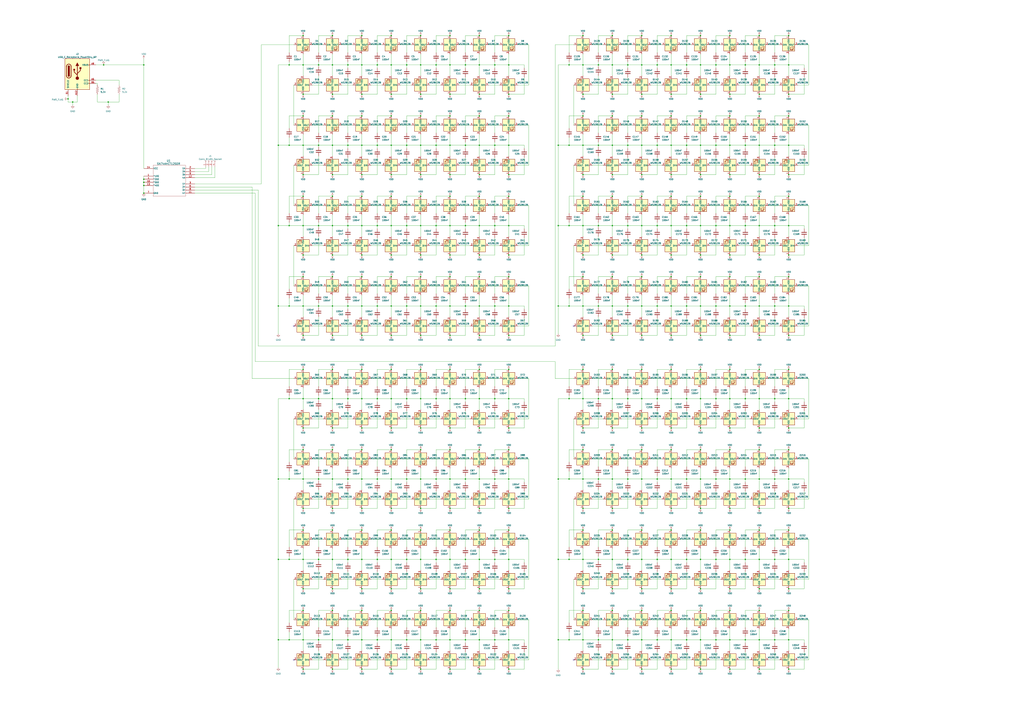
<source format=kicad_sch>
(kicad_sch (version 20230121) (generator eeschema)
  (paper "A1")
  (title_block (title "LED Matrix") (date "2023-07-19") (rev "4") (company "UCCS Senior Design Fall 2023") (comment 1 "Designed by Eleanor Taylor"))
  (junction (at 417.83 393.7))
  (junction (at 575.31 119.38))
  (junction (at 647.7 119.38))
  (junction (at 551.18 185.42))
  (junction (at 369.57 95.25))
  (junction (at 458.47 525.78))
  (junction (at 345.44 161.29))
  (junction (at 273.05 185.42))
  (junction (at 345.44 483.87))
  (junction (at 297.18 209.55))
  (junction (at 369.57 161.29))
  (junction (at 623.57 161.29))
  (junction (at 478.79 327.66))
  (junction (at 297.18 303.53))
  (junction (at 502.92 251.46))
  (junction (at 118.11 152.4))
  (junction (at 406.4 327.66))
  (junction (at 228.6 459.74))
  (junction (at 297.18 53.34))
  (junction (at 285.75 53.34))
  (junction (at 417.83 275.59))
  (junction (at 588.01 327.66))
  (junction (at 55.88 81.28))
  (junction (at 575.31 209.55))
  (junction (at 527.05 327.66))
  (junction (at 369.57 501.65))
  (junction (at 612.14 459.74))
  (junction (at 321.31 549.91))
  (junction (at 599.44 275.59))
  (junction (at 515.62 53.34))
  (junction (at 248.92 227.33))
  (junction (at 273.05 227.33))
  (junction (at 309.88 53.34))
  (junction (at 551.18 417.83))
  (junction (at 393.7 143.51))
  (junction (at 369.57 77.47))
  (junction (at 261.62 53.34))
  (junction (at 345.44 525.78))
  (junction (at 297.18 143.51))
  (junction (at 539.75 327.66))
  (junction (at 539.75 53.34))
  (junction (at 467.36 119.38))
  (junction (at 551.18 77.47))
  (junction (at 297.18 77.47))
  (junction (at 358.14 327.66))
  (junction (at 248.92 369.57))
  (junction (at 478.79 525.78))
  (junction (at 237.49 393.7))
  (junction (at 527.05 369.57))
  (junction (at 417.83 53.34))
  (junction (at 599.44 369.57))
  (junction (at 248.92 251.46))
  (junction (at 59.69 83.82))
  (junction (at 478.79 161.29))
  (junction (at 636.27 525.78))
  (junction (at 228.6 185.42))
  (junction (at 382.27 459.74))
  (junction (at 551.18 459.74))
  (junction (at 248.92 351.79))
  (junction (at 636.27 185.42))
  (junction (at 297.18 369.57))
  (junction (at 237.49 327.66))
  (junction (at 478.79 351.79))
  (junction (at 478.79 459.74))
  (junction (at 237.49 53.34))
  (junction (at 382.27 185.42))
  (junction (at 527.05 251.46))
  (junction (at 636.27 327.66))
  (junction (at 623.57 227.33))
  (junction (at 345.44 459.74))
  (junction (at 273.05 251.46))
  (junction (at 406.4 525.78))
  (junction (at 491.49 119.38))
  (junction (at 588.01 393.7))
  (junction (at 297.18 417.83))
  (junction (at 575.31 351.79))
  (junction (at 515.62 251.46))
  (junction (at 297.18 483.87))
  (junction (at 417.83 369.57))
  (junction (at 467.36 525.78))
  (junction (at 369.57 119.38))
  (junction (at 599.44 77.47))
  (junction (at 393.7 161.29))
  (junction (at 458.47 185.42))
  (junction (at 417.83 77.47))
  (junction (at 417.83 483.87))
  (junction (at 345.44 143.51))
  (junction (at 248.92 327.66))
  (junction (at 623.57 95.25))
  (junction (at 491.49 525.78))
  (junction (at 647.7 77.47))
  (junction (at 248.92 549.91))
  (junction (at 321.31 303.53))
  (junction (at 551.18 119.38))
  (junction (at 273.05 435.61))
  (junction (at 502.92 209.55))
  (junction (at 599.44 525.78))
  (junction (at 647.7 483.87))
  (junction (at 502.92 29.21))
  (junction (at 575.31 161.29))
  (junction (at 551.18 501.65))
  (junction (at 636.27 119.38))
  (junction (at 309.88 525.78))
  (junction (at 527.05 483.87))
  (junction (at 575.31 393.7))
  (junction (at 321.31 417.83))
  (junction (at 563.88 185.42))
  (junction (at 261.62 327.66))
  (junction (at 345.44 501.65))
  (junction (at 623.57 29.21))
  (junction (at 502.92 393.7))
  (junction (at 345.44 369.57))
  (junction (at 551.18 251.46))
  (junction (at 588.01 251.46))
  (junction (at 228.6 525.78))
  (junction (at 309.88 327.66))
  (junction (at 467.36 393.7))
  (junction (at 406.4 393.7))
  (junction (at 647.7 501.65))
  (junction (at 273.05 459.74))
  (junction (at 588.01 185.42))
  (junction (at 491.49 393.7))
  (junction (at 393.7 369.57))
  (junction (at 612.14 393.7))
  (junction (at 478.79 303.53))
  (junction (at 261.62 525.78))
  (junction (at 369.57 369.57))
  (junction (at 393.7 435.61))
  (junction (at 575.31 417.83))
  (junction (at 575.31 227.33))
  (junction (at 369.57 327.66))
  (junction (at 458.47 393.7))
  (junction (at 551.18 95.25))
  (junction (at 599.44 459.74))
  (junction (at 85.09 53.34))
  (junction (at 273.05 327.66))
  (junction (at 647.7 53.34))
  (junction (at 334.01 327.66))
  (junction (at 551.18 29.21))
  (junction (at 527.05 143.51))
  (junction (at 563.88 327.66))
  (junction (at 369.57 251.46))
  (junction (at 599.44 119.38))
  (junction (at 539.75 393.7))
  (junction (at 248.92 393.7))
  (junction (at 551.18 227.33))
  (junction (at 563.88 393.7))
  (junction (at 647.7 417.83))
  (junction (at 237.49 459.74))
  (junction (at 321.31 393.7))
  (junction (at 248.92 435.61))
  (junction (at 563.88 459.74))
  (junction (at 248.92 95.25))
  (junction (at 273.05 501.65))
  (junction (at 285.75 393.7))
  (junction (at 248.92 483.87))
  (junction (at 417.83 227.33))
  (junction (at 406.4 53.34))
  (junction (at 393.7 53.34))
  (junction (at 334.01 251.46))
  (junction (at 491.49 53.34))
  (junction (at 285.75 185.42))
  (junction (at 623.57 417.83))
  (junction (at 599.44 161.29))
  (junction (at 297.18 549.91))
  (junction (at 527.05 77.47))
  (junction (at 334.01 393.7))
  (junction (at 527.05 119.38))
  (junction (at 478.79 369.57))
  (junction (at 599.44 29.21))
  (junction (at 527.05 53.34))
  (junction (at 297.18 119.38))
  (junction (at 334.01 185.42))
  (junction (at 248.92 275.59))
  (junction (at 321.31 501.65))
  (junction (at 321.31 351.79))
  (junction (at 406.4 459.74))
  (junction (at 321.31 327.66))
  (junction (at 273.05 483.87))
  (junction (at 647.7 303.53))
  (junction (at 345.44 351.79))
  (junction (at 599.44 143.51))
  (junction (at 248.92 119.38))
  (junction (at 527.05 393.7))
  (junction (at 406.4 251.46))
  (junction (at 417.83 327.66))
  (junction (at 261.62 185.42))
  (junction (at 369.57 143.51))
  (junction (at 248.92 501.65))
  (junction (at 393.7 525.78))
  (junction (at 515.62 327.66))
  (junction (at 297.18 227.33))
  (junction (at 623.57 483.87))
  (junction (at 563.88 525.78))
  (junction (at 334.01 459.74))
  (junction (at 345.44 303.53))
  (junction (at 478.79 251.46))
  (junction (at 502.92 185.42))
  (junction (at 527.05 459.74))
  (junction (at 623.57 53.34))
  (junction (at 458.47 119.38))
  (junction (at 575.31 459.74))
  (junction (at 647.7 327.66))
  (junction (at 248.92 143.51))
  (junction (at 612.14 251.46))
  (junction (at 599.44 417.83))
  (junction (at 575.31 525.78))
  (junction (at 273.05 143.51))
  (junction (at 118.11 149.86))
  (junction (at 647.7 435.61))
  (junction (at 551.18 53.34))
  (junction (at 623.57 459.74))
  (junction (at 575.31 435.61))
  (junction (at 478.79 417.83))
  (junction (at 309.88 251.46))
  (junction (at 551.18 275.59))
  (junction (at 273.05 161.29))
  (junction (at 393.7 119.38))
  (junction (at 647.7 393.7))
  (junction (at 623.57 501.65))
  (junction (at 575.31 501.65))
  (junction (at 118.11 158.75))
  (junction (at 467.36 251.46))
  (junction (at 539.75 185.42))
  (junction (at 539.75 119.38))
  (junction (at 502.92 227.33))
  (junction (at 358.14 393.7))
  (junction (at 417.83 549.91))
  (junction (at 417.83 435.61))
  (junction (at 297.18 435.61))
  (junction (at 575.31 303.53))
  (junction (at 382.27 327.66))
  (junction (at 623.57 303.53))
  (junction (at 297.18 525.78))
  (junction (at 647.7 525.78))
  (junction (at 321.31 53.34))
  (junction (at 321.31 95.25))
  (junction (at 527.05 549.91))
  (junction (at 527.05 29.21))
  (junction (at 345.44 119.38))
  (junction (at 575.31 77.47))
  (junction (at 345.44 251.46))
  (junction (at 382.27 119.38))
  (junction (at 491.49 459.74))
  (junction (at 321.31 275.59))
  (junction (at 478.79 393.7))
  (junction (at 237.49 119.38))
  (junction (at 345.44 417.83))
  (junction (at 382.27 53.34))
  (junction (at 237.49 185.42))
  (junction (at 261.62 459.74))
  (junction (at 248.92 77.47))
  (junction (at 575.31 251.46))
  (junction (at 527.05 95.25))
  (junction (at 273.05 53.34))
  (junction (at 599.44 303.53))
  (junction (at 502.92 435.61))
  (junction (at 393.7 327.66))
  (junction (at 369.57 435.61))
  (junction (at 382.27 525.78))
  (junction (at 406.4 185.42))
  (junction (at 575.31 143.51))
  (junction (at 297.18 95.25))
  (junction (at 273.05 369.57))
  (junction (at 502.92 327.66))
  (junction (at 647.7 549.91))
  (junction (at 478.79 227.33))
  (junction (at 273.05 119.38))
  (junction (at 527.05 525.78))
  (junction (at 502.92 53.34))
  (junction (at 369.57 351.79))
  (junction (at 623.57 185.42))
  (junction (at 478.79 29.21))
  (junction (at 647.7 251.46))
  (junction (at 636.27 53.34))
  (junction (at 527.05 303.53))
  (junction (at 393.7 417.83))
  (junction (at 358.14 53.34))
  (junction (at 393.7 459.74))
  (junction (at 345.44 275.59))
  (junction (at 228.6 251.46))
  (junction (at 478.79 275.59))
  (junction (at 599.44 351.79))
  (junction (at 273.05 29.21))
  (junction (at 345.44 227.33))
  (junction (at 502.92 77.47))
  (junction (at 369.57 29.21))
  (junction (at 502.92 161.29))
  (junction (at 261.62 393.7))
  (junction (at 502.92 501.65))
  (junction (at 297.18 29.21))
  (junction (at 369.57 303.53))
  (junction (at 588.01 459.74))
  (junction (at 228.6 393.7))
  (junction (at 647.7 369.57))
  (junction (at 273.05 549.91))
  (junction (at 502.92 119.38))
  (junction (at 502.92 459.74))
  (junction (at 515.62 119.38))
  (junction (at 647.7 161.29))
  (junction (at 551.18 525.78))
  (junction (at 297.18 327.66))
  (junction (at 623.57 369.57))
  (junction (at 502.92 95.25))
  (junction (at 623.57 549.91))
  (junction (at 599.44 209.55))
  (junction (at 491.49 251.46))
  (junction (at 491.49 327.66))
  (junction (at 321.31 119.38))
  (junction (at 478.79 119.38))
  (junction (at 406.4 119.38))
  (junction (at 248.92 417.83))
  (junction (at 248.92 209.55))
  (junction (at 551.18 303.53))
  (junction (at 273.05 77.47))
  (junction (at 248.92 303.53))
  (junction (at 345.44 393.7))
  (junction (at 539.75 459.74))
  (junction (at 345.44 327.66))
  (junction (at 551.18 161.29))
  (junction (at 417.83 417.83))
  (junction (at 345.44 549.91))
  (junction (at 273.05 209.55))
  (junction (at 248.92 161.29))
  (junction (at 478.79 143.51))
  (junction (at 369.57 417.83))
  (junction (at 599.44 483.87))
  (junction (at 623.57 275.59))
  (junction (at 623.57 351.79))
  (junction (at 285.75 459.74))
  (junction (at 297.18 251.46))
  (junction (at 297.18 275.59))
  (junction (at 297.18 185.42))
  (junction (at 502.92 525.78))
  (junction (at 502.92 369.57))
  (junction (at 417.83 119.38))
  (junction (at 309.88 393.7))
  (junction (at 551.18 483.87))
  (junction (at 321.31 251.46))
  (junction (at 358.14 185.42))
  (junction (at 478.79 549.91))
  (junction (at 599.44 393.7))
  (junction (at 369.57 549.91))
  (junction (at 358.14 119.38))
  (junction (at 478.79 501.65))
  (junction (at 285.75 327.66))
  (junction (at 478.79 77.47))
  (junction (at 321.31 185.42))
  (junction (at 369.57 483.87))
  (junction (at 599.44 53.34))
  (junction (at 527.05 227.33))
  (junction (at 551.18 369.57))
  (junction (at 417.83 29.21))
  (junction (at 248.92 53.34))
  (junction (at 551.18 209.55))
  (junction (at 527.05 417.83))
  (junction (at 467.36 327.66))
  (junction (at 478.79 209.55))
  (junction (at 478.79 95.25))
  (junction (at 478.79 435.61))
  (junction (at 612.14 327.66))
  (junction (at 248.92 185.42))
  (junction (at 393.7 549.91))
  (junction (at 551.18 549.91))
  (junction (at 358.14 251.46))
  (junction (at 551.18 351.79))
  (junction (at 515.62 185.42))
  (junction (at 273.05 275.59))
  (junction (at 563.88 53.34))
  (junction (at 285.75 251.46))
  (junction (at 575.31 29.21))
  (junction (at 285.75 525.78))
  (junction (at 321.31 227.33))
  (junction (at 502.92 351.79))
  (junction (at 623.57 77.47))
  (junction (at 623.57 435.61))
  (junction (at 502.92 417.83))
  (junction (at 393.7 77.47))
  (junction (at 273.05 351.79))
  (junction (at 527.05 209.55))
  (junction (at 551.18 143.51))
  (junction (at 393.7 275.59))
  (junction (at 369.57 185.42))
  (junction (at 345.44 209.55))
  (junction (at 261.62 119.38))
  (junction (at 458.47 459.74))
  (junction (at 393.7 303.53))
  (junction (at 527.05 351.79))
  (junction (at 458.47 251.46))
  (junction (at 393.7 29.21))
  (junction (at 369.57 525.78))
  (junction (at 636.27 393.7))
  (junction (at 393.7 209.55))
  (junction (at 599.44 185.42))
  (junction (at 623.57 251.46))
  (junction (at 358.14 525.78))
  (junction (at 321.31 459.74))
  (junction (at 623.57 143.51))
  (junction (at 623.57 327.66))
  (junction (at 647.7 275.59))
  (junction (at 382.27 393.7))
  (junction (at 417.83 525.78))
  (junction (at 612.14 53.34))
  (junction (at 647.7 227.33))
  (junction (at 551.18 435.61))
  (junction (at 393.7 95.25))
  (junction (at 393.7 185.42))
  (junction (at 551.18 393.7))
  (junction (at 321.31 143.51))
  (junction (at 309.88 459.74))
  (junction (at 273.05 525.78))
  (junction (at 467.36 185.42))
  (junction (at 417.83 161.29))
  (junction (at 515.62 525.78))
  (junction (at 636.27 251.46))
  (junction (at 647.7 185.42))
  (junction (at 345.44 53.34))
  (junction (at 599.44 227.33))
  (junction (at 647.7 459.74))
  (junction (at 297.18 393.7))
  (junction (at 467.36 53.34))
  (junction (at 321.31 77.47))
  (junction (at 599.44 435.61))
  (junction (at 599.44 549.91))
  (junction (at 334.01 53.34))
  (junction (at 502.92 483.87))
  (junction (at 575.31 95.25))
  (junction (at 527.05 185.42))
  (junction (at 612.14 525.78))
  (junction (at 321.31 209.55))
  (junction (at 393.7 393.7))
  (junction (at 527.05 161.29))
  (junction (at 345.44 435.61))
  (junction (at 647.7 209.55))
  (junction (at 369.57 275.59))
  (junction (at 575.31 275.59))
  (junction (at 297.18 501.65))
  (junction (at 539.75 251.46))
  (junction (at 321.31 525.78))
  (junction (at 478.79 483.87))
  (junction (at 273.05 417.83))
  (junction (at 588.01 525.78))
  (junction (at 502.92 275.59))
  (junction (at 321.31 369.57))
  (junction (at 261.62 251.46))
  (junction (at 478.79 53.34))
  (junction (at 551.18 327.66))
  (junction (at 478.79 185.42))
  (junction (at 297.18 161.29))
  (junction (at 393.7 251.46))
  (junction (at 273.05 303.53))
  (junction (at 636.27 459.74))
  (junction (at 248.92 525.78))
  (junction (at 309.88 185.42))
  (junction (at 575.31 483.87))
  (junction (at 321.31 161.29))
  (junction (at 563.88 251.46))
  (junction (at 491.49 185.42))
  (junction (at 647.7 95.25))
  (junction (at 515.62 393.7))
  (junction (at 393.7 501.65))
  (junction (at 612.14 185.42))
  (junction (at 417.83 351.79))
  (junction (at 297.18 459.74))
  (junction (at 285.75 119.38))
  (junction (at 588.01 53.34))
  (junction (at 369.57 209.55))
  (junction (at 417.83 501.65))
  (junction (at 599.44 95.25))
  (junction (at 623.57 119.38))
  (junction (at 417.83 251.46))
  (junction (at 334.01 525.78))
  (junction (at 334.01 119.38))
  (junction (at 393.7 483.87))
  (junction (at 417.83 303.53))
  (junction (at 417.83 95.25))
  (junction (at 563.88 119.38))
  (junction (at 588.01 119.38))
  (junction (at 273.05 393.7))
  (junction (at 599.44 251.46))
  (junction (at 321.31 435.61))
  (junction (at 118.11 147.32))
  (junction (at 228.6 119.38))
  (junction (at 502.92 303.53))
  (junction (at 515.62 459.74))
  (junction (at 345.44 29.21))
  (junction (at 118.11 53.34))
  (junction (at 369.57 459.74))
  (junction (at 527.05 275.59))
  (junction (at 575.31 327.66))
  (junction (at 417.83 459.74))
  (junction (at 599.44 501.65))
  (junction (at 345.44 95.25))
  (junction (at 345.44 77.47))
  (junction (at 647.7 143.51))
  (junction (at 502.92 143.51))
  (junction (at 612.14 119.38))
  (junction (at 309.88 119.38))
  (junction (at 647.7 29.21))
  (junction (at 575.31 369.57))
  (junction (at 88.9 83.82))
  (junction (at 382.27 251.46))
  (junction (at 527.05 435.61))
  (junction (at 297.18 351.79))
  (junction (at 358.14 459.74))
  (junction (at 417.83 209.55))
  (junction (at 575.31 549.91))
  (junction (at 575.31 185.42))
  (junction (at 539.75 525.78))
  (junction (at 647.7 351.79))
  (junction (at 237.49 525.78))
  (junction (at 417.83 143.51))
  (junction (at 369.57 227.33))
  (junction (at 502.92 549.91))
  (junction (at 273.05 95.25))
  (junction (at 575.31 53.34))
  (junction (at 345.44 185.42))
  (junction (at 467.36 459.74))
  (junction (at 623.57 525.78))
  (junction (at 393.7 351.79))
  (junction (at 369.57 393.7))
  (junction (at 321.31 29.21))
  (junction (at 599.44 327.66))
  (junction (at 237.49 251.46))
  (junction (at 369.57 53.34))
  (junction (at 623.57 209.55))
  (junction (at 417.83 185.42))
  (junction (at 248.92 29.21))
  (junction (at 623.57 393.7))
  (junction (at 527.05 501.65))
  (junction (at 321.31 483.87))
  (junction (at 393.7 227.33))
  (junction (at 248.92 459.74))
  (no_connect (at 471.17 267.97))
  (no_connect (at 241.3 267.97))
  (no_connect (at 241.3 542.29))
  (no_connect (at 471.17 542.29))
  (wire (pts (xy 660.4 254) (xy 660.4 251.46)))
  (wire (pts (xy 168.91 138.43) (xy 160.02 138.43)))
  (wire (pts (xy 527.05 303.53) (xy 515.62 303.53)))
  (wire (pts (xy 297.18 336.55) (xy 297.18 327.66)))
  (wire (pts (xy 478.79 534.67) (xy 478.79 525.78)))
  (wire (pts (xy 237.49 501.65) (xy 237.49 511.81)))
  (wire (pts (xy 273.05 185.42) (xy 285.75 185.42)))
  (wire (pts (xy 539.75 209.55) (xy 539.75 195.58)))
  (wire (pts (xy 309.88 330.2) (xy 309.88 327.66)))
  (wire (pts (xy 588.01 330.2) (xy 588.01 327.66)))
  (wire (pts (xy 478.79 194.31) (xy 478.79 185.42)))
  (wire (pts (xy 636.27 185.42) (xy 647.7 185.42)))
  (wire (pts (xy 273.05 318.77) (xy 273.05 327.66)))
  (wire (pts (xy 502.92 516.89) (xy 502.92 525.78)))
  (wire (pts (xy 321.31 119.38) (xy 334.01 119.38)))
  (wire (pts (xy 345.44 303.53) (xy 334.01 303.53)))
  (wire (pts (xy 502.92 53.34) (xy 515.62 53.34)))
  (wire (pts (xy 256.54 377.19) (xy 265.43 377.19)))
  (wire (pts (xy 599.44 251.46) (xy 612.14 251.46)))
  (wire (pts (xy 345.44 351.79) (xy 358.14 351.79)))
  (wire (pts (xy 237.49 50.8) (xy 237.49 53.34)))
  (wire (pts (xy 430.53 275.59) (xy 430.53 261.62)))
  (wire (pts (xy 297.18 275.59) (xy 309.88 275.59)))
  (wire (pts (xy 502.92 143.51) (xy 515.62 143.51)))
  (wire (pts (xy 328.93 234.95) (xy 337.82 234.95)))
  (wire (pts (xy 377.19 234.95) (xy 386.08 234.95)))
  (wire (pts (xy 588.01 29.21) (xy 588.01 43.18)))
  (wire (pts (xy 563.88 161.29) (xy 563.88 175.26)))
  (wire (pts (xy 515.62 528.32) (xy 515.62 525.78)))
  (wire (pts (xy 599.44 369.57) (xy 588.01 369.57)))
  (wire (pts (xy 321.31 435.61) (xy 309.88 435.61)))
  (wire (pts (xy 237.49 327.66) (xy 248.92 327.66)))
  (wire (pts (xy 369.57 128.27) (xy 369.57 119.38)))
  (wire (pts (xy 655.32 36.83) (xy 664.21 36.83)))
  (wire (pts (xy 410.21 476.25) (xy 401.32 476.25)))
  (wire (pts (xy 369.57 161.29) (xy 358.14 161.29)))
  (wire (pts (xy 345.44 450.85) (xy 345.44 459.74)))
  (wire (pts (xy 612.14 457.2) (xy 612.14 459.74)))
  (wire (pts (xy 647.7 417.83) (xy 660.4 417.83)))
  (wire (pts (xy 636.27 275.59) (xy 636.27 261.62)))
  (wire (pts (xy 430.53 187.96) (xy 430.53 185.42)))
  (wire (pts (xy 345.44 402.59) (xy 345.44 393.7)))
  (wire (pts (xy 297.18 44.45) (xy 297.18 53.34)))
  (wire (pts (xy 588.01 143.51) (xy 588.01 129.54)))
  (wire (pts (xy 334.01 182.88) (xy 334.01 185.42)))
  (wire (pts (xy 280.67 168.91) (xy 289.56 168.91)))
  (wire (pts (xy 599.44 275.59) (xy 612.14 275.59)))
  (wire (pts (xy 265.43 344.17) (xy 256.54 344.17)))
  (wire (pts (xy 539.75 523.24) (xy 539.75 525.78)))
  (wire (pts (xy 591.82 135.89) (xy 582.93 135.89)))
  (wire (pts (xy 369.57 77.47) (xy 382.27 77.47)))
  (wire (pts (xy 406.4 462.28) (xy 406.4 459.74)))
  (wire (pts (xy 261.62 275.59) (xy 261.62 260.35)))
  (wire (pts (xy 55.88 83.82) (xy 59.69 83.82)))
  (wire (pts (xy 297.18 459.74) (xy 309.88 459.74)))
  (wire (pts (xy 393.7 393.7) (xy 406.4 393.7)))
  (wire (pts (xy 417.83 525.78) (xy 430.53 525.78)))
  (wire (pts (xy 563.88 275.59) (xy 563.88 261.62)))
  (wire (pts (xy 369.57 417.83) (xy 382.27 417.83)))
  (wire (pts (xy 273.05 525.78) (xy 285.75 525.78)))
  (wire (pts (xy 285.75 462.28) (xy 285.75 459.74)))
  (wire (pts (xy 297.18 417.83) (xy 309.88 417.83)))
  (wire (pts (xy 563.88 417.83) (xy 563.88 403.86)))
  (wire (pts (xy 551.18 393.7) (xy 563.88 393.7)))
  (wire (pts (xy 623.57 62.23) (xy 623.57 53.34)))
  (wire (pts (xy 417.83 110.49) (xy 417.83 119.38)))
  (wire (pts (xy 393.7 161.29) (xy 382.27 161.29)))
  (wire (pts (xy 382.27 351.79) (xy 382.27 337.82)))
  (wire (pts (xy 321.31 534.67) (xy 321.31 525.78)))
  (wire (pts (xy 309.88 391.16) (xy 309.88 393.7)))
  (wire (pts (xy 261.62 303.53) (xy 261.62 317.5)))
  (wire (pts (xy 261.62 182.88) (xy 261.62 185.42)))
  (wire (pts (xy 228.6 251.46) (xy 237.49 251.46)))
  (wire (pts (xy 285.75 523.24) (xy 285.75 525.78)))
  (wire (pts (xy 337.82 69.85) (xy 328.93 69.85)))
  (wire (pts (xy 289.56 344.17) (xy 280.67 344.17)))
  (wire (pts (xy 664.21 36.83) (xy 664.21 69.85)))
  (wire (pts (xy 502.92 260.35) (xy 502.92 251.46)))
  (wire (pts (xy 543.56 69.85) (xy 534.67 69.85)))
  (wire (pts (xy 382.27 248.92) (xy 382.27 251.46)))
  (wire (pts (xy 406.4 525.78) (xy 417.83 525.78)))
  (wire (pts (xy 558.8 36.83) (xy 567.69 36.83)))
  (wire (pts (xy 334.01 523.24) (xy 334.01 525.78)))
  (wire (pts (xy 345.44 62.23) (xy 345.44 53.34)))
  (wire (pts (xy 543.56 476.25) (xy 534.67 476.25)))
  (wire (pts (xy 160.02 153.67) (xy 207.01 153.67)))
  (wire (pts (xy 261.62 185.42) (xy 273.05 185.42)))
  (wire (pts (xy 660.4 55.88) (xy 660.4 53.34)))
  (wire (pts (xy 515.62 369.57) (xy 515.62 383.54)))
  (wire (pts (xy 575.31 318.77) (xy 575.31 327.66)))
  (wire (pts (xy 647.7 161.29) (xy 636.27 161.29)))
  (wire (pts (xy 647.7 29.21) (xy 636.27 29.21)))
  (wire (pts (xy 502.92 483.87) (xy 515.62 483.87)))
  (wire (pts (xy 321.31 327.66) (xy 334.01 327.66)))
  (wire (pts (xy 575.31 393.7) (xy 588.01 393.7)))
  (wire (pts (xy 265.43 410.21) (xy 256.54 410.21)))
  (wire (pts (xy 623.57 336.55) (xy 623.57 327.66)))
  (wire (pts (xy 502.92 417.83) (xy 515.62 417.83)))
  (wire (pts (xy 334.01 525.78) (xy 345.44 525.78)))
  (wire (pts (xy 502.92 549.91) (xy 515.62 549.91)))
  (wire (pts (xy 237.49 393.7) (xy 248.92 393.7)))
  (wire (pts (xy 248.92 393.7) (xy 261.62 393.7)))
  (wire (pts (xy 382.27 77.47) (xy 382.27 63.5)))
  (wire (pts (xy 510.54 102.87) (xy 519.43 102.87)))
  (wire (pts (xy 563.88 369.57) (xy 563.88 383.54)))
  (wire (pts (xy 599.44 77.47) (xy 612.14 77.47)))
  (wire (pts (xy 615.95 410.21) (xy 607.06 410.21)))
  (wire (pts (xy 369.57 318.77) (xy 369.57 327.66)))
  (wire (pts (xy 664.21 410.21) (xy 655.32 410.21)))
  (wire (pts (xy 160.02 140.97) (xy 171.45 140.97)))
  (wire (pts (xy 237.49 303.53) (xy 237.49 317.5)))
  (wire (pts (xy 321.31 161.29) (xy 309.88 161.29)))
  (wire (pts (xy 636.27 528.32) (xy 636.27 525.78)))
  (wire (pts (xy 623.57 185.42) (xy 636.27 185.42)))
  (wire (pts (xy 575.31 534.67) (xy 575.31 525.78)))
  (wire (pts (xy 434.34 344.17) (xy 425.45 344.17)))
  (wire (pts (xy 118.11 48.26) (xy 118.11 53.34)))
  (wire (pts (xy 309.88 161.29) (xy 309.88 175.26)))
  (wire (pts (xy 406.4 325.12) (xy 406.4 327.66)))
  (wire (pts (xy 563.88 121.92) (xy 563.88 119.38)))
  (wire (pts (xy 551.18 53.34) (xy 563.88 53.34)))
  (wire (pts (xy 417.83 483.87) (xy 430.53 483.87)))
  (wire (pts (xy 280.67 509.27) (xy 289.56 509.27)))
  (wire (pts (xy 527.05 29.21) (xy 515.62 29.21)))
  (wire (pts (xy 486.41 168.91) (xy 495.3 168.91)))
  (wire (pts (xy 478.79 417.83) (xy 491.49 417.83)))
  (wire (pts (xy 491.49 549.91) (xy 491.49 534.67)))
  (wire (pts (xy 467.36 227.33) (xy 467.36 237.49)))
  (wire (pts (xy 539.75 435.61) (xy 539.75 449.58)))
  (wire (pts (xy 406.4 161.29) (xy 406.4 175.26)))
  (wire (pts (xy 664.21 542.29) (xy 655.32 542.29)))
  (wire (pts (xy 406.4 53.34) (xy 417.83 53.34)))
  (wire (pts (xy 285.75 369.57) (xy 285.75 383.54)))
  (wire (pts (xy 358.14 330.2) (xy 358.14 327.66)))
  (wire (pts (xy 458.47 525.78) (xy 458.47 549.91)))
  (wire (pts (xy 491.49 251.46) (xy 502.92 251.46)))
  (wire (pts (xy 334.01 119.38) (xy 345.44 119.38)))
  (wire (pts (xy 467.36 525.78) (xy 478.79 525.78)))
  (wire (pts (xy 623.57 417.83) (xy 636.27 417.83)))
  (wire (pts (xy 527.05 393.7) (xy 539.75 393.7)))
  (wire (pts (xy 425.45 443.23) (xy 434.34 443.23)))
  (wire (pts (xy 588.01 393.7) (xy 599.44 393.7)))
  (wire (pts (xy 563.88 528.32) (xy 563.88 525.78)))
  (wire (pts (xy 358.14 417.83) (xy 358.14 403.86)))
  (wire (pts (xy 647.7 227.33) (xy 636.27 227.33)))
  (wire (pts (xy 297.18 534.67) (xy 297.18 525.78)))
  (wire (pts (xy 647.7 260.35) (xy 647.7 251.46)))
  (wire (pts (xy 631.19 509.27) (xy 640.08 509.27)))
  (wire (pts (xy 567.69 344.17) (xy 558.8 344.17)))
  (wire (pts (xy 297.18 77.47) (xy 309.88 77.47)))
  (wire (pts (xy 551.18 194.31) (xy 551.18 185.42)))
  (wire (pts (xy 430.53 549.91) (xy 430.53 535.94)))
  (wire (pts (xy 285.75 95.25) (xy 285.75 109.22)))
  (wire (pts (xy 377.19 377.19) (xy 386.08 377.19)))
  (wire (pts (xy 393.7 435.61) (xy 382.27 435.61)))
  (wire (pts (xy 297.18 327.66) (xy 309.88 327.66)))
  (wire (pts (xy 563.88 393.7) (xy 575.31 393.7)))
  (wire (pts (xy 640.08 267.97) (xy 631.19 267.97)))
  (wire (pts (xy 478.79 351.79) (xy 491.49 351.79)))
  (wire (pts (xy 309.88 369.57) (xy 309.88 383.54)))
  (wire (pts (xy 478.79 459.74) (xy 491.49 459.74)))
  (wire (pts (xy 273.05 468.63) (xy 273.05 459.74)))
  (wire (pts (xy 248.92 468.63) (xy 248.92 459.74)))
  (wire (pts (xy 285.75 55.88) (xy 285.75 53.34)))
  (wire (pts (xy 309.88 462.28) (xy 309.88 459.74)))
  (wire (pts (xy 467.36 519.43) (xy 467.36 525.78)))
  (wire (pts (xy 539.75 121.92) (xy 539.75 119.38)))
  (wire (pts (xy 321.31 402.59) (xy 321.31 393.7)))
  (wire (pts (xy 519.43 201.93) (xy 510.54 201.93)))
  (wire (pts (xy 369.57 62.23) (xy 369.57 53.34)))
  (wire (pts (xy 502.92 161.29) (xy 491.49 161.29)))
  (wire (pts (xy 417.83 336.55) (xy 417.83 327.66)))
  (wire (pts (xy 285.75 396.24) (xy 285.75 393.7)))
  (wire (pts (xy 647.7 450.85) (xy 647.7 459.74)))
  (wire (pts (xy 285.75 227.33) (xy 285.75 241.3)))
  (wire (pts (xy 588.01 251.46) (xy 599.44 251.46)))
  (wire (pts (xy 636.27 161.29) (xy 636.27 175.26)))
  (wire (pts (xy 228.6 459.74) (xy 237.49 459.74)))
  (wire (pts (xy 515.62 227.33) (xy 515.62 241.3)))
  (wire (pts (xy 176.53 146.05) (xy 176.53 137.16)))
  (wire (pts (xy 575.31 209.55) (xy 588.01 209.55)))
  (wire (pts (xy 358.14 185.42) (xy 369.57 185.42)))
  (wire (pts (xy 491.49 394.97) (xy 491.49 393.7)))
  (wire (pts (xy 321.31 384.81) (xy 321.31 393.7)))
  (wire (pts (xy 551.18 483.87) (xy 563.88 483.87)))
  (wire (pts (xy 261.62 186.69) (xy 261.62 185.42)))
  (wire (pts (xy 515.62 501.65) (xy 515.62 515.62)))
  (wire (pts (xy 417.83 227.33) (xy 406.4 227.33)))
  (wire (pts (xy 345.44 516.89) (xy 345.44 525.78)))
  (wire (pts (xy 539.75 393.7) (xy 551.18 393.7)))
  (wire (pts (xy 515.62 525.78) (xy 527.05 525.78)))
  (wire (pts (xy 607.06 311.15) (xy 615.95 311.15)))
  (wire (pts (xy 551.18 417.83) (xy 563.88 417.83)))
  (wire (pts (xy 491.49 523.24) (xy 491.49 525.78)))
  (wire (pts (xy 393.7 110.49) (xy 393.7 119.38)))
  (wire (pts (xy 285.75 327.66) (xy 297.18 327.66)))
  (wire (pts (xy 425.45 311.15) (xy 434.34 311.15)))
  (wire (pts (xy 337.82 201.93) (xy 328.93 201.93)))
  (wire (pts (xy 369.57 516.89) (xy 369.57 525.78)))
  (wire (pts (xy 261.62 435.61) (xy 261.62 449.58)))
  (wire (pts (xy 623.57 242.57) (xy 623.57 251.46)))
  (wire (pts (xy 551.18 185.42) (xy 563.88 185.42)))
  (wire (pts (xy 599.44 110.49) (xy 599.44 119.38)))
  (wire (pts (xy 491.49 185.42) (xy 502.92 185.42)))
  (wire (pts (xy 527.05 336.55) (xy 527.05 327.66)))
  (wire (pts (xy 417.83 53.34) (xy 430.53 53.34)))
  (wire (pts (xy 358.14 501.65) (xy 358.14 515.62)))
  (wire (pts (xy 495.3 135.89) (xy 486.41 135.89)))
  (wire (pts (xy 527.05 227.33) (xy 515.62 227.33)))
  (wire (pts (xy 640.08 344.17) (xy 631.19 344.17)))
  (wire (pts (xy 309.88 119.38) (xy 321.31 119.38)))
  (wire (pts (xy 612.14 209.55) (xy 612.14 195.58)))
  (wire (pts (xy 285.75 393.7) (xy 297.18 393.7)))
  (wire (pts (xy 515.62 351.79) (xy 515.62 337.82)))
  (wire (pts (xy 425.45 377.19) (xy 434.34 377.19)))
  (wire (pts (xy 321.31 95.25) (xy 309.88 95.25)))
  (wire (pts (xy 563.88 119.38) (xy 575.31 119.38)))
  (wire (pts (xy 345.44 194.31) (xy 345.44 185.42)))
  (wire (pts (xy 345.44 251.46) (xy 358.14 251.46)))
  (wire (pts (xy 575.31 77.47) (xy 588.01 77.47)))
  (wire (pts (xy 280.67 102.87) (xy 289.56 102.87)))
  (wire (pts (xy 551.18 525.78) (xy 563.88 525.78)))
  (wire (pts (xy 256.54 168.91) (xy 265.43 168.91)))
  (wire (pts (xy 382.27 327.66) (xy 393.7 327.66)))
  (wire (pts (xy 636.27 50.8) (xy 636.27 53.34)))
  (wire (pts (xy 345.44 95.25) (xy 334.01 95.25)))
  (wire (pts (xy 393.7 351.79) (xy 406.4 351.79)))
  (wire (pts (xy 567.69 476.25) (xy 558.8 476.25)))
  (wire (pts (xy 567.69 410.21) (xy 558.8 410.21)))
  (wire (pts (xy 304.8 168.91) (xy 313.69 168.91)))
  (wire (pts (xy 241.3 410.21) (xy 241.3 443.23)))
  (wire (pts (xy 273.05 483.87) (xy 285.75 483.87)))
  (wire (pts (xy 345.44 260.35) (xy 345.44 251.46)))
  (wire (pts (xy 660.4 462.28) (xy 660.4 459.74)))
  (wire (pts (xy 502.92 44.45) (xy 502.92 53.34)))
  (wire (pts (xy 273.05 534.67) (xy 273.05 525.78)))
  (wire (pts (xy 563.88 53.34) (xy 575.31 53.34)))
  (wire (pts (xy 228.6 459.74) (xy 228.6 525.78)))
  (wire (pts (xy 334.01 549.91) (xy 334.01 535.94)))
  (wire (pts (xy 647.7 53.34) (xy 660.4 53.34)))
  (wire (pts (xy 563.88 325.12) (xy 563.88 327.66)))
  (wire (pts (xy 334.01 95.25) (xy 334.01 109.22)))
  (wire (pts (xy 321.31 525.78) (xy 334.01 525.78)))
  (wire (pts (xy 285.75 77.47) (xy 285.75 63.5)))
  (wire (pts (xy 588.01 116.84) (xy 588.01 119.38)))
  (wire (pts (xy 297.18 525.78) (xy 309.88 525.78)))
  (wire (pts (xy 173.99 143.51) (xy 173.99 137.16)))
  (wire (pts (xy 534.67 168.91) (xy 543.56 168.91)))
  (wire (pts (xy 612.14 417.83) (xy 612.14 403.86)))
  (wire (pts (xy 519.43 410.21) (xy 510.54 410.21)))
  (wire (pts (xy 478.79 53.34) (xy 491.49 53.34)))
  (wire (pts (xy 575.31 128.27) (xy 575.31 119.38)))
  (wire (pts (xy 353.06 36.83) (xy 361.95 36.83)))
  (wire (pts (xy 382.27 209.55) (xy 382.27 195.58)))
  (wire (pts (xy 623.57 435.61) (xy 612.14 435.61)))
  (wire (pts (xy 297.18 209.55) (xy 309.88 209.55)))
  (wire (pts (xy 612.14 325.12) (xy 612.14 327.66)))
  (wire (pts (xy 502.92 450.85) (xy 502.92 459.74)))
  (wire (pts (xy 636.27 227.33) (xy 636.27 241.3)))
  (wire (pts (xy 582.93 377.19) (xy 591.82 377.19)))
  (wire (pts (xy 478.79 185.42) (xy 491.49 185.42)))
  (wire (pts (xy 297.18 384.81) (xy 297.18 393.7)))
  (wire (pts (xy 539.75 457.2) (xy 539.75 459.74)))
  (wire (pts (xy 527.05 242.57) (xy 527.05 251.46)))
  (wire (pts (xy 309.88 501.65) (xy 309.88 515.62)))
  (wire (pts (xy 612.14 185.42) (xy 623.57 185.42)))
  (wire (pts (xy 309.88 275.59) (xy 309.88 261.62)))
  (wire (pts (xy 285.75 459.74) (xy 297.18 459.74)))
  (wire (pts (xy 636.27 209.55) (xy 636.27 195.58)))
  (wire (pts (xy 228.6 327.66) (xy 237.49 327.66)))
  (wire (pts (xy 261.62 459.74) (xy 273.05 459.74)))
  (wire (pts (xy 248.92 53.34) (xy 261.62 53.34)))
  (wire (pts (xy 495.3 476.25) (xy 486.41 476.25)))
  (wire (pts (xy 607.06 377.19) (xy 615.95 377.19)))
  (wire (pts (xy 97.79 83.82) (xy 97.79 77.47)))
  (wire (pts (xy 285.75 275.59) (xy 285.75 261.62)))
  (wire (pts (xy 575.31 459.74) (xy 588.01 459.74)))
  (wire (pts (xy 345.44 77.47) (xy 358.14 77.47)))
  (wire (pts (xy 588.01 501.65) (xy 588.01 515.62)))
  (wire (pts (xy 543.56 267.97) (xy 534.67 267.97)))
  (wire (pts (xy 527.05 318.77) (xy 527.05 327.66)))
  (wire (pts (xy 612.14 95.25) (xy 612.14 109.22)))
  (wire (pts (xy 515.62 119.38) (xy 527.05 119.38)))
  (wire (pts (xy 309.88 143.51) (xy 309.88 129.54)))
  (wire (pts (xy 401.32 102.87) (xy 410.21 102.87)))
  (wire (pts (xy 491.49 457.2) (xy 491.49 459.74)))
  (wire (pts (xy 612.14 501.65) (xy 612.14 515.62)))
  (wire (pts (xy 248.92 161.29) (xy 237.49 161.29)))
  (wire (pts (xy 237.49 525.78) (xy 248.92 525.78)))
  (wire (pts (xy 406.4 330.2) (xy 406.4 327.66)))
  (wire (pts (xy 502.92 275.59) (xy 515.62 275.59)))
  (wire (pts (xy 261.62 461.01) (xy 261.62 459.74)))
  (wire (pts (xy 623.57 110.49) (xy 623.57 119.38)))
  (wire (pts (xy 425.45 234.95) (xy 434.34 234.95)))
  (wire (pts (xy 425.45 36.83) (xy 434.34 36.83)))
  (wire (pts (xy 261.62 116.84) (xy 261.62 119.38)))
  (wire (pts (xy 393.7 53.34) (xy 406.4 53.34)))
  (wire (pts (xy 612.14 369.57) (xy 612.14 383.54)))
  (wire (pts (xy 527.05 185.42) (xy 539.75 185.42)))
  (wire (pts (xy 551.18 128.27) (xy 551.18 119.38)))
  (wire (pts (xy 575.31 29.21) (xy 563.88 29.21)))
  (wire (pts (xy 502.92 119.38) (xy 515.62 119.38)))
  (wire (pts (xy 285.75 528.32) (xy 285.75 525.78)))
  (wire (pts (xy 273.05 242.57) (xy 273.05 251.46)))
  (wire (pts (xy 261.62 252.73) (xy 261.62 251.46)))
  (wire (pts (xy 430.53 121.92) (xy 430.53 119.38)))
  (wire (pts (xy 358.14 459.74) (xy 369.57 459.74)))
  (wire (pts (xy 228.6 393.7) (xy 228.6 459.74)))
  (wire (pts (xy 321.31 450.85) (xy 321.31 459.74)))
  (wire (pts (xy 615.95 201.93) (xy 607.06 201.93)))
  (wire (pts (xy 591.82 69.85) (xy 582.93 69.85)))
  (wire (pts (xy 539.75 50.8) (xy 539.75 53.34)))
  (wire (pts (xy 358.14 483.87) (xy 358.14 469.9)))
  (wire (pts (xy 502.92 194.31) (xy 502.92 185.42)))
  (wire (pts (xy 321.31 209.55) (xy 334.01 209.55)))
  (wire (pts (xy 382.27 53.34) (xy 393.7 53.34)))
  (wire (pts (xy 660.4 417.83) (xy 660.4 403.86)))
  (wire (pts (xy 309.88 248.92) (xy 309.88 251.46)))
  (wire (pts (xy 261.62 95.25) (xy 261.62 109.22)))
  (wire (pts (xy 588.01 254) (xy 588.01 251.46)))
  (wire (pts (xy 563.88 483.87) (xy 563.88 469.9)))
  (wire (pts (xy 612.14 182.88) (xy 612.14 185.42)))
  (wire (pts (xy 519.43 476.25) (xy 510.54 476.25)))
  (wire (pts (xy 273.05 516.89) (xy 273.05 525.78)))
  (wire (pts (xy 228.6 525.78) (xy 237.49 525.78)))
  (wire (pts (xy 309.88 459.74) (xy 321.31 459.74)))
  (wire (pts (xy 539.75 417.83) (xy 539.75 403.86)))
  (wire (pts (xy 502.92 242.57) (xy 502.92 251.46)))
  (wire (pts (xy 575.31 303.53) (xy 563.88 303.53)))
  (wire (pts (xy 539.75 459.74) (xy 551.18 459.74)))
  (wire (pts (xy 273.05 62.23) (xy 273.05 53.34)))
  (wire (pts (xy 478.79 95.25) (xy 467.36 95.25)))
  (wire (pts (xy 471.17 36.83) (xy 455.93 36.83)))
  (wire (pts (xy 515.62 462.28) (xy 515.62 459.74)))
  (wire (pts (xy 467.36 325.12) (xy 467.36 327.66)))
  (wire (pts (xy 636.27 351.79) (xy 636.27 337.82)))
  (wire (pts (xy 636.27 393.7) (xy 647.7 393.7)))
  (wire (pts (xy 563.88 549.91) (xy 563.88 535.94)))
  (wire (pts (xy 309.88 209.55) (xy 309.88 195.58)))
  (wire (pts (xy 401.32 168.91) (xy 410.21 168.91)))
  (wire (pts (xy 612.14 327.66) (xy 623.57 327.66)))
  (wire (pts (xy 410.21 344.17) (xy 401.32 344.17)))
  (wire (pts (xy 382.27 121.92) (xy 382.27 119.38)))
  (wire (pts (xy 660.4 528.32) (xy 660.4 525.78)))
  (wire (pts (xy 515.62 248.92) (xy 515.62 251.46)))
  (wire (pts (xy 502.92 459.74) (xy 515.62 459.74)))
  (wire (pts (xy 563.88 185.42) (xy 575.31 185.42)))
  (wire (pts (xy 248.92 260.35) (xy 248.92 251.46)))
  (wire (pts (xy 337.82 267.97) (xy 328.93 267.97)))
  (wire (pts (xy 369.57 227.33) (xy 358.14 227.33)))
  (wire (pts (xy 358.14 182.88) (xy 358.14 185.42)))
  (wire (pts (xy 588.01 275.59) (xy 588.01 261.62)))
  (wire (pts (xy 491.49 54.61) (xy 491.49 53.34)))
  (wire (pts (xy 623.57 318.77) (xy 623.57 327.66)))
  (wire (pts (xy 551.18 450.85) (xy 551.18 459.74)))
  (wire (pts (xy 417.83 260.35) (xy 417.83 251.46)))
  (wire (pts (xy 358.14 303.53) (xy 358.14 317.5)))
  (wire (pts (xy 612.14 251.46) (xy 623.57 251.46)))
  (wire (pts (xy 313.69 201.93) (xy 304.8 201.93)))
  (wire (pts (xy 607.06 509.27) (xy 615.95 509.27)))
  (wire (pts (xy 467.36 369.57) (xy 467.36 379.73)))
  (wire (pts (xy 334.01 483.87) (xy 334.01 469.9)))
  (wire (pts (xy 502.92 318.77) (xy 502.92 327.66)))
  (wire (pts (xy 358.14 396.24) (xy 358.14 393.7)))
  (wire (pts (xy 237.49 185.42) (xy 248.92 185.42)))
  (wire (pts (xy 321.31 176.53) (xy 321.31 185.42)))
  (wire (pts (xy 417.83 417.83) (xy 430.53 417.83)))
  (wire (pts (xy 486.41 509.27) (xy 495.3 509.27)))
  (wire (pts (xy 660.4 351.79) (xy 660.4 337.82)))
  (wire (pts (xy 495.3 542.29) (xy 486.41 542.29)))
  (wire (pts (xy 382.27 528.32) (xy 382.27 525.78)))
  (wire (pts (xy 575.31 95.25) (xy 563.88 95.25)))
  (wire (pts (xy 309.88 95.25) (xy 309.88 109.22)))
  (wire (pts (xy 647.7 468.63) (xy 647.7 459.74)))
  (wire (pts (xy 285.75 457.2) (xy 285.75 459.74)))
  (wire (pts (xy 59.69 86.36) (xy 59.69 83.82)))
  (wire (pts (xy 664.21 344.17) (xy 655.32 344.17)))
  (wire (pts (xy 334.01 393.7) (xy 345.44 393.7)))
  (wire (pts (xy 434.34 542.29) (xy 425.45 542.29)))
  (wire (pts (xy 588.01 396.24) (xy 588.01 393.7)))
  (wire (pts (xy 515.62 254) (xy 515.62 251.46)))
  (wire (pts (xy 636.27 483.87) (xy 636.27 469.9)))
  (wire (pts (xy 393.7 369.57) (xy 382.27 369.57)))
  (wire (pts (xy 248.92 549.91) (xy 261.62 549.91)))
  (wire (pts (xy 458.47 327.66) (xy 467.36 327.66)))
  (wire (pts (xy 486.41 36.83) (xy 495.3 36.83)))
  (wire (pts (xy 563.88 330.2) (xy 563.88 327.66)))
  (wire (pts (xy 248.92 336.55) (xy 248.92 327.66)))
  (wire (pts (xy 467.36 119.38) (xy 478.79 119.38)))
  (wire (pts (xy 510.54 443.23) (xy 519.43 443.23)))
  (wire (pts (xy 588.01 327.66) (xy 599.44 327.66)))
  (wire (pts (xy 582.93 168.91) (xy 591.82 168.91)))
  (wire (pts (xy 280.67 311.15) (xy 289.56 311.15)))
  (wire (pts (xy 309.88 187.96) (xy 309.88 185.42)))
  (wire (pts (xy 369.57 459.74) (xy 382.27 459.74)))
  (wire (pts (xy 273.05 351.79) (xy 285.75 351.79)))
  (wire (pts (xy 273.05 95.25) (xy 261.62 95.25)))
  (wire (pts (xy 417.83 161.29) (xy 406.4 161.29)))
  (wire (pts (xy 337.82 344.17) (xy 328.93 344.17)))
  (wire (pts (xy 640.08 135.89) (xy 631.19 135.89)))
  (wire (pts (xy 334.01 528.32) (xy 334.01 525.78)))
  (wire (pts (xy 515.62 483.87) (xy 515.62 469.9)))
  (wire (pts (xy 491.49 50.8) (xy 491.49 53.34)))
  (wire (pts (xy 612.14 525.78) (xy 623.57 525.78)))
  (wire (pts (xy 567.69 135.89) (xy 558.8 135.89)))
  (wire (pts (xy 261.62 143.51) (xy 261.62 128.27)))
  (wire (pts (xy 328.93 443.23) (xy 337.82 443.23)))
  (wire (pts (xy 543.56 201.93) (xy 534.67 201.93)))
  (wire (pts (xy 623.57 44.45) (xy 623.57 53.34)))
  (wire (pts (xy 478.79 209.55) (xy 491.49 209.55)))
  (wire (pts (xy 285.75 185.42) (xy 297.18 185.42)))
  (wire (pts (xy 539.75 391.16) (xy 539.75 393.7)))
  (wire (pts (xy 563.88 459.74) (xy 575.31 459.74)))
  (wire (pts (xy 612.14 391.16) (xy 612.14 393.7)))
  (wire (pts (xy 285.75 549.91) (xy 285.75 535.94)))
  (wire (pts (xy 273.05 501.65) (xy 261.62 501.65)))
  (wire (pts (xy 285.75 435.61) (xy 285.75 449.58)))
  (wire (pts (xy 358.14 525.78) (xy 369.57 525.78)))
  (wire (pts (xy 478.79 450.85) (xy 478.79 459.74)))
  (wire (pts (xy 563.88 462.28) (xy 563.88 459.74)))
  (wire (pts (xy 647.7 209.55) (xy 660.4 209.55)))
  (wire (pts (xy 478.79 176.53) (xy 478.79 185.42)))
  (wire (pts (xy 334.01 417.83) (xy 334.01 403.86)))
  (wire (pts (xy 467.36 185.42) (xy 478.79 185.42)))
  (wire (pts (xy 527.05 501.65) (xy 515.62 501.65)))
  (wire (pts (xy 237.49 459.74) (xy 248.92 459.74)))
  (wire (pts (xy 386.08 267.97) (xy 377.19 267.97)))
  (wire (pts (xy 623.57 351.79) (xy 636.27 351.79)))
  (wire (pts (xy 551.18 251.46) (xy 563.88 251.46)))
  (wire (pts (xy 273.05 128.27) (xy 273.05 119.38)))
  (wire (pts (xy 588.01 462.28) (xy 588.01 459.74)))
  (wire (pts (xy 502.92 227.33) (xy 491.49 227.33)))
  (wire (pts (xy 539.75 187.96) (xy 539.75 185.42)))
  (wire (pts (xy 406.4 275.59) (xy 406.4 261.62)))
  (wire (pts (xy 502.92 393.7) (xy 515.62 393.7)))
  (wire (pts (xy 417.83 119.38) (xy 430.53 119.38)))
  (wire (pts (xy 261.62 394.97) (xy 261.62 393.7)))
  (wire (pts (xy 248.92 119.38) (xy 261.62 119.38)))
  (wire (pts (xy 599.44 459.74) (xy 612.14 459.74)))
  (wire (pts (xy 406.4 369.57) (xy 406.4 383.54)))
  (wire (pts (xy 591.82 410.21) (xy 582.93 410.21)))
  (wire (pts (xy 539.75 396.24) (xy 539.75 393.7)))
  (wire (pts (xy 539.75 369.57) (xy 539.75 383.54)))
  (wire (pts (xy 515.62 182.88) (xy 515.62 185.42)))
  (wire (pts (xy 358.14 121.92) (xy 358.14 119.38)))
  (wire (pts (xy 491.49 527.05) (xy 491.49 525.78)))
  (wire (pts (xy 237.49 53.34) (xy 248.92 53.34)))
  (wire (pts (xy 458.47 53.34) (xy 458.47 119.38)))
  (wire (pts (xy 297.18 242.57) (xy 297.18 251.46)))
  (wire (pts (xy 455.93 311.15) (xy 455.93 297.18)))
  (wire (pts (xy 664.21 509.27) (xy 664.21 542.29)))
  (wire (pts (xy 369.57 242.57) (xy 369.57 251.46)))
  (wire (pts (xy 393.7 95.25) (xy 382.27 95.25)))
  (wire (pts (xy 647.7 327.66) (xy 660.4 327.66)))
  (wire (pts (xy 467.36 161.29) (xy 467.36 175.26)))
  (wire (pts (xy 406.4 528.32) (xy 406.4 525.78)))
  (wire (pts (xy 334.01 50.8) (xy 334.01 53.34)))
  (wire (pts (xy 309.88 528.32) (xy 309.88 525.78)))
  (wire (pts (xy 478.79 44.45) (xy 478.79 53.34)))
  (wire (pts (xy 309.88 29.21) (xy 309.88 43.18)))
  (wire (pts (xy 237.49 251.46) (xy 248.92 251.46)))
  (wire (pts (xy 467.36 435.61) (xy 467.36 449.58)))
  (wire (pts (xy 369.57 185.42) (xy 382.27 185.42)))
  (wire (pts (xy 382.27 393.7) (xy 393.7 393.7)))
  (wire (pts (xy 515.62 50.8) (xy 515.62 53.34)))
  (wire (pts (xy 478.79 119.38) (xy 491.49 119.38)))
  (wire (pts (xy 575.31 468.63) (xy 575.31 459.74)))
  (wire (pts (xy 261.62 391.16) (xy 261.62 393.7)))
  (wire (pts (xy 417.83 369.57) (xy 406.4 369.57)))
  (wire (pts (xy 273.05 110.49) (xy 273.05 119.38)))
  (wire (pts (xy 502.92 336.55) (xy 502.92 327.66)))
  (wire (pts (xy 168.91 137.16) (xy 168.91 138.43)))
  (wire (pts (xy 527.05 95.25) (xy 515.62 95.25)))
  (wire (pts (xy 256.54 443.23) (xy 265.43 443.23)))
  (wire (pts (xy 345.44 53.34) (xy 358.14 53.34)))
  (wire (pts (xy 539.75 528.32) (xy 539.75 525.78)))
  (wire (pts (xy 491.49 483.87) (xy 491.49 468.63)))
  (wire (pts (xy 563.88 327.66) (xy 575.31 327.66)))
  (wire (pts (xy 417.83 318.77) (xy 417.83 327.66)))
  (wire (pts (xy 660.4 330.2) (xy 660.4 327.66)))
  (wire (pts (xy 539.75 77.47) (xy 539.75 63.5)))
  (wire (pts (xy 515.62 116.84) (xy 515.62 119.38)))
  (wire (pts (xy 495.3 267.97) (xy 486.41 267.97)))
  (wire (pts (xy 575.31 336.55) (xy 575.31 327.66)))
  (wire (pts (xy 567.69 267.97) (xy 558.8 267.97)))
  (wire (pts (xy 612.14 254) (xy 612.14 251.46)))
  (wire (pts (xy 237.49 95.25) (xy 237.49 105.41)))
  (wire (pts (xy 599.44 450.85) (xy 599.44 459.74)))
  (wire (pts (xy 551.18 44.45) (xy 551.18 53.34)))
  (wire (pts (xy 273.05 53.34) (xy 285.75 53.34)))
  (wire (pts (xy 309.88 53.34) (xy 321.31 53.34)))
  (wire (pts (xy 406.4 187.96) (xy 406.4 185.42)))
  (wire (pts (xy 248.92 351.79) (xy 261.62 351.79)))
  (wire (pts (xy 502.92 327.66) (xy 515.62 327.66)))
  (wire (pts (xy 563.88 29.21) (xy 563.88 43.18)))
  (wire (pts (xy 575.31 450.85) (xy 575.31 459.74)))
  (wire (pts (xy 491.49 209.55) (xy 491.49 194.31)))
  (wire (pts (xy 417.83 128.27) (xy 417.83 119.38)))
  (wire (pts (xy 273.05 435.61) (xy 261.62 435.61)))
  (wire (pts (xy 345.44 227.33) (xy 334.01 227.33)))
  (wire (pts (xy 527.05 53.34) (xy 539.75 53.34)))
  (wire (pts (xy 417.83 143.51) (xy 430.53 143.51)))
  (wire (pts (xy 256.54 311.15) (xy 265.43 311.15)))
  (wire (pts (xy 491.49 95.25) (xy 491.49 109.22)))
  (wire (pts (xy 248.92 242.57) (xy 248.92 251.46)))
  (wire (pts (xy 237.49 113.03) (xy 237.49 119.38)))
  (wire (pts (xy 551.18 384.81) (xy 551.18 393.7)))
  (wire (pts (xy 434.34 509.27) (xy 434.34 542.29)))
  (wire (pts (xy 588.01 549.91) (xy 588.01 535.94)))
  (wire (pts (xy 612.14 50.8) (xy 612.14 53.34)))
  (wire (pts (xy 309.88 457.2) (xy 309.88 459.74)))
  (wire (pts (xy 495.3 344.17) (xy 486.41 344.17)))
  (wire (pts (xy 358.14 55.88) (xy 358.14 53.34)))
  (wire (pts (xy 599.44 318.77) (xy 599.44 327.66)))
  (wire (pts (xy 345.44 318.77) (xy 345.44 327.66)))
  (wire (pts (xy 582.93 311.15) (xy 591.82 311.15)))
  (wire (pts (xy 358.14 549.91) (xy 358.14 535.94)))
  (wire (pts (xy 285.75 303.53) (xy 285.75 317.5)))
  (wire (pts (xy 382.27 391.16) (xy 382.27 393.7)))
  (wire (pts (xy 334.01 462.28) (xy 334.01 459.74)))
  (wire (pts (xy 386.08 135.89) (xy 377.19 135.89)))
  (wire (pts (xy 575.31 161.29) (xy 563.88 161.29)))
  (wire (pts (xy 591.82 476.25) (xy 582.93 476.25)))
  (wire (pts (xy 599.44 260.35) (xy 599.44 251.46)))
  (wire (pts (xy 588.01 435.61) (xy 588.01 449.58)))
  (wire (pts (xy 510.54 36.83) (xy 519.43 36.83)))
  (wire (pts (xy 599.44 29.21) (xy 588.01 29.21)))
  (wire (pts (xy 558.8 168.91) (xy 567.69 168.91)))
  (wire (pts (xy 345.44 110.49) (xy 345.44 119.38)))
  (wire (pts (xy 563.88 116.84) (xy 563.88 119.38)))
  (wire (pts (xy 478.79 260.35) (xy 478.79 251.46)))
  (wire (pts (xy 401.32 234.95) (xy 410.21 234.95)))
  (wire (pts (xy 599.44 483.87) (xy 612.14 483.87)))
  (wire (pts (xy 636.27 435.61) (xy 636.27 449.58)))
  (wire (pts (xy 539.75 185.42) (xy 551.18 185.42)))
  (wire (pts (xy 551.18 119.38) (xy 563.88 119.38)))
  (wire (pts (xy 328.93 36.83) (xy 337.82 36.83)))
  (wire (pts (xy 358.14 457.2) (xy 358.14 459.74)))
  (wire (pts (xy 647.7 534.67) (xy 647.7 525.78)))
  (wire (pts (xy 527.05 275.59) (xy 539.75 275.59)))
  (wire (pts (xy 406.4 303.53) (xy 406.4 317.5)))
  (wire (pts (xy 273.05 161.29) (xy 261.62 161.29)))
  (wire (pts (xy 369.57 525.78) (xy 382.27 525.78)))
  (wire (pts (xy 660.4 396.24) (xy 660.4 393.7)))
  (wire (pts (xy 612.14 549.91) (xy 612.14 535.94)))
  (wire (pts (xy 285.75 182.88) (xy 285.75 185.42)))
  (wire (pts (xy 647.7 351.79) (xy 660.4 351.79)))
  (wire (pts (xy 636.27 303.53) (xy 636.27 317.5)))
  (wire (pts (xy 406.4 185.42) (xy 417.83 185.42)))
  (wire (pts (xy 358.14 95.25) (xy 358.14 109.22)))
  (wire (pts (xy 297.18 119.38) (xy 309.88 119.38)))
  (wire (pts (xy 591.82 542.29) (xy 582.93 542.29)))
  (wire (pts (xy 551.18 459.74) (xy 563.88 459.74)))
  (wire (pts (xy 382.27 187.96) (xy 382.27 185.42)))
  (wire (pts (xy 478.79 501.65) (xy 467.36 501.65)))
  (wire (pts (xy 334.01 435.61) (xy 334.01 449.58)))
  (wire (pts (xy 495.3 410.21) (xy 486.41 410.21)))
  (wire (pts (xy 289.56 69.85) (xy 280.67 69.85)))
  (wire (pts (xy 515.62 185.42) (xy 527.05 185.42)))
  (wire (pts (xy 410.21 542.29) (xy 401.32 542.29)))
  (wire (pts (xy 345.44 275.59) (xy 358.14 275.59)))
  (wire (pts (xy 297.18 176.53) (xy 297.18 185.42)))
  (wire (pts (xy 228.6 327.66) (xy 228.6 393.7)))
  (wire (pts (xy 612.14 227.33) (xy 612.14 241.3)))
  (wire (pts (xy 248.92 251.46) (xy 261.62 251.46)))
  (wire (pts (xy 575.31 176.53) (xy 575.31 185.42)))
  (wire (pts (xy 321.31 143.51) (xy 334.01 143.51)))
  (wire (pts (xy 467.36 393.7) (xy 478.79 393.7)))
  (wire (pts (xy 478.79 384.81) (xy 478.79 393.7)))
  (wire (pts (xy 467.36 29.21) (xy 467.36 43.18)))
  (wire (pts (xy 345.44 525.78) (xy 358.14 525.78)))
  (wire (pts (xy 623.57 303.53) (xy 612.14 303.53)))
  (wire (pts (xy 623.57 525.78) (xy 636.27 525.78)))
  (wire (pts (xy 393.7 534.67) (xy 393.7 525.78)))
  (wire (pts (xy 495.3 69.85) (xy 486.41 69.85)))
  (wire (pts (xy 309.88 351.79) (xy 309.88 337.82)))
  (wire (pts (xy 321.31 77.47) (xy 334.01 77.47)))
  (wire (pts (xy 502.92 77.47) (xy 515.62 77.47)))
  (wire (pts (xy 297.18 53.34) (xy 309.88 53.34)))
  (wire (pts (xy 369.57 119.38) (xy 382.27 119.38)))
  (wire (pts (xy 647.7 62.23) (xy 647.7 53.34)))
  (wire (pts (xy 623.57 402.59) (xy 623.57 393.7)))
  (wire (pts (xy 599.44 393.7) (xy 612.14 393.7)))
  (wire (pts (xy 612.14 351.79) (xy 612.14 337.82)))
  (wire (pts (xy 237.49 119.38) (xy 248.92 119.38)))
  (wire (pts (xy 527.05 143.51) (xy 539.75 143.51)))
  (wire (pts (xy 285.75 501.65) (xy 285.75 515.62)))
  (wire (pts (xy 248.92 369.57) (xy 237.49 369.57)))
  (wire (pts (xy 612.14 55.88) (xy 612.14 53.34)))
  (wire (pts (xy 334.01 325.12) (xy 334.01 327.66)))
  (wire (pts (xy 382.27 251.46) (xy 393.7 251.46)))
  (wire (pts (xy 599.44 128.27) (xy 599.44 119.38)))
  (wire (pts (xy 430.53 483.87) (xy 430.53 469.9)))
  (wire (pts (xy 369.57 534.67) (xy 369.57 525.78)))
  (wire (pts (xy 425.45 168.91) (xy 434.34 168.91)))
  (wire (pts (xy 647.7 549.91) (xy 660.4 549.91)))
  (wire (pts (xy 334.01 161.29) (xy 334.01 175.26)))
  (wire (pts (xy 353.06 509.27) (xy 361.95 509.27)))
  (wire (pts (xy 273.05 176.53) (xy 273.05 185.42)))
  (wire (pts (xy 406.4 417.83) (xy 406.4 403.86)))
  (wire (pts (xy 515.62 435.61) (xy 515.62 449.58)))
  (wire (pts (xy 228.6 525.78) (xy 228.6 548.64)))
  (wire (pts (xy 377.19 168.91) (xy 386.08 168.91)))
  (wire (pts (xy 393.7 251.46) (xy 406.4 251.46)))
  (wire (pts (xy 425.45 509.27) (xy 434.34 509.27)))
  (wire (pts (xy 563.88 435.61) (xy 563.88 449.58)))
  (wire (pts (xy 417.83 450.85) (xy 417.83 459.74)))
  (wire (pts (xy 647.7 110.49) (xy 647.7 119.38)))
  (wire (pts (xy 647.7 303.53) (xy 636.27 303.53)))
  (wire (pts (xy 491.49 303.53) (xy 491.49 317.5)))
  (wire (pts (xy 539.75 116.84) (xy 539.75 119.38)))
  (wire (pts (xy 534.67 102.87) (xy 543.56 102.87)))
  (wire (pts (xy 623.57 450.85) (xy 623.57 459.74)))
  (wire (pts (xy 510.54 377.19) (xy 519.43 377.19)))
  (wire (pts (xy 458.47 393.7) (xy 467.36 393.7)))
  (wire (pts (xy 527.05 62.23) (xy 527.05 53.34)))
  (wire (pts (xy 248.92 275.59) (xy 261.62 275.59)))
  (wire (pts (xy 478.79 525.78) (xy 491.49 525.78)))
  (wire (pts (xy 515.62 161.29) (xy 515.62 175.26)))
  (wire (pts (xy 309.88 525.78) (xy 321.31 525.78)))
  (wire (pts (xy 382.27 417.83) (xy 382.27 403.86)))
  (wire (pts (xy 623.57 176.53) (xy 623.57 185.42)))
  (wire (pts (xy 434.34 102.87) (xy 434.34 135.89)))
  (wire (pts (xy 434.34 267.97) (xy 425.45 267.97)))
  (wire (pts (xy 377.19 509.27) (xy 386.08 509.27)))
  (wire (pts (xy 575.31 119.38) (xy 588.01 119.38)))
  (wire (pts (xy 297.18 62.23) (xy 297.18 53.34)))
  (wire (pts (xy 309.88 303.53) (xy 309.88 317.5)))
  (wire (pts (xy 273.05 327.66) (xy 285.75 327.66)))
  (wire (pts (xy 285.75 29.21) (xy 285.75 43.18)))
  (wire (pts (xy 248.92 435.61) (xy 237.49 435.61)))
  (wire (pts (xy 273.05 459.74) (xy 285.75 459.74)))
  (wire (pts (xy 636.27 29.21) (xy 636.27 43.18)))
  (wire (pts (xy 612.14 116.84) (xy 612.14 119.38)))
  (wire (pts (xy 599.44 435.61) (xy 588.01 435.61)))
  (wire (pts (xy 575.31 501.65) (xy 563.88 501.65)))
  (wire (pts (xy 382.27 254) (xy 382.27 251.46)))
  (wire (pts (xy 478.79 251.46) (xy 491.49 251.46)))
  (wire (pts (xy 309.88 325.12) (xy 309.88 327.66)))
  (wire (pts (xy 655.32 509.27) (xy 664.21 509.27)))
  (wire (pts (xy 406.4 227.33) (xy 406.4 241.3)))
  (wire (pts (xy 304.8 234.95) (xy 313.69 234.95)))
  (wire (pts (xy 664.21 69.85) (xy 655.32 69.85)))
  (wire (pts (xy 261.62 29.21) (xy 261.62 43.18)))
  (wire (pts (xy 273.05 209.55) (xy 285.75 209.55)))
  (wire (pts (xy 655.32 377.19) (xy 664.21 377.19)))
  (wire (pts (xy 393.7 77.47) (xy 406.4 77.47)))
  (wire (pts (xy 563.88 248.92) (xy 563.88 251.46)))
  (wire (pts (xy 248.92 194.31) (xy 248.92 185.42)))
  (wire (pts (xy 588.01 187.96) (xy 588.01 185.42)))
  (wire (pts (xy 539.75 351.79) (xy 539.75 337.82)))
  (wire (pts (xy 248.92 483.87) (xy 261.62 483.87)))
  (wire (pts (xy 510.54 168.91) (xy 519.43 168.91)))
  (wire (pts (xy 369.57 110.49) (xy 369.57 119.38)))
  (wire (pts (xy 345.44 468.63) (xy 345.44 459.74)))
  (wire (pts (xy 334.01 185.42) (xy 345.44 185.42)))
  (wire (pts (xy 207.01 153.67) (xy 207.01 311.15)))
  (wire (pts (xy 636.27 327.66) (xy 647.7 327.66)))
  (wire (pts (xy 623.57 143.51) (xy 636.27 143.51)))
  (wire (pts (xy 273.05 227.33) (xy 261.62 227.33)))
  (wire (pts (xy 393.7 459.74) (xy 406.4 459.74)))
  (wire (pts (xy 358.14 351.79) (xy 358.14 337.82)))
  (wire (pts (xy 285.75 254) (xy 285.75 251.46)))
  (wire (pts (xy 393.7 176.53) (xy 393.7 185.42)))
  (wire (pts (xy 241.3 69.85) (xy 241.3 102.87)))
  (wire (pts (xy 406.4 251.46) (xy 417.83 251.46)))
  (wire (pts (xy 241.3 135.89) (xy 241.3 168.91)))
  (wire (pts (xy 334.01 121.92) (xy 334.01 119.38)))
  (wire (pts (xy 615.95 542.29) (xy 607.06 542.29)))
  (wire (pts (xy 345.44 483.87) (xy 358.14 483.87)))
  (wire (pts (xy 382.27 95.25) (xy 382.27 109.22)))
  (wire (pts (xy 539.75 525.78) (xy 551.18 525.78)))
  (wire (pts (xy 285.75 417.83) (xy 285.75 403.86)))
  (wire (pts (xy 321.31 417.83) (xy 334.01 417.83)))
  (wire (pts (xy 358.14 143.51) (xy 358.14 129.54)))
  (wire (pts (xy 406.4 254) (xy 406.4 251.46)))
  (wire (pts (xy 491.49 435.61) (xy 491.49 449.58)))
  (wire (pts (xy 527.05 176.53) (xy 527.05 185.42)))
  (wire (pts (xy 599.44 501.65) (xy 588.01 501.65)))
  (wire (pts (xy 80.01 77.47) (xy 80.01 83.82)))
  (wire (pts (xy 491.49 120.65) (xy 491.49 119.38)))
  (wire (pts (xy 237.49 325.12) (xy 237.49 327.66)))
  (wire (pts (xy 237.49 245.11) (xy 237.49 251.46)))
  (wire (pts (xy 261.62 119.38) (xy 273.05 119.38)))
  (wire (pts (xy 539.75 275.59) (xy 539.75 261.62)))
  (wire (pts (xy 237.49 161.29) (xy 237.49 175.26)))
  (wire (pts (xy 401.32 509.27) (xy 410.21 509.27)))
  (wire (pts (xy 527.05 369.57) (xy 515.62 369.57)))
  (wire (pts (xy 369.57 450.85) (xy 369.57 459.74)))
  (wire (pts (xy 382.27 396.24) (xy 382.27 393.7)))
  (wire (pts (xy 321.31 468.63) (xy 321.31 459.74)))
  (wire (pts (xy 582.93 102.87) (xy 591.82 102.87)))
  (wire (pts (xy 334.01 396.24) (xy 334.01 393.7)))
  (wire (pts (xy 406.4 393.7) (xy 417.83 393.7)))
  (wire (pts (xy 575.31 525.78) (xy 588.01 525.78)))
  (wire (pts (xy 491.49 53.34) (xy 502.92 53.34)))
  (wire (pts (xy 417.83 176.53) (xy 417.83 185.42)))
  (wire (pts (xy 406.4 119.38) (xy 417.83 119.38)))
  (wire (pts (xy 647.7 242.57) (xy 647.7 251.46)))
  (wire (pts (xy 382.27 182.88) (xy 382.27 185.42)))
  (wire (pts (xy 612.14 121.92) (xy 612.14 119.38)))
  (wire (pts (xy 502.92 209.55) (xy 515.62 209.55)))
  (wire (pts (xy 588.01 483.87) (xy 588.01 469.9)))
  (wire (pts (xy 575.31 402.59) (xy 575.31 393.7)))
  (wire (pts (xy 551.18 516.89) (xy 551.18 525.78)))
  (wire (pts (xy 313.69 476.25) (xy 304.8 476.25)))
  (wire (pts (xy 458.47 119.38) (xy 467.36 119.38)))
  (wire (pts (xy 417.83 44.45) (xy 417.83 53.34)))
  (wire (pts (xy 527.05 194.31) (xy 527.05 185.42)))
  (wire (pts (xy 631.19 168.91) (xy 640.08 168.91)))
  (wire (pts (xy 273.05 275.59) (xy 285.75 275.59)))
  (wire (pts (xy 425.45 102.87) (xy 434.34 102.87)))
  (wire (pts (xy 273.05 402.59) (xy 273.05 393.7)))
  (wire (pts (xy 588.01 369.57) (xy 588.01 383.54)))
  (wire (pts (xy 575.31 110.49) (xy 575.31 119.38)))
  (wire (pts (xy 345.44 128.27) (xy 345.44 119.38)))
  (wire (pts (xy 491.49 161.29) (xy 491.49 175.26)))
  (wire (pts (xy 636.27 251.46) (xy 647.7 251.46)))
  (wire (pts (xy 358.14 327.66) (xy 369.57 327.66)))
  (wire (pts (xy 406.4 459.74) (xy 417.83 459.74)))
  (wire (pts (xy 345.44 176.53) (xy 345.44 185.42)))
  (wire (pts (xy 615.95 69.85) (xy 607.06 69.85)))
  (wire (pts (xy 575.31 369.57) (xy 563.88 369.57)))
  (wire (pts (xy 321.31 53.34) (xy 334.01 53.34)))
  (wire (pts (xy 599.44 62.23) (xy 599.44 53.34)))
  (wire (pts (xy 212.09 284.48) (xy 455.93 284.48)))
  (wire (pts (xy 623.57 53.34) (xy 636.27 53.34)))
  (wire (pts (xy 228.6 119.38) (xy 237.49 119.38)))
  (wire (pts (xy 228.6 119.38) (xy 228.6 185.42)))
  (wire (pts (xy 636.27 77.47) (xy 636.27 63.5)))
  (wire (pts (xy 358.14 393.7) (xy 369.57 393.7)))
  (wire (pts (xy 309.88 435.61) (xy 309.88 449.58)))
  (wire (pts (xy 417.83 501.65) (xy 406.4 501.65)))
  (wire (pts (xy 248.92 459.74) (xy 261.62 459.74)))
  (wire (pts (xy 599.44 227.33) (xy 588.01 227.33)))
  (wire (pts (xy 563.88 209.55) (xy 563.88 195.58)))
  (wire (pts (xy 563.88 55.88) (xy 563.88 53.34)))
  (wire (pts (xy 575.31 435.61) (xy 563.88 435.61)))
  (wire (pts (xy 309.88 393.7) (xy 321.31 393.7)))
  (wire (pts (xy 248.92 209.55) (xy 261.62 209.55)))
  (wire (pts (xy 285.75 161.29) (xy 285.75 175.26)))
  (wire (pts (xy 491.49 116.84) (xy 491.49 119.38)))
  (wire (pts (xy 599.44 185.42) (xy 612.14 185.42)))
  (wire (pts (xy 515.62 77.47) (xy 515.62 63.5)))
  (wire (pts (xy 273.05 251.46) (xy 285.75 251.46)))
  (wire (pts (xy 434.34 168.91) (xy 434.34 201.93)))
  (wire (pts (xy 237.49 435.61) (xy 237.49 449.58)))
  (wire (pts (xy 636.27 330.2) (xy 636.27 327.66)))
  (wire (pts (xy 337.82 410.21) (xy 328.93 410.21)))
  (wire (pts (xy 309.88 77.47) (xy 309.88 63.5)))
  (wire (pts (xy 478.79 128.27) (xy 478.79 119.38)))
  (wire (pts (xy 78.74 66.04) (xy 97.79 66.04)))
  (wire (pts (xy 237.49 519.43) (xy 237.49 525.78)))
  (wire (pts (xy 382.27 457.2) (xy 382.27 459.74)))
  (wire (pts (xy 458.47 459.74) (xy 458.47 525.78)))
  (wire (pts (xy 393.7 185.42) (xy 406.4 185.42)))
  (wire (pts (xy 393.7 260.35) (xy 393.7 251.46)))
  (wire (pts (xy 406.4 29.21) (xy 406.4 43.18)))
  (wire (pts (xy 458.47 251.46) (xy 458.47 274.32)))
  (wire (pts (xy 539.75 251.46) (xy 551.18 251.46)))
  (wire (pts (xy 647.7 384.81) (xy 647.7 393.7)))
  (wire (pts (xy 285.75 351.79) (xy 285.75 337.82)))
  (wire (pts (xy 527.05 77.47) (xy 539.75 77.47)))
  (wire (pts (xy 527.05 549.91) (xy 539.75 549.91)))
  (wire (pts (xy 660.4 209.55) (xy 660.4 195.58)))
  (wire (pts (xy 309.88 121.92) (xy 309.88 119.38)))
  (wire (pts (xy 551.18 336.55) (xy 551.18 327.66)))
  (wire (pts (xy 588.01 417.83) (xy 588.01 403.86)))
  (wire (pts (xy 539.75 53.34) (xy 551.18 53.34)))
  (wire (pts (xy 382.27 275.59) (xy 382.27 261.62)))
  (wire (pts (xy 623.57 483.87) (xy 636.27 483.87)))
  (wire (pts (xy 519.43 69.85) (xy 510.54 69.85)))
  (wire (pts (xy 519.43 542.29) (xy 510.54 542.29)))
  (wire (pts (xy 265.43 267.97) (xy 256.54 267.97)))
  (wire (pts (xy 261.62 327.66) (xy 273.05 327.66)))
  (wire (pts (xy 80.01 83.82) (xy 88.9 83.82)))
  (wire (pts (xy 582.93 443.23) (xy 591.82 443.23)))
  (wire (pts (xy 285.75 209.55) (xy 285.75 195.58)))
  (wire (pts (xy 334.01 391.16) (xy 334.01 393.7)))
  (wire (pts (xy 623.57 128.27) (xy 623.57 119.38)))
  (wire (pts (xy 386.08 410.21) (xy 377.19 410.21)))
  (wire (pts (xy 280.67 443.23) (xy 289.56 443.23)))
  (wire (pts (xy 386.08 69.85) (xy 377.19 69.85)))
  (wire (pts (xy 502.92 384.81) (xy 502.92 393.7)))
  (wire (pts (xy 636.27 248.92) (xy 636.27 251.46)))
  (wire (pts (xy 321.31 185.42) (xy 334.01 185.42)))
  (wire (pts (xy 382.27 435.61) (xy 382.27 449.58)))
  (wire (pts (xy 478.79 227.33) (xy 467.36 227.33)))
  (wire (pts (xy 261.62 209.55) (xy 261.62 194.31)))
  (wire (pts (xy 309.88 50.8) (xy 309.88 53.34)))
  (wire (pts (xy 382.27 483.87) (xy 382.27 469.9)))
  (wire (pts (xy 280.67 234.95) (xy 289.56 234.95)))
  (wire (pts (xy 430.53 209.55) (xy 430.53 195.58)))
  (wire (pts (xy 406.4 501.65) (xy 406.4 515.62)))
  (wire (pts (xy 358.14 248.92) (xy 358.14 251.46)))
  (wire (pts (xy 406.4 549.91) (xy 406.4 535.94)))
  (wire (pts (xy 434.34 69.85) (xy 425.45 69.85)))
  (wire (pts (xy 640.08 410.21) (xy 631.19 410.21)))
  (wire (pts (xy 527.05 251.46) (xy 539.75 251.46)))
  (wire (pts (xy 527.05 483.87) (xy 539.75 483.87)))
  (wire (pts (xy 369.57 194.31) (xy 369.57 185.42)))
  (wire (pts (xy 393.7 44.45) (xy 393.7 53.34)))
  (wire (pts (xy 393.7 242.57) (xy 393.7 251.46)))
  (wire (pts (xy 491.49 501.65) (xy 491.49 515.62)))
  (wire (pts (xy 551.18 501.65) (xy 539.75 501.65)))
  (wire (pts (xy 345.44 384.81) (xy 345.44 393.7)))
  (wire (pts (xy 309.88 227.33) (xy 309.88 241.3)))
  (wire (pts (xy 297.18 143.51) (xy 309.88 143.51)))
  (wire (pts (xy 417.83 468.63) (xy 417.83 459.74)))
  (wire (pts (xy 539.75 330.2) (xy 539.75 327.66)))
  (wire (pts (xy 358.14 209.55) (xy 358.14 195.58)))
  (wire (pts (xy 248.92 318.77) (xy 248.92 327.66)))
  (wire (pts (xy 458.47 327.66) (xy 458.47 393.7)))
  (wire (pts (xy 393.7 119.38) (xy 406.4 119.38)))
  (wire (pts (xy 328.93 377.19) (xy 337.82 377.19)))
  (wire (pts (xy 551.18 242.57) (xy 551.18 251.46)))
  (wire (pts (xy 636.27 369.57) (xy 636.27 383.54)))
  (wire (pts (xy 527.05 516.89) (xy 527.05 525.78)))
  (wire (pts (xy 563.88 457.2) (xy 563.88 459.74)))
  (wire (pts (xy 345.44 501.65) (xy 334.01 501.65)))
  (wire (pts (xy 534.67 377.19) (xy 543.56 377.19)))
  (wire (pts (xy 417.83 29.21) (xy 406.4 29.21)))
  (wire (pts (xy 660.4 77.47) (xy 660.4 63.5)))
  (wire (pts (xy 80.01 68.58) (xy 80.01 69.85)))
  (wire (pts (xy 369.57 275.59) (xy 382.27 275.59)))
  (wire (pts (xy 660.4 483.87) (xy 660.4 469.9)))
  (wire (pts (xy 612.14 143.51) (xy 612.14 129.54)))
  (wire (pts (xy 575.31 194.31) (xy 575.31 185.42)))
  (wire (pts (xy 515.62 143.51) (xy 515.62 129.54)))
  (wire (pts (xy 334.01 457.2) (xy 334.01 459.74)))
  (wire (pts (xy 417.83 194.31) (xy 417.83 185.42)))
  (wire (pts (xy 539.75 182.88) (xy 539.75 185.42)))
  (wire (pts (xy 575.31 260.35) (xy 575.31 251.46)))
  (wire (pts (xy 321.31 128.27) (xy 321.31 119.38)))
  (wire (pts (xy 539.75 501.65) (xy 539.75 515.62)))
  (wire (pts (xy 612.14 187.96) (xy 612.14 185.42)))
  (wire (pts (xy 160.02 151.13) (xy 214.63 151.13)))
  (wire (pts (xy 563.88 523.24) (xy 563.88 525.78)))
  (wire (pts (xy 406.4 351.79) (xy 406.4 337.82)))
  (wire (pts (xy 551.18 161.29) (xy 539.75 161.29)))
  (wire (pts (xy 334.01 369.57) (xy 334.01 383.54)))
  (wire (pts (xy 209.55 158.75) (xy 209.55 297.18)))
  (wire (pts (xy 502.92 62.23) (xy 502.92 53.34)))
  (wire (pts (xy 478.79 483.87) (xy 491.49 483.87)))
  (wire (pts (xy 551.18 110.49) (xy 551.18 119.38)))
  (wire (pts (xy 647.7 119.38) (xy 660.4 119.38)))
  (wire (pts (xy 406.4 327.66) (xy 417.83 327.66)))
  (wire (pts (xy 478.79 435.61) (xy 467.36 435.61)))
  (wire (pts (xy 502.92 128.27) (xy 502.92 119.38)))
  (wire (pts (xy 551.18 143.51) (xy 563.88 143.51)))
  (wire (pts (xy 297.18 483.87) (xy 309.88 483.87)))
  (wire (pts (xy 527.05 459.74) (xy 539.75 459.74)))
  (wire (pts (xy 160.02 158.75) (xy 209.55 158.75)))
  (wire (pts (xy 248.92 44.45) (xy 248.92 53.34)))
  (wire (pts (xy 575.31 62.23) (xy 575.31 53.34)))
  (wire (pts (xy 515.62 523.24) (xy 515.62 525.78)))
  (wire (pts (xy 261.62 457.2) (xy 261.62 459.74)))
  (wire (pts (xy 664.21 443.23) (xy 664.21 476.25)))
  (wire (pts (xy 495.3 201.93) (xy 486.41 201.93)))
  (wire (pts (xy 515.62 391.16) (xy 515.62 393.7)))
  (wire (pts (xy 599.44 402.59) (xy 599.44 393.7)))
  (wire (pts (xy 369.57 29.21) (xy 358.14 29.21)))
  (wire (pts (xy 660.4 275.59) (xy 660.4 261.62)))
  (wire (pts (xy 237.49 369.57) (xy 237.49 379.73)))
  (wire (pts (xy 599.44 44.45) (xy 599.44 53.34)))
  (wire (pts (xy 334.01 53.34) (xy 345.44 53.34)))
  (wire (pts (xy 519.43 135.89) (xy 510.54 135.89)))
  (wire (pts (xy 273.05 393.7) (xy 285.75 393.7)))
  (wire (pts (xy 393.7 450.85) (xy 393.7 459.74)))
  (wire (pts (xy 382.27 161.29) (xy 382.27 175.26)))
  (wire (pts (xy 636.27 525.78) (xy 647.7 525.78)))
  (wire (pts (xy 321.31 275.59) (xy 334.01 275.59)))
  (wire (pts (xy 558.8 311.15) (xy 567.69 311.15)))
  (wire (pts (xy 591.82 201.93) (xy 582.93 201.93)))
  (wire (pts (xy 563.88 50.8) (xy 563.88 53.34)))
  (wire (pts (xy 406.4 77.47) (xy 406.4 63.5)))
  (wire (pts (xy 321.31 227.33) (xy 309.88 227.33)))
  (wire (pts (xy 434.34 135.89) (xy 425.45 135.89)))
  (wire (pts (xy 382.27 523.24) (xy 382.27 525.78)))
  (wire (pts (xy 502.92 176.53) (xy 502.92 185.42)))
  (wire (pts (xy 563.88 143.51) (xy 563.88 129.54)))
  (wire (pts (xy 285.75 119.38) (xy 297.18 119.38)))
  (wire (pts (xy 417.83 77.47) (xy 430.53 77.47)))
  (wire (pts (xy 491.49 461.01) (xy 491.49 459.74)))
  (wire (pts (xy 575.31 242.57) (xy 575.31 251.46)))
  (wire (pts (xy 369.57 260.35) (xy 369.57 251.46)))
  (wire (pts (xy 417.83 275.59) (xy 430.53 275.59)))
  (wire (pts (xy 248.92 185.42) (xy 261.62 185.42)))
  (wire (pts (xy 607.06 234.95) (xy 615.95 234.95)))
  (wire (pts (xy 588.01 459.74) (xy 599.44 459.74)))
  (wire (pts (xy 297.18 29.21) (xy 285.75 29.21)))
  (wire (pts (xy 599.44 327.66) (xy 612.14 327.66)))
  (wire (pts (xy 410.21 69.85) (xy 401.32 69.85)))
  (wire (pts (xy 636.27 53.34) (xy 647.7 53.34)))
  (wire (pts (xy 467.36 387.35) (xy 467.36 393.7)))
  (wire (pts (xy 478.79 327.66) (xy 491.49 327.66)))
  (wire (pts (xy 382.27 119.38) (xy 393.7 119.38)))
  (wire (pts (xy 261.62 50.8) (xy 261.62 53.34)))
  (wire (pts (xy 458.47 459.74) (xy 467.36 459.74)))
  (wire (pts (xy 551.18 275.59) (xy 563.88 275.59)))
  (wire (pts (xy 369.57 176.53) (xy 369.57 185.42)))
  (wire (pts (xy 655.32 311.15) (xy 664.21 311.15)))
  (wire (pts (xy 599.44 53.34) (xy 612.14 53.34)))
  (wire (pts (xy 369.57 549.91) (xy 382.27 549.91)))
  (wire (pts (xy 297.18 318.77) (xy 297.18 327.66)))
  (wire (pts (xy 510.54 234.95) (xy 519.43 234.95)))
  (wire (pts (xy 467.36 327.66) (xy 478.79 327.66)))
  (wire (pts (xy 527.05 417.83) (xy 539.75 417.83)))
  (wire (pts (xy 417.83 402.59) (xy 417.83 393.7)))
  (wire (pts (xy 285.75 330.2) (xy 285.75 327.66)))
  (wire (pts (xy 334.01 187.96) (xy 334.01 185.42)))
  (wire (pts (xy 393.7 128.27) (xy 393.7 119.38)))
  (wire (pts (xy 261.62 328.93) (xy 261.62 327.66)))
  (wire (pts (xy 515.62 459.74) (xy 527.05 459.74)))
  (wire (pts (xy 430.53 143.51) (xy 430.53 129.54)))
  (wire (pts (xy 539.75 325.12) (xy 539.75 327.66)))
  (wire (pts (xy 664.21 234.95) (xy 664.21 267.97)))
  (wire (pts (xy 261.62 549.91) (xy 261.62 534.67)))
  (wire (pts (xy 551.18 351.79) (xy 563.88 351.79)))
  (wire (pts (xy 273.05 303.53) (xy 261.62 303.53)))
  (wire (pts (xy 406.4 182.88) (xy 406.4 185.42)))
  (wire (pts (xy 358.14 325.12) (xy 358.14 327.66)))
  (wire (pts (xy 434.34 410.21) (xy 425.45 410.21)))
  (wire (pts (xy 430.53 417.83) (xy 430.53 403.86)))
  (wire (pts (xy 527.05 450.85) (xy 527.05 459.74)))
  (wire (pts (xy 647.7 318.77) (xy 647.7 327.66)))
  (wire (pts (xy 393.7 194.31) (xy 393.7 185.42)))
  (wire (pts (xy 417.83 303.53) (xy 406.4 303.53)))
  (wire (pts (xy 527.05 44.45) (xy 527.05 53.34)))
  (wire (pts (xy 382.27 143.51) (xy 382.27 129.54)))
  (wire (pts (xy 265.43 476.25) (xy 256.54 476.25)))
  (wire (pts (xy 660.4 121.92) (xy 660.4 119.38)))
  (wire (pts (xy 623.57 549.91) (xy 636.27 549.91)))
  (wire (pts (xy 377.19 311.15) (xy 386.08 311.15)))
  (wire (pts (xy 551.18 62.23) (xy 551.18 53.34)))
  (wire (pts (xy 321.31 549.91) (xy 334.01 549.91)))
  (wire (pts (xy 321.31 393.7) (xy 334.01 393.7)))
  (wire (pts (xy 382.27 303.53) (xy 382.27 317.5)))
  (wire (pts (xy 612.14 303.53) (xy 612.14 317.5)))
  (wire (pts (xy 612.14 161.29) (xy 612.14 175.26)))
  (wire (pts (xy 353.06 168.91) (xy 361.95 168.91)))
  (wire (pts (xy 321.31 369.57) (xy 309.88 369.57)))
  (wire (pts (xy 471.17 311.15) (xy 455.93 311.15)))
  (wire (pts (xy 510.54 311.15) (xy 519.43 311.15)))
  (wire (pts (xy 599.44 95.25) (xy 588.01 95.25)))
  (wire (pts (xy 361.95 476.25) (xy 353.06 476.25)))
  (wire (pts (xy 382.27 50.8) (xy 382.27 53.34)))
  (wire (pts (xy 361.95 410.21) (xy 353.06 410.21)))
  (wire (pts (xy 636.27 55.88) (xy 636.27 53.34)))
  (wire (pts (xy 563.88 351.79) (xy 563.88 337.82)))
  (wire (pts (xy 406.4 95.25) (xy 406.4 109.22)))
  (wire (pts (xy 55.88 78.74) (xy 55.88 81.28)))
  (wire (pts (xy 458.47 53.34) (xy 467.36 53.34)))
  (wire (pts (xy 471.17 201.93) (xy 471.17 234.95)))
  (wire (pts (xy 417.83 351.79) (xy 430.53 351.79)))
  (wire (pts (xy 491.49 143.51) (xy 491.49 128.27)))
  (wire (pts (xy 655.32 168.91) (xy 664.21 168.91)))
  (wire (pts (xy 655.32 102.87) (xy 664.21 102.87)))
  (wire (pts (xy 502.92 534.67) (xy 502.92 525.78)))
  (wire (pts (xy 491.49 459.74) (xy 502.92 459.74)))
  (wire (pts (xy 534.67 509.27) (xy 543.56 509.27)))
  (wire (pts (xy 615.95 344.17) (xy 607.06 344.17)))
  (wire (pts (xy 502.92 369.57) (xy 491.49 369.57)))
  (wire (pts (xy 345.44 417.83) (xy 358.14 417.83)))
  (wire (pts (xy 334.01 330.2) (xy 334.01 327.66)))
  (wire (pts (xy 321.31 29.21) (xy 309.88 29.21)))
  (wire (pts (xy 588.01 121.92) (xy 588.01 119.38)))
  (wire (pts (xy 539.75 161.29) (xy 539.75 175.26)))
  (wire (pts (xy 647.7 336.55) (xy 647.7 327.66)))
  (wire (pts (xy 563.88 77.47) (xy 563.88 63.5)))
  (wire (pts (xy 273.05 384.81) (xy 273.05 393.7)))
  (wire (pts (xy 491.49 227.33) (xy 491.49 241.3)))
  (wire (pts (xy 334.01 77.47) (xy 334.01 63.5)))
  (wire (pts (xy 261.62 251.46) (xy 273.05 251.46)))
  (wire (pts (xy 478.79 369.57) (xy 467.36 369.57)))
  (wire (pts (xy 612.14 393.7) (xy 623.57 393.7)))
  (wire (pts (xy 664.21 311.15) (xy 664.21 344.17)))
  (wire (pts (xy 237.49 387.35) (xy 237.49 393.7)))
  (wire (pts (xy 261.62 227.33) (xy 261.62 241.3)))
  (wire (pts (xy 543.56 542.29) (xy 534.67 542.29)))
  (wire (pts (xy 304.8 311.15) (xy 313.69 311.15)))
  (wire (pts (xy 478.79 143.51) (xy 491.49 143.51)))
  (wire (pts (xy 248.92 227.33) (xy 237.49 227.33)))
  (wire (pts (xy 256.54 234.95) (xy 265.43 234.95)))
  (wire (pts (xy 527.05 534.67) (xy 527.05 525.78)))
  (wire (pts (xy 118.11 53.34) (xy 118.11 138.43)))
  (wire (pts (xy 430.53 528.32) (xy 430.53 525.78)))
  (wire (pts (xy 623.57 77.47) (xy 636.27 77.47)))
  (wire (pts (xy 588.01 457.2) (xy 588.01 459.74)))
  (wire (pts (xy 491.49 248.92) (xy 491.49 251.46)))
  (wire (pts (xy 241.3 476.25) (xy 241.3 509.27)))
  (wire (pts (xy 358.14 116.84) (xy 358.14 119.38)))
  (wire (pts (xy 636.27 121.92) (xy 636.27 119.38)))
  (wire (pts (xy 612.14 77.47) (xy 612.14 63.5)))
  (wire (pts (xy 358.14 251.46) (xy 369.57 251.46)))
  (wire (pts (xy 623.57 260.35) (xy 623.57 251.46)))
  (wire (pts (xy 393.7 525.78) (xy 406.4 525.78)))
  (wire (pts (xy 321.31 483.87) (xy 334.01 483.87)))
  (wire (pts (xy 241.3 344.17) (xy 241.3 377.19)))
  (wire (pts (xy 491.49 77.47) (xy 491.49 62.23)))
  (wire (pts (xy 265.43 201.93) (xy 256.54 201.93)))
  (wire (pts (xy 563.88 303.53) (xy 563.88 317.5)))
  (wire (pts (xy 664.21 135.89) (xy 655.32 135.89)))
  (wire (pts (xy 664.21 267.97) (xy 655.32 267.97)))
  (wire (pts (xy 382.27 29.21) (xy 382.27 43.18)))
  (wire (pts (xy 515.62 393.7) (xy 527.05 393.7)))
  (wire (pts (xy 467.36 501.65) (xy 467.36 511.81)))
  (wire (pts (xy 647.7 501.65) (xy 636.27 501.65)))
  (wire (pts (xy 334.01 303.53) (xy 334.01 317.5)))
  (wire (pts (xy 382.27 55.88) (xy 382.27 53.34)))
  (wire (pts (xy 334.01 143.51) (xy 334.01 129.54)))
  (wire (pts (xy 297.18 393.7) (xy 309.88 393.7)))
  (wire (pts (xy 97.79 66.04) (xy 97.79 69.85)))
  (wire (pts (xy 612.14 29.21) (xy 612.14 43.18)))
  (wire (pts (xy 430.53 330.2) (xy 430.53 327.66)))
  (wire (pts (xy 588.01 325.12) (xy 588.01 327.66)))
  (wire (pts (xy 623.57 534.67) (xy 623.57 525.78)))
  (wire (pts (xy 599.44 417.83) (xy 612.14 417.83)))
  (wire (pts (xy 265.43 542.29) (xy 256.54 542.29)))
  (wire (pts (xy 406.4 523.24) (xy 406.4 525.78)))
  (wire (pts (xy 369.57 53.34) (xy 382.27 53.34)))
  (wire (pts (xy 515.62 549.91) (xy 515.62 535.94)))
  (wire (pts (xy 261.62 53.34) (xy 273.05 53.34)))
  (wire (pts (xy 478.79 62.23) (xy 478.79 53.34)))
  (wire (pts (xy 563.88 182.88) (xy 563.88 185.42)))
  (wire (pts (xy 334.01 327.66) (xy 345.44 327.66)))
  (wire (pts (xy 265.43 135.89) (xy 256.54 135.89)))
  (wire (pts (xy 273.05 77.47) (xy 285.75 77.47)))
  (wire (pts (xy 471.17 410.21) (xy 471.17 443.23)))
  (wire (pts (xy 309.88 417.83) (xy 309.88 403.86)))
  (wire (pts (xy 588.01 391.16) (xy 588.01 393.7)))
  (wire (pts (xy 328.93 509.27) (xy 337.82 509.27)))
  (wire (pts (xy 588.01 523.24) (xy 588.01 525.78)))
  (wire (pts (xy 467.36 182.88) (xy 467.36 185.42)))
  (wire (pts (xy 612.14 330.2) (xy 612.14 327.66)))
  (wire (pts (xy 358.14 369.57) (xy 358.14 383.54)))
  (wire (pts (xy 434.34 443.23) (xy 434.34 476.25)))
  (wire (pts (xy 575.31 351.79) (xy 588.01 351.79)))
  (wire (pts (xy 430.53 55.88) (xy 430.53 53.34)))
  (wire (pts (xy 261.62 325.12) (xy 261.62 327.66)))
  (wire (pts (xy 248.92 402.59) (xy 248.92 393.7)))
  (wire (pts (xy 285.75 483.87) (xy 285.75 469.9)))
  (wire (pts (xy 664.21 168.91) (xy 664.21 201.93)))
  (wire (pts (xy 417.83 185.42) (xy 430.53 185.42)))
  (wire (pts (xy 237.49 182.88) (xy 237.49 185.42)))
  (wire (pts (xy 393.7 209.55) (xy 406.4 209.55)))
  (wire (pts (xy 265.43 69.85) (xy 256.54 69.85)))
  (wire (pts (xy 369.57 393.7) (xy 382.27 393.7)))
  (wire (pts (xy 515.62 251.46) (xy 527.05 251.46)))
  (wire (pts (xy 358.14 435.61) (xy 358.14 449.58)))
  (wire (pts (xy 623.57 384.81) (xy 623.57 393.7)))
  (wire (pts (xy 382.27 185.42) (xy 393.7 185.42)))
  (wire (pts (xy 647.7 516.89) (xy 647.7 525.78)))
  (wire (pts (xy 118.11 149.86) (xy 118.11 152.4)))
  (wire (pts (xy 539.75 55.88) (xy 539.75 53.34)))
  (wire (pts (xy 285.75 248.92) (xy 285.75 251.46)))
  (wire (pts (xy 458.47 251.46) (xy 467.36 251.46)))
  (wire (pts (xy 369.57 95.25) (xy 358.14 95.25)))
  (wire (pts (xy 313.69 69.85) (xy 304.8 69.85)))
  (wire (pts (xy 612.14 275.59) (xy 612.14 261.62)))
  (wire (pts (xy 334.01 116.84) (xy 334.01 119.38)))
  (wire (pts (xy 515.62 209.55) (xy 515.62 195.58)))
  (wire (pts (xy 491.49 29.21) (xy 491.49 43.18)))
  (wire (pts (xy 285.75 53.34) (xy 297.18 53.34)))
  (wire (pts (xy 575.31 143.51) (xy 588.01 143.51)))
  (wire (pts (xy 304.8 377.19) (xy 313.69 377.19)))
  (wire (pts (xy 417.83 62.23) (xy 417.83 53.34)))
  (wire (pts (xy 313.69 135.89) (xy 304.8 135.89)))
  (wire (pts (xy 647.7 185.42) (xy 660.4 185.42)))
  (wire (pts (xy 527.05 161.29) (xy 515.62 161.29)))
  (wire (pts (xy 631.19 443.23) (xy 640.08 443.23)))
  (wire (pts (xy 406.4 209.55) (xy 406.4 195.58)))
  (wire (pts (xy 297.18 516.89) (xy 297.18 525.78)))
  (wire (pts (xy 382.27 116.84) (xy 382.27 119.38)))
  (wire (pts (xy 377.19 443.23) (xy 386.08 443.23)))
  (wire (pts (xy 345.44 435.61) (xy 334.01 435.61)))
  (wire (pts (xy 563.88 501.65) (xy 563.88 515.62)))
  (wire (pts (xy 551.18 209.55) (xy 563.88 209.55)))
  (wire (pts (xy 655.32 443.23) (xy 664.21 443.23)))
  (wire (pts (xy 551.18 260.35) (xy 551.18 251.46)))
  (wire (pts (xy 369.57 327.66) (xy 382.27 327.66)))
  (wire (pts (xy 55.88 83.82) (xy 55.88 81.28)))
  (wire (pts (xy 228.6 393.7) (xy 237.49 393.7)))
  (wire (pts (xy 563.88 251.46) (xy 575.31 251.46)))
  (wire (pts (xy 386.08 476.25) (xy 377.19 476.25)))
  (wire (pts (xy 321.31 516.89) (xy 321.31 525.78)))
  (wire (pts (xy 588.01 119.38) (xy 599.44 119.38)))
  (wire (pts (xy 636.27 254) (xy 636.27 251.46)))
  (wire (pts (xy 382.27 369.57) (xy 382.27 383.54)))
  (wire (pts (xy 599.44 516.89) (xy 599.44 525.78)))
  (wire (pts (xy 636.27 391.16) (xy 636.27 393.7)))
  (wire (pts (xy 248.92 384.81) (xy 248.92 393.7)))
  (wire (pts (xy 417.83 251.46) (xy 430.53 251.46)))
  (wire (pts (xy 85.09 53.34) (xy 78.74 53.34)))
  (wire (pts (xy 369.57 402.59) (xy 369.57 393.7)))
  (wire (pts (xy 636.27 187.96) (xy 636.27 185.42)))
  (wire (pts (xy 515.62 325.12) (xy 515.62 327.66)))
  (wire (pts (xy 214.63 36.83) (xy 241.3 36.83)))
  (wire (pts (xy 455.93 36.83) (xy 455.93 284.48)))
  (wire (pts (xy 631.19 311.15) (xy 640.08 311.15)))
  (wire (pts (xy 467.36 113.03) (xy 467.36 119.38)))
  (wire (pts (xy 502.92 251.46) (xy 515.62 251.46)))
  (wire (pts (xy 285.75 187.96) (xy 285.75 185.42)))
  (wire (pts (xy 209.55 297.18) (xy 455.93 297.18)))
  (wire (pts (xy 160.02 146.05) (xy 176.53 146.05)))
  (wire (pts (xy 297.18 369.57) (xy 285.75 369.57)))
  (wire (pts (xy 289.56 267.97) (xy 280.67 267.97)))
  (wire (pts (xy 304.8 36.83) (xy 313.69 36.83)))
  (wire (pts (xy 539.75 248.92) (xy 539.75 251.46)))
  (wire (pts (xy 502.92 303.53) (xy 491.49 303.53)))
  (wire (pts (xy 551.18 468.63) (xy 551.18 459.74)))
  (wire (pts (xy 588.01 351.79) (xy 588.01 337.82)))
  (wire (pts (xy 361.95 201.93) (xy 353.06 201.93)))
  (wire (pts (xy 588.01 528.32) (xy 588.01 525.78)))
  (wire (pts (xy 647.7 525.78) (xy 660.4 525.78)))
  (wire (pts (xy 261.62 417.83) (xy 261.62 402.59)))
  (wire (pts (xy 297.18 128.27) (xy 297.18 119.38)))
  (wire (pts (xy 607.06 102.87) (xy 615.95 102.87)))
  (wire (pts (xy 458.47 119.38) (xy 458.47 185.42)))
  (wire (pts (xy 631.19 36.83) (xy 640.08 36.83)))
  (wire (pts (xy 417.83 384.81) (xy 417.83 393.7)))
  (wire (pts (xy 551.18 303.53) (xy 539.75 303.53)))
  (wire (pts (xy 297.18 194.31) (xy 297.18 185.42)))
  (wire (pts (xy 623.57 209.55) (xy 636.27 209.55)))
  (wire (pts (xy 515.62 303.53) (xy 515.62 317.5)))
  (wire (pts (xy 458.47 185.42) (xy 458.47 251.46)))
  (wire (pts (xy 519.43 267.97) (xy 510.54 267.97)))
  (wire (pts (xy 471.17 476.25) (xy 471.17 509.27)))
  (wire (pts (xy 612.14 248.92) (xy 612.14 251.46)))
  (wire (pts (xy 248.92 77.47) (xy 261.62 77.47)))
  (wire (pts (xy 334.01 251.46) (xy 345.44 251.46)))
  (wire (pts (xy 478.79 468.63) (xy 478.79 459.74)))
  (wire (pts (xy 647.7 402.59) (xy 647.7 393.7)))
  (wire (pts (xy 417.83 549.91) (xy 430.53 549.91)))
  (wire (pts (xy 491.49 351.79) (xy 491.49 336.55)))
  (wire (pts (xy 406.4 483.87) (xy 406.4 469.9)))
  (wire (pts (xy 241.3 201.93) (xy 241.3 234.95)))
  (wire (pts (xy 334.01 227.33) (xy 334.01 241.3)))
  (wire (pts (xy 297.18 227.33) (xy 285.75 227.33)))
  (wire (pts (xy 353.06 377.19) (xy 361.95 377.19)))
  (wire (pts (xy 285.75 116.84) (xy 285.75 119.38)))
  (wire (pts (xy 309.88 483.87) (xy 309.88 469.9)))
  (wire (pts (xy 345.44 336.55) (xy 345.44 327.66)))
  (wire (pts (xy 478.79 161.29) (xy 467.36 161.29)))
  (wire (pts (xy 361.95 135.89) (xy 353.06 135.89)))
  (wire (pts (xy 345.44 534.67) (xy 345.44 525.78)))
  (wire (pts (xy 515.62 29.21) (xy 515.62 43.18)))
  (wire (pts (xy 539.75 95.25) (xy 539.75 109.22)))
  (wire (pts (xy 527.05 110.49) (xy 527.05 119.38)))
  (wire (pts (xy 358.14 462.28) (xy 358.14 459.74)))
  (wire (pts (xy 382.27 501.65) (xy 382.27 515.62)))
  (wire (pts (xy 212.09 284.48) (xy 212.09 156.21)))
  (wire (pts (xy 478.79 275.59) (xy 491.49 275.59)))
  (wire (pts (xy 321.31 318.77) (xy 321.31 327.66)))
  (wire (pts (xy 563.88 525.78) (xy 575.31 525.78)))
  (wire (pts (xy 382.27 330.2) (xy 382.27 327.66)))
  (wire (pts (xy 337.82 476.25) (xy 328.93 476.25)))
  (wire (pts (xy 309.88 396.24) (xy 309.88 393.7)))
  (wire (pts (xy 467.36 53.34) (xy 478.79 53.34)))
  (wire (pts (xy 575.31 53.34) (xy 588.01 53.34)))
  (wire (pts (xy 599.44 525.78) (xy 612.14 525.78)))
  (wire (pts (xy 491.49 119.38) (xy 502.92 119.38)))
  (wire (pts (xy 297.18 402.59) (xy 297.18 393.7)))
  (wire (pts (xy 527.05 351.79) (xy 539.75 351.79)))
  (wire (pts (xy 358.14 187.96) (xy 358.14 185.42)))
  (wire (pts (xy 471.17 69.85) (xy 471.17 102.87)))
  (wire (pts (xy 636.27 325.12) (xy 636.27 327.66)))
  (wire (pts (xy 612.14 462.28) (xy 612.14 459.74)))
  (wire (pts (xy 358.14 53.34) (xy 369.57 53.34)))
  (wire (pts (xy 527.05 119.38) (xy 539.75 119.38)))
  (wire (pts (xy 623.57 275.59) (xy 636.27 275.59)))
  (wire (pts (xy 214.63 151.13) (xy 214.63 36.83)))
  (wire (pts (xy 345.44 185.42) (xy 358.14 185.42)))
  (wire (pts (xy 563.88 391.16) (xy 563.88 393.7)))
  (wire (pts (xy 369.57 369.57) (xy 358.14 369.57)))
  (wire (pts (xy 313.69 542.29) (xy 304.8 542.29)))
  (wire (pts (xy 345.44 161.29) (xy 334.01 161.29)))
  (wire (pts (xy 558.8 509.27) (xy 567.69 509.27)))
  (wire (pts (xy 248.92 534.67) (xy 248.92 525.78)))
  (wire (pts (xy 430.53 254) (xy 430.53 251.46)))
  (wire (pts (xy 248.92 110.49) (xy 248.92 119.38)))
  (wire (pts (xy 417.83 327.66) (xy 430.53 327.66)))
  (wire (pts (xy 358.14 119.38) (xy 369.57 119.38)))
  (wire (pts (xy 599.44 176.53) (xy 599.44 185.42)))
  (wire (pts (xy 358.14 77.47) (xy 358.14 63.5)))
  (wire (pts (xy 261.62 483.87) (xy 261.62 468.63)))
  (wire (pts (xy 261.62 54.61) (xy 261.62 53.34)))
  (wire (pts (xy 467.36 457.2) (xy 467.36 459.74)))
  (wire (pts (xy 575.31 384.81) (xy 575.31 393.7)))
  (wire (pts (xy 406.4 121.92) (xy 406.4 119.38)))
  (wire (pts (xy 382.27 525.78) (xy 393.7 525.78)))
  (wire (pts (xy 369.57 303.53) (xy 358.14 303.53)))
  (wire (pts (xy 615.95 476.25) (xy 607.06 476.25)))
  (wire (pts (xy 434.34 36.83) (xy 434.34 69.85)))
  (wire (pts (xy 256.54 36.83) (xy 265.43 36.83)))
  (wire (pts (xy 309.88 327.66) (xy 321.31 327.66)))
  (wire (pts (xy 393.7 143.51) (xy 406.4 143.51)))
  (wire (pts (xy 345.44 369.57) (xy 334.01 369.57)))
  (wire (pts (xy 248.92 327.66) (xy 261.62 327.66)))
  (wire (pts (xy 309.88 251.46) (xy 321.31 251.46)))
  (wire (pts (xy 582.93 509.27) (xy 591.82 509.27)))
  (wire (pts (xy 369.57 209.55) (xy 382.27 209.55)))
  (wire (pts (xy 393.7 501.65) (xy 382.27 501.65)))
  (wire (pts (xy 551.18 176.53) (xy 551.18 185.42)))
  (wire (pts (xy 612.14 459.74) (xy 623.57 459.74)))
  (wire (pts (xy 563.88 396.24) (xy 563.88 393.7)))
  (wire (pts (xy 515.62 121.92) (xy 515.62 119.38)))
  (wire (pts (xy 434.34 201.93) (xy 425.45 201.93)))
  (wire (pts (xy 309.88 523.24) (xy 309.88 525.78)))
  (wire (pts (xy 486.41 377.19) (xy 495.3 377.19)))
  (wire (pts (xy 527.05 384.81) (xy 527.05 393.7)))
  (wire (pts (xy 640.08 201.93) (xy 631.19 201.93)))
  (wire (pts (xy 575.31 483.87) (xy 588.01 483.87)))
  (wire (pts (xy 478.79 110.49) (xy 478.79 119.38)))
  (wire (pts (xy 386.08 542.29) (xy 377.19 542.29)))
  (wire (pts (xy 297.18 468.63) (xy 297.18 459.74)))
  (wire (pts (xy 623.57 516.89) (xy 623.57 525.78)))
  (wire (pts (xy 539.75 254) (xy 539.75 251.46)))
  (wire (pts (xy 285.75 325.12) (xy 285.75 327.66)))
  (wire (pts (xy 248.92 29.21) (xy 237.49 29.21)))
  (wire (pts (xy 599.44 143.51) (xy 612.14 143.51)))
  (wire (pts (xy 406.4 396.24) (xy 406.4 393.7)))
  (wire (pts (xy 334.01 351.79) (xy 334.01 337.82)))
  (wire (pts (xy 393.7 275.59) (xy 406.4 275.59)))
  (wire (pts (xy 491.49 525.78) (xy 502.92 525.78)))
  (wire (pts (xy 563.88 187.96) (xy 563.88 185.42)))
  (wire (pts (xy 551.18 29.21) (xy 539.75 29.21)))
  (wire (pts (xy 458.47 185.42) (xy 467.36 185.42)))
  (wire (pts (xy 551.18 402.59) (xy 551.18 393.7)))
  (wire (pts (xy 321.31 459.74) (xy 334.01 459.74)))
  (wire (pts (xy 458.47 393.7) (xy 458.47 459.74)))
  (wire (pts (xy 369.57 468.63) (xy 369.57 459.74)))
  (wire (pts (xy 491.49 393.7) (xy 502.92 393.7)))
  (wire (pts (xy 334.01 501.65) (xy 334.01 515.62)))
  (wire (pts (xy 237.49 227.33) (xy 237.49 237.49)))
  (wire (pts (xy 539.75 119.38) (xy 551.18 119.38)))
  (wire (pts (xy 321.31 260.35) (xy 321.31 251.46)))
  (wire (pts (xy 328.93 102.87) (xy 337.82 102.87)))
  (wire (pts (xy 345.44 242.57) (xy 345.44 251.46)))
  (wire (pts (xy 599.44 209.55) (xy 612.14 209.55)))
  (wire (pts (xy 647.7 459.74) (xy 660.4 459.74)))
  (wire (pts (xy 599.44 242.57) (xy 599.44 251.46)))
  (wire (pts (xy 285.75 121.92) (xy 285.75 119.38)))
  (wire (pts (xy 410.21 201.93) (xy 401.32 201.93)))
  (wire (pts (xy 430.53 462.28) (xy 430.53 459.74)))
  (wire (pts (xy 88.9 86.36) (xy 88.9 83.82)))
  (wire (pts (xy 334.01 254) (xy 334.01 251.46)))
  (wire (pts (xy 285.75 50.8) (xy 285.75 53.34)))
  (wire (pts (xy 539.75 483.87) (xy 539.75 469.9)))
  (wire (pts (xy 588.01 77.47) (xy 588.01 63.5)))
  (wire (pts (xy 664.21 201.93) (xy 655.32 201.93)))
  (wire (pts (xy 248.92 95.25) (xy 237.49 95.25)))
  (wire (pts (xy 273.05 336.55) (xy 273.05 327.66)))
  (wire (pts (xy 623.57 327.66) (xy 636.27 327.66)))
  (wire (pts (xy 636.27 143.51) (xy 636.27 129.54)))
  (wire (pts (xy 321.31 44.45) (xy 321.31 53.34)))
  (wire (pts (xy 345.44 119.38) (xy 358.14 119.38)))
  (wire (pts (xy 410.21 267.97) (xy 401.32 267.97)))
  (wire (pts (xy 256.54 509.27) (xy 265.43 509.27)))
  (wire (pts (xy 575.31 44.45) (xy 575.31 53.34)))
  (wire (pts (xy 478.79 318.77) (xy 478.79 327.66)))
  (wire (pts (xy 612.14 396.24) (xy 612.14 393.7)))
  (wire (pts (xy 599.44 336.55) (xy 599.44 327.66)))
  (wire (pts (xy 515.62 275.59) (xy 515.62 261.62)))
  (wire (pts (xy 486.41 234.95) (xy 495.3 234.95)))
  (wire (pts (xy 273.05 549.91) (xy 285.75 549.91)))
  (wire (pts (xy 623.57 227.33) (xy 612.14 227.33)))
  (wire (pts (xy 647.7 176.53) (xy 647.7 185.42)))
  (wire (pts (xy 393.7 62.23) (xy 393.7 53.34)))
  (wire (pts (xy 393.7 318.77) (xy 393.7 327.66)))
  (wire (pts (xy 401.32 443.23) (xy 410.21 443.23)))
  (wire (pts (xy 334.01 209.55) (xy 334.01 195.58)))
  (wire (pts (xy 321.31 62.23) (xy 321.31 53.34)))
  (wire (pts (xy 321.31 110.49) (xy 321.31 119.38)))
  (wire (pts (xy 647.7 251.46) (xy 660.4 251.46)))
  (wire (pts (xy 588.01 525.78) (xy 599.44 525.78)))
  (wire (pts (xy 515.62 55.88) (xy 515.62 53.34)))
  (wire (pts (xy 382.27 549.91) (xy 382.27 535.94)))
  (wire (pts (xy 467.36 245.11) (xy 467.36 251.46)))
  (wire (pts (xy 599.44 303.53) (xy 588.01 303.53)))
  (wire (pts (xy 406.4 50.8) (xy 406.4 53.34)))
  (wire (pts (xy 382.27 462.28) (xy 382.27 459.74)))
  (wire (pts (xy 527.05 468.63) (xy 527.05 459.74)))
  (wire (pts (xy 491.49 186.69) (xy 491.49 185.42)))
  (wire (pts (xy 430.53 351.79) (xy 430.53 337.82)))
  (wire (pts (xy 582.93 234.95) (xy 591.82 234.95)))
  (wire (pts (xy 543.56 344.17) (xy 534.67 344.17)))
  (wire (pts (xy 478.79 303.53) (xy 467.36 303.53)))
  (wire (pts (xy 248.92 525.78) (xy 261.62 525.78)))
  (wire (pts (xy 297.18 450.85) (xy 297.18 459.74)))
  (wire (pts (xy 515.62 330.2) (xy 515.62 327.66)))
  (wire (pts (xy 285.75 143.51) (xy 285.75 129.54)))
  (wire (pts (xy 358.14 528.32) (xy 358.14 525.78)))
  (wire (pts (xy 345.44 459.74) (xy 358.14 459.74)))
  (wire (pts (xy 248.92 303.53) (xy 237.49 303.53)))
  (wire (pts (xy 273.05 119.38) (xy 285.75 119.38)))
  (wire (pts (xy 248.92 516.89) (xy 248.92 525.78)))
  (wire (pts (xy 615.95 135.89) (xy 607.06 135.89)))
  (wire (pts (xy 212.09 156.21) (xy 160.02 156.21)))
  (wire (pts (xy 515.62 396.24) (xy 515.62 393.7)))
  (wire (pts (xy 636.27 549.91) (xy 636.27 535.94)))
  (wire (pts (xy 313.69 267.97) (xy 304.8 267.97)))
  (wire (pts (xy 430.53 77.47) (xy 430.53 63.5)))
  (wire (pts (xy 393.7 29.21) (xy 382.27 29.21)))
  (wire (pts (xy 563.88 227.33) (xy 563.88 241.3)))
  (wire (pts (xy 478.79 393.7) (xy 491.49 393.7)))
  (wire (pts (xy 515.62 95.25) (xy 515.62 109.22)))
  (wire (pts (xy 551.18 227.33) (xy 539.75 227.33)))
  (wire (pts (xy 228.6 251.46) (xy 228.6 274.32)))
  (wire (pts (xy 478.79 29.21) (xy 467.36 29.21)))
  (wire (pts (xy 393.7 303.53) (xy 382.27 303.53)))
  (wire (pts (xy 636.27 523.24) (xy 636.27 525.78)))
  (wire (pts (xy 623.57 501.65) (xy 612.14 501.65)))
  (wire (pts (xy 647.7 44.45) (xy 647.7 53.34)))
  (wire (pts (xy 273.05 29.21) (xy 261.62 29.21)))
  (wire (pts (xy 664.21 377.19) (xy 664.21 410.21)))
  (wire (pts (xy 612.14 435.61) (xy 612.14 449.58)))
  (wire (pts (xy 502.92 435.61) (xy 491.49 435.61)))
  (wire (pts (xy 491.49 182.88) (xy 491.49 185.42)))
  (wire (pts (xy 478.79 242.57) (xy 478.79 251.46)))
  (wire (pts (xy 285.75 525.78) (xy 297.18 525.78)))
  (wire (pts (xy 515.62 53.34) (xy 527.05 53.34)))
  (wire (pts (xy 575.31 275.59) (xy 588.01 275.59)))
  (wire (pts (xy 337.82 542.29) (xy 328.93 542.29)))
  (wire (pts (xy 321.31 303.53) (xy 309.88 303.53)))
  (wire (pts (xy 623.57 251.46) (xy 636.27 251.46)))
  (wire (pts (xy 647.7 393.7) (xy 660.4 393.7)))
  (wire (pts (xy 417.83 242.57) (xy 417.83 251.46)))
  (wire (pts (xy 551.18 435.61) (xy 539.75 435.61)))
  (wire (pts (xy 582.93 36.83) (xy 591.82 36.83)))
  (wire (pts (xy 458.47 525.78) (xy 467.36 525.78)))
  (wire (pts (xy 304.8 443.23) (xy 313.69 443.23)))
  (wire (pts (xy 515.62 417.83) (xy 515.62 403.86)))
  (wire (pts (xy 297.18 435.61) (xy 285.75 435.61)))
  (wire (pts (xy 406.4 435.61) (xy 406.4 449.58)))
  (wire (pts (xy 393.7 483.87) (xy 406.4 483.87)))
  (wire (pts (xy 539.75 143.51) (xy 539.75 129.54)))
  (wire (pts (xy 321.31 251.46) (xy 334.01 251.46)))
  (wire (pts (xy 401.32 36.83) (xy 410.21 36.83)))
  (wire (pts (xy 502.92 468.63) (xy 502.92 459.74)))
  (wire (pts (xy 328.93 168.91) (xy 337.82 168.91)))
  (wire (pts (xy 491.49 369.57) (xy 491.49 383.54)))
  (wire (pts (xy 313.69 410.21) (xy 304.8 410.21)))
  (wire (pts (xy 599.44 384.81) (xy 599.44 393.7)))
  (wire (pts (xy 527.05 128.27) (xy 527.05 119.38)))
  (wire (pts (xy 588.01 53.34) (xy 599.44 53.34)))
  (wire (pts (xy 358.14 161.29) (xy 358.14 175.26)))
  (wire (pts (xy 527.05 402.59) (xy 527.05 393.7)))
  (wire (pts (xy 297.18 161.29) (xy 285.75 161.29)))
  (wire (pts (xy 664.21 476.25) (xy 655.32 476.25)))
  (wire (pts (xy 345.44 44.45) (xy 345.44 53.34)))
  (wire (pts (xy 417.83 95.25) (xy 406.4 95.25)))
  (wire (pts (xy 353.06 311.15) (xy 361.95 311.15)))
  (wire (pts (xy 309.88 185.42) (xy 321.31 185.42)))
  (wire (pts (xy 386.08 344.17) (xy 377.19 344.17)))
  (wire (pts (xy 273.05 369.57) (xy 261.62 369.57)))
  (wire (pts (xy 248.92 176.53) (xy 248.92 185.42)))
  (wire (pts (xy 228.6 185.42) (xy 237.49 185.42)))
  (wire (pts (xy 297.18 351.79) (xy 309.88 351.79)))
  (wire (pts (xy 647.7 143.51) (xy 660.4 143.51)))
  (wire (pts (xy 567.69 69.85) (xy 558.8 69.85)))
  (wire (pts (xy 647.7 95.25) (xy 636.27 95.25)))
  (wire (pts (xy 636.27 417.83) (xy 636.27 403.86)))
  (wire (pts (xy 647.7 275.59) (xy 660.4 275.59)))
  (wire (pts (xy 345.44 549.91) (xy 358.14 549.91)))
  (wire (pts (xy 261.62 501.65) (xy 261.62 515.62)))
  (wire (pts (xy 237.49 457.2) (xy 237.49 459.74)))
  (wire (pts (xy 558.8 234.95) (xy 567.69 234.95)))
  (wire (pts (xy 97.79 83.82) (xy 88.9 83.82)))
  (wire (pts (xy 289.56 135.89) (xy 280.67 135.89)))
  (wire (pts (xy 491.49 327.66) (xy 502.92 327.66)))
  (wire (pts (xy 599.44 534.67) (xy 599.44 525.78)))
  (wire (pts (xy 534.67 234.95) (xy 543.56 234.95)))
  (wire (pts (xy 393.7 384.81) (xy 393.7 393.7)))
  (wire (pts (xy 248.92 62.23) (xy 248.92 53.34)))
  (wire (pts (xy 118.11 147.32) (xy 118.11 149.86)))
  (wire (pts (xy 588.01 209.55) (xy 588.01 195.58)))
  (wire (pts (xy 228.6 53.34) (xy 237.49 53.34)))
  (wire (pts (xy 361.95 344.17) (xy 353.06 344.17)))
  (wire (pts (xy 551.18 534.67) (xy 551.18 525.78)))
  (wire (pts (xy 377.19 36.83) (xy 386.08 36.83)))
  (wire (pts (xy 636.27 396.24) (xy 636.27 393.7)))
  (wire (pts (xy 297.18 110.49) (xy 297.18 119.38)))
  (wire (pts (xy 304.8 102.87) (xy 313.69 102.87)))
  (wire (pts (xy 406.4 55.88) (xy 406.4 53.34)))
  (wire (pts (xy 575.31 516.89) (xy 575.31 525.78)))
  (wire (pts (xy 467.36 303.53) (xy 467.36 317.5)))
  (wire (pts (xy 386.08 201.93) (xy 377.19 201.93)))
  (wire (pts (xy 527.05 260.35) (xy 527.05 251.46)))
  (wire (pts (xy 358.14 275.59) (xy 358.14 261.62)))
  (wire (pts (xy 647.7 369.57) (xy 636.27 369.57)))
  (wire (pts (xy 502.92 110.49) (xy 502.92 119.38)))
  (wire (pts (xy 551.18 95.25) (xy 539.75 95.25)))
  (wire (pts (xy 393.7 327.66) (xy 406.4 327.66)))
  (wire (pts (xy 647.7 194.31) (xy 647.7 185.42)))
  (wire (pts (xy 434.34 311.15) (xy 434.34 344.17)))
  (wire (pts (xy 261.62 527.05) (xy 261.62 525.78)))
  (wire (pts (xy 539.75 327.66) (xy 551.18 327.66)))
  (wire (pts (xy 599.44 161.29) (xy 588.01 161.29)))
  (wire (pts (xy 321.31 242.57) (xy 321.31 251.46)))
  (wire (pts (xy 358.14 523.24) (xy 358.14 525.78)))
  (wire (pts (xy 434.34 234.95) (xy 434.34 267.97)))
  (wire (pts (xy 660.4 549.91) (xy 660.4 535.94)))
  (wire (pts (xy 261.62 369.57) (xy 261.62 383.54)))
  (wire (pts (xy 417.83 435.61) (xy 406.4 435.61)))
  (wire (pts (xy 382.27 459.74) (xy 393.7 459.74)))
  (wire (pts (xy 478.79 549.91) (xy 491.49 549.91)))
  (wire (pts (xy 588.01 227.33) (xy 588.01 241.3)))
  (wire (pts (xy 647.7 128.27) (xy 647.7 119.38)))
  (wire (pts (xy 631.19 234.95) (xy 640.08 234.95)))
  (wire (pts (xy 261.62 393.7) (xy 273.05 393.7)))
  (wire (pts (xy 280.67 36.83) (xy 289.56 36.83)))
  (wire (pts (xy 337.82 135.89) (xy 328.93 135.89)))
  (wire (pts (xy 313.69 344.17) (xy 304.8 344.17)))
  (wire (pts (xy 382.27 325.12) (xy 382.27 327.66)))
  (wire (pts (xy 280.67 377.19) (xy 289.56 377.19)))
  (wire (pts (xy 515.62 187.96) (xy 515.62 185.42)))
  (wire (pts (xy 623.57 369.57) (xy 612.14 369.57)))
  (wire (pts (xy 612.14 528.32) (xy 612.14 525.78)))
  (wire (pts (xy 486.41 311.15) (xy 495.3 311.15)))
  (wire (pts (xy 118.11 152.4) (xy 118.11 158.75)))
  (wire (pts (xy 519.43 344.17) (xy 510.54 344.17)))
  (wire (pts (xy 358.14 50.8) (xy 358.14 53.34)))
  (wire (pts (xy 297.18 303.53) (xy 285.75 303.53)))
  (wire (pts (xy 160.02 143.51) (xy 173.99 143.51)))
  (wire (pts (xy 478.79 402.59) (xy 478.79 393.7)))
  (wire (pts (xy 434.34 377.19) (xy 434.34 410.21)))
  (wire (pts (xy 273.05 417.83) (xy 285.75 417.83)))
  (wire (pts (xy 228.6 185.42) (xy 228.6 251.46)))
  (wire (pts (xy 467.36 95.25) (xy 467.36 105.41)))
  (wire (pts (xy 539.75 549.91) (xy 539.75 535.94)))
  (wire (pts (xy 575.31 227.33) (xy 563.88 227.33)))
  (wire (pts (xy 467.36 50.8) (xy 467.36 53.34)))
  (wire (pts (xy 248.92 501.65) (xy 237.49 501.65)))
  (wire (pts (xy 551.18 77.47) (xy 563.88 77.47)))
  (wire (pts (xy 527.05 435.61) (xy 515.62 435.61)))
  (wire (pts (xy 261.62 161.29) (xy 261.62 175.26)))
  (wire (pts (xy 631.19 377.19) (xy 640.08 377.19)))
  (wire (pts (xy 289.56 542.29) (xy 280.67 542.29)))
  (wire (pts (xy 575.31 185.42) (xy 588.01 185.42)))
  (wire (pts (xy 599.44 468.63) (xy 599.44 459.74)))
  (wire (pts (xy 289.56 410.21) (xy 280.67 410.21)))
  (wire (pts (xy 248.92 128.27) (xy 248.92 119.38)))
  (wire (pts (xy 417.83 459.74) (xy 430.53 459.74)))
  (wire (pts (xy 623.57 468.63) (xy 623.57 459.74)))
  (wire (pts (xy 309.88 116.84) (xy 309.88 119.38)))
  (wire (pts (xy 471.17 135.89) (xy 471.17 168.91)))
  (wire (pts (xy 353.06 443.23) (xy 361.95 443.23)))
  (wire (pts (xy 636.27 116.84) (xy 636.27 119.38)))
  (wire (pts (xy 345.44 209.55) (xy 358.14 209.55)))
  (wire (pts (xy 599.44 549.91) (xy 612.14 549.91)))
  (wire (pts (xy 491.49 328.93) (xy 491.49 327.66)))
  (wire (pts (xy 543.56 410.21) (xy 534.67 410.21)))
  (wire (pts (xy 345.44 393.7) (xy 358.14 393.7)))
  (wire (pts (xy 334.01 459.74) (xy 345.44 459.74)))
  (wire (pts (xy 502.92 525.78) (xy 515.62 525.78)))
  (wire (pts (xy 377.19 102.87) (xy 386.08 102.87)))
  (wire (pts (xy 345.44 327.66) (xy 358.14 327.66)))
  (wire (pts (xy 406.4 391.16) (xy 406.4 393.7)))
  (wire (pts (xy 273.05 450.85) (xy 273.05 459.74)))
  (wire (pts (xy 297.18 501.65) (xy 285.75 501.65)))
  (wire (pts (xy 502.92 351.79) (xy 515.62 351.79)))
  (wire (pts (xy 612.14 53.34) (xy 623.57 53.34)))
  (wire (pts (xy 297.18 95.25) (xy 285.75 95.25)))
  (wire (pts (xy 261.62 523.24) (xy 261.62 525.78)))
  (wire (pts (xy 393.7 468.63) (xy 393.7 459.74)))
  (wire (pts (xy 558.8 443.23) (xy 567.69 443.23)))
  (wire (pts (xy 502.92 402.59) (xy 502.92 393.7)))
  (wire (pts (xy 467.36 251.46) (xy 478.79 251.46)))
  (wire (pts (xy 345.44 143.51) (xy 358.14 143.51)))
  (wire (pts (xy 591.82 267.97) (xy 582.93 267.97)))
  (wire (pts (xy 558.8 377.19) (xy 567.69 377.19)))
  (wire (pts (xy 256.54 102.87) (xy 265.43 102.87)))
  (wire (pts (xy 647.7 77.47) (xy 660.4 77.47)))
  (wire (pts (xy 607.06 36.83) (xy 615.95 36.83)))
  (wire (pts (xy 502.92 95.25) (xy 491.49 95.25)))
  (wire (pts (xy 248.92 450.85) (xy 248.92 459.74)))
  (wire (pts (xy 491.49 325.12) (xy 491.49 327.66)))
  (wire (pts (xy 491.49 391.16) (xy 491.49 393.7)))
  (wire (pts (xy 588.01 303.53) (xy 588.01 317.5)))
  (wire (pts (xy 612.14 119.38) (xy 623.57 119.38)))
  (wire (pts (xy 534.67 443.23) (xy 543.56 443.23)))
  (wire (pts (xy 599.44 119.38) (xy 612.14 119.38)))
  (wire (pts (xy 660.4 187.96) (xy 660.4 185.42)))
  (wire (pts (xy 406.4 143.51) (xy 406.4 129.54)))
  (wire (pts (xy 539.75 29.21) (xy 539.75 43.18)))
  (wire (pts (xy 591.82 344.17) (xy 582.93 344.17)))
  (wire (pts (xy 575.31 251.46) (xy 588.01 251.46)))
  (wire (pts (xy 261.62 351.79) (xy 261.62 336.55)))
  (wire (pts (xy 491.49 417.83) (xy 491.49 402.59)))
  (wire (pts (xy 543.56 135.89) (xy 534.67 135.89)))
  (wire (pts (xy 491.49 252.73) (xy 491.49 251.46)))
  (wire (pts (xy 309.88 254) (xy 309.88 251.46)))
  (wire (pts (xy 369.57 251.46) (xy 382.27 251.46)))
  (wire (pts (xy 369.57 336.55) (xy 369.57 327.66)))
  (wire (pts (xy 612.14 483.87) (xy 612.14 469.9)))
  (wire (pts (xy 467.36 459.74) (xy 478.79 459.74)))
  (wire (pts (xy 358.14 391.16) (xy 358.14 393.7)))
  (wire (pts (xy 636.27 501.65) (xy 636.27 515.62)))
  (wire (pts (xy 575.31 417.83) (xy 588.01 417.83)))
  (wire (pts (xy 273.05 44.45) (xy 273.05 53.34)))
  (wire (pts (xy 534.67 311.15) (xy 543.56 311.15)))
  (wire (pts (xy 527.05 209.55) (xy 539.75 209.55)))
  (wire (pts (xy 478.79 77.47) (xy 491.49 77.47)))
  (wire (pts (xy 393.7 417.83) (xy 406.4 417.83)))
  (wire (pts (xy 640.08 476.25) (xy 631.19 476.25)))
  (wire (pts (xy 515.62 327.66) (xy 527.05 327.66)))
  (wire (pts (xy 289.56 201.93) (xy 280.67 201.93)))
  (wire (pts (xy 393.7 227.33) (xy 382.27 227.33)))
  (wire (pts (xy 551.18 327.66) (xy 563.88 327.66)))
  (wire (pts (xy 321.31 336.55) (xy 321.31 327.66)))
  (wire (pts (xy 309.88 55.88) (xy 309.88 53.34)))
  (wire (pts (xy 510.54 509.27) (xy 519.43 509.27)))
  (wire (pts (xy 297.18 251.46) (xy 309.88 251.46)))
  (wire (pts (xy 471.17 344.17) (xy 471.17 377.19)))
  (wire (pts (xy 539.75 462.28) (xy 539.75 459.74)))
  (wire (pts (xy 261.62 248.92) (xy 261.62 251.46)))
  (wire (pts (xy 361.95 542.29) (xy 353.06 542.29)))
  (wire (pts (xy 515.62 457.2) (xy 515.62 459.74)))
  (wire (pts (xy 527.05 327.66) (xy 539.75 327.66)))
  (wire (pts (xy 640.08 542.29) (xy 631.19 542.29)))
  (wire (pts (xy 321.31 351.79) (xy 334.01 351.79)))
  (wire (pts (xy 636.27 457.2) (xy 636.27 459.74)))
  (wire (pts (xy 358.14 29.21) (xy 358.14 43.18)))
  (wire (pts (xy 401.32 311.15) (xy 410.21 311.15)))
  (wire (pts (xy 623.57 161.29) (xy 612.14 161.29)))
  (wire (pts (xy 369.57 435.61) (xy 358.14 435.61)))
  (wire (pts (xy 85.09 53.34) (xy 118.11 53.34)))
  (wire (pts (xy 655.32 234.95) (xy 664.21 234.95)))
  (wire (pts (xy 410.21 410.21) (xy 401.32 410.21)))
  (wire (pts (xy 237.49 29.21) (xy 237.49 43.18)))
  (wire (pts (xy 551.18 549.91) (xy 563.88 549.91)))
  (wire (pts (xy 567.69 542.29) (xy 558.8 542.29)))
  (wire (pts (xy 410.21 135.89) (xy 401.32 135.89)))
  (wire (pts (xy 430.53 396.24) (xy 430.53 393.7)))
  (wire (pts (xy 345.44 29.21) (xy 334.01 29.21)))
  (wire (pts (xy 261.62 120.65) (xy 261.62 119.38)))
  (wire (pts (xy 612.14 523.24) (xy 612.14 525.78)))
  (wire (pts (xy 118.11 144.78) (xy 118.11 147.32)))
  (wire (pts (xy 334.01 275.59) (xy 334.01 261.62)))
  (wire (pts (xy 539.75 303.53) (xy 539.75 317.5)))
  (wire (pts (xy 353.06 234.95) (xy 361.95 234.95)))
  (wire (pts (xy 321.31 501.65) (xy 309.88 501.65)))
  (wire (pts (xy 434.34 476.25) (xy 425.45 476.25)))
  (wire (pts (xy 567.69 201.93) (xy 558.8 201.93)))
  (wire (pts (xy 393.7 549.91) (xy 406.4 549.91)))
  (wire (pts (xy 534.67 36.83) (xy 543.56 36.83)))
  (wire (pts (xy 369.57 143.51) (xy 382.27 143.51)))
  (wire (pts (xy 647.7 483.87) (xy 660.4 483.87)))
  (wire (pts (xy 539.75 227.33) (xy 539.75 241.3)))
  (wire (pts (xy 297.18 549.91) (xy 309.88 549.91)))
  (wire (pts (xy 285.75 251.46) (xy 297.18 251.46)))
  (wire (pts (xy 478.79 336.55) (xy 478.79 327.66)))
  (wire (pts (xy 636.27 462.28) (xy 636.27 459.74)))
  (wire (pts (xy 623.57 95.25) (xy 612.14 95.25)))
  (wire (pts (xy 309.88 549.91) (xy 309.88 535.94)))
  (wire (pts (xy 406.4 116.84) (xy 406.4 119.38)))
  (wire (pts (xy 261.62 77.47) (xy 261.62 62.23)))
  (wire (pts (xy 588.01 182.88) (xy 588.01 185.42)))
  (wire (pts (xy 588.01 248.92) (xy 588.01 251.46)))
  (wire (pts (xy 406.4 248.92) (xy 406.4 251.46)))
  (wire (pts (xy 623.57 194.31) (xy 623.57 185.42)))
  (wire (pts (xy 623.57 393.7) (xy 636.27 393.7)))
  (wire (pts (xy 615.95 267.97) (xy 607.06 267.97)))
  (wire (pts (xy 660.4 143.51) (xy 660.4 129.54)))
  (wire (pts (xy 631.19 102.87) (xy 640.08 102.87)))
  (wire (pts (xy 599.44 351.79) (xy 612.14 351.79)))
  (wire (pts (xy 78.74 68.58) (xy 80.01 68.58)))
  (wire (pts (xy 647.7 435.61) (xy 636.27 435.61)))
  (wire (pts (xy 289.56 476.25) (xy 280.67 476.25)))
  (wire (pts (xy 353.06 102.87) (xy 361.95 102.87)))
  (wire (pts (xy 575.31 327.66) (xy 588.01 327.66)))
  (wire (pts (xy 248.92 417.83) (xy 261.62 417.83)))
  (wire (pts (xy 304.8 509.27) (xy 313.69 509.27)))
  (wire (pts (xy 417.83 393.7) (xy 430.53 393.7)))
  (wire (pts (xy 382.27 227.33) (xy 382.27 241.3)))
  (wire (pts (xy 393.7 516.89) (xy 393.7 525.78)))
  (wire (pts (xy 369.57 483.87) (xy 382.27 483.87)))
  (wire (pts (xy 623.57 29.21) (xy 612.14 29.21)))
  (wire (pts (xy 527.05 525.78) (xy 539.75 525.78)))
  (wire (pts (xy 369.57 384.81) (xy 369.57 393.7)))
  (wire (pts (xy 369.57 44.45) (xy 369.57 53.34)))
  (wire (pts (xy 273.05 143.51) (xy 285.75 143.51)))
  (wire (pts (xy 636.27 119.38) (xy 647.7 119.38)))
  (wire (pts (xy 261.62 525.78) (xy 273.05 525.78)))
  (wire (pts (xy 297.18 260.35) (xy 297.18 251.46)))
  (wire (pts (xy 588.01 185.42) (xy 599.44 185.42)))
  (wire (pts (xy 207.01 311.15) (xy 241.3 311.15)))
  (wire (pts (xy 297.18 185.42) (xy 309.88 185.42)))
  (wire (pts (xy 361.95 69.85) (xy 353.06 69.85)))
  (wire (pts (xy 563.88 95.25) (xy 563.88 109.22)))
  (wire (pts (xy 640.08 69.85) (xy 631.19 69.85)))
  (wire (pts (xy 393.7 336.55) (xy 393.7 327.66)))
  (wire (pts (xy 63.5 83.82) (xy 63.5 78.74)))
  (wire (pts (xy 588.01 50.8) (xy 588.01 53.34)))
  (wire (pts (xy 358.14 254) (xy 358.14 251.46)))
  (wire (pts (xy 334.01 55.88) (xy 334.01 53.34)))
  (wire (pts (xy 502.92 29.21) (xy 491.49 29.21)))
  (wire (pts (xy 59.69 83.82) (xy 63.5 83.82)))
  (wire (pts (xy 417.83 209.55) (xy 430.53 209.55)))
  (wire (pts (xy 393.7 402.59) (xy 393.7 393.7)))
  (wire (pts (xy 285.75 391.16) (xy 285.75 393.7)))
  (wire (pts (xy 491.49 275.59) (xy 491.49 260.35)))
  (wire (pts (xy 588.01 161.29) (xy 588.01 175.26)))
  (wire (pts (xy 551.18 318.77) (xy 551.18 327.66)))
  (wire (pts (xy 486.41 443.23) (xy 495.3 443.23)))
  (wire (pts (xy 636.27 182.88) (xy 636.27 185.42)))
  (wire (pts (xy 401.32 377.19) (xy 410.21 377.19)))
  (wire (pts (xy 417.83 534.67) (xy 417.83 525.78)))
  (wire (pts (xy 502.92 501.65) (xy 491.49 501.65)))
  (wire (pts (xy 228.6 53.34) (xy 228.6 119.38)))
  (wire (pts (xy 623.57 119.38) (xy 636.27 119.38)))
  (wire (pts (xy 551.18 369.57) (xy 539.75 369.57)))
  (wire (pts (xy 358.14 227.33) (xy 358.14 241.3)))
  (wire (pts (xy 636.27 459.74) (xy 647.7 459.74)))
  (wire (pts (xy 417.83 516.89) (xy 417.83 525.78)))
  (wire (pts (xy 486.41 102.87) (xy 495.3 102.87)))
  (wire (pts (xy 558.8 102.87) (xy 567.69 102.87)))
  (wire (pts (xy 406.4 457.2) (xy 406.4 459.74)))
  (wire (pts (xy 328.93 311.15) (xy 337.82 311.15)))
  (wire (pts (xy 664.21 102.87) (xy 664.21 135.89)))
  (wire (pts (xy 334.01 248.92) (xy 334.01 251.46)))
  (wire (pts (xy 636.27 95.25) (xy 636.27 109.22)))
  (wire (pts (xy 588.01 95.25) (xy 588.01 109.22)))
  (wire (pts (xy 575.31 549.91) (xy 588.01 549.91)))
  (wire (pts (xy 607.06 168.91) (xy 615.95 168.91)))
  (wire (pts (xy 273.05 194.31) (xy 273.05 185.42)))
  (wire (pts (xy 309.88 182.88) (xy 309.88 185.42)))
  (wire (pts (xy 478.79 516.89) (xy 478.79 525.78)))
  (wire (pts (xy 369.57 351.79) (xy 382.27 351.79)))
  (wire (pts (xy 607.06 443.23) (xy 615.95 443.23)))
  (wire (pts (xy 369.57 501.65) (xy 358.14 501.65)))
  (wire (pts (xy 599.44 194.31) (xy 599.44 185.42)))
  (wire (pts (xy 361.95 267.97) (xy 353.06 267.97)))
  (wire (pts (xy 321.31 194.31) (xy 321.31 185.42)))
  (wire (pts (xy 248.92 143.51) (xy 261.62 143.51)))
  (wire (pts (xy 588.01 55.88) (xy 588.01 53.34)))
  (wire (pts (xy 502.92 185.42) (xy 515.62 185.42)))
  (wire (pts (xy 563.88 254) (xy 563.88 251.46)))
  (wire (pts (xy 171.45 140.97) (xy 171.45 137.16)))
  (wire (pts (xy 623.57 459.74) (xy 636.27 459.74)))
  (wire (pts (xy 273.05 260.35) (xy 273.05 251.46)))
  (wire (pts (xy 334.01 29.21) (xy 334.01 43.18)))
  (symbol (lib_id "LED:WS2812B") (at 647.7 201.93 180) (unit 1)
    (property "Reference" "D169" (at 659.13 197.4341 0))
    (property "Value" "WS2812B" (at 659.13 199.9741 0))
    (property "Footprint" "LED_SMD:LED_WS2812B_PLCC4_5.0x5.0mm_P3.2mm" (effects hide))
    (property "Datasheet" "https://cdn-shop.adafruit.com/datasheets/WS2812B.pdf" (effects hide))
  )
  (symbol (lib_id "power:VDD") (at 502.92 483.87 180) (unit 1)
    (property "Reference" "#PWR0165" (effects hide))
    (property "Value" "VDD" (at 502.92 487.68 0))
  )
  (symbol (lib_id "power:VDD") (at 345.44 435.61 0) (unit 1)
    (property "Reference" "#PWR0106" (effects hide))
    (property "Value" "VDD" (at 345.44 431.8 0))
  )
  (symbol (lib_id "power:VDD") (at 623.57 209.55 180) (unit 1)
    (property "Reference" "#PWR0237" (effects hide))
    (property "Value" "VDD" (at 623.57 213.36 0))
  )
  (symbol (lib_id "LED:WS2812B") (at 369.57 476.25 180) (unit 1)
    (property "Reference" "D107" (at 381 471.7541 0))
    (property "Value" "WS2812B" (at 381 474.2941 0))
    (property "Footprint" "LED_SMD:LED_WS2812B_PLCC4_5.0x5.0mm_P3.2mm" (effects hide))
    (property "Datasheet" "https://cdn-shop.adafruit.com/datasheets/WS2812B.pdf" (effects hide))
  )
  (symbol (lib_id "power:VDD") (at 345.44 483.87 180) (unit 1)
    (property "Reference" "#PWR0107" (effects hide))
    (property "Value" "VDD" (at 345.44 487.68 0))
  )
  (symbol (lib_id "power:GND") (at 88.9 86.36 0) (mirror y) (unit 1)
    (property "Reference" "#PWR030" (effects hide))
    (property "Value" "GND" (at 88.9 91.44 0))
  )
  (symbol (lib_id "LED:WS2812B") (at 417.83 135.89 180) (unit 1)
    (property "Reference" "D25" (at 429.26 131.3941 0))
    (property "Value" "WS2812B" (at 429.26 133.9341 0))
    (property "Footprint" "LED_SMD:LED_WS2812B_PLCC4_5.0x5.0mm_P3.2mm" (effects hide))
    (property "Datasheet" "https://cdn-shop.adafruit.com/datasheets/WS2812B.pdf" (effects hide))
  )
  (symbol (lib_id "LED:WS2812B") (at 478.79 36.83 0) (unit 1)
    (property "Reference" "D129" (at 490.22 33.7059 0))
    (property "Value" "WS2812B" (at 490.22 36.2459 0))
    (property "Footprint" "LED_SMD:LED_WS2812B_PLCC4_5.0x5.0mm_P3.2mm" (effects hide))
    (property "Datasheet" "https://cdn-shop.adafruit.com/datasheets/WS2812B.pdf" (effects hide))
  )
  (symbol (lib_id "power:VDD") (at 575.31 549.91 180) (unit 1)
    (property "Reference" "#PWR0215" (effects hide))
    (property "Value" "VDD" (at 575.31 553.72 0))
  )
  (symbol (lib_id "LED:WS2812B") (at 369.57 135.89 180) (unit 1)
    (property "Reference" "D27" (at 381 131.3941 0))
    (property "Value" "WS2812B" (at 381 133.9341 0))
    (property "Footprint" "LED_SMD:LED_WS2812B_PLCC4_5.0x5.0mm_P3.2mm" (effects hide))
    (property "Datasheet" "https://cdn-shop.adafruit.com/datasheets/WS2812B.pdf" (effects hide))
  )
  (symbol (lib_id "power:VDD") (at 345.44 209.55 180) (unit 1)
    (property "Reference" "#PWR053" (effects hide))
    (property "Value" "VDD" (at 345.44 213.36 0))
  )
  (symbol (lib_id "LED:WS2812B") (at 623.57 509.27 0) (unit 1)
    (property "Reference" "D247" (at 635 506.1459 0))
    (property "Value" "WS2812B" (at 635 508.6859 0))
    (property "Footprint" "LED_SMD:LED_WS2812B_PLCC4_5.0x5.0mm_P3.2mm" (effects hide))
    (property "Datasheet" "https://cdn-shop.adafruit.com/datasheets/WS2812B.pdf" (effects hide))
  )
  (symbol (lib_id "LED:WS2812B") (at 273.05 234.95 0) (unit 1)
    (property "Reference" "D50" (at 284.48 231.8259 0))
    (property "Value" "WS2812B" (at 284.48 234.3659 0))
    (property "Footprint" "LED_SMD:LED_WS2812B_PLCC4_5.0x5.0mm_P3.2mm" (effects hide))
    (property "Datasheet" "https://cdn-shop.adafruit.com/datasheets/WS2812B.pdf" (effects hide))
  )
  (symbol (lib_id "LED:WS2812B") (at 478.79 443.23 0) (unit 1)
    (property "Reference" "D225" (at 490.22 440.1059 0))
    (property "Value" "WS2812B" (at 490.22 442.6459 0))
    (property "Footprint" "LED_SMD:LED_WS2812B_PLCC4_5.0x5.0mm_P3.2mm" (effects hide))
    (property "Datasheet" "https://cdn-shop.adafruit.com/datasheets/WS2812B.pdf" (effects hide))
  )
  (symbol (lib_id "Device:C") (at 382.27 46.99 0) (unit 1)
    (property "Reference" "C7" (at 386.08 46.355 0) (effects (justify left)))
    (property "Value" "100nF" (at 386.08 48.895 0) (effects (justify left)))
    (property "Footprint" "Capacitor_SMD:C_0805_2012Metric" (effects hide))
  )
  (symbol (lib_id "power:VDD") (at 623.57 501.65 0) (unit 1)
    (property "Reference" "#PWR0246" (effects hide))
    (property "Value" "VDD" (at 623.57 497.84 0))
  )
  (symbol (lib_id "power:VDD") (at 647.7 209.55 180) (unit 1)
    (property "Reference" "#PWR0253" (effects hide))
    (property "Value" "VDD" (at 647.7 213.36 0))
  )
  (symbol (lib_id "power:GND") (at 458.47 274.32 0) (unit 1)
    (property "Reference" "#PWR0134" (effects hide))
    (property "Value" "GND" (at 458.47 279.4 0))
  )
  (symbol (lib_id "Device:C") (at 636.27 59.69 180) (unit 1)
    (property "Reference" "C138" (at 632.46 60.325 0) (effects (justify left)))
    (property "Value" "100nF" (at 632.46 57.785 0) (effects (justify left)))
    (property "Footprint" "Capacitor_SMD:C_0805_2012Metric" (effects hide))
  )
  (symbol (lib_id "power:VDD") (at 393.7 209.55 180) (unit 1)
    (property "Reference" "#PWR061" (effects hide))
    (property "Value" "VDD" (at 393.7 213.36 0))
  )
  (symbol (lib_id "LED:WS2812B") (at 248.92 234.95 0) (unit 1)
    (property "Reference" "D49" (at 260.35 231.8259 0))
    (property "Value" "WS2812B" (at 260.35 234.3659 0))
    (property "Footprint" "LED_SMD:LED_WS2812B_PLCC4_5.0x5.0mm_P3.2mm" (effects hide))
    (property "Datasheet" "https://cdn-shop.adafruit.com/datasheets/WS2812B.pdf" (effects hide))
  )
  (symbol (lib_id "power:VDD") (at 345.44 95.25 0) (unit 1)
    (property "Reference" "#PWR019" (effects hide))
    (property "Value" "VDD" (at 345.44 91.44 0))
  )
  (symbol (lib_id "power:VDD") (at 575.31 483.87 180) (unit 1)
    (property "Reference" "#PWR0213" (effects hide))
    (property "Value" "VDD" (at 575.31 487.68 0))
  )
  (symbol (lib_id "Device:C") (at 491.49 519.43 0) (unit 1)
    (property "Reference" "C242" (at 495.3 518.795 0) (effects (justify left)))
    (property "Value" "100nF" (at 495.3 521.335 0) (effects (justify left)))
    (property "Footprint" "Capacitor_SMD:C_0805_2012Metric" (effects hide))
  )
  (symbol (lib_id "Device:C") (at 563.88 179.07 0) (unit 1)
    (property "Reference" "C165" (at 567.69 178.435 0) (effects (justify left)))
    (property "Value" "100nF" (at 567.69 180.975 0) (effects (justify left)))
    (property "Footprint" "Capacitor_SMD:C_0805_2012Metric" (effects hide))
  )
  (symbol (lib_id "LED:WS2812B") (at 345.44 542.29 180) (unit 1)
    (property "Reference" "D124" (at 356.87 537.7941 0))
    (property "Value" "WS2812B" (at 356.87 540.3341 0))
    (property "Footprint" "LED_SMD:LED_WS2812B_PLCC4_5.0x5.0mm_P3.2mm" (effects hide))
    (property "Datasheet" "https://cdn-shop.adafruit.com/datasheets/WS2812B.pdf" (effects hide))
  )
  (symbol (lib_id "LED:WS2812B") (at 623.57 542.29 180) (unit 1)
    (property "Reference" "D250" (at 635 537.7941 0))
    (property "Value" "WS2812B" (at 635 540.3341 0))
    (property "Footprint" "LED_SMD:LED_WS2812B_PLCC4_5.0x5.0mm_P3.2mm" (effects hide))
    (property "Datasheet" "https://cdn-shop.adafruit.com/datasheets/WS2812B.pdf" (effects hide))
  )
  (symbol (lib_id "power:VDD") (at 248.92 549.91 180) (unit 1)
    (property "Reference" "#PWR077" (effects hide))
    (property "Value" "VDD" (at 248.92 553.72 0))
  )
  (symbol (lib_id "LED:WS2812B") (at 575.31 135.89 180) (unit 1)
    (property "Reference" "D156" (at 586.74 131.3941 0))
    (property "Value" "WS2812B" (at 586.74 133.9341 0))
    (property "Footprint" "LED_SMD:LED_WS2812B_PLCC4_5.0x5.0mm_P3.2mm" (effects hide))
    (property "Datasheet" "https://cdn-shop.adafruit.com/datasheets/WS2812B.pdf" (effects hide))
  )
  (symbol (lib_id "LED:WS2812B") (at 417.83 168.91 0) (unit 1)
    (property "Reference" "D40" (at 429.26 165.7859 0))
    (property "Value" "WS2812B" (at 429.26 168.3259 0))
    (property "Footprint" "LED_SMD:LED_WS2812B_PLCC4_5.0x5.0mm_P3.2mm" (effects hide))
    (property "Datasheet" "https://cdn-shop.adafruit.com/datasheets/WS2812B.pdf" (effects hide))
  )
  (symbol (lib_id "LED:WS2812B") (at 551.18 410.21 180) (unit 1)
    (property "Reference" "D221" (at 562.61 405.7141 0))
    (property "Value" "WS2812B" (at 562.61 408.2541 0))
    (property "Footprint" "LED_SMD:LED_WS2812B_PLCC4_5.0x5.0mm_P3.2mm" (effects hide))
    (property "Datasheet" "https://cdn-shop.adafruit.com/datasheets/WS2812B.pdf" (effects hide))
  )
  (symbol (lib_id "power:VDD") (at 417.83 143.51 180) (unit 1)
    (property "Reference" "#PWR035" (effects hide))
    (property "Value" "VDD" (at 417.83 147.32 0))
  )
  (symbol (lib_id "Device:C") (at 612.14 113.03 0) (unit 1)
    (property "Reference" "C151" (at 615.95 112.395 0) (effects (justify left)))
    (property "Value" "100nF" (at 615.95 114.935 0) (effects (justify left)))
    (property "Footprint" "Capacitor_SMD:C_0805_2012Metric" (effects hide))
  )
  (symbol (lib_id "Device:C") (at 237.49 46.99 0) (unit 1)
    (property "Reference" "C1" (at 241.3 46.355 0) (effects (justify left)))
    (property "Value" "100nF" (at 241.3 48.895 0) (effects (justify left)))
    (property "Footprint" "Capacitor_SMD:C_0805_2012Metric" (effects hide))
  )
  (symbol (lib_id "LED:WS2812B") (at 647.7 69.85 180) (unit 1)
    (property "Reference" "D137" (at 659.13 65.3541 0))
    (property "Value" "WS2812B" (at 659.13 67.8941 0))
    (property "Footprint" "LED_SMD:LED_WS2812B_PLCC4_5.0x5.0mm_P3.2mm" (effects hide))
    (property "Datasheet" "https://cdn-shop.adafruit.com/datasheets/WS2812B.pdf" (effects hide))
  )
  (symbol (lib_id "Device:C") (at 515.62 245.11 0) (unit 1)
    (property "Reference" "C179" (at 519.43 244.475 0) (effects (justify left)))
    (property "Value" "100nF" (at 519.43 247.015 0) (effects (justify left)))
    (property "Footprint" "Capacitor_SMD:C_0805_2012Metric" (effects hide))
  )
  (symbol (lib_id "power:VDD") (at 575.31 209.55 180) (unit 1)
    (property "Reference" "#PWR0205" (effects hide))
    (property "Value" "VDD" (at 575.31 213.36 0))
  )
  (symbol (lib_id "Device:C") (at 261.62 519.43 0) (unit 1)
    (property "Reference" "C114" (at 265.43 518.795 0) (effects (justify left)))
    (property "Value" "100nF" (at 265.43 521.335 0) (effects (justify left)))
    (property "Footprint" "Capacitor_SMD:C_0805_2012Metric" (effects hide))
  )
  (symbol (lib_id "LED:WS2812B") (at 478.79 168.91 0) (unit 1)
    (property "Reference" "D161" (at 490.22 165.7859 0))
    (property "Value" "WS2812B" (at 490.22 168.3259 0))
    (property "Footprint" "LED_SMD:LED_WS2812B_PLCC4_5.0x5.0mm_P3.2mm" (effects hide))
    (property "Datasheet" "https://cdn-shop.adafruit.com/datasheets/WS2812B.pdf" (effects hide))
  )
  (symbol (lib_id "LED:WS2812B") (at 273.05 102.87 0) (unit 1)
    (property "Reference" "D18" (at 284.48 99.7459 0))
    (property "Value" "WS2812B" (at 284.48 102.2859 0))
    (property "Footprint" "LED_SMD:LED_WS2812B_PLCC4_5.0x5.0mm_P3.2mm" (effects hide))
    (property "Datasheet" "https://cdn-shop.adafruit.com/datasheets/WS2812B.pdf" (effects hide))
  )
  (symbol (lib_id "Device:C") (at 588.01 245.11 0) (unit 1)
    (property "Reference" "C182" (at 591.82 244.475 0) (effects (justify left)))
    (property "Value" "100nF" (at 591.82 247.015 0) (effects (justify left)))
    (property "Footprint" "Capacitor_SMD:C_0805_2012Metric" (effects hide))
  )
  (symbol (lib_id "power:VDD") (at 345.44 501.65 0) (unit 1)
    (property "Reference" "#PWR0108" (effects hide))
    (property "Value" "VDD" (at 345.44 497.84 0))
  )
  (symbol (lib_id "power:VDD") (at 502.92 435.61 0) (unit 1)
    (property "Reference" "#PWR0164" (effects hide))
    (property "Value" "VDD" (at 502.92 431.8 0))
  )
  (symbol (lib_id "Device:C") (at 612.14 125.73 180) (unit 1)
    (property "Reference" "C155" (at 608.33 126.365 0) (effects (justify left)))
    (property "Value" "100nF" (at 608.33 123.825 0) (effects (justify left)))
    (property "Footprint" "Capacitor_SMD:C_0805_2012Metric" (effects hide))
  )
  (symbol (lib_id "power:VDD") (at 248.92 275.59 180) (unit 1)
    (property "Reference" "#PWR039" (effects hide))
    (property "Value" "VDD" (at 248.92 279.4 0))
  )
  (symbol (lib_id "power:VDD") (at 393.7 275.59 180) (unit 1)
    (property "Reference" "#PWR063" (effects hide))
    (property "Value" "VDD" (at 393.7 279.4 0))
  )
  (symbol (lib_id "power:PWR_FLAG") (at 85.09 53.34 0) (unit 1)
    (property "Reference" "#FLG02" (effects hide))
    (property "Value" "PWR_FLAG" (at 85.09 49.53 0))
  )
  (symbol (lib_id "LED:WS2812B") (at 647.7 542.29 180) (unit 1)
    (property "Reference" "D249" (at 659.13 537.7941 0))
    (property "Value" "WS2812B" (at 659.13 540.3341 0))
    (property "Footprint" "LED_SMD:LED_WS2812B_PLCC4_5.0x5.0mm_P3.2mm" (effects hide))
    (property "Datasheet" "https://cdn-shop.adafruit.com/datasheets/WS2812B.pdf" (effects hide))
  )
  (symbol (lib_id "power:VDD") (at 599.44 227.33 0) (unit 1)
    (property "Reference" "#PWR0222" (effects hide))
    (property "Value" "VDD" (at 599.44 223.52 0))
  )
  (symbol (lib_id "power:VDD") (at 478.79 549.91 180) (unit 1)
    (property "Reference" "#PWR0151" (effects hide))
    (property "Value" "VDD" (at 478.79 553.72 0))
  )
  (symbol (lib_id "Device:C") (at 406.4 334.01 180) (unit 1)
    (property "Reference" "C74" (at 402.59 334.645 0) (effects (justify left)))
    (property "Value" "100nF" (at 402.59 332.105 0) (effects (justify left)))
    (property "Footprint" "Capacitor_SMD:C_0805_2012Metric" (effects hide))
  )
  (symbol (lib_id "power:VDD") (at 575.31 417.83 180) (unit 1)
    (property "Reference" "#PWR0211" (effects hide))
    (property "Value" "VDD" (at 575.31 421.64 0))
  )
  (symbol (lib_id "power:VDD") (at 248.92 483.87 180) (unit 1)
    (property "Reference" "#PWR075" (effects hide))
    (property "Value" "VDD" (at 248.92 487.68 0))
  )
  (symbol (lib_id "power:VDD") (at 575.31 303.53 0) (unit 1)
    (property "Reference" "#PWR0208" (effects hide))
    (property "Value" "VDD" (at 575.31 299.72 0))
  )
  (symbol (lib_id "Device:C") (at 563.88 125.73 180) (unit 1)
    (property "Reference" "C157" (at 560.07 126.365 0) (effects (justify left)))
    (property "Value" "100nF" (at 560.07 123.825 0) (effects (justify left)))
    (property "Footprint" "Capacitor_SMD:C_0805_2012Metric" (effects hide))
  )
  (symbol (lib_id "power:VDD") (at 321.31 549.91 180) (unit 1)
    (property "Reference" "#PWR0101" (effects hide))
    (property "Value" "VDD" (at 321.31 553.72 0))
  )
  (symbol (lib_id "Device:C") (at 588.01 400.05 180) (unit 1)
    (property "Reference" "C220" (at 584.2 400.685 0) (effects (justify left)))
    (property "Value" "100nF" (at 584.2 398.145 0) (effects (justify left)))
    (property "Footprint" "Capacitor_SMD:C_0805_2012Metric" (effects hide))
  )
  (symbol (lib_id "Device:C") (at 382.27 532.13 180) (unit 1)
    (property "Reference" "C123" (at 378.46 532.765 0) (effects (justify left)))
    (property "Value" "100nF" (at 378.46 530.225 0) (effects (justify left)))
    (property "Footprint" "Capacitor_SMD:C_0805_2012Metric" (effects hide))
  )
  (symbol (lib_id "Device:C") (at 588.01 466.09 180) (unit 1)
    (property "Reference" "C236" (at 584.2 466.725 0) (effects (justify left)))
    (property "Value" "100nF" (at 584.2 464.185 0) (effects (justify left)))
    (property "Footprint" "Capacitor_SMD:C_0805_2012Metric" (effects hide))
  )
  (symbol (lib_id "LED:WS2812B") (at 297.18 476.25 180) (unit 1)
    (property "Reference" "D110" (at 308.61 471.7541 0))
    (property "Value" "WS2812B" (at 308.61 474.2941 0))
    (property "Footprint" "LED_SMD:LED_WS2812B_PLCC4_5.0x5.0mm_P3.2mm" (effects hide))
    (property "Datasheet" "https://cdn-shop.adafruit.com/datasheets/WS2812B.pdf" (effects hide))
  )
  (symbol (lib_id "power:VDD") (at 599.44 143.51 180) (unit 1)
    (property "Reference" "#PWR0219" (effects hide))
    (property "Value" "VDD" (at 599.44 147.32 0))
  )
  (symbol (lib_id "power:VDD") (at 369.57 275.59 180) (unit 1)
    (property "Reference" "#PWR059" (effects hide))
    (property "Value" "VDD" (at 369.57 279.4 0))
  )
  (symbol (lib_id "LED:WS2812B") (at 527.05 168.91 0) (unit 1)
    (property "Reference" "D163" (at 538.48 165.7859 0))
    (property "Value" "WS2812B" (at 538.48 168.3259 0))
    (property "Footprint" "LED_SMD:LED_WS2812B_PLCC4_5.0x5.0mm_P3.2mm" (effects hide))
    (property "Datasheet" "https://cdn-shop.adafruit.com/datasheets/WS2812B.pdf" (effects hide))
  )
  (symbol (lib_id "Device:C") (at 261.62 58.42 180) (unit 1)
    (property "Reference" "C16" (at 257.81 59.055 0) (effects (justify left)))
    (property "Value" "100nF" (at 257.81 56.515 0) (effects (justify left)))
    (property "Footprint" "Capacitor_SMD:C_0805_2012Metric" (effects hide))
  )
  (symbol (lib_id "Device:C") (at 588.01 257.81 180) (unit 1)
    (property "Reference" "C188" (at 584.2 258.445 0) (effects (justify left)))
    (property "Value" "100nF" (at 584.2 255.905 0) (effects (justify left)))
    (property "Footprint" "Capacitor_SMD:C_0805_2012Metric" (effects hide))
  )
  (symbol (lib_id "Device:C") (at 309.88 257.81 180) (unit 1)
    (property "Reference" "C62" (at 306.07 258.445 0) (effects (justify left)))
    (property "Value" "100nF" (at 306.07 255.905 0) (effects (justify left)))
    (property "Footprint" "Capacitor_SMD:C_0805_2012Metric" (effects hide))
  )
  (symbol (lib_id "LED:WS2812B") (at 369.57 69.85 180) (unit 1)
    (property "Reference" "D11" (at 381 65.3541 0))
    (property "Value" "WS2812B" (at 381 67.8941 0))
    (property "Footprint" "LED_SMD:LED_WS2812B_PLCC4_5.0x5.0mm_P3.2mm" (effects hide))
    (property "Datasheet" "https://cdn-shop.adafruit.com/datasheets/WS2812B.pdf" (effects hide))
  )
  (symbol (lib_id "Device:C") (at 539.75 191.77 180) (unit 1)
    (property "Reference" "C174" (at 535.94 192.405 0) (effects (justify left)))
    (property "Value" "100nF" (at 535.94 189.865 0) (effects (justify left)))
    (property "Footprint" "Capacitor_SMD:C_0805_2012Metric" (effects hide))
  )
  (symbol (lib_id "LED:WS2812B") (at 297.18 36.83 0) (unit 1)
    (property "Reference" "D3" (at 308.61 33.7059 0))
    (property "Value" "WS2812B" (at 308.61 36.2459 0))
    (property "Footprint" "LED_SMD:LED_WS2812B_PLCC4_5.0x5.0mm_P3.2mm" (effects hide))
    (property "Datasheet" "https://cdn-shop.adafruit.com/datasheets/WS2812B.pdf" (effects hide))
  )
  (symbol (lib_id "power:VDD") (at 575.31 501.65 0) (unit 1)
    (property "Reference" "#PWR0214" (effects hide))
    (property "Value" "VDD" (at 575.31 497.84 0))
  )
  (symbol (lib_id "LED:WS2812B") (at 502.92 476.25 180) (unit 1)
    (property "Reference" "D239" (at 514.35 471.7541 0))
    (property "Value" "WS2812B" (at 514.35 474.2941 0))
    (property "Footprint" "LED_SMD:LED_WS2812B_PLCC4_5.0x5.0mm_P3.2mm" (effects hide))
    (property "Datasheet" "https://cdn-shop.adafruit.com/datasheets/WS2812B.pdf" (effects hide))
  )
  (symbol (lib_id "power:VDD") (at 502.92 29.21 0) (unit 1)
    (property "Reference" "#PWR0152" (effects hide))
    (property "Value" "VDD" (at 502.92 25.4 0))
  )
  (symbol (lib_id "power:VDD") (at 478.79 29.21 0) (unit 1)
    (property "Reference" "#PWR0136" (effects hide))
    (property "Value" "VDD" (at 478.79 25.4 0))
  )
  (symbol (lib_id "power:VDD") (at 297.18 501.65 0) (unit 1)
    (property "Reference" "#PWR092" (effects hide))
    (property "Value" "VDD" (at 297.18 497.84 0))
  )
  (symbol (lib_id "LED:WS2812B") (at 297.18 168.91 0) (unit 1)
    (property "Reference" "D35" (at 308.61 165.7859 0))
    (property "Value" "WS2812B" (at 308.61 168.3259 0))
    (property "Footprint" "LED_SMD:LED_WS2812B_PLCC4_5.0x5.0mm_P3.2mm" (effects hide))
    (property "Datasheet" "https://cdn-shop.adafruit.com/datasheets/WS2812B.pdf" (effects hide))
  )
  (symbol (lib_id "LED:WS2812B") (at 575.31 443.23 0) (unit 1)
    (property "Reference" "D229" (at 586.74 440.1059 0))
    (property "Value" "WS2812B" (at 586.74 442.6459 0))
    (property "Footprint" "LED_SMD:LED_WS2812B_PLCC4_5.0x5.0mm_P3.2mm" (effects hide))
    (property "Datasheet" "https://cdn-shop.adafruit.com/datasheets/WS2812B.pdf" (effects hide))
  )
  (symbol (lib_id "LED:WS2812B") (at 551.18 443.23 0) (unit 1)
    (property "Reference" "D228" (at 562.61 440.1059 0))
    (property "Value" "WS2812B" (at 562.61 442.6459 0))
    (property "Footprint" "LED_SMD:LED_WS2812B_PLCC4_5.0x5.0mm_P3.2mm" (effects hide))
    (property "Datasheet" "https://cdn-shop.adafruit.com/datasheets/WS2812B.pdf" (effects hide))
  )
  (symbol (lib_id "Device:C") (at 285.75 245.11 0) (unit 1)
    (property "Reference" "C51" (at 289.56 244.475 0) (effects (justify left)))
    (property "Value" "100nF" (at 289.56 247.015 0) (effects (justify left)))
    (property "Footprint" "Capacitor_SMD:C_0805_2012Metric" (effects hide))
  )
  (symbol (lib_id "power:VDD") (at 369.57 303.53 0) (unit 1)
    (property "Reference" "#PWR0110" (effects hide))
    (property "Value" "VDD" (at 369.57 299.72 0))
  )
  (symbol (lib_id "Device:C") (at 334.01 46.99 0) (unit 1)
    (property "Reference" "C5" (at 337.82 46.355 0) (effects (justify left)))
    (property "Value" "100nF" (at 337.82 48.895 0) (effects (justify left)))
    (property "Footprint" "Capacitor_SMD:C_0805_2012Metric" (effects hide))
  )
  (symbol (lib_id "LED:WS2812B") (at 478.79 344.17 180) (unit 1)
    (property "Reference" "D208" (at 490.22 339.6741 0))
    (property "Value" "WS2812B" (at 490.22 342.2141 0))
    (property "Footprint" "LED_SMD:LED_WS2812B_PLCC4_5.0x5.0mm_P3.2mm" (effects hide))
    (property "Datasheet" "https://cdn-shop.adafruit.com/datasheets/WS2812B.pdf" (effects hide))
  )
  (symbol (lib_id "Device:C") (at 563.88 46.99 0) (unit 1)
    (property "Reference" "C133" (at 567.69 46.355 0) (effects (justify left)))
    (property "Value" "100nF" (at 567.69 48.895 0) (effects (justify left)))
    (property "Footprint" "Capacitor_SMD:C_0805_2012Metric" (effects hide))
  )
  (symbol (lib_id "Device:C") (at 491.49 387.35 0) (unit 1)
    (property "Reference" "C210" (at 495.3 386.715 0) (effects (justify left)))
    (property "Value" "100nF" (at 495.3 389.255 0) (effects (justify left)))
    (property "Footprint" "Capacitor_SMD:C_0805_2012Metric" (effects hide))
  )
  (symbol (lib_id "power:VDD") (at 647.7 303.53 0) (unit 1)
    (property "Reference" "#PWR0256" (effects hide))
    (property "Value" "VDD" (at 647.7 299.72 0))
  )
  (symbol (lib_id "Device:C") (at 515.62 519.43 0) (unit 1)
    (property "Reference" "C243" (at 519.43 518.795 0) (effects (justify left)))
    (property "Value" "100nF" (at 519.43 521.335 0) (effects (justify left)))
    (property "Footprint" "Capacitor_SMD:C_0805_2012Metric" (effects hide))
  )
  (symbol (lib_id "LED:WS2812B") (at 599.44 234.95 0) (unit 1)
    (property "Reference" "D182" (at 610.87 231.8259 0))
    (property "Value" "WS2812B" (at 610.87 234.3659 0))
    (property "Footprint" "LED_SMD:LED_WS2812B_PLCC4_5.0x5.0mm_P3.2mm" (effects hide))
    (property "Datasheet" "https://cdn-shop.adafruit.com/datasheets/WS2812B.pdf" (effects hide))
  )
  (symbol (lib_id "power:VDD") (at 297.18 369.57 0) (unit 1)
    (property "Reference" "#PWR088" (effects hide))
    (property "Value" "VDD" (at 297.18 365.76 0))
  )
  (symbol (lib_id "Device:C") (at 430.53 191.77 180) (unit 1)
    (property "Reference" "C41" (at 426.72 192.405 0) (effects (justify left)))
    (property "Value" "100nF" (at 426.72 189.865 0) (effects (justify left)))
    (property "Footprint" "Capacitor_SMD:C_0805_2012Metric" (effects hide))
  )
  (symbol (lib_id "Device:C") (at 539.75 519.43 0) (unit 1)
    (property "Reference" "C244" (at 543.56 518.795 0) (effects (justify left)))
    (property "Value" "100nF" (at 543.56 521.335 0) (effects (justify left)))
    (property "Footprint" "Capacitor_SMD:C_0805_2012Metric" (effects hide))
  )
  (symbol (lib_id "LED:WS2812B") (at 345.44 476.25 180) (unit 1)
    (property "Reference" "D108" (at 356.87 471.7541 0))
    (property "Value" "WS2812B" (at 356.87 474.2941 0))
    (property "Footprint" "LED_SMD:LED_WS2812B_PLCC4_5.0x5.0mm_P3.2mm" (effects hide))
    (property "Datasheet" "https://cdn-shop.adafruit.com/datasheets/WS2812B.pdf" (effects hide))
  )
  (symbol (lib_id "power:VDD") (at 297.18 435.61 0) (unit 1)
    (property "Reference" "#PWR090" (effects hide))
    (property "Value" "VDD" (at 297.18 431.8 0))
  )
  (symbol (lib_id "LED:WS2812B") (at 599.44 410.21 180) (unit 1)
    (property "Reference" "D219" (at 610.87 405.7141 0))
    (property "Value" "WS2812B" (at 610.87 408.2541 0))
    (property "Footprint" "LED_SMD:LED_WS2812B_PLCC4_5.0x5.0mm_P3.2mm" (effects hide))
    (property "Datasheet" "https://cdn-shop.adafruit.com/datasheets/WS2812B.pdf" (effects hide))
  )
  (symbol (lib_id "Device:C") (at 515.62 125.73 180) (unit 1)
    (property "Reference" "C159" (at 511.81 126.365 0) (effects (justify left)))
    (property "Value" "100nF" (at 511.81 123.825 0) (effects (justify left)))
    (property "Footprint" "Capacitor_SMD:C_0805_2012Metric" (effects hide))
  )
  (symbol (lib_id "Device:C") (at 237.49 453.39 0) (unit 1)
    (property "Reference" "C97" (at 241.3 452.755 0) (effects (justify left)))
    (property "Value" "100nF" (at 241.3 455.295 0) (effects (justify left)))
    (property "Footprint" "Capacitor_SMD:C_0805_2012Metric" (effects hide))
  )
  (symbol (lib_id "LED:WS2812B") (at 502.92 69.85 180) (unit 1)
    (property "Reference" "D143" (at 514.35 65.3541 0))
    (property "Value" "WS2812B" (at 514.35 67.8941 0))
    (property "Footprint" "LED_SMD:LED_WS2812B_PLCC4_5.0x5.0mm_P3.2mm" (effects hide))
    (property "Datasheet" "https://cdn-shop.adafruit.com/datasheets/WS2812B.pdf" (effects hide))
  )
  (symbol (lib_id "LED:WS2812B") (at 369.57 509.27 0) (unit 1)
    (property "Reference" "D118" (at 381 506.1459 0))
    (property "Value" "WS2812B" (at 381 508.6859 0))
    (property "Footprint" "LED_SMD:LED_WS2812B_PLCC4_5.0x5.0mm_P3.2mm" (effects hide))
    (property "Datasheet" "https://cdn-shop.adafruit.com/datasheets/WS2812B.pdf" (effects hide))
  )
  (symbol (lib_id "Device:C") (at 563.88 453.39 0) (unit 1)
    (property "Reference" "C229" (at 567.69 452.755 0) (effects (justify left)))
    (property "Value" "100nF" (at 567.69 455.295 0) (effects (justify left)))
    (property "Footprint" "Capacitor_SMD:C_0805_2012Metric" (effects hide))
  )
  (symbol (lib_id "LED:WS2812B") (at 393.7 36.83 0) (unit 1)
    (property "Reference" "D7" (at 405.13 33.7059 0))
    (property "Value" "WS2812B" (at 405.13 36.2459 0))
    (property "Footprint" "LED_SMD:LED_WS2812B_PLCC4_5.0x5.0mm_P3.2mm" (effects hide))
    (property "Datasheet" "https://cdn-shop.adafruit.com/datasheets/WS2812B.pdf" (effects hide))
  )
  (symbol (lib_id "LED:WS2812B") (at 478.79 102.87 0) (unit 1)
    (property "Reference" "D145" (at 490.22 99.7459 0))
    (property "Value" "WS2812B" (at 490.22 102.2859 0))
    (property "Footprint" "LED_SMD:LED_WS2812B_PLCC4_5.0x5.0mm_P3.2mm" (effects hide))
    (property "Datasheet" "https://cdn-shop.adafruit.com/datasheets/WS2812B.pdf" (effects hide))
  )
  (symbol (lib_id "Device:C") (at 406.4 257.81 180) (unit 1)
    (property "Reference" "C58" (at 402.59 258.445 0) (effects (justify left)))
    (property "Value" "100nF" (at 402.59 255.905 0) (effects (justify left)))
    (property "Footprint" "Capacitor_SMD:C_0805_2012Metric" (effects hide))
  )
  (symbol (lib_id "power:VDD") (at 369.57 77.47 180) (unit 1)
    (property "Reference" "#PWR022" (effects hide))
    (property "Value" "VDD" (at 369.57 81.28 0))
  )
  (symbol (lib_id "LED:WS2812B") (at 345.44 36.83 0) (unit 1)
    (property "Reference" "D5" (at 356.87 33.7059 0))
    (property "Value" "WS2812B" (at 356.87 36.2459 0))
    (property "Footprint" "LED_SMD:LED_WS2812B_PLCC4_5.0x5.0mm_P3.2mm" (effects hide))
    (property "Datasheet" "https://cdn-shop.adafruit.com/datasheets/WS2812B.pdf" (effects hide))
  )
  (symbol (lib_id "Device:C") (at 261.62 46.99 0) (unit 1)
    (property "Reference" "C2" (at 265.43 46.355 0) (effects (justify left)))
    (property "Value" "100nF" (at 265.43 48.895 0) (effects (justify left)))
    (property "Footprint" "Capacitor_SMD:C_0805_2012Metric" (effects hide))
  )
  (symbol (lib_id "power:VDD") (at 551.18 95.25 0) (unit 1)
    (property "Reference" "#PWR0186" (effects hide))
    (property "Value" "VDD" (at 551.18 91.44 0))
  )
  (symbol (lib_id "Device:C") (at 588.01 59.69 180) (unit 1)
    (property "Reference" "C140" (at 584.2 60.325 0) (effects (justify left)))
    (property "Value" "100nF" (at 584.2 57.785 0) (effects (justify left)))
    (property "Footprint" "Capacitor_SMD:C_0805_2012Metric" (effects hide))
  )
  (symbol (lib_id "Device:C") (at 358.14 125.73 180) (unit 1)
    (property "Reference" "C28" (at 354.33 126.365 0) (effects (justify left)))
    (property "Value" "100nF" (at 354.33 123.825 0) (effects (justify left)))
    (property "Footprint" "Capacitor_SMD:C_0805_2012Metric" (effects hide))
  )
  (symbol (lib_id "Device:C") (at 636.27 466.09 180) (unit 1)
    (property "Reference" "C234" (at 632.46 466.725 0) (effects (justify left)))
    (property "Value" "100nF" (at 632.46 464.185 0) (effects (justify left)))
    (property "Footprint" "Capacitor_SMD:C_0805_2012Metric" (effects hide))
  )
  (symbol (lib_id "power:GND") (at 458.47 549.91 0) (unit 1)
    (property "Reference" "#PWR0135" (effects hide))
    (property "Value" "GND" (at 458.47 554.99 0))
  )
  (symbol (lib_id "power:VDD") (at 478.79 483.87 180) (unit 1)
    (property "Reference" "#PWR0149" (effects hide))
    (property "Value" "VDD" (at 478.79 487.68 0))
  )
  (symbol (lib_id "LED:WS2812B") (at 297.18 509.27 0) (unit 1)
    (property "Reference" "D115" (at 308.61 506.1459 0))
    (property "Value" "WS2812B" (at 308.61 508.6859 0))
    (property "Footprint" "LED_SMD:LED_WS2812B_PLCC4_5.0x5.0mm_P3.2mm" (effects hide))
    (property "Datasheet" "https://cdn-shop.adafruit.com/datasheets/WS2812B.pdf" (effects hide))
  )
  (symbol (lib_id "LED:WS2812B") (at 417.83 542.29 180) (unit 1)
    (property "Reference" "D121" (at 429.26 537.7941 0))
    (property "Value" "WS2812B" (at 429.26 540.3341 0))
    (property "Footprint" "LED_SMD:LED_WS2812B_PLCC4_5.0x5.0mm_P3.2mm" (effects hide))
    (property "Datasheet" "https://cdn-shop.adafruit.com/datasheets/WS2812B.pdf" (effects hide))
  )
  (symbol (lib_id "LED:WS2812B") (at 527.05 476.25 180) (unit 1)
    (property "Reference" "D238" (at 538.48 471.7541 0))
    (property "Value" "WS2812B" (at 538.48 474.2941 0))
    (property "Footprint" "LED_SMD:LED_WS2812B_PLCC4_5.0x5.0mm_P3.2mm" (effects hide))
    (property "Datasheet" "https://cdn-shop.adafruit.com/datasheets/WS2812B.pdf" (effects hide))
  )
  (symbol (lib_id "Device:C") (at 285.75 387.35 0) (unit 1)
    (property "Reference" "C83" (at 289.56 386.715 0) (effects (justify left)))
    (property "Value" "100nF" (at 289.56 389.255 0) (effects (justify left)))
    (property "Footprint" "Capacitor_SMD:C_0805_2012Metric" (effects hide))
  )
  (symbol (lib_id "Device:C") (at 261.62 464.82 180) (unit 1)
    (property "Reference" "C112" (at 257.81 465.455 0) (effects (justify left)))
    (property "Value" "100nF" (at 257.81 462.915 0) (effects (justify left)))
    (property "Footprint" "Capacitor_SMD:C_0805_2012Metric" (effects hide))
  )
  (symbol (lib_id "power:VDD") (at 599.44 275.59 180) (unit 1)
    (property "Reference" "#PWR0223" (effects hide))
    (property "Value" "VDD" (at 599.44 279.4 0))
  )
  (symbol (lib_id "LED:WS2812B") (at 478.79 234.95 0) (unit 1)
    (property "Reference" "D177" (at 490.22 231.8259 0))
    (property "Value" "WS2812B" (at 490.22 234.3659 0))
    (property "Footprint" "LED_SMD:LED_WS2812B_PLCC4_5.0x5.0mm_P3.2mm" (effects hide))
    (property "Datasheet" "https://cdn-shop.adafruit.com/datasheets/WS2812B.pdf" (effects hide))
  )
  (symbol (lib_id "Device:C") (at 515.62 257.81 180) (unit 1)
    (property "Reference" "C191" (at 511.81 258.445 0) (effects (justify left)))
    (property "Value" "100nF" (at 511.81 255.905 0) (effects (justify left)))
    (property "Footprint" "Capacitor_SMD:C_0805_2012Metric" (effects hide))
  )
  (symbol (lib_id "Device:C") (at 491.49 124.46 180) (unit 1)
    (property "Reference" "C160" (at 487.68 125.095 0) (effects (justify left)))
    (property "Value" "100nF" (at 487.68 122.555 0) (effects (justify left)))
    (property "Footprint" "Capacitor_SMD:C_0805_2012Metric" (effects hide))
  )
  (symbol (lib_id "power:VDD") (at 599.44 209.55 180) (unit 1)
    (property "Reference" "#PWR0221" (effects hide))
    (property "Value" "VDD" (at 599.44 213.36 0))
  )
  (symbol (lib_id "power:VDD") (at 369.57 209.55 180) (unit 1)
    (property "Reference" "#PWR057" (effects hide))
    (property "Value" "VDD" (at 369.57 213.36 0))
  )
  (symbol (lib_id "power:VDD") (at 478.79 209.55 180) (unit 1)
    (property "Reference" "#PWR0141" (effects hide))
    (property "Value" "VDD" (at 478.79 213.36 0))
  )
  (symbol (lib_id "LED:WS2812B") (at 369.57 410.21 180) (unit 1)
    (property "Reference" "D91" (at 381 405.7141 0))
    (property "Value" "WS2812B" (at 381 408.2541 0))
    (property "Footprint" "LED_SMD:LED_WS2812B_PLCC4_5.0x5.0mm_P3.2mm" (effects hide))
    (property "Datasheet" "https://cdn-shop.adafruit.com/datasheets/WS2812B.pdf" (effects hide))
  )
  (symbol (lib_id "Device:C") (at 358.14 245.11 0) (unit 1)
    (property "Reference" "C54" (at 361.95 244.475 0) (effects (justify left)))
    (property "Value" "100nF" (at 361.95 247.015 0) (effects (justify left)))
    (property "Footprint" "Capacitor_SMD:C_0805_2012Metric" (effects hide))
  )
  (symbol (lib_id "power:VDD") (at 248.92 501.65 0) (unit 1)
    (property "Reference" "#PWR076" (effects hide))
    (property "Value" "VDD" (at 248.92 497.84 0))
  )
  (symbol (lib_id "power:VDD") (at 297.18 275.59 180) (unit 1)
    (property "Reference" "#PWR047" (effects hide))
    (property "Value" "VDD" (at 297.18 279.4 0))
  )
  (symbol (lib_id "Device:C") (at 382.27 387.35 0) (unit 1)
    (property "Reference" "C87" (at 386.08 386.715 0) (effects (justify left)))
    (property "Value" "100nF" (at 386.08 389.255 0) (effects (justify left)))
    (property "Footprint" "Capacitor_SMD:C_0805_2012Metric" (effects hide))
  )
  (symbol (lib_id "Device:C") (at 334.01 191.77 180) (unit 1)
    (property "Reference" "C45" (at 330.2 192.405 0) (effects (justify left)))
    (property "Value" "100nF" (at 330.2 189.865 0) (effects (justify left)))
    (property "Footprint" "Capacitor_SMD:C_0805_2012Metric" (effects hide))
  )
  (symbol (lib_id "LED:WS2812B") (at 599.44 168.91 0) (unit 1)
    (property "Reference" "D166" (at 610.87 165.7859 0))
    (property "Value" "WS2812B" (at 610.87 168.3259 0))
    (property "Footprint" "LED_SMD:LED_WS2812B_PLCC4_5.0x5.0mm_P3.2mm" (effects hide))
    (property "Datasheet" "https://cdn-shop.adafruit.com/datasheets/WS2812B.pdf" (effects hide))
  )
  (symbol (lib_id "LED:WS2812B") (at 623.57 377.19 0) (unit 1)
    (property "Reference" "D215" (at 635 374.0659 0))
    (property "Value" "WS2812B" (at 635 376.6059 0))
    (property "Footprint" "LED_SMD:LED_WS2812B_PLCC4_5.0x5.0mm_P3.2mm" (effects hide))
    (property "Datasheet" "https://cdn-shop.adafruit.com/datasheets/WS2812B.pdf" (effects hide))
  )
  (symbol (lib_id "LED:WS2812B") (at 575.31 410.21 180) (unit 1)
    (property "Reference" "D220" (at 586.74 405.7141 0))
    (property "Value" "WS2812B" (at 586.74 408.2541 0))
    (property "Footprint" "LED_SMD:LED_WS2812B_PLCC4_5.0x5.0mm_P3.2mm" (effects hide))
    (property "Datasheet" "https://cdn-shop.adafruit.com/datasheets/WS2812B.pdf" (effects hide))
  )
  (symbol (lib_id "LED:WS2812B") (at 321.31 168.91 0) (unit 1)
    (property "Reference" "D36" (at 332.74 165.7859 0))
    (property "Value" "WS2812B" (at 332.74 168.3259 0))
    (property "Footprint" "LED_SMD:LED_WS2812B_PLCC4_5.0x5.0mm_P3.2mm" (effects hide))
    (property "Datasheet" "https://cdn-shop.adafruit.com/datasheets/WS2812B.pdf" (effects hide))
  )
  (symbol (lib_id "power:VDD") (at 273.05 29.21 0) (unit 1)
    (property "Reference" "#PWR07" (effects hide))
    (property "Value" "VDD" (at 273.05 25.4 0))
  )
  (symbol (lib_id "power:VDD") (at 417.83 501.65 0) (unit 1)
    (property "Reference" "#PWR0132" (effects hide))
    (property "Value" "VDD" (at 417.83 497.84 0))
  )
  (symbol (lib_id "power:VDD") (at 502.92 161.29 0) (unit 1)
    (property "Reference" "#PWR0156" (effects hide))
    (property "Value" "VDD" (at 502.92 157.48 0))
  )
  (symbol (lib_id "Device:C") (at 539.75 466.09 180) (unit 1)
    (property "Reference" "C238" (at 535.94 466.725 0) (effects (justify left)))
    (property "Value" "100nF" (at 535.94 464.185 0) (effects (justify left)))
    (property "Footprint" "Capacitor_SMD:C_0805_2012Metric" (effects hide))
  )
  (symbol (lib_id "Device:C") (at 467.36 109.22 0) (unit 1)
    (property "Reference" "C145" (at 471.17 112.395 0) (effects (justify left)))
    (property "Value" "100nF" (at 471.17 114.935 0) (effects (justify left)))
    (property "Footprint" "Capacitor_SMD:C_0805_2012Metric" (effects hide))
  )
  (symbol (lib_id "power:VDD") (at 551.18 549.91 180) (unit 1)
    (property "Reference" "#PWR0199" (effects hide))
    (property "Value" "VDD" (at 551.18 553.72 0))
  )
  (symbol (lib_id "LED:WS2812B") (at 345.44 102.87 0) (unit 1)
    (property "Reference" "D21" (at 356.87 99.7459 0))
    (property "Value" "WS2812B" (at 356.87 102.2859 0))
    (property "Footprint" "LED_SMD:LED_WS2812B_PLCC4_5.0x5.0mm_P3.2mm" (effects hide))
    (property "Datasheet" "https://cdn-shop.adafruit.com/datasheets/WS2812B.pdf" (effects hide))
  )
  (symbol (lib_id "Device:C") (at 563.88 113.03 0) (unit 1)
    (property "Reference" "C149" (at 567.69 112.395 0) (effects (justify left)))
    (property "Value" "100nF" (at 567.69 114.935 0) (effects (justify left)))
    (property "Footprint" "Capacitor_SMD:C_0805_2012Metric" (effects hide))
  )
  (symbol (lib_id "LED:WS2812B") (at 599.44 36.83 0) (unit 1)
    (property "Reference" "D134" (at 610.87 33.7059 0))
    (property "Value" "WS2812B" (at 610.87 36.2459 0))
    (property "Footprint" "LED_SMD:LED_WS2812B_PLCC4_5.0x5.0mm_P3.2mm" (effects hide))
    (property "Datasheet" "https://cdn-shop.adafruit.com/datasheets/WS2812B.pdf" (effects hide))
  )
  (symbol (lib_id "power:VDD") (at 369.57 435.61 0) (unit 1)
    (property "Reference" "#PWR0114" (effects hide))
    (property "Value" "VDD" (at 369.57 431.8 0))
  )
  (symbol (lib_id "Device:C") (at 334.01 400.05 180) (unit 1)
    (property "Reference" "C93" (at 330.2 400.685 0) (effects (justify left)))
    (property "Value" "100nF" (at 330.2 398.145 0) (effects (justify left)))
    (property "Footprint" "Capacitor_SMD:C_0805_2012Metric" (effects hide))
  )
  (symbol (lib_id "power:VDD") (at 623.57 275.59 180) (unit 1)
    (property "Reference" "#PWR0239" (effects hide))
    (property "Value" "VDD" (at 623.57 279.4 0))
  )
  (symbol (lib_id "power:VDD") (at 575.31 227.33 0) (unit 1)
    (property "Reference" "#PWR0206" (effects hide))
    (property "Value" "VDD" (at 575.31 223.52 0))
  )
  (symbol (lib_id "Device:C") (at 515.62 453.39 0) (unit 1)
    (property "Reference" "C227" (at 519.43 452.755 0) (effects (justify left)))
    (property "Value" "100nF" (at 519.43 455.295 0) (effects (justify left)))
    (property "Footprint" "Capacitor_SMD:C_0805_2012Metric" (effects hide))
  )
  (symbol (lib_id "power:VDD") (at 527.05 143.51 180) (unit 1)
    (property "Reference" "#PWR0171" (effects hide))
    (property "Value" "VDD" (at 527.05 147.32 0))
  )
  (symbol (lib_id "power:VDD") (at 623.57 77.47 180) (unit 1)
    (property "Reference" "#PWR0233" (effects hide))
    (property "Value" "VDD" (at 623.57 81.28 0))
  )
  (symbol (lib_id "LED:WS2812B") (at 551.18 234.95 0) (unit 1)
    (property "Reference" "D180" (at 562.61 231.8259 0))
    (property "Value" "WS2812B" (at 562.61 234.3659 0))
    (property "Footprint" "LED_SMD:LED_WS2812B_PLCC4_5.0x5.0mm_P3.2mm" (effects hide))
    (property "Datasheet" "https://cdn-shop.adafruit.com/datasheets/WS2812B.pdf" (effects hide))
  )
  (symbol (lib_id "LED:WS2812B") (at 623.57 234.95 0) (unit 1)
    (property "Reference" "D183" (at 635 231.8259 0))
    (property "Value" "WS2812B" (at 635 234.3659 0))
    (property "Footprint" "LED_SMD:LED_WS2812B_PLCC4_5.0x5.0mm_P3.2mm" (effects hide))
    (property "Datasheet" "https://cdn-shop.adafruit.com/datasheets/WS2812B.pdf" (effects hide))
  )
  (symbol (lib_id "LED:WS2812B") (at 273.05 36.83 0) (unit 1)
    (property "Reference" "D2" (at 284.48 33.7059 0))
    (property "Value" "WS2812B" (at 284.48 36.2459 0))
    (property "Footprint" "LED_SMD:LED_WS2812B_PLCC4_5.0x5.0mm_P3.2mm" (effects hide))
    (property "Datasheet" "https://cdn-shop.adafruit.com/datasheets/WS2812B.pdf" (effects hide))
  )
  (symbol (lib_id "LED:WS2812B") (at 297.18 410.21 180) (unit 1)
    (property "Reference" "D94" (at 308.61 405.7141 0))
    (property "Value" "WS2812B" (at 308.61 408.2541 0))
    (property "Footprint" "LED_SMD:LED_WS2812B_PLCC4_5.0x5.0mm_P3.2mm" (effects hide))
    (property "Datasheet" "https://cdn-shop.adafruit.com/datasheets/WS2812B.pdf" (effects hide))
  )
  (symbol (lib_id "LED:WS2812B") (at 297.18 201.93 180) (unit 1)
    (property "Reference" "D46" (at 308.61 197.4341 0))
    (property "Value" "WS2812B" (at 308.61 199.9741 0))
    (property "Footprint" "LED_SMD:LED_WS2812B_PLCC4_5.0x5.0mm_P3.2mm" (effects hide))
    (property "Datasheet" "https://cdn-shop.adafruit.com/datasheets/WS2812B.pdf" (effects hide))
  )
  (symbol (lib_id "LED:WS2812B") (at 647.7 234.95 0) (unit 1)
    (property "Reference" "D184" (at 659.13 231.8259 0))
    (property "Value" "WS2812B" (at 659.13 234.3659 0))
    (property "Footprint" "LED_SMD:LED_WS2812B_PLCC4_5.0x5.0mm_P3.2mm" (effects hide))
    (property "Datasheet" "https://cdn-shop.adafruit.com/datasheets/WS2812B.pdf" (effects hide))
  )
  (symbol (lib_id "LED:WS2812B") (at 417.83 410.21 180) (unit 1)
    (property "Reference" "D89" (at 429.26 405.7141 0))
    (property "Value" "WS2812B" (at 429.26 408.2541 0))
    (property "Footprint" "LED_SMD:LED_WS2812B_PLCC4_5.0x5.0mm_P3.2mm" (effects hide))
    (property "Datasheet" "https://cdn-shop.adafruit.com/datasheets/WS2812B.pdf" (effects hide))
  )
  (symbol (lib_id "LED:WS2812B") (at 297.18 135.89 180) (unit 1)
    (property "Reference" "D30" (at 308.61 131.3941 0))
    (property "Value" "WS2812B" (at 308.61 133.9341 0))
    (property "Footprint" "LED_SMD:LED_WS2812B_PLCC4_5.0x5.0mm_P3.2mm" (effects hide))
    (property "Datasheet" "https://cdn-shop.adafruit.com/datasheets/WS2812B.pdf" (effects hide))
  )
  (symbol (lib_id "power:VDD") (at 551.18 209.55 180) (unit 1)
    (property "Reference" "#PWR0189" (effects hide))
    (property "Value" "VDD" (at 551.18 213.36 0))
  )
  (symbol (lib_id "LED:WS2812B") (at 248.92 36.83 0) (unit 1)
    (property "Reference" "D1" (at 260.35 33.7059 0))
    (property "Value" "WS2812B" (at 260.35 36.2459 0))
    (property "Footprint" "LED_SMD:LED_WS2812B_PLCC4_5.0x5.0mm_P3.2mm" (effects hide))
    (property "Datasheet" "https://cdn-shop.adafruit.com/datasheets/WS2812B.pdf" (effects hide))
  )
  (symbol (lib_id "power:VDD") (at 502.92 275.59 180) (unit 1)
    (property "Reference" "#PWR0159" (effects hide))
    (property "Value" "VDD" (at 502.92 279.4 0))
  )
  (symbol (lib_id "LED:WS2812B") (at 345.44 201.93 180) (unit 1)
    (property "Reference" "D44" (at 356.87 197.4341 0))
    (property "Value" "WS2812B" (at 356.87 199.9741 0))
    (property "Footprint" "LED_SMD:LED_WS2812B_PLCC4_5.0x5.0mm_P3.2mm" (effects hide))
    (property "Datasheet" "https://cdn-shop.adafruit.com/datasheets/WS2812B.pdf" (effects hide))
  )
  (symbol (lib_id "LED:WS2812B") (at 369.57 168.91 0) (unit 1)
    (property "Reference" "D38" (at 381 165.7859 0))
    (property "Value" "WS2812B" (at 381 168.3259 0))
    (property "Footprint" "LED_SMD:LED_WS2812B_PLCC4_5.0x5.0mm_P3.2mm" (effects hide))
    (property "Datasheet" "https://cdn-shop.adafruit.com/datasheets/WS2812B.pdf" (effects hide))
  )
  (symbol (lib_id "Device:C") (at 358.14 321.31 0) (unit 1)
    (property "Reference" "C70" (at 361.95 320.675 0) (effects (justify left)))
    (property "Value" "100nF" (at 361.95 323.215 0) (effects (justify left)))
    (property "Footprint" "Capacitor_SMD:C_0805_2012Metric" (effects hide))
  )
  (symbol (lib_id "power:VDD") (at 369.57 161.29 0) (unit 1)
    (property "Reference" "#PWR056" (effects hide))
    (property "Value" "VDD" (at 369.57 157.48 0))
  )
  (symbol (lib_id "LED:WS2812B") (at 273.05 201.93 180) (unit 1)
    (property "Reference" "D47" (at 284.48 197.4341 0))
    (property "Value" "WS2812B" (at 284.48 199.9741 0))
    (property "Footprint" "LED_SMD:LED_WS2812B_PLCC4_5.0x5.0mm_P3.2mm" (effects hide))
    (property "Datasheet" "https://cdn-shop.adafruit.com/datasheets/WS2812B.pdf" (effects hide))
  )
  (symbol (lib_id "Device:C") (at 406.4 46.99 0) (unit 1)
    (property "Reference" "C8" (at 410.21 46.355 0) (effects (justify left)))
    (property "Value" "100nF" (at 410.21 48.895 0) (effects (justify left)))
    (property "Footprint" "Capacitor_SMD:C_0805_2012Metric" (effects hide))
  )
  (symbol (lib_id "LED:WS2812B") (at 527.05 542.29 180) (unit 1)
    (property "Reference" "D254" (at 538.48 537.7941 0))
    (property "Value" "WS2812B" (at 538.48 540.3341 0))
    (property "Footprint" "LED_SMD:LED_WS2812B_PLCC4_5.0x5.0mm_P3.2mm" (effects hide))
    (property "Datasheet" "https://cdn-shop.adafruit.com/datasheets/WS2812B.pdf" (effects hide))
  )
  (symbol (lib_id "LED:WS2812B") (at 273.05 344.17 180) (unit 1)
    (property "Reference" "D79" (at 284.48 339.6741 0))
    (property "Value" "WS2812B" (at 284.48 342.2141 0))
    (property "Footprint" "LED_SMD:LED_WS2812B_PLCC4_5.0x5.0mm_P3.2mm" (effects hide))
    (property "Datasheet" "https://cdn-shop.adafruit.com/datasheets/WS2812B.pdf" (effects hide))
  )
  (symbol (lib_id "Device:C") (at 588.01 191.77 180) (unit 1)
    (property "Reference" "C172" (at 584.2 192.405 0) (effects (justify left)))
    (property "Value" "100nF" (at 584.2 189.865 0) (effects (justify left)))
    (property "Footprint" "Capacitor_SMD:C_0805_2012Metric" (effects hide))
  )
  (symbol (lib_id "power:VDD") (at 527.05 417.83 180) (unit 1)
    (property "Reference" "#PWR0179" (effects hide))
    (property "Value" "VDD" (at 527.05 421.64 0))
  )
  (symbol (lib_id "LED:WS2812B") (at 527.05 102.87 0) (unit 1)
    (property "Reference" "D147" (at 538.48 99.7459 0))
    (property "Value" "WS2812B" (at 538.48 102.2859 0))
    (property "Footprint" "LED_SMD:LED_WS2812B_PLCC4_5.0x5.0mm_P3.2mm" (effects hide))
    (property "Datasheet" "https://cdn-shop.adafruit.com/datasheets/WS2812B.pdf" (effects hide))
  )
  (symbol (lib_id "power:VDD") (at 478.79 417.83 180) (unit 1)
    (property "Reference" "#PWR0147" (effects hide))
    (property "Value" "VDD" (at 478.79 421.64 0))
  )
  (symbol (lib_id "Device:C") (at 382.27 400.05 180) (unit 1)
    (property "Reference" "C91" (at 378.46 400.685 0) (effects (justify left)))
    (property "Value" "100nF" (at 378.46 398.145 0) (effects (justify left)))
    (property "Footprint" "Capacitor_SMD:C_0805_2012Metric" (effects hide))
  )
  (symbol (lib_id "Device:C") (at 334.01 453.39 0) (unit 1)
    (property "Reference" "C101" (at 337.82 452.755 0) (effects (justify left)))
    (property "Value" "100nF" (at 337.82 455.295 0) (effects (justify left)))
    (property "Footprint" "Capacitor_SMD:C_0805_2012Metric" (effects hide))
  )
  (symbol (lib_id "Device:C") (at 563.88 519.43 0) (unit 1)
    (property "Reference" "C245" (at 567.69 518.795 0) (effects (justify left)))
    (property "Value" "100nF" (at 567.69 521.335 0) (effects (justify left)))
    (property "Footprint" "Capacitor_SMD:C_0805_2012Metric" (effects hide))
  )
  (symbol (lib_id "power:VDD") (at 647.7 501.65 0) (unit 1)
    (property "Reference" "#PWR0262" (effects hide))
    (property "Value" "VDD" (at 647.7 497.84 0))
  )
  (symbol (lib_id "LED:WS2812B") (at 647.7 344.17 180) (unit 1)
    (property "Reference" "D201" (at 659.13 339.6741 0))
    (property "Value" "WS2812B" (at 659.13 342.2141 0))
    (property "Footprint" "LED_SMD:LED_WS2812B_PLCC4_5.0x5.0mm_P3.2mm" (effects hide))
    (property "Datasheet" "https://cdn-shop.adafruit.com/datasheets/WS2812B.pdf" (effects hide))
  )
  (symbol (lib_id "Device:C") (at 237.49 515.62 0) (unit 1)
    (property "Reference" "C113" (at 241.3 518.795 0) (effects (justify left)))
    (property "Value" "100nF" (at 241.3 521.335 0) (effects (justify left)))
    (property "Footprint" "Capacitor_SMD:C_0805_2012Metric" (effects hide))
  )
  (symbol (lib_id "LED:WS2812B") (at 623.57 102.87 0) (unit 1)
    (property "Reference" "D151" (at 635 99.7459 0))
    (property "Value" "WS2812B" (at 635 102.2859 0))
    (property "Footprint" "LED_SMD:LED_WS2812B_PLCC4_5.0x5.0mm_P3.2mm" (effects hide))
    (property "Datasheet" "https://cdn-shop.adafruit.com/datasheets/WS2812B.pdf" (effects hide))
  )
  (symbol (lib_id "LED:WS2812B") (at 248.92 410.21 180) (unit 1)
    (property "Reference" "D96" (at 260.35 405.7141 0))
    (property "Value" "WS2812B" (at 260.35 408.2541 0))
    (property "Footprint" "LED_SMD:LED_WS2812B_PLCC4_5.0x5.0mm_P3.2mm" (effects hide))
    (property "Datasheet" "https://cdn-shop.adafruit.com/datasheets/WS2812B.pdf" (effects hide))
  )
  (symbol (lib_id "power:VDD") (at 647.7 275.59 180) (unit 1)
    (property "Reference" "#PWR0255" (effects hide))
    (property "Value" "VDD" (at 647.7 279.4 0))
  )
  (symbol (lib_id "power:VDD") (at 273.05 417.83 180) (unit 1)
    (property "Reference" "#PWR081" (effects hide))
    (property "Value" "VDD" (at 273.05 421.64 0))
  )
  (symbol (lib_id "LED:WS2812B") (at 647.7 377.19 0) (unit 1)
    (property "Reference" "D216" (at 659.13 374.0659 0))
    (property "Value" "WS2812B" (at 659.13 376.6059 0))
    (property "Footprint" "LED_SMD:LED_WS2812B_PLCC4_5.0x5.0mm_P3.2mm" (effects hide))
    (property "Datasheet" "https://cdn-shop.adafruit.com/datasheets/WS2812B.pdf" (effects hide))
  )
  (symbol (lib_id "power:VDD") (at 345.44 227.33 0) (unit 1)
    (property "Reference" "#PWR054" (effects hide))
    (property "Value" "VDD" (at 345.44 223.52 0))
  )
  (symbol (lib_id "power:VDD") (at 297.18 161.29 0) (unit 1)
    (property "Reference" "#PWR044" (effects hide))
    (property "Value" "VDD" (at 297.18 157.48 0))
  )
  (symbol (lib_id "power:VDD") (at 623.57 351.79 180) (unit 1)
    (property "Reference" "#PWR0241" (effects hide))
    (property "Value" "VDD" (at 623.57 355.6 0))
  )
  (symbol (lib_id "LED:WS2812B") (at 647.7 135.89 180) (unit 1)
    (property "Reference" "D153" (at 659.13 131.3941 0))
    (property "Value" "WS2812B" (at 659.13 133.9341 0))
    (property "Footprint" "LED_SMD:LED_WS2812B_PLCC4_5.0x5.0mm_P3.2mm" (effects hide))
    (property "Datasheet" "https://cdn-shop.adafruit.com/datasheets/WS2812B.pdf" (effects hide))
  )
  (symbol (lib_id "LED:WS2812B") (at 527.05 443.23 0) (unit 1)
    (property "Reference" "D227" (at 538.48 440.1059 0))
    (property "Value" "WS2812B" (at 538.48 442.6459 0))
    (property "Footprint" "LED_SMD:LED_WS2812B_PLCC4_5.0x5.0mm_P3.2mm" (effects hide))
    (property "Datasheet" "https://cdn-shop.adafruit.com/datasheets/WS2812B.pdf" (effects hide))
  )
  (symbol (lib_id "Device:C") (at 467.36 179.07 0) (unit 1)
    (property "Reference" "C161" (at 471.17 178.435 0) (effects (justify left)))
    (property "Value" "100nF" (at 471.17 180.975 0) (effects (justify left)))
    (property "Footprint" "Capacitor_SMD:C_0805_2012Metric" (effects hide))
  )
  (symbol (lib_id "Device:C") (at 612.14 257.81 180) (unit 1)
    (property "Reference" "C187" (at 608.33 258.445 0) (effects (justify left)))
    (property "Value" "100nF" (at 608.33 255.905 0) (effects (justify left)))
    (property "Footprint" "Capacitor_SMD:C_0805_2012Metric" (effects hide))
  )
  (symbol (lib_id "LED:WS2812B") (at 623.57 410.21 180) (unit 1)
    (property "Reference" "D218" (at 635 405.7141 0))
    (property "Value" "WS2812B" (at 635 408.2541 0))
    (property "Footprint" "LED_SMD:LED_WS2812B_PLCC4_5.0x5.0mm_P3.2mm" (effects hide))
    (property "Datasheet" "https://cdn-shop.adafruit.com/datasheets/WS2812B.pdf" (effects hide))
  )
  (symbol (lib_id "power:VDD") (at 623.57 227.33 0) (unit 1)
    (property "Reference" "#PWR0238" (effects hide))
    (property "Value" "VDD" (at 623.57 223.52 0))
  )
  (symbol (lib_id "power:VDD") (at 599.44 29.21 0) (unit 1)
    (property "Reference" "#PWR0216" (effects hide))
    (property "Value" "VDD" (at 599.44 25.4 0))
  )
  (symbol (lib_id "Device:C") (at 563.88 466.09 180) (unit 1)
    (property "Reference" "C237" (at 560.07 466.725 0) (effects (justify left)))
    (property "Value" "100nF" (at 560.07 464.185 0) (effects (justify left)))
    (property "Footprint" "Capacitor_SMD:C_0805_2012Metric" (effects hide))
  )
  (symbol (lib_id "power:VDD") (at 393.7 435.61 0) (unit 1)
    (property "Reference" "#PWR0122" (effects hide))
    (property "Value" "VDD" (at 393.7 431.8 0))
  )
  (symbol (lib_id "LED:WS2812B") (at 527.05 234.95 0) (unit 1)
    (property "Reference" "D179" (at 538.48 231.8259 0))
    (property "Value" "WS2812B" (at 538.48 234.3659 0))
    (property "Footprint" "LED_SMD:LED_WS2812B_PLCC4_5.0x5.0mm_P3.2mm" (effects hide))
    (property "Datasheet" "https://cdn-shop.adafruit.com/datasheets/WS2812B.pdf" (effects hide))
  )
  (symbol (lib_id "power:VDD") (at 527.05 483.87 180) (unit 1)
    (property "Reference" "#PWR0181" (effects hide))
    (property "Value" "VDD" (at 527.05 487.68 0))
  )
  (symbol (lib_id "Device:C") (at 382.27 59.69 180) (unit 1)
    (property "Reference" "C11" (at 378.46 60.325 0) (effects (justify left)))
    (property "Value" "100nF" (at 378.46 57.785 0) (effects (justify left)))
    (property "Footprint" "Capacitor_SMD:C_0805_2012Metric" (effects hide))
  )
  (symbol (lib_id "LED:WS2812B") (at 551.18 311.15 0) (unit 1)
    (property "Reference" "D196" (at 562.61 308.0259 0))
    (property "Value" "WS2812B" (at 562.61 310.5659 0))
    (property "Footprint" "LED_SMD:LED_WS2812B_PLCC4_5.0x5.0mm_P3.2mm" (effects hide))
    (property "Datasheet" "https://cdn-shop.adafruit.com/datasheets/WS2812B.pdf" (effects hide))
  )
  (symbol (lib_id "LED:WS2812B") (at 273.05 168.91 0) (unit 1)
    (property "Reference" "D34" (at 284.48 165.7859 0))
    (property "Value" "WS2812B" (at 284.48 168.3259 0))
    (property "Footprint" "LED_SMD:LED_WS2812B_PLCC4_5.0x5.0mm_P3.2mm" (effects hide))
    (property "Datasheet" "https://cdn-shop.adafruit.com/datasheets/WS2812B.pdf" (effects hide))
  )
  (symbol (lib_id "LED:WS2812B") (at 623.57 311.15 0) (unit 1)
    (property "Reference" "D199" (at 635 308.0259 0))
    (property "Value" "WS2812B" (at 635 310.5659 0))
    (property "Footprint" "LED_SMD:LED_WS2812B_PLCC4_5.0x5.0mm_P3.2mm" (effects hide))
    (property "Datasheet" "https://cdn-shop.adafruit.com/datasheets/WS2812B.pdf" (effects hide))
  )
  (symbol (lib_id "Device:C") (at 261.62 124.46 180) (unit 1)
    (property "Reference" "C32" (at 257.81 125.095 0) (effects (justify left)))
    (property "Value" "100nF" (at 257.81 122.555 0) (effects (justify left)))
    (property "Footprint" "Capacitor_SMD:C_0805_2012Metric" (effects hide))
  )
  (symbol (lib_id "LED:WS2812B") (at 502.92 36.83 0) (unit 1)
    (property "Reference" "D130" (at 514.35 33.7059 0))
    (property "Value" "WS2812B" (at 514.35 36.2459 0))
    (property "Footprint" "LED_SMD:LED_WS2812B_PLCC4_5.0x5.0mm_P3.2mm" (effects hide))
    (property "Datasheet" "https://cdn-shop.adafruit.com/datasheets/WS2812B.pdf" (effects hide))
  )
  (symbol (lib_id "LED:WS2812B") (at 273.05 509.27 0) (unit 1)
    (property "Reference" "D114" (at 284.48 506.1459 0))
    (property "Value" "WS2812B" (at 284.48 508.6859 0))
    (property "Footprint" "LED_SMD:LED_WS2812B_PLCC4_5.0x5.0mm_P3.2mm" (effects hide))
    (property "Datasheet" "https://cdn-shop.adafruit.com/datasheets/WS2812B.pdf" (effects hide))
  )
  (symbol (lib_id "Device:C") (at 612.14 519.43 0) (unit 1)
    (property "Reference" "C247" (at 615.95 518.795 0) (effects (justify left)))
    (property "Value" "100nF" (at 615.95 521.335 0) (effects (justify left)))
    (property "Footprint" "Capacitor_SMD:C_0805_2012Metric" (effects hide))
  )
  (symbol (lib_id "power:VDD") (at 345.44 161.29 0) (unit 1)
    (property "Reference" "#PWR052" (effects hide))
    (property "Value" "VDD" (at 345.44 157.48 0))
  )
  (symbol (lib_id "LED:WS2812B") (at 575.31 311.15 0) (unit 1)
    (property "Reference" "D197" (at 586.74 308.0259 0))
    (property "Value" "WS2812B" (at 586.74 310.5659 0))
    (property "Footprint" "LED_SMD:LED_WS2812B_PLCC4_5.0x5.0mm_P3.2mm" (effects hide))
    (property "Datasheet" "https://cdn-shop.adafruit.com/datasheets/WS2812B.pdf" (effects hide))
  )
  (symbol (lib_id "Device:C") (at 612.14 466.09 180) (unit 1)
    (property "Reference" "C235" (at 608.33 466.725 0) (effects (justify left)))
    (property "Value" "100nF" (at 608.33 464.185 0) (effects (justify left)))
    (property "Footprint" "Capacitor_SMD:C_0805_2012Metric" (effects hide))
  )
  (symbol (lib_id "Device:C") (at 491.49 332.74 180) (unit 1)
    (property "Reference" "C208" (at 487.68 333.375 0) (effects (justify left)))
    (property "Value" "100nF" (at 487.68 330.835 0) (effects (justify left)))
    (property "Footprint" "Capacitor_SMD:C_0805_2012Metric" (effects hide))
  )
  (symbol (lib_id "Device:C") (at 285.75 113.03 0) (unit 1)
    (property "Reference" "C19" (at 289.56 112.395 0) (effects (justify left)))
    (property "Value" "100nF" (at 289.56 114.935 0) (effects (justify left)))
    (property "Footprint" "Capacitor_SMD:C_0805_2012Metric" (effects hide))
  )
  (symbol (lib_id "Device:C") (at 612.14 334.01 180) (unit 1)
    (property "Reference" "C203" (at 608.33 334.645 0) (effects (justify left)))
    (property "Value" "100nF" (at 608.33 332.105 0) (effects (justify left)))
    (property "Footprint" "Capacitor_SMD:C_0805_2012Metric" (effects hide))
  )
  (symbol (lib_id "Device:C") (at 539.75 321.31 0) (unit 1)
    (property "Reference" "C196" (at 543.56 320.675 0) (effects (justify left)))
    (property "Value" "100nF" (at 543.56 323.215 0) (effects (justify left)))
    (property "Footprint" "Capacitor_SMD:C_0805_2012Metric" (effects hide))
  )
  (symbol (lib_id "power:VDD") (at 321.31 369.57 0) (unit 1)
    (property "Reference" "#PWR096" (effects hide))
    (property "Value" "VDD" (at 321.31 365.76 0))
  )
  (symbol (lib_id "power:VDD") (at 623.57 483.87 180) (unit 1)
    (property "Reference" "#PWR0245" (effects hide))
    (property "Value" "VDD" (at 623.57 487.68 0))
  )
  (symbol (lib_id "LED:WS2812B") (at 297.18 234.95 0) (unit 1)
    (property "Reference" "D51" (at 308.61 231.8259 0))
    (property "Value" "WS2812B" (at 308.61 234.3659 0))
    (property "Footprint" "LED_SMD:LED_WS2812B_PLCC4_5.0x5.0mm_P3.2mm" (effects hide))
    (property "Datasheet" "https://cdn-shop.adafruit.com/datasheets/WS2812B.pdf" (effects hide))
  )
  (symbol (lib_id "power:VDD") (at 551.18 227.33 0) (unit 1)
    (property "Reference" "#PWR0190" (effects hide))
    (property "Value" "VDD" (at 551.18 223.52 0))
  )
  (symbol (lib_id "power:VDD") (at 369.57 143.51 180) (unit 1)
    (property "Reference" "#PWR031" (effects hide))
    (property "Value" "VDD" (at 369.57 147.32 0))
  )
  (symbol (lib_id "LED:WS2812B") (at 599.44 344.17 180) (unit 1)
    (property "Reference" "D203" (at 610.87 339.6741 0))
    (property "Value" "WS2812B" (at 610.87 342.2141 0))
    (property "Footprint" "LED_SMD:LED_WS2812B_PLCC4_5.0x5.0mm_P3.2mm" (effects hide))
    (property "Datasheet" "https://cdn-shop.adafruit.com/datasheets/WS2812B.pdf" (effects hide))
  )
  (symbol (lib_id "LED:WS2812B") (at 502.92 267.97 180) (unit 1)
    (property "Reference" "D191" (at 514.35 263.4741 0))
    (property "Value" "WS2812B" (at 514.35 266.0141 0))
    (property "Footprint" "LED_SMD:LED_WS2812B_PLCC4_5.0x5.0mm_P3.2mm" (effects hide))
    (property "Datasheet" "https://cdn-shop.adafruit.com/datasheets/WS2812B.pdf" (effects hide))
  )
  (symbol (lib_id "LED:WS2812B") (at 599.44 267.97 180) (unit 1)
    (property "Reference" "D187" (at 610.87 263.4741 0))
    (property "Value" "WS2812B" (at 610.87 266.0141 0))
    (property "Footprint" "LED_SMD:LED_WS2812B_PLCC4_5.0x5.0mm_P3.2mm" (effects hide))
    (property "Datasheet" "https://cdn-shop.adafruit.com/datasheets/WS2812B.pdf" (effects hide))
  )
  (symbol (lib_id "LED:WS2812B") (at 551.18 168.91 0) (unit 1)
    (property "Reference" "D164" (at 562.61 165.7859 0))
    (property "Value" "WS2812B" (at 562.61 168.3259 0))
    (property "Footprint" "LED_SMD:LED_WS2812B_PLCC4_5.0x5.0mm_P3.2mm" (effects hide))
    (property "Datasheet" "https://cdn-shop.adafruit.com/datasheets/WS2812B.pdf" (effects hide))
  )
  (symbol (lib_id "LED:WS2812B") (at 417.83 267.97 180) (unit 1)
    (property "Reference" "D57" (at 429.26 263.4741 0))
    (property "Value" "WS2812B" (at 429.26 266.0141 0))
    (property "Footprint" "LED_SMD:LED_WS2812B_PLCC4_5.0x5.0mm_P3.2mm" (effects hide))
    (property "Datasheet" "https://cdn-shop.adafruit.com/datasheets/WS2812B.pdf" (effects hide))
  )
  (symbol (lib_id "power:VDD") (at 417.83 161.29 0) (unit 1)
    (property "Reference" "#PWR064" (effects hide))
    (property "Value" "VDD" (at 417.83 157.48 0))
  )
  (symbol (lib_id "Device:C") (at 563.88 191.77 180) (unit 1)
    (property "Reference" "C173" (at 560.07 192.405 0) (effects (justify left)))
    (property "Value" "100nF" (at 560.07 189.865 0) (effects (justify left)))
    (property "Footprint" "Capacitor_SMD:C_0805_2012Metric" (effects hide))
  )
  (symbol (lib_id "power:VDD") (at 623.57 435.61 0) (unit 1)
    (property "Reference" "#PWR0244" (effects hide))
    (property "Value" "VDD" (at 623.57 431.8 0))
  )
  (symbol (lib_id "LED:WS2812B") (at 393.7 344.17 180) (unit 1)
    (property "Reference" "D74" (at 405.13 339.6741 0))
    (property "Value" "WS2812B" (at 405.13 342.2141 0))
    (property "Footprint" "LED_SMD:LED_WS2812B_PLCC4_5.0x5.0mm_P3.2mm" (effects hide))
    (property "Datasheet" "https://cdn-shop.adafruit.com/datasheets/WS2812B.pdf" (effects hide))
  )
  (symbol (lib_id "power:VDD") (at 575.31 161.29 0) (unit 1)
    (property "Reference" "#PWR0204" (effects hide))
    (property "Value" "VDD" (at 575.31 157.48 0))
  )
  (symbol (lib_id "Device:C") (at 491.49 530.86 180) (unit 1)
    (property "Reference" "C256" (at 487.68 531.495 0) (effects (justify left)))
    (property "Value" "100nF" (at 487.68 528.955 0) (effects (justify left)))
    (property "Footprint" "Capacitor_SMD:C_0805_2012Metric" (effects hide))
  )
  (symbol (lib_id "LED:WS2812B") (at 297.18 102.87 0) (unit 1)
    (property "Reference" "D19" (at 308.61 99.7459 0))
    (property "Value" "WS2812B" (at 308.61 102.2859 0))
    (property "Footprint" "LED_SMD:LED_WS2812B_PLCC4_5.0x5.0mm_P3.2mm" (effects hide))
    (property "Datasheet" "https://cdn-shop.adafruit.com/datasheets/WS2812B.pdf" (effects hide))
  )
  (symbol (lib_id "LED:WS2812B") (at 502.92 377.19 0) (unit 1)
    (property "Reference" "D210" (at 514.35 374.0659 0))
    (property "Value" "WS2812B" (at 514.35 376.6059 0))
    (property "Footprint" "LED_SMD:LED_WS2812B_PLCC4_5.0x5.0mm_P3.2mm" (effects hide))
    (property "Datasheet" "https://cdn-shop.adafruit.com/datasheets/WS2812B.pdf" (effects hide))
  )
  (symbol (lib_id "LED:WS2812B") (at 551.18 201.93 180) (unit 1)
    (property "Reference" "D173" (at 562.61 197.4341 0))
    (property "Value" "WS2812B" (at 562.61 199.9741 0))
    (property "Footprint" "LED_SMD:LED_WS2812B_PLCC4_5.0x5.0mm_P3.2mm" (effects hide))
    (property "Datasheet" "https://cdn-shop.adafruit.com/datasheets/WS2812B.pdf" (effects hide))
  )
  (symbol (lib_id "LED:WS2812B") (at 575.31 509.27 0) (unit 1)
    (property "Reference" "D245" (at 586.74 506.1459 0))
    (property "Value" "WS2812B" (at 586.74 508.6859 0))
    (property "Footprint" "LED_SMD:LED_WS2812B_PLCC4_5.0x5.0mm_P3.2mm" (effects hide))
    (property "Datasheet" "https://cdn-shop.adafruit.com/datasheets/WS2812B.pdf" (effects hide))
  )
  (symbol (lib_id "Device:C") (at 309.88 532.13 180) (unit 1)
    (property "Reference" "C126" (at 306.07 532.765 0) (effects (justify left)))
    (property "Value" "100nF" (at 306.07 530.225 0) (effects (justify left)))
    (property "Footprint" "Capacitor_SMD:C_0805_2012Metric" (effects hide))
  )
  (symbol (lib_id "power:VDD") (at 369.57 95.25 0) (unit 1)
    (property "Reference" "#PWR029" (effects hide))
    (property "Value" "VDD" (at 369.57 91.44 0))
  )
  (symbol (lib_id "Device:C") (at 285.75 400.05 180) (unit 1)
    (property "Reference" "C95" (at 281.94 400.685 0) (effects (justify left)))
    (property "Value" "100nF" (at 281.94 398.145 0) (effects (justify left)))
    (property "Footprint" "Capacitor_SMD:C_0805_2012Metric" (effects hide))
  )
  (symbol (lib_id "LED:WS2812B") (at 647.7 443.23 0) (unit 1)
    (property "Reference" "D232" (at 659.13 440.1059 0))
    (property "Value" "WS2812B" (at 659.13 442.6459 0))
    (property "Footprint" "LED_SMD:LED_WS2812B_PLCC4_5.0x5.0mm_P3.2mm" (effects hide))
    (property "Datasheet" "https://cdn-shop.adafruit.com/datasheets/WS2812B.pdf" (effects hide))
  )
  (symbol (lib_id "power:VDD") (at 297.18 303.53 0) (unit 1)
    (property "Reference" "#PWR086" (effects hide))
    (property "Value" "VDD" (at 297.18 299.72 0))
  )
  (symbol (lib_id "LED:WS2812B") (at 248.92 509.27 0) (unit 1)
    (property "Reference" "D113" (at 260.35 506.1459 0))
    (property "Value" "WS2812B" (at 260.35 508.6859 0))
    (property "Footprint" "LED_SMD:LED_WS2812B_PLCC4_5.0x5.0mm_P3.2mm" (effects hide))
    (property "Datasheet" "https://cdn-shop.adafruit.com/datasheets/WS2812B.pdf" (effects hide))
  )
  (symbol (lib_id "power:VDD") (at 551.18 369.57 0) (unit 1)
    (property "Reference" "#PWR0194" (effects hide))
    (property "Value" "VDD" (at 551.18 365.76 0))
  )
  (symbol (lib_id "power:VDD") (at 369.57 227.33 0) (unit 1)
    (property "Reference" "#PWR058" (effects hide))
    (property "Value" "VDD" (at 369.57 223.52 0))
  )
  (symbol (lib_id "power:VDD") (at 502.92 209.55 180) (unit 1)
    (property "Reference" "#PWR0157" (effects hide))
    (property "Value" "VDD" (at 502.92 213.36 0))
  )
  (symbol (lib_id "LED:WS2812B") (at 502.92 311.15 0) (unit 1)
    (property "Reference" "D194" (at 514.35 308.0259 0))
    (property "Value" "WS2812B" (at 514.35 310.5659 0))
    (property "Footprint" "LED_SMD:LED_WS2812B_PLCC4_5.0x5.0mm_P3.2mm" (effects hide))
    (property "Datasheet" "https://cdn-shop.adafruit.com/datasheets/WS2812B.pdf" (effects hide))
  )
  (symbol (lib_id "Device:C") (at 309.88 179.07 0) (unit 1)
    (property "Reference" "C36" (at 313.69 178.435 0) (effects (justify left)))
    (property "Value" "100nF" (at 313.69 180.975 0) (effects (justify left)))
    (property "Footprint" "Capacitor_SMD:C_0805_2012Metric" (effects hide))
  )
  (symbol (lib_id "power:VDD") (at 502.92 369.57 0) (unit 1)
    (property "Reference" "#PWR0162" (effects hide))
    (property "Value" "VDD" (at 502.92 365.76 0))
  )
  (symbol (lib_id "LED:WS2812B") (at 417.83 509.27 0) (unit 1)
    (property "Reference" "D120" (at 429.26 506.1459 0))
    (property "Value" "WS2812B" (at 429.26 508.6859 0))
    (property "Footprint" "LED_SMD:LED_WS2812B_PLCC4_5.0x5.0mm_P3.2mm" (effects hide))
    (property "Datasheet" "https://cdn-shop.adafruit.com/datasheets/WS2812B.pdf" (effects hide))
  )
  (symbol (lib_id "LED:WS2812B") (at 248.92 201.93 180) (unit 1)
    (property "Reference" "D48" (at 260.35 196.85 0))
    (property "Value" "WS2812B" (at 260.35 199.9741 0))
    (property "Footprint" "LED_SMD:LED_WS2812B_PLCC4_5.0x5.0mm_P3.2mm" (effects hide))
    (property "Datasheet" "https://cdn-shop.adafruit.com/datasheets/WS2812B.pdf" (effects hide))
  )
  (symbol (lib_id "Device:C") (at 467.36 383.54 0) (unit 1)
    (property "Reference" "C209" (at 471.17 386.715 0) (effects (justify left)))
    (property "Value" "100nF" (at 471.17 389.255 0) (effects (justify left)))
    (property "Footprint" "Capacitor_SMD:C_0805_2012Metric" (effects hide))
  )
  (symbol (lib_id "power:VDD") (at 527.05 275.59 180) (unit 1)
    (property "Reference" "#PWR0175" (effects hide))
    (property "Value" "VDD" (at 527.05 279.4 0))
  )
  (symbol (lib_id "LED:WS2812B") (at 321.31 36.83 0) (unit 1)
    (property "Reference" "D4" (at 332.74 33.7059 0))
    (property "Value" "WS2812B" (at 332.74 36.2459 0))
    (property "Footprint" "LED_SMD:LED_WS2812B_PLCC4_5.0x5.0mm_P3.2mm" (effects hide))
    (property "Datasheet" "https://cdn-shop.adafruit.com/datasheets/WS2812B.pdf" (effects hide))
  )
  (symbol (lib_id "power:VDD") (at 623.57 417.83 180) (unit 1)
    (property "Reference" "#PWR0243" (effects hide))
    (property "Value" "VDD" (at 623.57 421.64 0))
  )
  (symbol (lib_id "LED:WS2812B") (at 502.92 344.17 180) (unit 1)
    (property "Reference" "D207" (at 514.35 339.6741 0))
    (property "Value" "WS2812B" (at 514.35 342.2141 0))
    (property "Footprint" "LED_SMD:LED_WS2812B_PLCC4_5.0x5.0mm_P3.2mm" (effects hide))
    (property "Datasheet" "https://cdn-shop.adafruit.com/datasheets/WS2812B.pdf" (effects hide))
  )
  (symbol (lib_id "LED:WS2812B") (at 345.44 234.95 0) (unit 1)
    (property "Reference" "D53" (at 356.87 231.8259 0))
    (property "Value" "WS2812B" (at 356.87 234.3659 0))
    (property "Footprint" "LED_SMD:LED_WS2812B_PLCC4_5.0x5.0mm_P3.2mm" (effects hide))
    (property "Datasheet" "https://cdn-shop.adafruit.com/datasheets/WS2812B.pdf" (effects hide))
  )
  (symbol (lib_id "LED:WS2812B") (at 599.44 69.85 180) (unit 1)
    (property "Reference" "D139" (at 610.87 65.3541 0))
    (property "Value" "WS2812B" (at 610.87 67.8941 0))
    (property "Footprint" "LED_SMD:LED_WS2812B_PLCC4_5.0x5.0mm_P3.2mm" (effects hide))
    (property "Datasheet" "https://cdn-shop.adafruit.com/datasheets/WS2812B.pdf" (effects hide))
  )
  (symbol (lib_id "Device:C") (at 261.62 453.39 0) (unit 1)
    (property "Reference" "C98" (at 265.43 452.755 0) (effects (justify left)))
    (property "Value" "100nF" (at 265.43 455.295 0) (effects (justify left)))
    (property "Footprint" "Capacitor_SMD:C_0805_2012Metric" (effects hide))
  )
  (symbol (lib_id "Device:C") (at 358.14 387.35 0) (unit 1)
    (property "Reference" "C86" (at 361.95 386.715 0) (effects (justify left)))
    (property "Value" "100nF" (at 361.95 389.255 0) (effects (justify left)))
    (property "Footprint" "Capacitor_SMD:C_0805_2012Metric" (effects hide))
  )
  (symbol (lib_id "LED:WS2812B") (at 393.7 509.27 0) (unit 1)
    (property "Reference" "D119" (at 405.13 506.1459 0))
    (property "Value" "WS2812B" (at 405.13 508.6859 0))
    (property "Footprint" "LED_SMD:LED_WS2812B_PLCC4_5.0x5.0mm_P3.2mm" (effects hide))
    (property "Datasheet" "https://cdn-shop.adafruit.com/datasheets/WS2812B.pdf" (effects hide))
  )
  (symbol (lib_id "Device:C") (at 467.36 46.99 0) (unit 1)
    (property "Reference" "C129" (at 471.17 46.355 0) (effects (justify left)))
    (property "Value" "100nF" (at 471.17 48.895 0) (effects (justify left)))
    (property "Footprint" "Capacitor_SMD:C_0805_2012Metric" (effects hide))
  )
  (symbol (lib_id "Device:R_US") (at 80.01 73.66 0) (unit 1)
    (property "Reference" "R1" (at 82.55 73.025 0) (effects (justify left)))
    (property "Value" "5.1k" (at 82.55 75.565 0) (effects (justify left)))
    (property "Footprint" "Resistor_SMD:R_0805_2012Metric" (effects hide))
  )
  (symbol (lib_id "LED:WS2812B") (at 321.31 410.21 180) (unit 1)
    (property "Reference" "D93" (at 332.74 405.7141 0))
    (property "Value" "WS2812B" (at 332.74 408.2541 0))
    (property "Footprint" "LED_SMD:LED_WS2812B_PLCC4_5.0x5.0mm_P3.2mm" (effects hide))
    (property "Datasheet" "https://cdn-shop.adafruit.com/datasheets/WS2812B.pdf" (effects hide))
  )
  (symbol (lib_id "power:VDD") (at 369.57 369.57 0) (unit 1)
    (property "Reference" "#PWR0112" (effects hide))
    (property "Value" "VDD" (at 369.57 365.76 0))
  )
  (symbol (lib_id "LED:WS2812B") (at 575.31 267.97 180) (unit 1)
    (property "Reference" "D188" (at 586.74 263.4741 0))
    (property "Value" "WS2812B" (at 586.74 266.0141 0))
    (property "Footprint" "LED_SMD:LED_WS2812B_PLCC4_5.0x5.0mm_P3.2mm" (effects hide))
    (property "Datasheet" "https://cdn-shop.adafruit.com/datasheets/WS2812B.pdf" (effects hide))
  )
  (symbol (lib_id "LED:WS2812B") (at 393.7 542.29 180) (unit 1)
    (property "Reference" "D122" (at 405.13 537.7941 0))
    (property "Value" "WS2812B" (at 405.13 540.3341 0))
    (property "Footprint" "LED_SMD:LED_WS2812B_PLCC4_5.0x5.0mm_P3.2mm" (effects hide))
    (property "Datasheet" "https://cdn-shop.adafruit.com/datasheets/WS2812B.pdf" (effects hide))
  )
  (symbol (lib_id "LED:WS2812B") (at 321.31 267.97 180) (unit 1)
    (property "Reference" "D61" (at 332.74 263.4741 0))
    (property "Value" "WS2812B" (at 332.74 266.0141 0))
    (property "Footprint" "LED_SMD:LED_WS2812B_PLCC4_5.0x5.0mm_P3.2mm" (effects hide))
    (property "Datasheet" "https://cdn-shop.adafruit.com/datasheets/WS2812B.pdf" (effects hide))
  )
  (symbol (lib_id "Device:C") (at 285.75 125.73 180) (unit 1)
    (property "Reference" "C31" (at 281.94 126.365 0) (effects (justify left)))
    (property "Value" "100nF" (at 281.94 123.825 0) (effects (justify left)))
    (property "Footprint" "Capacitor_SMD:C_0805_2012Metric" (effects hide))
  )
  (symbol (lib_id "Device:C") (at 491.49 398.78 180) (unit 1)
    (property "Reference" "C224" (at 487.68 399.415 0) (effects (justify left)))
    (property "Value" "100nF" (at 487.68 396.875 0) (effects (justify left)))
    (property "Footprint" "Capacitor_SMD:C_0805_2012Metric" (effects hide))
  )
  (symbol (lib_id "Device:C") (at 636.27 46.99 0) (unit 1)
    (property "Reference" "C136" (at 640.08 46.355 0) (effects (justify left)))
    (property "Value" "100nF" (at 640.08 48.895 0) (effects (justify left)))
    (property "Footprint" "Capacitor_SMD:C_0805_2012Metric" (effects hide))
  )
  (symbol (lib_id "Device:C") (at 612.14 321.31 0) (unit 1)
    (property "Reference" "C199" (at 615.95 320.675 0) (effects (justify left)))
    (property "Value" "100nF" (at 615.95 323.215 0) (effects (justify left)))
    (property "Footprint" "Capacitor_SMD:C_0805_2012Metric" (effects hide))
  )
  (symbol (lib_id "power:VDD") (at 248.92 143.51 180) (unit 1)
    (property "Reference" "#PWR03" (effects hide))
    (property "Value" "VDD" (at 248.92 147.32 0))
  )
  (symbol (lib_id "LED:WS2812B") (at 527.05 344.17 180) (unit 1)
    (property "Reference" "D206" (at 538.48 339.6741 0))
    (property "Value" "WS2812B" (at 538.48 342.2141 0))
    (property "Footprint" "LED_SMD:LED_WS2812B_PLCC4_5.0x5.0mm_P3.2mm" (effects hide))
    (property "Datasheet" "https://cdn-shop.adafruit.com/datasheets/WS2812B.pdf" (effects hide))
  )
  (symbol (lib_id "Device:C") (at 515.62 113.03 0) (unit 1)
    (property "Reference" "C147" (at 519.43 112.395 0) (effects (justify left)))
    (property "Value" "100nF" (at 519.43 114.935 0) (effects (justify left)))
    (property "Footprint" "Capacitor_SMD:C_0805_2012Metric" (effects hide))
  )
  (symbol (lib_id "Device:C") (at 285.75 321.31 0) (unit 1)
    (property "Reference" "C67" (at 289.56 320.675 0) (effects (justify left)))
    (property "Value" "100nF" (at 289.56 323.215 0) (effects (justify left)))
    (property "Footprint" "Capacitor_SMD:C_0805_2012Metric" (effects hide))
  )
  (symbol (lib_id "Device:C") (at 491.49 113.03 0) (unit 1)
    (property "Reference" "C146" (at 495.3 112.395 0) (effects (justify left)))
    (property "Value" "100nF" (at 495.3 114.935 0) (effects (justify left)))
    (property "Footprint" "Capacitor_SMD:C_0805_2012Metric" (effects hide))
  )
  (symbol (lib_id "Device:C") (at 309.88 453.39 0) (unit 1)
    (property "Reference" "C100" (at 313.69 452.755 0) (effects (justify left)))
    (property "Value" "100nF" (at 313.69 455.295 0) (effects (justify left)))
    (property "Footprint" "Capacitor_SMD:C_0805_2012Metric" (effects hide))
  )
  (symbol (lib_id "power:GND") (at 228.6 548.64 0) (unit 1)
    (property "Reference" "#PWR069" (effects hide))
    (property "Value" "GND" (at 228.6 553.72 0))
  )
  (symbol (lib_id "Device:C") (at 636.27 453.39 0) (unit 1)
    (property "Reference" "C232" (at 640.08 452.755 0) (effects (justify left)))
    (property "Value" "100nF" (at 640.08 455.295 0) (effects (justify left)))
    (property "Footprint" "Capacitor_SMD:C_0805_2012Metric" (effects hide))
  )
  (symbol (lib_id "power:VDD") (at 248.92 351.79 180) (unit 1)
    (property "Reference" "#PWR071" (effects hide))
    (property "Value" "VDD" (at 248.92 355.6 0))
  )
  (symbol (lib_id "power:VDD") (at 599.44 161.29 0) (unit 1)
    (property "Reference" "#PWR0220" (effects hide))
    (property "Value" "VDD" (at 599.44 157.48 0))
  )
  (symbol (lib_id "power:VDD") (at 551.18 29.21 0) (unit 1)
    (property "Reference" "#PWR0184" (effects hide))
    (property "Value" "VDD" (at 551.18 25.4 0))
  )
  (symbol (lib_id "Device:C") (at 612.14 400.05 180) (unit 1)
    (property "Reference" "C219" (at 608.33 400.685 0) (effects (justify left)))
    (property "Value" "100nF" (at 608.33 398.145 0) (effects (justify left)))
    (property "Footprint" "Capacitor_SMD:C_0805_2012Metric" (effects hide))
  )
  (symbol (lib_id "Device:C") (at 382.27 466.09 180) (unit 1)
    (property "Reference" "C107" (at 378.46 466.725 0) (effects (justify left)))
    (property "Value" "100nF" (at 378.46 464.185 0) (effects (justify left)))
    (property "Footprint" "Capacitor_SMD:C_0805_2012Metric" (effects hide))
  )
  (symbol (lib_id "Device:C") (at 237.49 109.22 0) (unit 1)
    (property "Reference" "C17" (at 241.3 112.395 0) (effects (justify left)))
    (property "Value" "100nF" (at 241.3 114.935 0) (effects (justify left)))
    (property "Footprint" "Capacitor_SMD:C_0805_2012Metric" (effects hide))
  )
  (symbol (lib_id "Device:C") (at 612.14 179.07 0) (unit 1)
    (property "Reference" "C167" (at 615.95 178.435 0) (effects (justify left)))
    (property "Value" "100nF" (at 615.95 180.975 0) (effects (justify left)))
    (property "Footprint" "Capacitor_SMD:C_0805_2012Metric" (effects hide))
  )
  (symbol (lib_id "power:GND") (at 59.69 86.36 0) (mirror y) (unit 1)
    (property "Reference" "#PWR02" (effects hide))
    (property "Value" "GND" (at 59.69 91.44 0))
  )
  (symbol (lib_id "power:VDD") (at 417.83 351.79 180) (unit 1)
    (property "Reference" "#PWR0127" (effects hide))
    (property "Value" "VDD" (at 417.83 355.6 0))
  )
  (symbol (lib_id "LED:WS2812B") (at 478.79 542.29 180) (unit 1)
    (property "Reference" "D256" (at 490.22 537.7941 0))
    (property "Value" "WS2812B" (at 490.22 540.3341 0))
    (property "Footprint" "LED_SMD:LED_WS2812B_PLCC4_5.0x5.0mm_P3.2mm" (effects hide))
    (property "Datasheet" "https://cdn-shop.adafruit.com/datasheets/WS2812B.pdf" (effects hide))
  )
  (symbol (lib_id "LED:WS2812B") (at 551.18 267.97 180) (unit 1)
    (property "Reference" "D189" (at 562.61 263.4741 0))
    (property "Value" "WS2812B" (at 562.61 266.0141 0))
    (property "Footprint" "LED_SMD:LED_WS2812B_PLCC4_5.0x5.0mm_P3.2mm" (effects hide))
    (property "Datasheet" "https://cdn-shop.adafruit.com/datasheets/WS2812B.pdf" (effects hide))
  )
  (symbol (lib_id "power:VDD") (at 321.31 417.83 180) (unit 1)
    (property "Reference" "#PWR097" (effects hide))
    (property "Value" "VDD" (at 321.31 421.64 0))
  )
  (symbol (lib_id "Device:C") (at 406.4 321.31 0) (unit 1)
    (property "Reference" "C72" (at 410.21 320.675 0) (effects (justify left)))
    (property "Value" "100nF" (at 410.21 323.215 0) (effects (justify left)))
    (property "Footprint" "Capacitor_SMD:C_0805_2012Metric" (effects hide))
  )
  (symbol (lib_id "Device:C") (at 539.75 387.35 0) (unit 1)
    (property "Reference" "C212" (at 543.56 386.715 0) (effects (justify left)))
    (property "Value" "100nF" (at 543.56 389.255 0) (effects (justify left)))
    (property "Footprint" "Capacitor_SMD:C_0805_2012Metric" (effects hide))
  )
  (symbol (lib_id "Device:C") (at 309.88 466.09 180) (unit 1)
    (property "Reference" "C110" (at 306.07 466.725 0) (effects (justify left)))
    (property "Value" "100nF" (at 306.07 464.185 0) (effects (justify left)))
    (property "Footprint" "Capacitor_SMD:C_0805_2012Metric" (effects hide))
  )
  (symbol (lib_id "LED:WS2812B") (at 575.31 69.85 180) (unit 1)
    (property "Reference" "D140" (at 586.74 65.3541 0))
    (property "Value" "WS2812B" (at 586.74 67.8941 0))
    (property "Footprint" "LED_SMD:LED_WS2812B_PLCC4_5.0x5.0mm_P3.2mm" (effects hide))
    (property "Datasheet" "https://cdn-shop.adafruit.com/datasheets/WS2812B.pdf" (effects hide))
  )
  (symbol (lib_id "LED:WS2812B") (at 551.18 509.27 0) (unit 1)
    (property "Reference" "D244" (at 562.61 506.1459 0))
    (property "Value" "WS2812B" (at 562.61 508.6859 0))
    (property "Footprint" "LED_SMD:LED_WS2812B_PLCC4_5.0x5.0mm_P3.2mm" (effects hide))
    (property "Datasheet" "https://cdn-shop.adafruit.com/datasheets/WS2812B.pdf" (effects hide))
  )
  (symbol (lib_id "power:VDD") (at 478.79 351.79 180) (unit 1)
    (property "Reference" "#PWR0145" (effects hide))
    (property "Value" "VDD" (at 478.79 355.6 0))
  )
  (symbol (lib_id "LED:WS2812B") (at 393.7 476.25 180) (unit 1)
    (property "Reference" "D106" (at 405.13 471.7541 0))
    (property "Value" "WS2812B" (at 405.13 474.2941 0))
    (property "Footprint" "LED_SMD:LED_WS2812B_PLCC4_5.0x5.0mm_P3.2mm" (effects hide))
    (property "Datasheet" "https://cdn-shop.adafruit.com/datasheets/WS2812B.pdf" (effects hide))
  )
  (symbol (lib_id "LED:WS2812B") (at 297.18 267.97 180) (unit 1)
    (property "Reference" "D62" (at 308.61 263.4741 0))
    (property "Value" "WS2812B" (at 308.61 266.0141 0))
    (property "Footprint" "LED_SMD:LED_WS2812B_PLCC4_5.0x5.0mm_P3.2mm" (effects hide))
    (property "Datasheet" "https://cdn-shop.adafruit.com/datasheets/WS2812B.pdf" (effects hide))
  )
  (symbol (lib_id "Device:C") (at 261.62 332.74 180) (unit 1)
    (property "Reference" "C80" (at 257.81 333.375 0) (effects (justify left)))
    (property "Value" "100nF" (at 257.81 330.835 0) (effects (justify left)))
    (property "Footprint" "Capacitor_SMD:C_0805_2012Metric" (effects hide))
  )
  (symbol (lib_id "power:VDD") (at 599.44 435.61 0) (unit 1)
    (property "Reference" "#PWR0228" (effects hide))
    (property "Value" "VDD" (at 599.44 431.8 0))
  )
  (symbol (lib_id "LED:WS2812B") (at 321.31 135.89 180) (unit 1)
    (property "Reference" "D29" (at 332.74 131.3941 0))
    (property "Value" "WS2812B" (at 332.74 133.9341 0))
    (property "Footprint" "LED_SMD:LED_WS2812B_PLCC4_5.0x5.0mm_P3.2mm" (effects hide))
    (property "Datasheet" "https://cdn-shop.adafruit.com/datasheets/WS2812B.pdf" (effects hide))
  )
  (symbol (lib_id "Device:C") (at 636.27 519.43 0) (unit 1)
    (property "Reference" "C248" (at 640.08 518.795 0) (effects (justify left)))
    (property "Value" "100nF" (at 640.08 521.335 0) (effects (justify left)))
    (property "Footprint" "Capacitor_SMD:C_0805_2012Metric" (effects hide))
  )
  (symbol (lib_id "power:VDD") (at 393.7 483.87 180) (unit 1)
    (property "Reference" "#PWR0123" (effects hide))
    (property "Value" "VDD" (at 393.7 487.68 0))
  )
  (symbol (lib_id "Device:C") (at 237.49 241.3 0) (unit 1)
    (property "Reference" "C49" (at 241.3 244.475 0) (effects (justify left)))
    (property "Value" "100nF" (at 241.3 247.015 0) (effects (justify left)))
    (property "Footprint" "Capacitor_SMD:C_0805_2012Metric" (effects hide))
  )
  (symbol (lib_id "LED:WS2812B") (at 417.83 102.87 0) (unit 1)
    (property "Reference" "D24" (at 429.26 99.7459 0))
    (property "Value" "WS2812B" (at 429.26 102.2859 0))
    (property "Footprint" "LED_SMD:LED_WS2812B_PLCC4_5.0x5.0mm_P3.2mm" (effects hide))
    (property "Datasheet" "https://cdn-shop.adafruit.com/datasheets/WS2812B.pdf" (effects hide))
  )
  (symbol (lib_id "LED:WS2812B") (at 321.31 69.85 180) (unit 1)
    (property "Reference" "D13" (at 332.74 65.3541 0))
    (property "Value" "WS2812B" (at 332.74 67.8941 0))
    (property "Footprint" "LED_SMD:LED_WS2812B_PLCC4_5.0x5.0mm_P3.2mm" (effects hide))
    (property "Datasheet" "https://cdn-shop.adafruit.com/datasheets/WS2812B.pdf" (effects hide))
  )
  (symbol (lib_id "power:VDD") (at 321.31 227.33 0) (unit 1)
    (property "Reference" "#PWR050" (effects hide))
    (property "Value" "VDD" (at 321.31 223.52 0))
  )
  (symbol (lib_id "Device:C") (at 334.01 179.07 0) (unit 1)
    (property "Reference" "C37" (at 337.82 178.435 0) (effects (justify left)))
    (property "Value" "100nF" (at 337.82 180.975 0) (effects (justify left)))
    (property "Footprint" "Capacitor_SMD:C_0805_2012Metric" (effects hide))
  )
  (symbol (lib_id "LED:WS2812B") (at 623.57 476.25 180) (unit 1)
    (property "Reference" "D234" (at 635 471.7541 0))
    (property "Value" "WS2812B" (at 635 474.2941 0))
    (property "Footprint" "LED_SMD:LED_WS2812B_PLCC4_5.0x5.0mm_P3.2mm" (effects hide))
    (property "Datasheet" "https://cdn-shop.adafruit.com/datasheets/WS2812B.pdf" (effects hide))
  )
  (symbol (lib_id "LED:WS2812B") (at 248.92 69.85 180) (unit 1)
    (property "Reference" "D16" (at 260.35 65.3541 0))
    (property "Value" "WS2812B" (at 260.35 67.8941 0))
    (property "Footprint" "LED_SMD:LED_WS2812B_PLCC4_5.0x5.0mm_P3.2mm" (effects hide))
    (property "Datasheet" "https://cdn-shop.adafruit.com/datasheets/WS2812B.pdf" (effects hide))
  )
  (symbol (lib_id "LED:WS2812B") (at 273.05 267.97 180) (unit 1)
    (property "Reference" "D63" (at 284.48 263.4741 0))
    (property "Value" "WS2812B" (at 284.48 266.0141 0))
    (property "Footprint" "LED_SMD:LED_WS2812B_PLCC4_5.0x5.0mm_P3.2mm" (effects hide))
    (property "Datasheet" "https://cdn-shop.adafruit.com/datasheets/WS2812B.pdf" (effects hide))
  )
  (symbol (lib_id "Device:C") (at 491.49 453.39 0) (unit 1)
    (property "Reference" "C226" (at 495.3 452.755 0) (effects (justify left)))
    (property "Value" "100nF" (at 495.3 455.295 0) (effects (justify left)))
    (property "Footprint" "Capacitor_SMD:C_0805_2012Metric" (effects hide))
  )
  (symbol (lib_id "LED:WS2812B") (at 417.83 36.83 0) (unit 1)
    (property "Reference" "D8" (at 429.26 33.7059 0))
    (property "Value" "WS2812B" (at 429.26 36.2459 0))
    (property "Footprint" "LED_SMD:LED_WS2812B_PLCC4_5.0x5.0mm_P3.2mm" (effects hide))
    (property "Datasheet" "https://cdn-shop.adafruit.com/datasheets/WS2812B.pdf" (effects hide))
  )
  (symbol (lib_id "Device:C") (at 309.88 334.01 180) (unit 1)
    (property "Reference" "C78" (at 306.07 334.645 0) (effects (justify left)))
    (property "Value" "100nF" (at 306.07 332.105 0) (effects (justify left)))
    (property "Footprint" "Capacitor_SMD:C_0805_2012Metric" (effects hide))
  )
  (symbol (lib_id "Device:C") (at 539.75 400.05 180) (unit 1)
    (property "Reference" "C222" (at 535.94 400.685 0) (effects (justify left)))
    (property "Value" "100nF" (at 535.94 398.145 0) (effects (justify left)))
    (property "Footprint" "Capacitor_SMD:C_0805_2012Metric" (effects hide))
  )
  (symbol (lib_id "power:VDD") (at 393.7 303.53 0) (unit 1)
    (property "Reference" "#PWR0118" (effects hide))
    (property "Value" "VDD" (at 393.7 299.72 0))
  )
  (symbol (lib_id "Device:C") (at 382.27 321.31 0) (unit 1)
    (property "Reference" "C71" (at 386.08 320.675 0) (effects (justify left)))
    (property "Value" "100nF" (at 386.08 323.215 0) (effects (justify left)))
    (property "Footprint" "Capacitor_SMD:C_0805_2012Metric" (effects hide))
  )
  (symbol (lib_id "Device:C") (at 491.49 46.99 0) (unit 1)
    (property "Reference" "C130" (at 495.3 46.355 0) (effects (justify left)))
    (property "Value" "100nF" (at 495.3 48.895 0) (effects (justify left)))
    (property "Footprint" "Capacitor_SMD:C_0805_2012Metric" (effects hide))
  )
  (symbol (lib_id "Device:C") (at 588.01 179.07 0) (unit 1)
    (property "Reference" "C166" (at 591.82 178.435 0) (effects (justify left)))
    (property "Value" "100nF" (at 591.82 180.975 0) (effects (justify left)))
    (property "Footprint" "Capacitor_SMD:C_0805_2012Metric" (effects hide))
  )
  (symbol (lib_id "power:VDD") (at 417.83 369.57 0) (unit 1)
    (property "Reference" "#PWR0128" (effects hide))
    (property "Value" "VDD" (at 417.83 365.76 0))
  )
  (symbol (lib_id "power:VDD") (at 273.05 161.29 0) (unit 1)
    (property "Reference" "#PWR040" (effects hide))
    (property "Value" "VDD" (at 273.05 157.48 0))
  )
  (symbol (lib_id "power:VDD") (at 248.92 209.55 180) (unit 1)
    (property "Reference" "#PWR037" (effects hide))
    (property "Value" "VDD" (at 248.92 213.36 0))
  )
  (symbol (lib_id "power:VDD") (at 647.7 417.83 180) (unit 1)
    (property "Reference" "#PWR0259" (effects hide))
    (property "Value" "VDD" (at 647.7 421.64 0))
  )
  (symbol (lib_id "power:VDD") (at 478.79 143.51 180) (unit 1)
    (property "Reference" "#PWR0139" (effects hide))
    (property "Value" "VDD" (at 478.79 147.32 0))
  )
  (symbol (lib_id "Device:C") (at 285.75 46.99 0) (unit 1)
    (property "Reference" "C3" (at 289.56 46.355 0) (effects (justify left)))
    (property "Value" "100nF" (at 289.56 48.895 0) (effects (justify left)))
    (property "Footprint" "Capacitor_SMD:C_0805_2012Metric" (effects hide))
  )
  (symbol (lib_id "LED:WS2812B") (at 369.57 201.93 180) (unit 1)
    (property "Reference" "D43" (at 381 197.4341 0))
    (property "Value" "WS2812B" (at 381 199.9741 0))
    (property "Footprint" "LED_SMD:LED_WS2812B_PLCC4_5.0x5.0mm_P3.2mm" (effects hide))
    (property "Datasheet" "https://cdn-shop.adafruit.com/datasheets/WS2812B.pdf" (effects hide))
  )
  (symbol (lib_id "LED:WS2812B") (at 248.92 135.89 180) (unit 1)
    (property "Reference" "D32" (at 260.35 131.3941 0))
    (property "Value" "WS2812B" (at 260.35 133.9341 0))
    (property "Footprint" "LED_SMD:LED_WS2812B_PLCC4_5.0x5.0mm_P3.2mm" (effects hide))
    (property "Datasheet" "https://cdn-shop.adafruit.com/datasheets/WS2812B.pdf" (effects hide))
  )
  (symbol (lib_id "power:VDD") (at 321.31 161.29 0) (unit 1)
    (property "Reference" "#PWR048" (effects hide))
    (property "Value" "VDD" (at 321.31 157.48 0))
  )
  (symbol (lib_id "power:VDD") (at 393.7 501.65 0) (unit 1)
    (property "Reference" "#PWR0124" (effects hide))
    (property "Value" "VDD" (at 393.7 497.84 0))
  )
  (symbol (lib_id "power:VDD") (at 599.44 369.57 0) (unit 1)
    (property "Reference" "#PWR0226" (effects hide))
    (property "Value" "VDD" (at 599.44 365.76 0))
  )
  (symbol (lib_id "Device:C") (at 309.88 125.73 180) (unit 1)
    (property "Reference" "C30" (at 306.07 126.365 0) (effects (justify left)))
    (property "Value" "100nF" (at 306.07 123.825 0) (effects (justify left)))
    (property "Footprint" "Capacitor_SMD:C_0805_2012Metric" (effects hide))
  )
  (symbol (lib_id "LED:WS2812B") (at 248.92 267.97 180) (unit 1)
    (property "Reference" "D64" (at 260.35 263.4741 0))
    (property "Value" "WS2812B" (at 260.35 266.0141 0))
    (property "Footprint" "LED_SMD:LED_WS2812B_PLCC4_5.0x5.0mm_P3.2mm" (effects hide))
    (property "Datasheet" "https://cdn-shop.adafruit.com/datasheets/WS2812B.pdf" (effects hide))
  )
  (symbol (lib_id "Device:C") (at 563.88 334.01 180) (unit 1)
    (property "Reference" "C205" (at 560.07 334.645 0) (effects (justify left)))
    (property "Value" "100nF" (at 560.07 332.105 0) (effects (justify left)))
    (property "Footprint" "Capacitor_SMD:C_0805_2012Metric" (effects hide))
  )
  (symbol (lib_id "LED:WS2812B") (at 647.7 267.97 180) (unit 1)
    (property "Reference" "D185" (at 659.13 263.4741 0))
    (property "Value" "WS2812B" (at 659.13 266.0141 0))
    (property "Footprint" "LED_SMD:LED_WS2812B_PLCC4_5.0x5.0mm_P3.2mm" (effects hide))
    (property "Datasheet" "https://cdn-shop.adafruit.com/datasheets/WS2812B.pdf" (effects hide))
  )
  (symbol (lib_id "Device:C") (at 491.49 58.42 180) (unit 1)
    (property "Reference" "C144" (at 487.68 59.055 0) (effects (justify left)))
    (property "Value" "100nF" (at 487.68 56.515 0) (effects (justify left)))
    (property "Footprint" "Capacitor_SMD:C_0805_2012Metric" (effects hide))
  )
  (symbol (lib_id "LED:WS2812B") (at 273.05 69.85 180) (unit 1)
    (property "Reference" "D15" (at 284.48 65.3541 0))
    (property "Value" "WS2812B" (at 284.48 67.8941 0))
    (property "Footprint" "LED_SMD:LED_WS2812B_PLCC4_5.0x5.0mm_P3.2mm" (effects hide))
    (property "Datasheet" "https://cdn-shop.adafruit.com/datasheets/WS2812B.pdf" (effects hide))
  )
  (symbol (lib_id "Device:C") (at 261.62 190.5 180) (unit 1)
    (property "Reference" "C48" (at 257.81 191.135 0) (effects (justify left)))
    (property "Value" "100nF" (at 257.81 188.595 0) (effects (justify left)))
    (property "Footprint" "Capacitor_SMD:C_0805_2012Metric" (effects hide))
  )
  (symbol (lib_id "power:VDD") (at 575.31 143.51 180) (unit 1)
    (property "Reference" "#PWR0203" (effects hide))
    (property "Value" "VDD" (at 575.31 147.32 0))
  )
  (symbol (lib_id "Device:C") (at 358.14 400.05 180) (unit 1)
    (property "Reference" "C92" (at 354.33 400.685 0) (effects (justify left)))
    (property "Value" "100nF" (at 354.33 398.145 0) (effects (justify left)))
    (property "Footprint" "Capacitor_SMD:C_0805_2012Metric" (effects hide))
  )
  (symbol (lib_id "LED:WS2812B") (at 393.7 377.19 0) (unit 1)
    (property "Reference" "D87" (at 405.13 374.0659 0))
    (property "Value" "WS2812B" (at 405.13 376.6059 0))
    (property "Footprint" "LED_SMD:LED_WS2812B_PLCC4_5.0x5.0mm_P3.2mm" (effects hide))
    (property "Datasheet" "https://cdn-shop.adafruit.com/datasheets/WS2812B.pdf" (effects hide))
  )
  (symbol (lib_id "LED:WS2812B") (at 248.92 311.15 0) (unit 1)
    (property "Reference" "D65" (at 260.35 308.0259 0))
    (property "Value" "WS2812B" (at 260.35 310.5659 0))
    (property "Footprint" "LED_SMD:LED_WS2812B_PLCC4_5.0x5.0mm_P3.2mm" (effects hide))
    (property "Datasheet" "https://cdn-shop.adafruit.com/datasheets/WS2812B.pdf" (effects hide))
  )
  (symbol (lib_id "Device:C") (at 612.14 387.35 0) (unit 1)
    (property "Reference" "C215" (at 615.95 386.715 0) (effects (justify left)))
    (property "Value" "100nF" (at 615.95 389.255 0) (effects (justify left)))
    (property "Footprint" "Capacitor_SMD:C_0805_2012Metric" (effects hide))
  )
  (symbol (lib_id "Device:C") (at 660.4 257.81 180) (unit 1)
    (property "Reference" "C185" (at 656.59 258.445 0) (effects (justify left)))
    (property "Value" "100nF" (at 656.59 255.905 0) (effects (justify left)))
    (property "Footprint" "Capacitor_SMD:C_0805_2012Metric" (effects hide))
  )
  (symbol (lib_id "LED:WS2812B") (at 248.92 377.19 0) (unit 1)
    (property "Reference" "D81" (at 260.35 374.0659 0))
    (property "Value" "WS2812B" (at 260.35 376.6059 0))
    (property "Footprint" "LED_SMD:LED_WS2812B_PLCC4_5.0x5.0mm_P3.2mm" (effects hide))
    (property "Datasheet" "https://cdn-shop.adafruit.com/datasheets/WS2812B.pdf" (effects hide))
  )
  (symbol (lib_id "Device:C") (at 406.4 453.39 0) (unit 1)
    (property "Reference" "C104" (at 410.21 452.755 0) (effects (justify left)))
    (property "Value" "100nF" (at 410.21 455.295 0) (effects (justify left)))
    (property "Footprint" "Capacitor_SMD:C_0805_2012Metric" (effects hide))
  )
  (symbol (lib_id "Device:C") (at 588.01 321.31 0) (unit 1)
    (property "Reference" "C198" (at 591.82 320.675 0) (effects (justify left)))
    (property "Value" "100nF" (at 591.82 323.215 0) (effects (justify left)))
    (property "Footprint" "Capacitor_SMD:C_0805_2012Metric" (effects hide))
  )
  (symbol (lib_id "power:VDD") (at 551.18 303.53 0) (unit 1)
    (property "Reference" "#PWR0192" (effects hide))
    (property "Value" "VDD" (at 551.18 299.72 0))
  )
  (symbol (lib_id "power:VDD") (at 273.05 369.57 0) (unit 1)
    (property "Reference" "#PWR080" (effects hide))
    (property "Value" "VDD" (at 273.05 365.76 0))
  )
  (symbol (lib_id "power:VDD") (at 273.05 275.59 180) (unit 1)
    (property "Reference" "#PWR043" (effects hide))
    (property "Value" "VDD" (at 273.05 279.4 0))
  )
  (symbol (lib_id "LED:WS2812B") (at 345.44 69.85 180) (unit 1)
    (property "Reference" "D12" (at 356.87 65.3541 0))
    (property "Value" "WS2812B" (at 356.87 67.8941 0))
    (property "Footprint" "LED_SMD:LED_WS2812B_PLCC4_5.0x5.0mm_P3.2mm" (effects hide))
    (property "Datasheet" "https://cdn-shop.adafruit.com/datasheets/WS2812B.pdf" (effects hide))
  )
  (symbol (lib_id "power:VDD") (at 345.44 417.83 180) (unit 1)
    (property "Reference" "#PWR0105" (effects hide))
    (property "Value" "VDD" (at 345.44 421.64 0))
  )
  (symbol (lib_id "Device:C") (at 430.53 257.81 180) (unit 1)
    (property "Reference" "C57" (at 426.72 258.445 0) (effects (justify left)))
    (property "Value" "100nF" (at 426.72 255.905 0) (effects (justify left)))
    (property "Footprint" "Capacitor_SMD:C_0805_2012Metric" (effects hide))
  )
  (symbol (lib_id "power:VDD") (at 297.18 209.55 180) (unit 1)
    (property "Reference" "#PWR045" (effects hide))
    (property "Value" "VDD" (at 297.18 213.36 0))
  )
  (symbol (lib_id "Device:C") (at 334.01 257.81 180) (unit 1)
    (property "Reference" "C61" (at 330.2 258.445 0) (effects (justify left)))
    (property "Value" "100nF" (at 330.2 255.905 0) (effects (justify left)))
    (property "Footprint" "Capacitor_SMD:C_0805_2012Metric" (effects hide))
  )
  (symbol (lib_id "Device:C") (at 261.62 387.35 0) (unit 1)
    (property "Reference" "C82" (at 265.43 386.715 0) (effects (justify left)))
    (property "Value" "100nF" (at 265.43 389.255 0) (effects (justify left)))
    (property "Footprint" "Capacitor_SMD:C_0805_2012Metric" (effects hide))
  )
  (symbol (lib_id "Device:C") (at 491.49 464.82 180) (unit 1)
    (property "Reference" "C240" (at 487.68 465.455 0) (effects (justify left)))
    (property "Value" "100nF" (at 487.68 462.915 0) (effects (justify left)))
    (property "Footprint" "Capacitor_SMD:C_0805_2012Metric" (effects hide))
  )
  (symbol (lib_id "LED:WS2812B") (at 297.18 377.19 0) (unit 1)
    (property "Reference" "D83" (at 308.61 374.0659 0))
    (property "Value" "WS2812B" (at 308.61 376.6059 0))
    (property "Footprint" "LED_SMD:LED_WS2812B_PLCC4_5.0x5.0mm_P3.2mm" (effects hide))
    (property "Datasheet" "https://cdn-shop.adafruit.com/datasheets/WS2812B.pdf" (effects hide))
  )
  (symbol (lib_id "power:VDD") (at 321.31 77.47 180) (unit 1)
    (property "Reference" "#PWR024" (effects hide))
    (property "Value" "VDD" (at 321.31 81.28 0))
  )
  (symbol (lib_id "power:VDD") (at 623.57 161.29 0) (unit 1)
    (property "Reference" "#PWR0236" (effects hide))
    (property "Value" "VDD" (at 623.57 157.48 0))
  )
  (symbol (lib_id "power:VDD") (at 297.18 227.33 0) (unit 1)
    (property "Reference" "#PWR046" (effects hide))
    (property "Value" "VDD" (at 297.18 223.52 0))
  )
  (symbol (lib_id "power:VDD") (at 647.7 161.29 0) (unit 1)
    (property "Reference" "#PWR0252" (effects hide))
    (property "Value" "VDD" (at 647.7 157.48 0))
  )
  (symbol (lib_id "LED:WS2812B") (at 502.92 168.91 0) (unit 1)
    (property "Reference" "D162" (at 514.35 165.7859 0))
    (property "Value" "WS2812B" (at 514.35 168.3259 0))
    (property "Footprint" "LED_SMD:LED_WS2812B_PLCC4_5.0x5.0mm_P3.2mm" (effects hide))
    (property "Datasheet" "https://cdn-shop.adafruit.com/datasheets/WS2812B.pdf" (effects hide))
  )
  (symbol (lib_id "Device:C") (at 588.01 387.35 0) (unit 1)
    (property "Reference" "C214" (at 591.82 386.715 0) (effects (justify left)))
    (property "Value" "100nF" (at 591.82 389.255 0) (effects (justify left)))
    (property "Footprint" "Capacitor_SMD:C_0805_2012Metric" (effects hide))
  )
  (symbol (lib_id "LED:WS2812B") (at 551.18 344.17 180) (unit 1)
    (property "Reference" "D205" (at 562.61 339.6741 0))
    (property "Value" "WS2812B" (at 562.61 342.2141 0))
    (property "Footprint" "LED_SMD:LED_WS2812B_PLCC4_5.0x5.0mm_P3.2mm" (effects hide))
    (property "Datasheet" "https://cdn-shop.adafruit.com/datasheets/WS2812B.pdf" (effects hide))
  )
  (symbol (lib_id "LED:WS2812B") (at 393.7 311.15 0) (unit 1)
    (property "Reference" "D71" (at 405.13 308.0259 0))
    (property "Value" "WS2812B" (at 405.13 310.5659 0))
    (property "Footprint" "LED_SMD:LED_WS2812B_PLCC4_5.0x5.0mm_P3.2mm" (effects hide))
    (property "Datasheet" "https://cdn-shop.adafruit.com/datasheets/WS2812B.pdf" (effects hide))
  )
  (symbol (lib_id "power:VDD") (at 527.05 351.79 180) (unit 1)
    (property "Reference" "#PWR0177" (effects hide))
    (property "Value" "VDD" (at 527.05 355.6 0))
  )
  (symbol (lib_id "Device:C") (at 563.88 59.69 180) (unit 1)
    (property "Reference" "C141" (at 560.07 60.325 0) (effects (justify left)))
    (property "Value" "100nF" (at 560.07 57.785 0) (effects (justify left)))
    (property "Footprint" "Capacitor_SMD:C_0805_2012Metric" (effects hide))
  )
  (symbol (lib_id "Device:C") (at 539.75 59.69 180) (unit 1)
    (property "Reference" "C142" (at 535.94 60.325 0) (effects (justify left)))
    (property "Value" "100nF" (at 535.94 57.785 0) (effects (justify left)))
    (property "Footprint" "Capacitor_SMD:C_0805_2012Metric" (effects hide))
  )
  (symbol (lib_id "LED:WS2812B") (at 551.18 476.25 180) (unit 1)
    (property "Reference" "D237" (at 562.61 471.7541 0))
    (property "Value" "WS2812B" (at 562.61 474.2941 0))
    (property "Footprint" "LED_SMD:LED_WS2812B_PLCC4_5.0x5.0mm_P3.2mm" (effects hide))
    (property "Datasheet" "https://cdn-shop.adafruit.com/datasheets/WS2812B.pdf" (effects hide))
  )
  (symbol (lib_id "Device:C") (at 539.75 245.11 0) (unit 1)
    (property "Reference" "C180" (at 543.56 244.475 0) (effects (justify left)))
    (property "Value" "100nF" (at 543.56 247.015 0) (effects (justify left)))
    (property "Footprint" "Capacitor_SMD:C_0805_2012Metric" (effects hide))
  )
  (symbol (lib_id "power:VDD") (at 623.57 29.21 0) (unit 1)
    (property "Reference" "#PWR0232" (effects hide))
    (property "Value" "VDD" (at 623.57 25.4 0))
  )
  (symbol (lib_id "Device:C") (at 285.75 257.81 180) (unit 1)
    (property "Reference" "C63" (at 281.94 258.445 0) (effects (justify left)))
    (property "Value" "100nF" (at 281.94 255.905 0) (effects (justify left)))
    (property "Footprint" "Capacitor_SMD:C_0805_2012Metric" (effects hide))
  )
  (symbol (lib_id "power:VDD") (at 478.79 501.65 0) (unit 1)
    (property "Reference" "#PWR0150" (effects hide))
    (property "Value" "VDD" (at 478.79 497.84 0))
  )
  (symbol (lib_id "Device:C") (at 334.01 334.01 180) (unit 1)
    (property "Reference" "C77" (at 330.2 334.645 0) (effects (justify left)))
    (property "Value" "100nF" (at 330.2 332.105 0) (effects (justify left)))
    (property "Footprint" "Capacitor_SMD:C_0805_2012Metric" (effects hide))
  )
  (symbol (lib_id "power:VDD") (at 417.83 417.83 180) (unit 1)
    (property "Reference" "#PWR0129" (effects hide))
    (property "Value" "VDD" (at 417.83 421.64 0))
  )
  (symbol (lib_id "Device:C") (at 515.62 387.35 0) (unit 1)
    (property "Reference" "C211" (at 519.43 386.715 0) (effects (justify left)))
    (property "Value" "100nF" (at 519.43 389.255 0) (effects (justify left)))
    (property "Footprint" "Capacitor_SMD:C_0805_2012Metric" (effects hide))
  )
  (symbol (lib_id "LED:WS2812B") (at 369.57 377.19 0) (unit 1)
    (property "Reference" "D86" (at 381 374.0659 0))
    (property "Value" "WS2812B" (at 381 376.6059 0))
    (property "Footprint" "LED_SMD:LED_WS2812B_PLCC4_5.0x5.0mm_P3.2mm" (effects hide))
    (property "Datasheet" "https://cdn-shop.adafruit.com/datasheets/WS2812B.pdf" (effects hide))
  )
  (symbol (lib_id "Device:C") (at 261.62 530.86 180) (unit 1)
    (property "Reference" "C128" (at 257.81 531.495 0) (effects (justify left)))
    (property "Value" "100nF" (at 257.81 528.955 0) (effects (justify left)))
    (property "Footprint" "Capacitor_SMD:C_0805_2012Metric" (effects hide))
  )
  (symbol (lib_id "power:VDD") (at 575.31 275.59 180) (unit 1)
    (property "Reference" "#PWR0207" (effects hide))
    (property "Value" "VDD" (at 575.31 279.4 0))
  )
  (symbol (lib_id "Device:C") (at 467.36 241.3 0) (unit 1)
    (property "Reference" "C177" (at 471.17 244.475 0) (effects (justify left)))
    (property "Value" "100nF" (at 471.17 247.015 0) (effects (justify left)))
    (property "Footprint" "Capacitor_SMD:C_0805_2012Metric" (effects hide))
  )
  (symbol (lib_id "LED:WS2812B") (at 575.31 234.95 0) (unit 1)
    (property "Reference" "D181" (at 586.74 231.8259 0))
    (property "Value" "WS2812B" (at 586.74 234.3659 0))
    (property "Footprint" "LED_SMD:LED_WS2812B_PLCC4_5.0x5.0mm_P3.2mm" (effects hide))
    (property "Datasheet" "https://cdn-shop.adafruit.com/datasheets/WS2812B.pdf" (effects hide))
  )
  (symbol (lib_id "LED:WS2812B") (at 623.57 443.23 0) (unit 1)
    (property "Reference" "D231" (at 635 440.1059 0))
    (property "Value" "WS2812B" (at 635 442.6459 0))
    (property "Footprint" "LED_SMD:LED_WS2812B_PLCC4_5.0x5.0mm_P3.2mm" (effects hide))
    (property "Datasheet" "https://cdn-shop.adafruit.com/datasheets/WS2812B.pdf" (effects hide))
  )
  (symbol (lib_id "power:VDD") (at 393.7 417.83 180) (unit 1)
    (property "Reference" "#PWR0121" (effects hide))
    (property "Value" "VDD" (at 393.7 421.64 0))
  )
  (symbol (lib_id "power:VDD") (at 248.92 369.57 0) (unit 1)
    (property "Reference" "#PWR072" (effects hide))
    (property "Value" "VDD" (at 248.92 365.76 0))
  )
  (symbol (lib_id "Device:C") (at 636.27 532.13 180) (unit 1)
    (property "Reference" "C250" (at 632.46 532.765 0) (effects (justify left)))
    (property "Value" "100nF" (at 632.46 530.225 0) (effects (justify left)))
    (property "Footprint" "Capacitor_SMD:C_0805_2012Metric" (effects hide))
  )
  (symbol (lib_id "Device:C") (at 612.14 532.13 180) (unit 1)
    (property "Reference" "C251" (at 608.33 532.765 0) (effects (justify left)))
    (property "Value" "100nF" (at 608.33 530.225 0) (effects (justify left)))
    (property "Footprint" "Capacitor_SMD:C_0805_2012Metric" (effects hide))
  )
  (symbol (lib_id "power:VDD") (at 417.83 303.53 0) (unit 1)
    (property "Reference" "#PWR0126" (effects hide))
    (property "Value" "VDD" (at 417.83 299.72 0))
  )
  (symbol (lib_id "Device:C") (at 358.14 191.77 180) (unit 1)
    (property "Reference" "C44" (at 354.33 192.405 0) (effects (justify left)))
    (property "Value" "100nF" (at 354.33 189.865 0) (effects (justify left)))
    (property "Footprint" "Capacitor_SMD:C_0805_2012Metric" (effects hide))
  )
  (symbol (lib_id "power:VDD") (at 502.92 227.33 0) (unit 1)
    (property "Reference" "#PWR0158" (effects hide))
    (property "Value" "VDD" (at 502.92 223.52 0))
  )
  (symbol (lib_id "Device:C") (at 636.27 191.77 180) (unit 1)
    (property "Reference" "C170" (at 632.46 192.405 0) (effects (justify left)))
    (property "Value" "100nF" (at 632.46 189.865 0) (effects (justify left)))
    (property "Footprint" "Capacitor_SMD:C_0805_2012Metric" (effects hide))
  )
  (symbol (lib_id "power:VDD") (at 647.7 351.79 180) (unit 1)
    (property "Reference" "#PWR0257" (effects hide))
    (property "Value" "VDD" (at 647.7 355.6 0))
  )
  (symbol (lib_id "LED:WS2812B") (at 527.05 201.93 180) (unit 1)
    (property "Reference" "D174" (at 538.48 197.4341 0))
    (property "Value" "WS2812B" (at 538.48 199.9741 0))
    (property "Footprint" "LED_SMD:LED_WS2812B_PLCC4_5.0x5.0mm_P3.2mm" (effects hide))
    (property "Datasheet" "https://cdn-shop.adafruit.com/datasheets/WS2812B.pdf" (effects hide))
  )
  (symbol (lib_id "power:VDD") (at 393.7 351.79 180) (unit 1)
    (property "Reference" "#PWR0119" (effects hide))
    (property "Value" "VDD" (at 393.7 355.6 0))
  )
  (symbol (lib_id "LED:WS2812B") (at 647.7 509.27 0) (unit 1)
    (property "Reference" "D248" (at 659.13 506.1459 0))
    (property "Value" "WS2812B" (at 659.13 508.6859 0))
    (property "Footprint" "LED_SMD:LED_WS2812B_PLCC4_5.0x5.0mm_P3.2mm" (effects hide))
    (property "Datasheet" "https://cdn-shop.adafruit.com/datasheets/WS2812B.pdf" (effects hide))
  )
  (symbol (lib_id "power:VDD") (at 527.05 209.55 180) (unit 1)
    (property "Reference" "#PWR0173" (effects hide))
    (property "Value" "VDD" (at 527.05 213.36 0))
  )
  (symbol (lib_id "Device:C") (at 491.49 190.5 180) (unit 1)
    (property "Reference" "C176" (at 487.68 191.135 0) (effects (justify left)))
    (property "Value" "100nF" (at 487.68 188.595 0) (effects (justify left)))
    (property "Footprint" "Capacitor_SMD:C_0805_2012Metric" (effects hide))
  )
  (symbol (lib_id "Device:C") (at 660.4 466.09 180) (unit 1)
    (property "Reference" "C233" (at 656.59 466.725 0) (effects (justify left)))
    (property "Value" "100nF" (at 656.59 464.185 0) (effects (justify left)))
    (property "Footprint" "Capacitor_SMD:C_0805_2012Metric" (effects hide))
  )
  (symbol (lib_id "Device:C") (at 285.75 519.43 0) (unit 1)
    (property "Reference" "C115" (at 289.56 518.795 0) (effects (justify left)))
    (property "Value" "100nF" (at 289.56 521.335 0) (effects (justify left)))
    (property "Footprint" "Capacitor_SMD:C_0805_2012Metric" (effects hide))
  )
  (symbol (lib_id "LED:WS2812B") (at 647.7 36.83 0) (unit 1)
    (property "Reference" "D136" (at 659.13 33.7059 0))
    (property "Value" "WS2812B" (at 659.13 36.2459 0))
    (property "Footprint" "LED_SMD:LED_WS2812B_PLCC4_5.0x5.0mm_P3.2mm" (effects hide))
    (property "Datasheet" "https://cdn-shop.adafruit.com/datasheets/WS2812B.pdf" (effects hide))
  )
  (symbol (lib_id "power:VDD") (at 623.57 95.25 0) (unit 1)
    (property "Reference" "#PWR0234" (effects hide))
    (property "Value" "VDD" (at 623.57 91.44 0))
  )
  (symbol (lib_id "LED:WS2812B") (at 575.31 377.19 0) (unit 1)
    (property "Reference" "D213" (at 586.74 374.0659 0))
    (property "Value" "WS2812B" (at 586.74 376.6059 0))
    (property "Footprint" "LED_SMD:LED_WS2812B_PLCC4_5.0x5.0mm_P3.2mm" (effects hide))
    (property "Datasheet" "https://cdn-shop.adafruit.com/datasheets/WS2812B.pdf" (effects hide))
  )
  (symbol (lib_id "power:VDD") (at 478.79 161.29 0) (unit 1)
    (property "Reference" "#PWR0140" (effects hide))
    (property "Value" "VDD" (at 478.79 157.48 0))
  )
  (symbol (lib_id "LED:WS2812B") (at 417.83 311.15 0) (unit 1)
    (property "Reference" "D72" (at 429.26 308.0259 0))
    (property "Value" "WS2812B" (at 429.26 310.5659 0))
    (property "Footprint" "LED_SMD:LED_WS2812B_PLCC4_5.0x5.0mm_P3.2mm" (effects hide))
    (property "Datasheet" "https://cdn-shop.adafruit.com/datasheets/WS2812B.pdf" (effects hide))
  )
  (symbol (lib_id "power:VDD") (at 369.57 417.83 180) (unit 1)
    (property "Reference" "#PWR0113" (effects hide))
    (property "Value" "VDD" (at 369.57 421.64 0))
  )
  (symbol (lib_id "Device:C") (at 612.14 453.39 0) (unit 1)
    (property "Reference" "C231" (at 615.95 452.755 0) (effects (justify left)))
    (property "Value" "100nF" (at 615.95 455.295 0) (effects (justify left)))
    (property "Footprint" "Capacitor_SMD:C_0805_2012Metric" (effects hide))
  )
  (symbol (lib_id "Device:C") (at 261.62 245.11 0) (unit 1)
    (property "Reference" "C50" (at 265.43 244.475 0) (effects (justify left)))
    (property "Value" "100nF" (at 265.43 247.015 0) (effects (justify left)))
    (property "Footprint" "Capacitor_SMD:C_0805_2012Metric" (effects hide))
  )
  (symbol (lib_id "power:VDD") (at 321.31 143.51 180) (unit 1)
    (property "Reference" "#PWR018" (effects hide))
    (property "Value" "VDD" (at 321.31 147.32 0))
  )
  (symbol (lib_id "Device:C") (at 660.4 532.13 180) (unit 1)
    (property "Reference" "C249" (at 656.59 532.765 0) (effects (justify left)))
    (property "Value" "100nF" (at 656.59 530.225 0) (effects (justify left)))
    (property "Footprint" "Capacitor_SMD:C_0805_2012Metric" (effects hide))
  )
  (symbol (lib_id "LED:WS2812B") (at 417.83 69.85 180) (unit 1)
    (property "Reference" "D9" (at 429.26 65.3541 0))
    (property "Value" "WS2812B" (at 429.26 67.8941 0))
    (property "Footprint" "LED_SMD:LED_WS2812B_PLCC4_5.0x5.0mm_P3.2mm" (effects hide))
    (property "Datasheet" "https://cdn-shop.adafruit.com/datasheets/WS2812B.pdf" (effects hide))
  )
  (symbol (lib_id "LED:WS2812B") (at 297.18 443.23 0) (unit 1)
    (property "Reference" "D99" (at 308.61 440.1059 0))
    (property "Value" "WS2812B" (at 308.61 442.6459 0))
    (property "Footprint" "LED_SMD:LED_WS2812B_PLCC4_5.0x5.0mm_P3.2mm" (effects hide))
    (property "Datasheet" "https://cdn-shop.adafruit.com/datasheets/WS2812B.pdf" (effects hide))
  )
  (symbol (lib_id "power:VDD") (at 273.05 77.47 180) (unit 1)
    (property "Reference" "#PWR026" (effects hide))
    (property "Value" "VDD" (at 273.05 81.28 0))
  )
  (symbol (lib_id "power:VDD") (at 647.7 29.21 0) (unit 1)
    (property "Reference" "#PWR0248" (effects hide))
    (property "Value" "VDD" (at 647.7 25.4 0))
  )
  (symbol (lib_id "power:VDD") (at 297.18 29.21 0) (unit 1)
    (property "Reference" "#PWR08" (effects hide))
    (property "Value" "VDD" (at 297.18 25.4 0))
  )
  (symbol (lib_id "LED:WS2812B") (at 273.05 410.21 180) (unit 1)
    (property "Reference" "D95" (at 284.48 405.7141 0))
    (property "Value" "WS2812B" (at 284.48 408.2541 0))
    (property "Footprint" "LED_SMD:LED_WS2812B_PLCC4_5.0x5.0mm_P3.2mm" (effects hide))
    (property "Datasheet" "https://cdn-shop.adafruit.com/datasheets/WS2812B.pdf" (effects hide))
  )
  (symbol (lib_id "power:VDD") (at 417.83 77.47 180) (unit 1)
    (property "Reference" "#PWR020" (effects hide))
    (property "Value" "VDD" (at 417.83 81.28 0))
  )
  (symbol (lib_id "Device:C") (at 491.49 256.54 180) (unit 1)
    (property "Reference" "C192" (at 487.68 257.175 0) (effects (justify left)))
    (property "Value" "100nF" (at 487.68 254.635 0) (effects (justify left)))
    (property "Footprint" "Capacitor_SMD:C_0805_2012Metric" (effects hide))
  )
  (symbol (lib_id "power:VDD") (at 393.7 77.47 180) (unit 1)
    (property "Reference" "#PWR021" (effects hide))
    (property "Value" "VDD" (at 393.7 81.28 0))
  )
  (symbol (lib_id "power:VDD") (at 393.7 161.29 0) (unit 1)
    (property "Reference" "#PWR060" (effects hide))
    (property "Value" "VDD" (at 393.7 157.48 0))
  )
  (symbol (lib_id "power:VDD") (at 647.7 95.25 0) (unit 1)
    (property "Reference" "#PWR0250" (effects hide))
    (property "Value" "VDD" (at 647.7 91.44 0))
  )
  (symbol (lib_id "LED:WS2812B") (at 575.31 102.87 0) (unit 1)
    (property "Reference" "D149" (at 586.74 99.7459 0))
    (property "Value" "WS2812B" (at 586.74 102.2859 0))
    (property "Footprint" "LED_SMD:LED_WS2812B_PLCC4_5.0x5.0mm_P3.2mm" (effects hide))
    (property "Datasheet" "https://cdn-shop.adafruit.com/datasheets/WS2812B.pdf" (effects hide))
  )
  (symbol (lib_id "LED:WS2812B") (at 527.05 267.97 180) (unit 1)
    (property "Reference" "D190" (at 538.48 263.4741 0))
    (property "Value" "WS2812B" (at 538.48 266.0141 0))
    (property "Footprint" "LED_SMD:LED_WS2812B_PLCC4_5.0x5.0mm_P3.2mm" (effects hide))
    (property "Datasheet" "https://cdn-shop.adafruit.com/datasheets/WS2812B.pdf" (effects hide))
  )
  (symbol (lib_id "power:VDD") (at 321.31 351.79 180) (unit 1)
    (property "Reference" "#PWR095" (effects hide))
    (property "Value" "VDD" (at 321.31 355.6 0))
  )
  (symbol (lib_id "Device:C") (at 515.62 466.09 180) (unit 1)
    (property "Reference" "C239" (at 511.81 466.725 0) (effects (justify left)))
    (property "Value" "100nF" (at 511.81 464.185 0) (effects (justify left)))
    (property "Footprint" "Capacitor_SMD:C_0805_2012Metric" (effects hide))
  )
  (symbol (lib_id "Device:C") (at 382.27 125.73 180) (unit 1)
    (property "Reference" "C27" (at 378.46 126.365 0) (effects (justify left)))
    (property "Value" "100nF" (at 378.46 123.825 0) (effects (justify left)))
    (property "Footprint" "Capacitor_SMD:C_0805_2012Metric" (effects hide))
  )
  (symbol (lib_id "Device:C") (at 309.88 59.69 180) (unit 1)
    (property "Reference" "C14" (at 306.07 60.325 0) (effects (justify left)))
    (property "Value" "100nF" (at 306.07 57.785 0) (effects (justify left)))
    (property "Footprint" "Capacitor_SMD:C_0805_2012Metric" (effects hide))
  )
  (symbol (lib_id "power:VDD") (at 273.05 483.87 180) (unit 1)
    (property "Reference" "#PWR083" (effects hide))
    (property "Value" "VDD" (at 273.05 487.68 0))
  )
  (symbol (lib_id "LED:WS2812B") (at 273.05 443.23 0) (unit 1)
    (property "Reference" "D98" (at 284.48 440.1059 0))
    (property "Value" "WS2812B" (at 284.48 442.6459 0))
    (property "Footprint" "LED_SMD:LED_WS2812B_PLCC4_5.0x5.0mm_P3.2mm" (effects hide))
    (property "Datasheet" "https://cdn-shop.adafruit.com/datasheets/WS2812B.pdf" (effects hide))
  )
  (symbol (lib_id "Device:C") (at 309.88 191.77 180) (unit 1)
    (property "Reference" "C46" (at 306.07 192.405 0) (effects (justify left)))
    (property "Value" "100nF" (at 306.07 189.865 0) (effects (justify left)))
    (property "Footprint" "Capacitor_SMD:C_0805_2012Metric" (effects hide))
  )
  (symbol (lib_id "power:VDD") (at 297.18 351.79 180) (unit 1)
    (property "Reference" "#PWR087" (effects hide))
    (property "Value" "VDD" (at 297.18 355.6 0))
  )
  (symbol (lib_id "Device:C") (at 406.4 179.07 0) (unit 1)
    (property "Reference" "C40" (at 410.21 178.435 0) (effects (justify left)))
    (property "Value" "100nF" (at 410.21 180.975 0) (effects (justify left)))
    (property "Footprint" "Capacitor_SMD:C_0805_2012Metric" (effects hide))
  )
  (symbol (lib_id "Device:C") (at 515.62 46.99 0) (unit 1)
    (property "Reference" "C131" (at 519.43 46.355 0) (effects (justify left)))
    (property "Value" "100nF" (at 519.43 48.895 0) (effects (justify left)))
    (property "Footprint" "Capacitor_SMD:C_0805_2012Metric" (effects hide))
  )
  (symbol (lib_id "LED:WS2812B") (at 478.79 509.27 0) (unit 1)
    (property "Reference" "D241" (at 490.22 506.1459 0))
    (property "Value" "WS2812B" (at 490.22 508.6859 0))
    (property "Footprint" "LED_SMD:LED_WS2812B_PLCC4_5.0x5.0mm_P3.2mm" (effects hide))
    (property "Datasheet" "https://cdn-shop.adafruit.com/datasheets/WS2812B.pdf" (effects hide))
  )
  (symbol (lib_id "Device:C") (at 563.88 400.05 180) (unit 1)
    (property "Reference" "C221" (at 560.07 400.685 0) (effects (justify left)))
    (property "Value" "100nF" (at 560.07 398.145 0) (effects (justify left)))
    (property "Footprint" "Capacitor_SMD:C_0805_2012Metric" (effects hide))
  )
  (symbol (lib_id "LED:WS2812B") (at 647.7 102.87 0) (unit 1)
    (property "Reference" "D152" (at 659.13 99.7459 0))
    (property "Value" "WS2812B" (at 659.13 102.2859 0))
    (property "Footprint" "LED_SMD:LED_WS2812B_PLCC4_5.0x5.0mm_P3.2mm" (effects hide))
    (property "Datasheet" "https://cdn-shop.adafruit.com/datasheets/WS2812B.pdf" (effects hide))
  )
  (symbol (lib_id "power:VDD") (at 575.31 29.21 0) (unit 1)
    (property "Reference" "#PWR0200" (effects hide))
    (property "Value" "VDD" (at 575.31 25.4 0))
  )
  (symbol (lib_id "power:VDD") (at 248.92 77.47 180) (unit 1)
    (property "Reference" "#PWR027" (effects hide))
    (property "Value" "VDD" (at 248.92 81.28 0))
  )
  (symbol (lib_id "LED:WS2812B") (at 502.92 201.93 180) (unit 1)
    (property "Reference" "D175" (at 514.35 197.4341 0))
    (property "Value" "WS2812B" (at 514.35 199.9741 0))
    (property "Footprint" "LED_SMD:LED_WS2812B_PLCC4_5.0x5.0mm_P3.2mm" (effects hide))
    (property "Datasheet" "https://cdn-shop.adafruit.com/datasheets/WS2812B.pdf" (effects hide))
  )
  (symbol (lib_id "power:VDD") (at 273.05 143.51 180) (unit 1)
    (property "Reference" "#PWR014" (effects hide))
    (property "Value" "VDD" (at 273.05 147.32 0))
  )
  (symbol (lib_id "power:VDD") (at 345.44 351.79 180) (unit 1)
    (property "Reference" "#PWR0103" (effects hide))
    (property "Value" "VDD" (at 345.44 355.6 0))
  )
  (symbol (lib_id "LED:WS2812B") (at 248.92 542.29 180) (unit 1)
    (property "Reference" "D128" (at 260.35 537.7941 0))
    (property "Value" "WS2812B" (at 260.35 540.3341 0))
    (property "Footprint" "LED_SMD:LED_WS2812B_PLCC4_5.0x5.0mm_P3.2mm" (effects hide))
    (property "Datasheet" "https://cdn-shop.adafruit.com/datasheets/WS2812B.pdf" (effects hide))
  )
  (symbol (lib_id "Device:C") (at 515.62 321.31 0) (unit 1)
    (property "Reference" "C195" (at 519.43 320.675 0) (effects (justify left)))
    (property "Value" "100nF" (at 519.43 323.215 0) (effects (justify left)))
    (property "Footprint" "Capacitor_SMD:C_0805_2012Metric" (effects hide))
  )
  (symbol (lib_id "Device:C") (at 515.62 334.01 180) (unit 1)
    (property "Reference" "C207" (at 511.81 334.645 0) (effects (justify left)))
    (property "Value" "100nF" (at 511.81 332.105 0) (effects (justify left)))
    (property "Footprint" "Capacitor_SMD:C_0805_2012Metric" (effects hide))
  )
  (symbol (lib_id "power:VDD") (at 551.18 143.51 180) (unit 1)
    (property "Reference" "#PWR0187" (effects hide))
    (property "Value" "VDD" (at 551.18 147.32 0))
  )
  (symbol (lib_id "power:VDD") (at 248.92 417.83 180) (unit 1)
    (property "Reference" "#PWR073" (effects hide))
    (property "Value" "VDD" (at 248.92 421.64 0))
  )
  (symbol (lib_id "power:VDD") (at 599.44 95.25 0) (unit 1)
    (property "Reference" "#PWR0218" (effects hide))
    (property "Value" "VDD" (at 599.44 91.44 0))
  )
  (symbol (lib_id "Device:C") (at 539.75 257.81 180) (unit 1)
    (property "Reference" "C190" (at 535.94 258.445 0) (effects (justify left)))
    (property "Value" "100nF" (at 535.94 255.905 0) (effects (justify left)))
    (property "Footprint" "Capacitor_SMD:C_0805_2012Metric" (effects hide))
  )
  (symbol (lib_id "power:VDD") (at 551.18 161.29 0) (unit 1)
    (property "Reference" "#PWR0188" (effects hide))
    (property "Value" "VDD" (at 551.18 157.48 0))
  )
  (symbol (lib_id "power:VDD") (at 345.44 369.57 0) (unit 1)
    (property "Reference" "#PWR0104" (effects hide))
    (property "Value" "VDD" (at 345.44 365.76 0))
  )
  (symbol (lib_id "power:VDD") (at 599.44 303.53 0) (unit 1)
    (property "Reference" "#PWR0224" (effects hide))
    (property "Value" "VDD" (at 599.44 299.72 0))
  )
  (symbol (lib_id "power:VDD") (at 297.18 483.87 180) (unit 1)
    (property "Reference" "#PWR091" (effects hide))
    (property "Value" "VDD" (at 297.18 487.68 0))
  )
  (symbol (lib_id "LED:WS2812B") (at 623.57 36.83 0) (unit 1)
    (property "Reference" "D135" (at 635 33.7059 0))
    (property "Value" "WS2812B" (at 635 36.2459 0))
    (property "Footprint" "LED_SMD:LED_WS2812B_PLCC4_5.0x5.0mm_P3.2mm" (effects hide))
    (property "Datasheet" "https://cdn-shop.adafruit.com/datasheets/WS2812B.pdf" (effects hide))
  )
  (symbol (lib_id "Device:C") (at 406.4 387.35 0) (unit 1)
    (property "Reference" "C88" (at 410.21 386.715 0) (effects (justify left)))
    (property "Value" "100nF" (at 410.21 389.255 0) (effects (justify left)))
    (property "Footprint" "Capacitor_SMD:C_0805_2012Metric" (effects hide))
  )
  (symbol (lib_id "Device:C") (at 382.27 191.77 180) (unit 1)
    (property "Reference" "C43" (at 378.46 192.405 0) (effects (justify left)))
    (property "Value" "100nF" (at 378.46 189.865 0) (effects (justify left)))
    (property "Footprint" "Capacitor_SMD:C_0805_2012Metric" (effects hide))
  )
  (symbol (lib_id "Connector:Conn_01x04_Socket") (at 171.45 132.08 90) (unit 1)
    (property "Reference" "J1" (at 172.72 128.27 90))
    (property "Value" "Conn_01x04_Socket" (at 172.72 130.81 90))
    (property "Footprint" "Connector_PinHeader_2.54mm:PinHeader_1x04_P2.54mm_Vertical" (effects hide))
  )
  (symbol (lib_id "power:VDD") (at 345.44 549.91 180) (unit 1)
    (property "Reference" "#PWR0109" (effects hide))
    (property "Value" "VDD" (at 345.44 553.72 0))
  )
  (symbol (lib_id "power:VDD") (at 297.18 549.91 180) (unit 1)
    (property "Reference" "#PWR093" (effects hide))
    (property "Value" "VDD" (at 297.18 553.72 0))
  )
  (symbol (lib_id "Device:C") (at 309.88 46.99 0) (unit 1)
    (property "Reference" "C4" (at 313.69 46.355 0) (effects (justify left)))
    (property "Value" "100nF" (at 313.69 48.895 0) (effects (justify left)))
    (property "Footprint" "Capacitor_SMD:C_0805_2012Metric" (effects hide))
  )
  (symbol (lib_id "LED:WS2812B") (at 502.92 102.87 0) (unit 1)
    (property "Reference" "D146" (at 514.35 99.7459 0))
    (property "Value" "WS2812B" (at 514.35 102.2859 0))
    (property "Footprint" "LED_SMD:LED_WS2812B_PLCC4_5.0x5.0mm_P3.2mm" (effects hide))
    (property "Datasheet" "https://cdn-shop.adafruit.com/datasheets/WS2812B.pdf" (effects hide))
  )
  (symbol (lib_id "LED:WS2812B") (at 273.05 311.15 0) (unit 1)
    (property "Reference" "D66" (at 284.48 308.0259 0))
    (property "Value" "WS2812B" (at 284.48 310.5659 0))
    (property "Footprint" "LED_SMD:LED_WS2812B_PLCC4_5.0x5.0mm_P3.2mm" (effects hide))
    (property "Datasheet" "https://cdn-shop.adafruit.com/datasheets/WS2812B.pdf" (effects hide))
  )
  (symbol (lib_id "LED:WS2812B") (at 417.83 377.19 0) (unit 1)
    (property "Reference" "D88" (at 429.26 374.0659 0))
    (property "Value" "WS2812B" (at 429.26 376.6059 0))
    (property "Footprint" "LED_SMD:LED_WS2812B_PLCC4_5.0x5.0mm_P3.2mm" (effects hide))
    (property "Datasheet" "https://cdn-shop.adafruit.com/datasheets/WS2812B.pdf" (effects hide))
  )
  (symbol (lib_id "Device:C") (at 406.4 191.77 180) (unit 1)
    (property "Reference" "C42" (at 402.59 192.405 0) (effects (justify left)))
    (property "Value" "100nF" (at 402.59 189.865 0) (effects (justify left)))
    (property "Footprint" "Capacitor_SMD:C_0805_2012Metric" (effects hide))
  )
  (symbol (lib_id "LED:WS2812B") (at 297.18 344.17 180) (unit 1)
    (property "Reference" "D78" (at 308.61 339.6741 0))
    (property "Value" "WS2812B" (at 308.61 342.2141 0))
    (property "Footprint" "LED_SMD:LED_WS2812B_PLCC4_5.0x5.0mm_P3.2mm" (effects hide))
    (property "Datasheet" "https://cdn-shop.adafruit.com/datasheets/WS2812B.pdf" (effects hide))
  )
  (symbol (lib_id "LED:WS2812B") (at 393.7 168.91 0) (unit 1)
    (property "Reference" "D39" (at 405.13 165.7859 0))
    (property "Value" "WS2812B" (at 405.13 168.3259 0))
    (property "Footprint" "LED_SMD:LED_WS2812B_PLCC4_5.0x5.0mm_P3.2mm" (effects hide))
    (property "Datasheet" "https://cdn-shop.adafruit.com/datasheets/WS2812B.pdf" (effects hide))
  )
  (symbol (lib_id "power:VDD") (at 502.92 95.25 0) (unit 1)
    (property "Reference" "#PWR0154" (effects hide))
    (property "Value" "VDD" (at 502.92 91.44 0))
  )
  (symbol (lib_id "LED:WS2812B") (at 248.92 476.25 180) (unit 1)
    (property "Reference" "D112" (at 260.35 471.17 0))
    (property "Value" "WS2812B" (at 260.35 474.2941 0))
    (property "Footprint" "LED_SMD:LED_WS2812B_PLCC4_5.0x5.0mm_P3.2mm" (effects hide))
    (property "Datasheet" "https://cdn-shop.adafruit.com/datasheets/WS2812B.pdf" (effects hide))
  )
  (symbol (lib_id "power:VDD") (at 575.31 351.79 180) (unit 1)
    (property "Reference" "#PWR0209" (effects hide))
    (property "Value" "VDD" (at 575.31 355.6 0))
  )
  (symbol (lib_id "Device:C") (at 358.14 453.39 0) (unit 1)
    (property "Reference" "C102" (at 361.95 452.755 0) (effects (justify left)))
    (property "Value" "100nF" (at 361.95 455.295 0) (effects (justify left)))
    (property "Footprint" "Capacitor_SMD:C_0805_2012Metric" (effects hide))
  )
  (symbol (lib_id "power:VDD") (at 273.05 209.55 180) (unit 1)
    (property "Reference" "#PWR041" (effects hide))
    (property "Value" "VDD" (at 273.05 213.36 0))
  )
  (symbol (lib_id "power:VDD") (at 623.57 369.57 0) (unit 1)
    (property "Reference" "#PWR0242" (effects hide))
    (property "Value" "VDD" (at 623.57 365.76 0))
  )
  (symbol (lib_id "LED:WS2812B") (at 369.57 443.23 0) (unit 1)
    (property "Reference" "D102" (at 381 440.1059 0))
    (property "Value" "WS2812B" (at 381 442.6459 0))
    (property "Footprint" "LED_SMD:LED_WS2812B_PLCC4_5.0x5.0mm_P3.2mm" (effects hide))
    (property "Datasheet" "https://cdn-shop.adafruit.com/datasheets/WS2812B.pdf" (effects hide))
  )
  (symbol (lib_id "LED:WS2812B") (at 345.44 509.27 0) (unit 1)
    (property "Reference" "D117" (at 356.87 506.1459 0))
    (property "Value" "WS2812B" (at 356.87 508.6859 0))
    (property "Footprint" "LED_SMD:LED_WS2812B_PLCC4_5.0x5.0mm_P3.2mm" (effects hide))
    (property "Datasheet" "https://cdn-shop.adafruit.com/datasheets/WS2812B.pdf" (effects hide))
  )
  (symbol (lib_id "power:VDD") (at 551.18 77.47 180) (unit 1)
    (property "Reference" "#PWR0185" (effects hide))
    (property "Value" "VDD" (at 551.18 81.28 0))
  )
  (symbol (lib_id "Device:C") (at 467.36 515.62 0) (unit 1)
    (property "Reference" "C241" (at 471.17 518.795 0) (effects (justify left)))
    (property "Value" "100nF" (at 471.17 521.335 0) (effects (justify left)))
    (property "Footprint" "Capacitor_SMD:C_0805_2012Metric" (effects hide))
  )
  (symbol (lib_id "Device:C") (at 467.36 321.31 0) (unit 1)
    (property "Reference" "C193" (at 471.17 320.675 0) (effects (justify left)))
    (property "Value" "100nF" (at 471.17 323.215 0) (effects (justify left)))
    (property "Footprint" "Capacitor_SMD:C_0805_2012Metric" (effects hide))
  )
  (symbol (lib_id "power:VDD") (at 478.79 77.47 180) (unit 1)
    (property "Reference" "#PWR0137" (effects hide))
    (property "Value" "VDD" (at 478.79 81.28 0))
  )
  (symbol (lib_id "Device:C") (at 285.75 191.77 180) (unit 1)
    (property "Reference" "C47" (at 281.94 192.405 0) (effects (justify left)))
    (property "Value" "100nF" (at 281.94 189.865 0) (effects (justify left)))
    (property "Footprint" "Capacitor_SMD:C_0805_2012Metric" (effects hide))
  )
  (symbol (lib_id "power:VDD") (at 478.79 435.61 0) (unit 1)
    (property "Reference" "#PWR0148" (effects hide))
    (property "Value" "VDD" (at 478.79 431.8 0))
  )
  (symbol (lib_id "LED:WS2812B") (at 527.05 410.21 180) (unit 1)
    (property "Reference" "D222" (at 538.48 405.7141 0))
    (property "Value" "WS2812B" (at 538.48 408.2541 0))
    (property "Footprint" "LED_SMD:LED_WS2812B_PLCC4_5.0x5.0mm_P3.2mm" (effects hide))
    (property "Datasheet" "https://cdn-shop.adafruit.com/datasheets/WS2812B.pdf" (effects hide))
  )
  (symbol (lib_id "Device:C") (at 358.14 59.69 180) (unit 1)
    (property "Reference" "C12" (at 354.33 60.325 0) (effects (justify left)))
    (property "Value" "100nF" (at 354.33 57.785 0) (effects (justify left)))
    (property "Footprint" "Capacitor_SMD:C_0805_2012Metric" (effects hide))
  )
  (symbol (lib_id "Device:C") (at 491.49 321.31 0) (unit 1)
    (property "Reference" "C194" (at 495.3 320.675 0) (effects (justify left)))
    (property "Value" "100nF" (at 495.3 323.215 0) (effects (justify left)))
    (property "Footprint" "Capacitor_SMD:C_0805_2012Metric" (effects hide))
  )
  (symbol (lib_id "Device:C") (at 563.88 532.13 180) (unit 1)
    (property "Reference" "C253" (at 560.07 532.765 0) (effects (justify left)))
    (property "Value" "100nF" (at 560.07 530.225 0) (effects (justify left)))
    (property "Footprint" "Capacitor_SMD:C_0805_2012Metric" (effects hide))
  )
  (symbol (lib_id "Device:C") (at 430.53 532.13 180) (unit 1)
    (property "Reference" "C121" (at 426.72 532.765 0) (effects (justify left)))
    (property "Value" "100nF" (at 426.72 530.225 0) (effects (justify left)))
    (property "Footprint" "Capacitor_SMD:C_0805_2012Metric" (effects hide))
  )
  (symbol (lib_id "Device:C") (at 430.53 400.05 180) (unit 1)
    (property "Reference" "C89" (at 426.72 400.685 0) (effects (justify left)))
    (property "Value" "100nF" (at 426.72 398.145 0) (effects (justify left)))
    (property "Footprint" "Capacitor_SMD:C_0805_2012Metric" (effects hide))
  )
  (symbol (lib_id "power:VDD") (at 527.05 303.53 0) (unit 1)
    (property "Reference" "#PWR0176" (effects hide))
    (property "Value" "VDD" (at 527.05 299.72 0))
  )
  (symbol (lib_id "Device:C") (at 334.01 532.13 180) (unit 1)
    (property "Reference" "C125" (at 330.2 532.765 0) (effects (justify left)))
    (property "Value" "100nF" (at 330.2 530.225 0) (effects (justify left)))
    (property "Footprint" "Capacitor_SMD:C_0805_2012Metric" (effects hide))
  )
  (symbol (lib_id "LED:WS2812B") (at 575.31 201.93 180) (unit 1)
    (property "Reference" "D172" (at 586.74 197.4341 0))
    (property "Value" "WS2812B" (at 586.74 199.9741 0))
    (property "Footprint" "LED_SMD:LED_WS2812B_PLCC4_5.0x5.0mm_P3.2mm" (effects hide))
    (property "Datasheet" "https://cdn-shop.adafruit.com/datasheets/WS2812B.pdf" (effects hide))
  )
  (symbol (lib_id "Device:C") (at 539.75 125.73 180) (unit 1)
    (property "Reference" "C158" (at 535.94 126.365 0) (effects (justify left)))
    (property "Value" "100nF" (at 535.94 123.825 0) (effects (justify left)))
    (property "Footprint" "Capacitor_SMD:C_0805_2012Metric" (effects hide))
  )
  (symbol (lib_id "power:VDD") (at 478.79 275.59 180) (unit 1)
    (property "Reference" "#PWR0143" (effects hide))
    (property "Value" "VDD" (at 478.79 279.4 0))
  )
  (symbol (lib_id "Device:C") (at 285.75 466.09 180) (unit 1)
    (property "Reference" "C111" (at 281.94 466.725 0) (effects (justify left)))
    (property "Value" "100nF" (at 281.94 464.185 0) (effects (justify left)))
    (property "Footprint" "Capacitor_SMD:C_0805_2012Metric" (effects hide))
  )
  (symbol (lib_id "LED:WS2812B") (at 575.31 542.29 180) (unit 1)
    (property "Reference" "D252" (at 586.74 537.7941 0))
    (property "Value" "WS2812B" (at 586.74 540.3341 0))
    (property "Footprint" "LED_SMD:LED_WS2812B_PLCC4_5.0x5.0mm_P3.2mm" (effects hide))
    (property "Datasheet" "https://cdn-shop.adafruit.com/datasheets/WS2812B.pdf" (effects hide))
  )
  (symbol (lib_id "LED:WS2812B") (at 575.31 168.91 0) (unit 1)
    (property "Reference" "D165" (at 586.74 165.7859 0))
    (property "Value" "WS2812B" (at 586.74 168.3259 0))
    (property "Footprint" "LED_SMD:LED_WS2812B_PLCC4_5.0x5.0mm_P3.2mm" (effects hide))
    (property "Datasheet" "https://cdn-shop.adafruit.com/datasheets/WS2812B.pdf" (effects hide))
  )
  (symbol (lib_id "LED:WS2812B") (at 502.92 509.27 0) (unit 1)
    (property "Reference" "D242" (at 514.35 506.1459 0))
    (property "Value" "WS2812B" (at 514.35 508.6859 0))
    (property "Footprint" "LED_SMD:LED_WS2812B_PLCC4_5.0x5.0mm_P3.2mm" (effects hide))
    (property "Datasheet" "https://cdn-shop.adafruit.com/datasheets/WS2812B.pdf" (effects hide))
  )
  (symbol (lib_id "Device:C") (at 467.36 453.39 0) (unit 1)
    (property "Reference" "C225" (at 471.17 452.755 0) (effects (justify left)))
    (property "Value" "100nF" (at 471.17 455.295 0) (effects (justify left)))
    (property "Footprint" "Capacitor_SMD:C_0805_2012Metric" (effects hide))
  )
  (symbol (lib_id "Device:C") (at 515.62 191.77 180) (unit 1)
    (property "Reference" "C175" (at 511.81 192.405 0) (effects (justify left)))
    (property "Value" "100nF" (at 511.81 189.865 0) (effects (justify left)))
    (property "Footprint" "Capacitor_SMD:C_0805_2012Metric" (effects hide))
  )
  (symbol (lib_id "LED:WS2812B") (at 478.79 476.25 180) (unit 1)
    (property "Reference" "D240" (at 490.22 471.17 0))
    (property "Value" "WS2812B" (at 490.22 474.2941 0))
    (property "Footprint" "LED_SMD:LED_WS2812B_PLCC4_5.0x5.0mm_P3.2mm" (effects hide))
    (property "Datasheet" "https://cdn-shop.adafruit.com/datasheets/WS2812B.pdf" (effects hide))
  )
  (symbol (lib_id "power:VDD") (at 273.05 549.91 180) (unit 1)
    (property "Reference" "#PWR085" (effects hide))
    (property "Value" "VDD" (at 273.05 553.72 0))
  )
  (symbol (lib_id "power:VDD") (at 478.79 369.57 0) (unit 1)
    (property "Reference" "#PWR0146" (effects hide))
    (property "Value" "VDD" (at 478.79 365.76 0))
  )
  (symbol (lib_id "Device:C") (at 515.62 400.05 180) (unit 1)
    (property "Reference" "C223" (at 511.81 400.685 0) (effects (justify left)))
    (property "Value" "100nF" (at 511.81 398.145 0) (effects (justify left)))
    (property "Footprint" "Capacitor_SMD:C_0805_2012Metric" (effects hide))
  )
  (symbol (lib_id "LED:WS2812B") (at 527.05 509.27 0) (unit 1)
    (property "Reference" "D243" (at 538.48 506.1459 0))
    (property "Value" "WS2812B" (at 538.48 508.6859 0))
    (property "Footprint" "LED_SMD:LED_WS2812B_PLCC4_5.0x5.0mm_P3.2mm" (effects hide))
    (property "Datasheet" "https://cdn-shop.adafruit.com/datasheets/WS2812B.pdf" (effects hide))
  )
  (symbol (lib_id "Device:C") (at 406.4 400.05 180) (unit 1)
    (property "Reference" "C90" (at 402.59 400.685 0) (effects (justify left)))
    (property "Value" "100nF" (at 402.59 398.145 0) (effects (justify left)))
    (property "Footprint" "Capacitor_SMD:C_0805_2012Metric" (effects hide))
  )
  (symbol (lib_id "Device:C") (at 406.4 532.13 180) (unit 1)
    (property "Reference" "C122" (at 402.59 532.765 0) (effects (justify left)))
    (property "Value" "100nF" (at 402.59 530.225 0) (effects (justify left)))
    (property "Footprint" "Capacitor_SMD:C_0805_2012Metric" (effects hide))
  )
  (symbol (lib_id "power:VDD") (at 623.57 549.91 180) (unit 1)
    (property "Reference" "#PWR0247" (effects hide))
    (property "Value" "VDD" (at 623.57 553.72 0))
  )
  (symbol (lib_id "power:VDD") (at 527.05 29.21 0) (unit 1)
    (property "Reference" "#PWR0168" (effects hide))
    (property "Value" "VDD" (at 527.05 25.4 0))
  )
  (symbol (lib_id "power:VDD") (at 417.83 209.55 180) (unit 1)
    (property "Reference" "#PWR065" (effects hide))
    (property "Value" "VDD" (at 417.83 213.36 0))
  )
  (symbol (lib_id "LED:WS2812B") (at 599.44 476.25 180) (unit 1)
    (property "Reference" "D235" (at 610.87 471.7541 0))
    (property "Value" "WS2812B" (at 610.87 474.2941 0))
    (property "Footprint" "LED_SMD:LED_WS2812B_PLCC4_5.0x5.0mm_P3.2mm" (effects hide))
    (property "Datasheet" "https://cdn-shop.adafruit.com/datasheets/WS2812B.pdf" (effects hide))
  )
  (symbol (lib_id "Device:C") (at 430.53 466.09 180) (unit 1)
    (property "Reference" "C105" (at 426.72 466.725 0) (effects (justify left)))
    (property "Value" "100nF" (at 426.72 464.185 0) (effects (justify left)))
    (property "Footprint" "Capacitor_SMD:C_0805_2012Metric" (effects hide))
  )
  (symbol (lib_id "LED:WS2812B") (at 502.92 135.89 180) (unit 1)
    (property "Reference" "D159" (at 514.35 131.3941 0))
    (property "Value" "WS2812B" (at 514.35 133.9341 0))
    (property "Footprint" "LED_SMD:LED_WS2812B_PLCC4_5.0x5.0mm_P3.2mm" (effects hide))
    (property "Datasheet" "https://cdn-shop.adafruit.com/datasheets/WS2812B.pdf" (effects hide))
  )
  (symbol (lib_id "LED:WS2812B") (at 321.31 311.15 0) (unit 1)
    (property "Reference" "D68" (at 332.74 308.0259 0))
    (property "Value" "WS2812B" (at 332.74 310.5659 0))
    (property "Footprint" "LED_SMD:LED_WS2812B_PLCC4_5.0x5.0mm_P3.2mm" (effects hide))
    (property "Datasheet" "https://cdn-shop.adafruit.com/datasheets/WS2812B.pdf" (effects hide))
  )
  (symbol (lib_id "LED:WS2812B") (at 623.57 344.17 180) (unit 1)
    (property "Reference" "D202" (at 635 339.6741 0))
    (property "Value" "WS2812B" (at 635 342.2141 0))
    (property "Footprint" "LED_SMD:LED_WS2812B_PLCC4_5.0x5.0mm_P3.2mm" (effects hide))
    (property "Datasheet" "https://cdn-shop.adafruit.com/datasheets/WS2812B.pdf" (effects hide))
  )
  (symbol (lib_id "power:VDD") (at 527.05 161.29 0) (unit 1)
    (property "Reference" "#PWR0172" (effects hide))
    (property "Value" "VDD" (at 527.05 157.48 0))
  )
  (symbol (lib_id "power:VDD") (at 527.05 549.91 180) (unit 1)
    (property "Reference" "#PWR0183" (effects hide))
    (property "Value" "VDD" (at 527.05 553.72 0))
  )
  (symbol (lib_id "power:VDD") (at 551.18 351.79 180) (unit 1)
    (property "Reference" "#PWR0193" (effects hide))
    (property "Value" "VDD" (at 551.18 355.6 0))
  )
  (symbol (lib_id "power:VDD") (at 527.05 227.33 0) (unit 1)
    (property "Reference" "#PWR0174" (effects hide))
    (property "Value" "VDD" (at 527.05 223.52 0))
  )
  (symbol (lib_id "LED:WS2812B") (at 345.44 410.21 180) (unit 1)
    (property "Reference" "D92" (at 356.87 405.7141 0))
    (property "Value" "WS2812B" (at 356.87 408.2541 0))
    (property "Footprint" "LED_SMD:LED_WS2812B_PLCC4_5.0x5.0mm_P3.2mm" (effects hide))
    (property "Datasheet" "https://cdn-shop.adafruit.com/datasheets/WS2812B.pdf" (effects hide))
  )
  (symbol (lib_id "Device:C") (at 406.4 466.09 180) (unit 1)
    (property "Reference" "C106" (at 402.59 466.725 0) (effects (justify left)))
    (property "Value" "100nF" (at 402.59 464.185 0) (effects (justify left)))
    (property "Footprint" "Capacitor_SMD:C_0805_2012Metric" (effects hide))
  )
  (symbol (lib_id "LED:WS2812B") (at 478.79 135.89 180) (unit 1)
    (property "Reference" "D160" (at 490.22 131.3941 0))
    (property "Value" "WS2812B" (at 490.22 133.9341 0))
    (property "Footprint" "LED_SMD:LED_WS2812B_PLCC4_5.0x5.0mm_P3.2mm" (effects hide))
    (property "Datasheet" "https://cdn-shop.adafruit.com/datasheets/WS2812B.pdf" (effects hide))
  )
  (symbol (lib_id "power:VDD") (at 417.83 227.33 0) (unit 1)
    (property "Reference" "#PWR066" (effects hide))
    (property "Value" "VDD" (at 417.83 223.52 0))
  )
  (symbol (lib_id "LED:WS2812B") (at 575.31 476.25 180) (unit 1)
    (property "Reference" "D236" (at 586.74 471.7541 0))
    (property "Value" "WS2812B" (at 586.74 474.2941 0))
    (property "Footprint" "LED_SMD:LED_WS2812B_PLCC4_5.0x5.0mm_P3.2mm" (effects hide))
    (property "Datasheet" "https://cdn-shop.adafruit.com/datasheets/WS2812B.pdf" (effects hide))
  )
  (symbol (lib_id "LED:WS2812B") (at 599.44 443.23 0) (unit 1)
    (property "Reference" "D230" (at 610.87 440.1059 0))
    (property "Value" "WS2812B" (at 610.87 442.6459 0))
    (property "Footprint" "LED_SMD:LED_WS2812B_PLCC4_5.0x5.0mm_P3.2mm" (effects hide))
    (property "Datasheet" "https://cdn-shop.adafruit.com/datasheets/WS2812B.pdf" (effects hide))
  )
  (symbol (lib_id "Device:C") (at 358.14 334.01 180) (unit 1)
    (property "Reference" "C76" (at 354.33 334.645 0) (effects (justify left)))
    (property "Value" "100nF" (at 354.33 332.105 0) (effects (justify left)))
    (property "Footprint" "Capacitor_SMD:C_0805_2012Metric" (effects hide))
  )
  (symbol (lib_id "LED:WS2812B") (at 321.31 542.29 180) (unit 1)
    (property "Reference" "D125" (at 332.74 537.7941 0))
    (property "Value" "WS2812B" (at 332.74 540.3341 0))
    (property "Footprint" "LED_SMD:LED_WS2812B_PLCC4_5.0x5.0mm_P3.2mm" (effects hide))
    (property "Datasheet" "https://cdn-shop.adafruit.com/datasheets/WS2812B.pdf" (effects hide))
  )
  (symbol (lib_id "power:VDD") (at 248.92 161.29 0) (unit 1)
    (property "Reference" "#PWR036" (effects hide))
    (property "Value" "VDD" (at 248.92 157.48 0))
  )
  (symbol (lib_id "power:VDD") (at 393.7 227.33 0) (unit 1)
    (property "Reference" "#PWR062" (effects hide))
    (property "Value" "VDD" (at 393.7 223.52 0))
  )
  (symbol (lib_id "Device:C") (at 382.27 113.03 0) (unit 1)
    (property "Reference" "C23" (at 386.08 112.395 0) (effects (justify left)))
    (property "Value" "100nF" (at 386.08 114.935 0) (effects (justify left)))
    (property "Footprint" "Capacitor_SMD:C_0805_2012Metric" (effects hide))
  )
  (symbol (lib_id "power:VDD") (at 575.31 77.47 180) (unit 1)
    (property "Reference" "#PWR0201" (effects hide))
    (property "Value" "VDD" (at 575.31 81.28 0))
  )
  (symbol (lib_id "LED:WS2812B") (at 502.92 443.23 0) (unit 1)
    (property "Reference" "D226" (at 514.35 440.1059 0))
    (property "Value" "WS2812B" (at 514.35 442.6459 0))
    (property "Footprint" "LED_SMD:LED_WS2812B_PLCC4_5.0x5.0mm_P3.2mm" (effects hide))
    (property "Datasheet" "https://cdn-shop.adafruit.com/datasheets/WS2812B.pdf" (effects hide))
  )
  (symbol (lib_id "power:VDD") (at 248.92 29.21 0) (unit 1)
    (property "Reference" "#PWR04" (effects hide))
    (property "Value" "VDD" (at 248.92 25.4 0))
  )
  (symbol (lib_id "power:PWR_FLAG") (at 55.88 81.28 90) (unit 1)
    (property "Reference" "#FLG01" (effects hide))
    (property "Value" "PWR_FLAG" (at 52.07 81.915 90) (effects (justify left)))
  )
  (symbol (lib_id "LED:WS2812B") (at 623.57 267.97 180) (unit 1)
    (property "Reference" "D186" (at 635 263.4741 0))
    (property "Value" "WS2812B" (at 635 266.0141 0))
    (property "Footprint" "LED_SMD:LED_WS2812B_PLCC4_5.0x5.0mm_P3.2mm" (effects hide))
    (property "Datasheet" "https://cdn-shop.adafruit.com/datasheets/WS2812B.pdf" (effects hide))
  )
  (symbol (lib_id "Device:C") (at 636.27 334.01 180) (unit 1)
    (property "Reference" "C202" (at 632.46 334.645 0) (effects (justify left)))
    (property "Value" "100nF" (at 632.46 332.105 0) (effects (justify left)))
    (property "Footprint" "Capacitor_SMD:C_0805_2012Metric" (effects hide))
  )
  (symbol (lib_id "Device:C") (at 382.27 257.81 180) (unit 1)
    (property "Reference" "C59" (at 378.46 258.445 0) (effects (justify left)))
    (property "Value" "100nF" (at 378.46 255.905 0) (effects (justify left)))
    (property "Footprint" "Capacitor_SMD:C_0805_2012Metric" (effects hide))
  )
  (symbol (lib_id "LED:WS2812B") (at 345.44 443.23 0) (unit 1)
    (property "Reference" "D101" (at 356.87 440.1059 0))
    (property "Value" "WS2812B" (at 356.87 442.6459 0))
    (property "Footprint" "LED_SMD:LED_WS2812B_PLCC4_5.0x5.0mm_P3.2mm" (effects hide))
    (property "Datasheet" "https://cdn-shop.adafruit.com/datasheets/WS2812B.pdf" (effects hide))
  )
  (symbol (lib_id "Device:C") (at 588.01 519.43 0) (unit 1)
    (property "Reference" "C246" (at 591.82 518.795 0) (effects (justify left)))
    (property "Value" "100nF" (at 591.82 521.335 0) (effects (justify left)))
    (property "Footprint" "Capacitor_SMD:C_0805_2012Metric" (effects hide))
  )
  (symbol (lib_id "LED:WS2812B") (at 502.92 234.95 0) (unit 1)
    (property "Reference" "D178" (at 514.35 231.8259 0))
    (property "Value" "WS2812B" (at 514.35 234.3659 0))
    (property "Footprint" "LED_SMD:LED_WS2812B_PLCC4_5.0x5.0mm_P3.2mm" (effects hide))
    (property "Datasheet" "https://cdn-shop.adafruit.com/datasheets/WS2812B.pdf" (effects hide))
  )
  (symbol (lib_id "LED:WS2812B") (at 345.44 377.19 0) (unit 1)
    (property "Reference" "D85" (at 356.87 374.0659 0))
    (property "Value" "WS2812B" (at 356.87 376.6059 0))
    (property "Footprint" "LED_SMD:LED_WS2812B_PLCC4_5.0x5.0mm_P3.2mm" (effects hide))
    (property "Datasheet" "https://cdn-shop.adafruit.com/datasheets/WS2812B.pdf" (effects hide))
  )
  (symbol (lib_id "LED:WS2812B") (at 345.44 267.97 180) (unit 1)
    (property "Reference" "D60" (at 356.87 263.4741 0))
    (property "Value" "WS2812B" (at 356.87 266.0141 0))
    (property "Footprint" "LED_SMD:LED_WS2812B_PLCC4_5.0x5.0mm_P3.2mm" (effects hide))
    (property "Datasheet" "https://cdn-shop.adafruit.com/datasheets/WS2812B.pdf" (effects hide))
  )
  (symbol (lib_id "power:VDD") (at 345.44 29.21 0) (unit 1)
    (property "Reference" "#PWR010" (effects hide))
    (property "Value" "VDD" (at 345.44 25.4 0))
  )
  (symbol (lib_id "power:VDD") (at 369.57 549.91 180) (unit 1)
    (property "Reference" "#PWR0117" (effects hide))
    (property "Value" "VDD" (at 369.57 553.72 0))
  )
  (symbol (lib_id "Device:C") (at 612.14 191.77 180) (unit 1)
    (property "Reference" "C171" (at 608.33 192.405 0) (effects (justify left)))
    (property "Value" "100nF" (at 608.33 189.865 0) (effects (justify left)))
    (property "Footprint" "Capacitor_SMD:C_0805_2012Metric" (effects hide))
  )
  (symbol (lib_id "Device:C") (at 358.14 257.81 180) (unit 1)
    (property "Reference" "C60" (at 354.33 258.445 0) (effects (justify left)))
    (property "Value" "100nF" (at 354.33 255.905 0) (effects (justify left)))
    (property "Footprint" "Capacitor_SMD:C_0805_2012Metric" (effects hide))
  )
  (symbol (lib_id "power:VDD") (at 647.7 77.47 180) (unit 1)
    (property "Reference" "#PWR0249" (effects hide))
    (property "Value" "VDD" (at 647.7 81.28 0))
  )
  (symbol (lib_id "power:VDD") (at 551.18 275.59 180) (unit 1)
    (property "Reference" "#PWR0191" (effects hide))
    (property "Value" "VDD" (at 551.18 279.4 0))
  )
  (symbol (lib_id "Device:C") (at 588.01 532.13 180) (unit 1)
    (property "Reference" "C252" (at 584.2 532.765 0) (effects (justify left)))
    (property "Value" "100nF" (at 584.2 530.225 0) (effects (justify left)))
    (property "Footprint" "Capacitor_SMD:C_0805_2012Metric" (effects hide))
  )
  (symbol (lib_id "LED:WS2812B") (at 478.79 311.15 0) (unit 1)
    (property "Reference" "D193" (at 490.22 308.0259 0))
    (property "Value" "WS2812B" (at 490.22 310.5659 0))
    (property "Footprint" "LED_SMD:LED_WS2812B_PLCC4_5.0x5.0mm_P3.2mm" (effects hide))
    (property "Datasheet" "https://cdn-shop.adafruit.com/datasheets/WS2812B.pdf" (effects hide))
  )
  (symbol (lib_id "power:VDD") (at 345.44 77.47 180) (unit 1)
    (property "Reference" "#PWR023" (effects hide))
    (property "Value" "VDD" (at 345.44 81.28 0))
  )
  (symbol (lib_id "Device:C") (at 515.62 179.07 0) (unit 1)
    (property "Reference" "C163" (at 519.43 178.435 0) (effects (justify left)))
    (property "Value" "100nF" (at 519.43 180.975 0) (effects (justify left)))
    (property "Footprint" "Capacitor_SMD:C_0805_2012Metric" (effects hide))
  )
  (symbol (lib_id "Device:C") (at 636.27 245.11 0) (unit 1)
    (property "Reference" "C184" (at 640.08 244.475 0) (effects (justify left)))
    (property "Value" "100nF" (at 640.08 247.015 0) (effects (justify left)))
    (property "Footprint" "Capacitor_SMD:C_0805_2012Metric" (effects hide))
  )
  (symbol (lib_id "LED:WS2812B") (at 527.05 311.15 0) (unit 1)
    (property "Reference" "D195" (at 538.48 308.0259 0))
    (property "Value" "WS2812B" (at 538.48 310.5659 0))
    (property "Footprint" "LED_SMD:LED_WS2812B_PLCC4_5.0x5.0mm_P3.2mm" (effects hide))
    (property "Datasheet" "https://cdn-shop.adafruit.com/datasheets/WS2812B.pdf" (effects hide))
  )
  (symbol (lib_id "Device:C") (at 309.88 113.03 0) (unit 1)
    (property "Reference" "C20" (at 313.69 112.395 0) (effects (justify left)))
    (property "Value" "100nF" (at 313.69 114.935 0) (effects (justify left)))
    (property "Footprint" "Capacitor_SMD:C_0805_2012Metric" (effects hide))
  )
  (symbol (lib_id "power:VDD") (at 527.05 501.65 0) (unit 1)
    (property "Reference" "#PWR0182" (effects hide))
    (property "Value" "VDD" (at 527.05 497.84 0))
  )
  (symbol (lib_id "LED:WS2812B") (at 321.31 102.87 0) (unit 1)
    (property "Reference" "D20" (at 332.74 99.7459 0))
    (property "Value" "WS2812B" (at 332.74 102.2859 0))
    (property "Footprint" "LED_SMD:LED_WS2812B_PLCC4_5.0x5.0mm_P3.2mm" (effects hide))
    (property "Datasheet" "https://cdn-shop.adafruit.com/datasheets/WS2812B.pdf" (effects hide))
  )
  (symbol (lib_id "power:VDD") (at 369.57 483.87 180) (unit 1)
    (property "Reference" "#PWR0115" (effects hide))
    (property "Value" "VDD" (at 369.57 487.68 0))
  )
  (symbol (lib_id "LED:WS2812B") (at 527.05 69.85 180) (unit 1)
    (property "Reference" "D142" (at 538.48 65.3541 0))
    (property "Value" "WS2812B" (at 538.48 67.8941 0))
    (property "Footprint" "LED_SMD:LED_WS2812B_PLCC4_5.0x5.0mm_P3.2mm" (effects hide))
    (property "Datasheet" "https://cdn-shop.adafruit.com/datasheets/WS2812B.pdf" (effects hide))
  )
  (symbol (lib_id "LED:WS2812B") (at 551.18 135.89 180) (unit 1)
    (property "Reference" "D157" (at 562.61 131.3941 0))
    (property "Value" "WS2812B" (at 562.61 133.9341 0))
    (property "Footprint" "LED_SMD:LED_WS2812B_PLCC4_5.0x5.0mm_P3.2mm" (effects hide))
    (property "Datasheet" "https://cdn-shop.adafruit.com/datasheets/WS2812B.pdf" (effects hide))
  )
  (symbol (lib_id "power:VDD") (at 297.18 77.47 180) (unit 1)
    (property "Reference" "#PWR025" (effects hide))
    (property "Value" "VDD" (at 297.18 81.28 0))
  )
  (symbol (lib_id "LED:WS2812B") (at 321.31 476.25 180) (unit 1)
    (property "Reference" "D109" (at 332.74 471.7541 0))
    (property "Value" "WS2812B" (at 332.74 474.2941 0))
    (property "Footprint" "LED_SMD:LED_WS2812B_PLCC4_5.0x5.0mm_P3.2mm" (effects hide))
    (property "Datasheet" "https://cdn-shop.adafruit.com/datasheets/WS2812B.pdf" (effects hide))
  )
  (symbol (lib_id "LED:WS2812B") (at 599.44 377.19 0) (unit 1)
    (property "Reference" "D214" (at 610.87 374.0659 0))
    (property "Value" "WS2812B" (at 610.87 376.6059 0))
    (property "Footprint" "LED_SMD:LED_WS2812B_PLCC4_5.0x5.0mm_P3.2mm" (effects hide))
    (property "Datasheet" "https://cdn-shop.adafruit.com/datasheets/WS2812B.pdf" (effects hide))
  )
  (symbol (lib_id "Device:C") (at 261.62 113.03 0) (unit 1)
    (property "Reference" "C18" (at 265.43 112.395 0) (effects (justify left)))
    (property "Value" "100nF" (at 265.43 114.935 0) (effects (justify left)))
    (property "Footprint" "Capacitor_SMD:C_0805_2012Metric" (effects hide))
  )
  (symbol (lib_id "Device:C") (at 636.27 125.73 180) (unit 1)
    (property "Reference" "C154" (at 632.46 126.365 0) (effects (justify left)))
    (property "Value" "100nF" (at 632.46 123.825 0) (effects (justify left)))
    (property "Footprint" "Capacitor_SMD:C_0805_2012Metric" (effects hide))
  )
  (symbol (lib_id "power:VDD") (at 369.57 351.79 180) (unit 1)
    (property "Reference" "#PWR0111" (effects hide))
    (property "Value" "VDD" (at 369.57 355.6 0))
  )
  (symbol (lib_id "power:VDD") (at 551.18 417.83 180) (unit 1)
    (property "Reference" "#PWR0195" (effects hide))
    (property "Value" "VDD" (at 551.18 421.64 0))
  )
  (symbol (lib_id "Device:C") (at 539.75 334.01 180) (unit 1)
    (property "Reference" "C206" (at 535.94 334.645 0) (effects (justify left)))
    (property "Value" "100nF" (at 535.94 332.105 0) (effects (justify left)))
    (property "Footprint" "Capacitor_SMD:C_0805_2012Metric" (effects hide))
  )
  (symbol (lib_id "Device:C") (at 382.27 245.11 0) (unit 1)
    (property "Reference" "C55" (at 386.08 244.475 0) (effects (justify left)))
    (property "Value" "100nF" (at 386.08 247.015 0) (effects (justify left)))
    (property "Footprint" "Capacitor_SMD:C_0805_2012Metric" (effects hide))
  )
  (symbol (lib_id "power:VDD") (at 551.18 435.61 0) (unit 1)
    (property "Reference" "#PWR0196" (effects hide))
    (property "Value" "VDD" (at 551.18 431.8 0))
  )
  (symbol (lib_id "Device:C") (at 406.4 245.11 0) (unit 1)
    (property "Reference" "C56" (at 410.21 244.475 0) (effects (justify left)))
    (property "Value" "100nF" (at 410.21 247.015 0) (effects (justify left)))
    (property "Footprint" "Capacitor_SMD:C_0805_2012Metric" (effects hide))
  )
  (symbol (lib_id "LED:WS2812B") (at 575.31 344.17 180) (unit 1)
    (property "Reference" "D204" (at 586.74 339.6741 0))
    (property "Value" "WS2812B" (at 586.74 342.2141 0))
    (property "Footprint" "LED_SMD:LED_WS2812B_PLCC4_5.0x5.0mm_P3.2mm" (effects hide))
    (property "Datasheet" "https://cdn-shop.adafruit.com/datasheets/WS2812B.pdf" (effects hide))
  )
  (symbol (lib_id "LED:WS2812B") (at 393.7 443.23 0) (unit 1)
    (property "Reference" "D103" (at 405.13 440.1059 0))
    (property "Value" "WS2812B" (at 405.13 442.6459 0))
    (property "Footprint" "LED_SMD:LED_WS2812B_PLCC4_5.0x5.0mm_P3.2mm" (effects hide))
    (property "Datasheet" "https://cdn-shop.adafruit.com/datasheets/WS2812B.pdf" (effects hide))
  )
  (symbol (lib_id "LED:WS2812B") (at 575.31 36.83 0) (unit 1)
    (property "Reference" "D133" (at 586.74 33.7059 0))
    (property "Value" "WS2812B" (at 586.74 36.2459 0))
    (property "Footprint" "LED_SMD:LED_WS2812B_PLCC4_5.0x5.0mm_P3.2mm" (effects hide))
    (property "Datasheet" "https://cdn-shop.adafruit.com/datasheets/WS2812B.pdf" (effects hide))
  )
  (symbol (lib_id "LED:WS2812B") (at 393.7 69.85 180) (unit 1)
    (property "Reference" "D10" (at 405.13 65.3541 0))
    (property "Value" "WS2812B" (at 405.13 67.8941 0))
    (property "Footprint" "LED_SMD:LED_WS2812B_PLCC4_5.0x5.0mm_P3.2mm" (effects hide))
    (property "Datasheet" "https://cdn-shop.adafruit.com/datasheets/WS2812B.pdf" (effects hide))
  )
  (symbol (lib_id "LED:WS2812B") (at 393.7 201.93 180) (unit 1)
    (property "Reference" "D42" (at 405.13 197.4341 0))
    (property "Value" "WS2812B" (at 405.13 199.9741 0))
    (property "Footprint" "LED_SMD:LED_WS2812B_PLCC4_5.0x5.0mm_P3.2mm" (effects hide))
    (property "Datasheet" "https://cdn-shop.adafruit.com/datasheets/WS2812B.pdf" (effects hide))
  )
  (symbol (lib_id "Device:C") (at 334.01 387.35 0) (unit 1)
    (property "Reference" "C85" (at 337.82 386.715 0) (effects (justify left)))
    (property "Value" "100nF" (at 337.82 389.255 0) (effects (justify left)))
    (property "Footprint" "Capacitor_SMD:C_0805_2012Metric" (effects hide))
  )
  (symbol (lib_id "power:VDD") (at 321.31 209.55 180) (unit 1)
    (property "Reference" "#PWR049" (effects hide))
    (property "Value" "VDD" (at 321.31 213.36 0))
  )
  (symbol (lib_id "LED:WS2812B") (at 551.18 542.29 180) (unit 1)
    (property "Reference" "D253" (at 562.61 537.7941 0))
    (property "Value" "WS2812B" (at 562.61 540.3341 0))
    (property "Footprint" "LED_SMD:LED_WS2812B_PLCC4_5.0x5.0mm_P3.2mm" (effects hide))
    (property "Datasheet" "https://cdn-shop.adafruit.com/datasheets/WS2812B.pdf" (effects hide))
  )
  (symbol (lib_id "power:VDD") (at 502.92 501.65 0) (unit 1)
    (property "Reference" "#PWR0166" (effects hide))
    (property "Value" "VDD" (at 502.92 497.84 0))
  )
  (symbol (lib_id "Device:C") (at 563.88 321.31 0) (unit 1)
    (property "Reference" "C197" (at 567.69 320.675 0) (effects (justify left)))
    (property "Value" "100nF" (at 567.69 323.215 0) (effects (justify left)))
    (property "Footprint" "Capacitor_SMD:C_0805_2012Metric" (effects hide))
  )
  (symbol (lib_id "Device:C") (at 334.01 321.31 0) (unit 1)
    (property "Reference" "C69" (at 337.82 320.675 0) (effects (justify left)))
    (property "Value" "100nF" (at 337.82 323.215 0) (effects (justify left)))
    (property "Footprint" "Capacitor_SMD:C_0805_2012Metric" (effects hide))
  )
  (symbol (lib_id "Device:C") (at 358.14 532.13 180) (unit 1)
    (property "Reference" "C124" (at 354.33 532.765 0) (effects (justify left)))
    (property "Value" "100nF" (at 354.33 530.225 0) (effects (justify left)))
    (property "Footprint" "Capacitor_SMD:C_0805_2012Metric" (effects hide))
  )
  (symbol (lib_id "Device:C") (at 588.01 453.39 0) (unit 1)
    (property "Reference" "C230" (at 591.82 452.755 0) (effects (justify left)))
    (property "Value" "100nF" (at 591.82 455.295 0) (effects (justify left)))
    (property "Footprint" "Capacitor_SMD:C_0805_2012Metric" (effects hide))
  )
  (symbol (lib_id "Device:C") (at 237.49 383.54 0) (unit 1)
    (property "Reference" "C81" (at 241.3 386.715 0) (effects (justify left)))
    (property "Value" "100nF" (at 241.3 389.255 0) (effects (justify left)))
    (property "Footprint" "Capacitor_SMD:C_0805_2012Metric" (effects hide))
  )
  (symbol (lib_id "Device:C") (at 636.27 179.07 0) (unit 1)
    (property "Reference" "C168" (at 640.08 178.435 0) (effects (justify left)))
    (property "Value" "100nF" (at 640.08 180.975 0) (effects (justify left)))
    (property "Footprint" "Capacitor_SMD:C_0805_2012Metric" (effects hide))
  )
  (symbol (lib_id "LED:WS2812B") (at 647.7 410.21 180) (unit 1)
    (property "Reference" "D217" (at 659.13 405.7141 0))
    (property "Value" "WS2812B" (at 659.13 408.2541 0))
    (property "Footprint" "LED_SMD:LED_WS2812B_PLCC4_5.0x5.0mm_P3.2mm" (effects hide))
    (property "Datasheet" "https://cdn-shop.adafruit.com/datasheets/WS2812B.pdf" (effects hide))
  )
  (symbol (lib_id "Device:C") (at 261.62 398.78 180) (unit 1)
    (property "Reference" "C96" (at 257.81 399.415 0) (effects (justify left)))
    (property "Value" "100nF" (at 257.81 396.875 0) (effects (justify left)))
    (property "Footprint" "Capacitor_SMD:C_0805_2012Metric" (effects hide))
  )
  (symbol (lib_id "LED:WS2812B") (at 551.18 102.87 0) (unit 1)
    (property "Reference" "D148" (at 562.61 99.7459 0))
    (property "Value" "WS2812B" (at 562.61 102.2859 0))
    (property "Footprint" "LED_SMD:LED_WS2812B_PLCC4_5.0x5.0mm_P3.2mm" (effects hide))
    (property "Datasheet" "https://cdn-shop.adafruit.com/datasheets/WS2812B.pdf" (effects hide))
  )
  (symbol (lib_id "LED:WS2812B") (at 369.57 311.15 0) (unit 1)
    (property "Reference" "D70" (at 381 308.0259 0))
    (property "Value" "WS2812B" (at 381 310.5659 0))
    (property "Footprint" "LED_SMD:LED_WS2812B_PLCC4_5.0x5.0mm_P3.2mm" (effects hide))
    (property "Datasheet" "https://cdn-shop.adafruit.com/datasheets/WS2812B.pdf" (effects hide))
  )
  (symbol (lib_id "Device:C") (at 430.53 334.01 180) (unit 1)
    (property "Reference" "C73" (at 426.72 334.645 0) (effects (justify left)))
    (property "Value" "100nF" (at 426.72 332.105 0) (effects (justify left)))
    (property "Footprint" "Capacitor_SMD:C_0805_2012Metric" (effects hide))
  )
  (symbol (lib_id "power:VDD") (at 527.05 369.57 0) (unit 1)
    (property "Reference" "#PWR0178" (effects hide))
    (property "Value" "VDD" (at 527.05 365.76 0))
  )
  (symbol (lib_id "Device:C") (at 636.27 400.05 180) (unit 1)
    (property "Reference" "C218" (at 632.46 400.685 0) (effects (justify left)))
    (property "Value" "100nF" (at 632.46 398.145 0) (effects (justify left)))
    (property "Footprint" "Capacitor_SMD:C_0805_2012Metric" (effects hide))
  )
  (symbol (lib_id "power:VDD") (at 599.44 77.47 180) (unit 1)
    (property "Reference" "#PWR0217" (effects hide))
    (property "Value" "VDD" (at 599.44 81.28 0))
  )
  (symbol (lib_id "Device:C") (at 261.62 179.07 0) (unit 1)
    (property "Reference" "C34" (at 265.43 178.435 0) (effects (justify left)))
    (property "Value" "100nF" (at 265.43 180.975 0) (effects (justify left)))
    (property "Footprint" "Capacitor_SMD:C_0805_2012Metric" (effects hide))
  )
  (symbol (lib_id "LED:WS2812B") (at 527.05 36.83 0) (unit 1)
    (property "Reference" "D131" (at 538.48 33.7059 0))
    (property "Value" "WS2812B" (at 538.48 36.2459 0))
    (property "Footprint" "LED_SMD:LED_WS2812B_PLCC4_5.0x5.0mm_P3.2mm" (effects hide))
    (property "Datasheet" "https://cdn-shop.adafruit.com/datasheets/WS2812B.pdf" (effects hide))
  )
  (symbol (lib_id "LED:WS2812B") (at 417.83 201.93 180) (unit 1)
    (property "Reference" "D41" (at 429.26 197.4341 0))
    (property "Value" "WS2812B" (at 429.26 199.9741 0))
    (property "Footprint" "LED_SMD:LED_WS2812B_PLCC4_5.0x5.0mm_P3.2mm" (effects hide))
    (property "Datasheet" "https://cdn-shop.adafruit.com/datasheets/WS2812B.pdf" (effects hide))
  )
  (symbol (lib_id "Device:C") (at 636.27 113.03 0) (unit 1)
    (property "Reference" "C152" (at 640.08 112.395 0) (effects (justify left)))
    (property "Value" "100nF" (at 640.08 114.935 0) (effects (justify left)))
    (property "Footprint" "Capacitor_SMD:C_0805_2012Metric" (effects hide))
  )
  (symbol (lib_id "LED:WS2812B") (at 321.31 344.17 180) (unit 1)
    (property "Reference" "D77" (at 332.74 339.6741 0))
    (property "Value" "WS2812B" (at 332.74 342.2141 0))
    (property "Footprint" "LED_SMD:LED_WS2812B_PLCC4_5.0x5.0mm_P3.2mm" (effects hide))
    (property "Datasheet" "https://cdn-shop.adafruit.com/datasheets/WS2812B.pdf" (effects hide))
  )
  (symbol (lib_id "power:VDD") (at 417.83 95.25 0) (unit 1)
    (property "Reference" "#PWR034" (effects hide))
    (property "Value" "VDD" (at 417.83 91.44 0))
  )
  (symbol (lib_id "power:VDD") (at 369.57 29.21 0) (unit 1)
    (property "Reference" "#PWR011" (effects hide))
    (property "Value" "VDD" (at 369.57 25.4 0))
  )
  (symbol (lib_id "power:VDD") (at 321.31 303.53 0) (unit 1)
    (property "Reference" "#PWR094" (effects hide))
    (property "Value" "VDD" (at 321.31 299.72 0))
  )
  (symbol (lib_id "power:VDD") (at 502.92 77.47 180) (unit 1)
    (property "Reference" "#PWR0153" (effects hide))
    (property "Value" "VDD" (at 502.92 81.28 0))
  )
  (symbol (lib_id "LED:WS2812B") (at 623.57 135.89 180) (unit 1)
    (property "Reference" "D154" (at 635 131.3941 0))
    (property "Value" "WS2812B" (at 635 133.9341 0))
    (property "Footprint" "LED_SMD:LED_WS2812B_PLCC4_5.0x5.0mm_P3.2mm" (effects hide))
    (property "Datasheet" "https://cdn-shop.adafruit.com/datasheets/WS2812B.pdf" (effects hide))
  )
  (symbol (lib_id "LED:WS2812B") (at 599.44 311.15 0) (unit 1)
    (property "Reference" "D198" (at 610.87 308.0259 0))
    (property "Value" "WS2812B" (at 610.87 310.5659 0))
    (property "Footprint" "LED_SMD:LED_WS2812B_PLCC4_5.0x5.0mm_P3.2mm" (effects hide))
    (property "Datasheet" "https://cdn-shop.adafruit.com/datasheets/WS2812B.pdf" (effects hide))
  )
  (symbol (lib_id "power:VDD") (at 478.79 303.53 0) (unit 1)
    (property "Reference" "#PWR0144" (effects hide))
    (property "Value" "VDD" (at 478.79 299.72 0))
  )
  (symbol (lib_id "LED:WS2812B") (at 478.79 377.19 0) (unit 1)
    (property "Reference" "D209" (at 490.22 374.0659 0))
    (property "Value" "WS2812B" (at 490.22 376.6059 0))
    (property "Footprint" "LED_SMD:LED_WS2812B_PLCC4_5.0x5.0mm_P3.2mm" (effects hide))
    (property "Datasheet" "https://cdn-shop.adafruit.com/datasheets/WS2812B.pdf" (effects hide))
  )
  (symbol (lib_id "LED:WS2812B") (at 599.44 102.87 0) (unit 1)
    (property "Reference" "D150" (at 610.87 99.7459 0))
    (property "Value" "WS2812B" (at 610.87 102.2859 0))
    (property "Footprint" "LED_SMD:LED_WS2812B_PLCC4_5.0x5.0mm_P3.2mm" (effects hide))
    (property "Datasheet" "https://cdn-shop.adafruit.com/datasheets/WS2812B.pdf" (effects hide))
  )
  (symbol (lib_id "LED:WS2812B") (at 647.7 476.25 180) (unit 1)
    (property "Reference" "D233" (at 659.13 471.7541 0))
    (property "Value" "WS2812B" (at 659.13 474.2941 0))
    (property "Footprint" "LED_SMD:LED_WS2812B_PLCC4_5.0x5.0mm_P3.2mm" (effects hide))
    (property "Datasheet" "https://cdn-shop.adafruit.com/datasheets/WS2812B.pdf" (effects hide))
  )
  (symbol (lib_id "power:VDD") (at 321.31 483.87 180) (unit 1)
    (property "Reference" "#PWR099" (effects hide))
    (property "Value" "VDD" (at 321.31 487.68 0))
  )
  (symbol (lib_id "power:VDD") (at 647.7 369.57 0) (unit 1)
    (property "Reference" "#PWR0258" (effects hide))
    (property "Value" "VDD" (at 647.7 365.76 0))
  )
  (symbol (lib_id "LED:WS2812B") (at 345.44 344.17 180) (unit 1)
    (property "Reference" "D76" (at 356.87 339.6741 0))
    (property "Value" "WS2812B" (at 356.87 342.2141 0))
    (property "Footprint" "LED_SMD:LED_WS2812B_PLCC4_5.0x5.0mm_P3.2mm" (effects hide))
    (property "Datasheet" "https://cdn-shop.adafruit.com/datasheets/WS2812B.pdf" (effects hide))
  )
  (symbol (lib_id "Device:C") (at 261.62 256.54 180) (unit 1)
    (property "Reference" "C64" (at 257.81 257.175 0) (effects (justify left)))
    (property "Value" "100nF" (at 257.81 254.635 0) (effects (justify left)))
    (property "Footprint" "Capacitor_SMD:C_0805_2012Metric" (effects hide))
  )
  (symbol (lib_id "LED:WS2812B") (at 647.7 168.91 0) (unit 1)
    (property "Reference" "D168" (at 659.13 165.7859 0))
    (property "Value" "WS2812B" (at 659.13 168.3259 0))
    (property "Footprint" "LED_SMD:LED_WS2812B_PLCC4_5.0x5.0mm_P3.2mm" (effects hide))
    (property "Datasheet" "https://cdn-shop.adafruit.com/datasheets/WS2812B.pdf" (effects hide))
  )
  (symbol (lib_id "power:VDD") (at 417.83 435.61 0) (unit 1)
    (property "Reference" "#PWR0130" (effects hide))
    (property "Value" "VDD" (at 417.83 431.8 0))
  )
  (symbol (lib_id "LED:WS2812B") (at 502.92 542.29 180) (unit 1)
    (property "Reference" "D255" (at 514.35 537.7941 0))
    (property "Value" "WS2812B" (at 514.35 540.3341 0))
    (property "Footprint" "LED_SMD:LED_WS2812B_PLCC4_5.0x5.0mm_P3.2mm" (effects hide))
    (property "Datasheet" "https://cdn-shop.adafruit.com/datasheets/WS2812B.pdf" (effects hide))
  )
  (symbol (lib_id "power:VDD") (at 393.7 369.57 0) (unit 1)
    (property "Reference" "#PWR0120" (effects hide))
    (property "Value" "VDD" (at 393.7 365.76 0))
  )
  (symbol (lib_id "LED:WS2812B") (at 551.18 36.83 0) (unit 1)
    (property "Reference" "D132" (at 562.61 33.7059 0))
    (property "Value" "WS2812B" (at 562.61 36.2459 0))
    (property "Footprint" "LED_SMD:LED_WS2812B_PLCC4_5.0x5.0mm_P3.2mm" (effects hide))
    (property "Datasheet" "https://cdn-shop.adafruit.com/datasheets/WS2812B.pdf" (effects hide))
  )
  (symbol (lib_id "Device:C") (at 358.14 113.03 0) (unit 1)
    (property "Reference" "C22" (at 361.95 112.395 0) (effects (justify left)))
    (property "Value" "100nF" (at 361.95 114.935 0) (effects (justify left)))
    (property "Footprint" "Capacitor_SMD:C_0805_2012Metric" (effects hide))
  )
  (symbol (lib_id "LED:WS2812B") (at 369.57 36.83 0) (unit 1)
    (property "Reference" "D6" (at 381 33.7059 0))
    (property "Value" "WS2812B" (at 381 36.2459 0))
    (property "Footprint" "LED_SMD:LED_WS2812B_PLCC4_5.0x5.0mm_P3.2mm" (effects hide))
    (property "Datasheet" "https://cdn-shop.adafruit.com/datasheets/WS2812B.pdf" (effects hide))
  )
  (symbol (lib_id "Device:C") (at 660.4 125.73 180) (unit 1)
    (property "Reference" "C153" (at 656.59 126.365 0) (effects (justify left)))
    (property "Value" "100nF" (at 656.59 123.825 0) (effects (justify left)))
    (property "Footprint" "Capacitor_SMD:C_0805_2012Metric" (effects hide))
  )
  (symbol (lib_id "power:VDD") (at 417.83 483.87 180) (unit 1)
    (property "Reference" "#PWR0131" (effects hide))
    (property "Value" "VDD" (at 417.83 487.68 0))
  )
  (symbol (lib_id "power:VDD") (at 599.44 351.79 180) (unit 1)
    (property "Reference" "#PWR0225" (effects hide))
    (property "Value" "VDD" (at 599.44 355.6 0))
  )
  (symbol (lib_id "LED:WS2812B") (at 623.57 201.93 180) (unit 1)
    (property "Reference" "D170" (at 635 197.4341 0))
    (property "Value" "WS2812B" (at 635 199.9741 0))
    (property "Footprint" "LED_SMD:LED_WS2812B_PLCC4_5.0x5.0mm_P3.2mm" (effects hide))
    (property "Datasheet" "https://cdn-shop.adafruit.com/datasheets/WS2812B.pdf" (effects hide))
  )
  (symbol (lib_id "power:VDD") (at 575.31 435.61 0) (unit 1)
    (property "Reference" "#PWR0212" (effects hide))
    (property "Value" "VDD" (at 575.31 431.8 0))
  )
  (symbol (lib_id "LED:WS2812B") (at 273.05 476.25 180) (unit 1)
    (property "Reference" "D111" (at 284.48 471.7541 0))
    (property "Value" "WS2812B" (at 284.48 474.2941 0))
    (property "Footprint" "LED_SMD:LED_WS2812B_PLCC4_5.0x5.0mm_P3.2mm" (effects hide))
    (property "Datasheet" "https://cdn-shop.adafruit.com/datasheets/WS2812B.pdf" (effects hide))
  )
  (symbol (lib_id "LED:WS2812B") (at 393.7 410.21 180) (unit 1)
    (property "Reference" "D90" (at 405.13 405.7141 0))
    (property "Value" "WS2812B" (at 405.13 408.2541 0))
    (property "Footprint" "LED_SMD:LED_WS2812B_PLCC4_5.0x5.0mm_P3.2mm" (effects hide))
    (property "Datasheet" "https://cdn-shop.adafruit.com/datasheets/WS2812B.pdf" (effects hide))
  )
  (symbol (lib_id "power:VDD") (at 647.7 549.91 180) (unit 1)
    (property "Reference" "#PWR0263" (effects hide))
    (property "Value" "VDD" (at 647.7 553.72 0))
  )
  (symbol (lib_id "Device:C") (at 334.01 245.11 0) (unit 1)
    (property "Reference" "C53" (at 337.82 244.475 0) (effects (justify left)))
    (property "Value" "100nF" (at 337.82 247.015 0) (effects (justify left)))
    (property "Footprint" "Capacitor_SMD:C_0805_2012Metric" (effects hide))
  )
  (symbol (lib_id "LED:WS2812B") (at 345.44 168.91 0) (unit 1)
    (property "Reference" "D37" (at 356.87 165.7859 0))
    (property "Value" "WS2812B" (at 356.87 168.3259 0))
    (property "Footprint" "LED_SMD:LED_WS2812B_PLCC4_5.0x5.0mm_P3.2mm" (effects hide))
    (property "Datasheet" "https://cdn-shop.adafruit.com/datasheets/WS2812B.pdf" (effects hide))
  )
  (symbol (lib_id "Device:C") (at 358.14 466.09 180) (unit 1)
    (property "Reference" "C108" (at 354.33 466.725 0) (effects (justify left)))
    (property "Value" "100nF" (at 354.33 464.185 0) (effects (justify left)))
    (property "Footprint" "Capacitor_SMD:C_0805_2012Metric" (effects hide))
  )
  (symbol (lib_id "LED:WS2812B") (at 369.57 234.95 0) (unit 1)
    (property "Reference" "D54" (at 381 231.8259 0))
    (property "Value" "WS2812B" (at 381 234.3659 0))
    (property "Footprint" "LED_SMD:LED_WS2812B_PLCC4_5.0x5.0mm_P3.2mm" (effects hide))
    (property "Datasheet" "https://cdn-shop.adafruit.com/datasheets/WS2812B.pdf" (effects hide))
  )
  (symbol (lib_id "power:VDD") (at 478.79 227.33 0) (unit 1)
    (property "Reference" "#PWR0142" (effects hide))
    (property "Value" "VDD" (at 478.79 223.52 0))
  )
  (symbol (lib_id "power:VDD") (at 297.18 95.25 0) (unit 1)
    (property "Reference" "#PWR015" (effects hide))
    (property "Value" "VDD" (at 297.18 91.44 0))
  )
  (symbol (lib_id "LED:WS2812B") (at 369.57 542.29 180) (unit 1)
    (property "Reference" "D123" (at 381 537.7941 0))
    (property "Value" "WS2812B" (at 381 540.3341 0))
    (property "Footprint" "LED_SMD:LED_WS2812B_PLCC4_5.0x5.0mm_P3.2mm" (effects hide))
    (property "Datasheet" "https://cdn-shop.adafruit.com/datasheets/WS2812B.pdf" (effects hide))
  )
  (symbol (lib_id "Device:C") (at 515.62 59.69 180) (unit 1)
    (property "Reference" "C143" (at 511.81 60.325 0) (effects (justify left)))
    (property "Value" "100nF" (at 511.81 57.785 0) (effects (justify left)))
    (property "Footprint" "Capacitor_SMD:C_0805_2012Metric" (effects hide))
  )
  (symbol (lib_id "Device:C") (at 334.01 519.43 0) (unit 1)
    (property "Reference" "C117" (at 337.82 518.795 0) (effects (justify left)))
    (property "Value" "100nF" (at 337.82 521.335 0) (effects (justify left)))
    (property "Footprint" "Capacitor_SMD:C_0805_2012Metric" (effects hide))
  )
  (symbol (lib_id "power:VDD") (at 417.83 275.59 180) (unit 1)
    (property "Reference" "#PWR067" (effects hide))
    (property "Value" "VDD" (at 417.83 279.4 0))
  )
  (symbol (lib_id "LED:WS2812B") (at 273.05 377.19 0) (unit 1)
    (property "Reference" "D82" (at 284.48 374.0659 0))
    (property "Value" "WS2812B" (at 284.48 376.6059 0))
    (property "Footprint" "LED_SMD:LED_WS2812B_PLCC4_5.0x5.0mm_P3.2mm" (effects hide))
    (property "Datasheet" "https://cdn-shop.adafruit.com/datasheets/WS2812B.pdf" (effects hide))
  )
  (symbol (lib_id "LED:WS2812B") (at 273.05 542.29 180) (unit 1)
    (property "Reference" "D127" (at 284.48 537.7941 0))
    (property "Value" "WS2812B" (at 284.48 540.3341 0))
    (property "Footprint" "LED_SMD:LED_WS2812B_PLCC4_5.0x5.0mm_P3.2mm" (effects hide))
    (property "Datasheet" "https://cdn-shop.adafruit.com/datasheets/WS2812B.pdf" (effects hide))
  )
  (symbol (lib_id "Device:C") (at 612.14 245.11 0) (unit 1)
    (property "Reference" "C183" (at 615.95 244.475 0) (effects (justify left)))
    (property "Value" "100nF" (at 615.95 247.015 0) (effects (justify left)))
    (property "Footprint" "Capacitor_SMD:C_0805_2012Metric" (effects hide))
  )
  (symbol (lib_id "power:VDD") (at 393.7 29.21 0) (unit 1)
    (property "Reference" "#PWR012" (effects hide))
    (property "Value" "VDD" (at 393.7 25.4 0))
  )
  (symbol (lib_id "power:VDD") (at 647.7 483.87 180) (unit 1)
    (property "Reference" "#PWR0261" (effects hide))
    (property "Value" "VDD" (at 647.7 487.68 0))
  )
  (symbol (lib_id "power:VDD") (at 527.05 95.25 0) (unit 1)
    (property "Reference" "#PWR0170" (effects hide))
    (property "Value" "VDD" (at 527.05 91.44 0))
  )
  (symbol (lib_id "power:VDD") (at 393.7 143.51 180) (unit 1)
    (property "Reference" "#PWR033" (effects hide))
    (property "Value" "VDD" (at 393.7 147.32 0))
  )
  (symbol (lib_id "power:VDD") (at 551.18 501.65 0) (unit 1)
    (property "Reference" "#PWR0198" (effects hide))
    (property "Value" "VDD" (at 551.18 497.84 0))
  )
  (symbol (lib_id "LED:WS2812B") (at 551.18 377.19 0) (unit 1)
    (property "Reference" "D212" (at 562.61 374.0659 0))
    (property "Value" "WS2812B" (at 562.61 376.6059 0))
    (property "Footprint" "LED_SMD:LED_WS2812B_PLCC4_5.0x5.0mm_P3.2mm" (effects hide))
    (property "Datasheet" "https://cdn-shop.adafruit.com/datasheets/WS2812B.pdf" (effects hide))
  )
  (symbol (lib_id "Device:C") (at 334.01 113.03 0) (unit 1)
    (property "Reference" "C21" (at 337.82 112.395 0) (effects (justify left)))
    (property "Value" "100nF" (at 337.82 114.935 0) (effects (justify left)))
    (property "Footprint" "Capacitor_SMD:C_0805_2012Metric" (effects hide))
  )
  (symbol (lib_id "LED:WS2812B") (at 551.18 69.85 180) (unit 1)
    (property "Reference" "D141" (at 562.61 65.3541 0))
    (property "Value" "WS2812B" (at 562.61 67.8941 0))
    (property "Footprint" "LED_SMD:LED_WS2812B_PLCC4_5.0x5.0mm_P3.2mm" (effects hide))
    (property "Datasheet" "https://cdn-shop.adafruit.com/datasheets/WS2812B.pdf" (effects hide))
  )
  (symbol (lib_id "power:VDD") (at 647.7 143.51 180) (unit 1)
    (property "Reference" "#PWR0251" (effects hide))
    (property "Value" "VDD" (at 647.7 147.32 0))
  )
  (symbol (lib_id "Device:C") (at 285.75 59.69 180) (unit 1)
    (property "Reference" "C15" (at 281.94 60.325 0) (effects (justify left)))
    (property "Value" "100nF" (at 281.94 57.785 0) (effects (justify left)))
    (property "Footprint" "Capacitor_SMD:C_0805_2012Metric" (effects hide))
  )
  (symbol (lib_id "power:VDD") (at 321.31 95.25 0) (unit 1)
    (property "Reference" "#PWR017" (effects hide))
    (property "Value" "VDD" (at 321.31 91.44 0))
  )
  (symbol (lib_id "Device:C") (at 358.14 519.43 0) (unit 1)
    (property "Reference" "C118" (at 361.95 518.795 0) (effects (justify left)))
    (property "Value" "100nF" (at 361.95 521.335 0) (effects (justify left)))
    (property "Footprint" "Capacitor_SMD:C_0805_2012Metric" (effects hide))
  )
  (symbol (lib_id "power:VDD") (at 321.31 501.65 0) (unit 1)
    (property "Reference" "#PWR0100" (effects hide))
    (property "Value" "VDD" (at 321.31 497.84 0))
  )
  (symbol (lib_id "LED:WS2812B") (at 527.05 135.89 180) (unit 1)
    (property "Reference" "D158" (at 538.48 131.3941 0))
    (property "Value" "WS2812B" (at 538.48 133.9341 0))
    (property "Footprint" "LED_SMD:LED_WS2812B_PLCC4_5.0x5.0mm_P3.2mm" (effects hide))
    (property "Datasheet" "https://cdn-shop.adafruit.com/datasheets/WS2812B.pdf" (effects hide))
  )
  (symbol (lib_id "Device:C") (at 588.01 125.73 180) (unit 1)
    (property "Reference" "C156" (at 584.2 126.365 0) (effects (justify left)))
    (property "Value" "100nF" (at 584.2 123.825 0) (effects (justify left)))
    (property "Footprint" "Capacitor_SMD:C_0805_2012Metric" (effects hide))
  )
  (symbol (lib_id "Device:C") (at 588.01 113.03 0) (unit 1)
    (property "Reference" "C150" (at 591.82 112.395 0) (effects (justify left)))
    (property "Value" "100nF" (at 591.82 114.935 0) (effects (justify left)))
    (property "Footprint" "Capacitor_SMD:C_0805_2012Metric" (effects hide))
  )
  (symbol (lib_id "power:VDD") (at 599.44 483.87 180) (unit 1)
    (property "Reference" "#PWR0229" (effects hide))
    (property "Value" "VDD" (at 599.44 487.68 0))
  )
  (symbol (lib_id "Device:C") (at 539.75 113.03 0) (unit 1)
    (property "Reference" "C148" (at 543.56 112.395 0) (effects (justify left)))
    (property "Value" "100nF" (at 543.56 114.935 0) (effects (justify left)))
    (property "Footprint" "Capacitor_SMD:C_0805_2012Metric" (effects hide))
  )
  (symbol (lib_id "power:VDD") (at 417.83 549.91 180) (unit 1)
    (property "Reference" "#PWR0133" (effects hide))
    (property "Value" "VDD" (at 417.83 553.72 0))
  )
  (symbol (lib_id "power:VDD") (at 273.05 95.25 0) (unit 1)
    (property "Reference" "#PWR06" (effects hide))
    (property "Value" "VDD" (at 273.05 91.44 0))
  )
  (symbol (lib_id "power:VDD") (at 623.57 303.53 0) (unit 1)
    (property "Reference" "#PWR0240" (effects hide))
    (property "Value" "VDD" (at 623.57 299.72 0))
  )
  (symbol (lib_id "LED:WS2812B") (at 478.79 267.97 180) (unit 1)
    (property "Reference" "D192" (at 490.22 263.4741 0))
    (property "Value" "WS2812B" (at 490.22 266.0141 0))
    (property "Footprint" "LED_SMD:LED_WS2812B_PLCC4_5.0x5.0mm_P3.2mm" (effects hide))
    (property "Datasheet" "https://cdn-shop.adafruit.com/datasheets/WS2812B.pdf" (effects hide))
  )
  (symbol (lib_id "LED:WS2812B") (at 321.31 443.23 0) (unit 1)
    (property "Reference" "D100" (at 332.74 440.1059 0))
    (property "Value" "WS2812B" (at 332.74 442.6459 0))
    (property "Footprint" "LED_SMD:LED_WS2812B_PLCC4_5.0x5.0mm_P3.2mm" (effects hide))
    (property "Datasheet" "https://cdn-shop.adafruit.com/datasheets/WS2812B.pdf" (effects hide))
  )
  (symbol (lib_id "power:VDD") (at 273.05 227.33 0) (unit 1)
    (property "Reference" "#PWR042" (effects hide))
    (property "Value" "VDD" (at 273.05 223.52 0))
  )
  (symbol (lib_id "Device:C") (at 285.75 334.01 180) (unit 1)
    (property "Reference" "C79" (at 281.94 334.645 0) (effects (justify left)))
    (property "Value" "100nF" (at 281.94 332.105 0) (effects (justify left)))
    (property "Footprint" "Capacitor_SMD:C_0805_2012Metric" (effects hide))
  )
  (symbol (lib_id "LED:WS2812B") (at 248.92 102.87 0) (unit 1)
    (property "Reference" "D17" (at 260.35 99.7459 0))
    (property "Value" "WS2812B" (at 260.35 102.2859 0))
    (property "Footprint" "LED_SMD:LED_WS2812B_PLCC4_5.0x5.0mm_P3.2mm" (effects hide))
    (property "Datasheet" "https://cdn-shop.adafruit.com/datasheets/WS2812B.pdf" (effects hide))
  )
  (symbol (lib_id "Device:C") (at 309.88 387.35 0) (unit 1)
    (property "Reference" "C84" (at 313.69 386.715 0) (effects (justify left)))
    (property "Value" "100nF" (at 313.69 389.255 0) (effects (justify left)))
    (property "Footprint" "Capacitor_SMD:C_0805_2012Metric" (effects hide))
  )
  (symbol (lib_id "Device:R_US") (at 97.79 73.66 0) (unit 1)
    (property "Reference" "R2" (at 100.33 73.025 0) (effects (justify left)))
    (property "Value" "5.1k" (at 100.33 75.565 0) (effects (justify left)))
    (property "Footprint" "Resistor_SMD:R_0805_2012Metric" (effects hide))
  )
  (symbol (lib_id "power:VDD") (at 502.92 351.79 180) (unit 1)
    (property "Reference" "#PWR0161" (effects hide))
    (property "Value" "VDD" (at 502.92 355.6 0))
  )
  (symbol (lib_id "Device:C") (at 334.01 466.09 180) (unit 1)
    (property "Reference" "C109" (at 330.2 466.725 0) (effects (justify left)))
    (property "Value" "100nF" (at 330.2 464.185 0) (effects (justify left)))
    (property "Footprint" "Capacitor_SMD:C_0805_2012Metric" (effects hide))
  )
  (symbol (lib_id "LED:WS2812B") (at 393.7 135.89 180) (unit 1)
    (property "Reference" "D26" (at 405.13 131.3941 0))
    (property "Value" "WS2812B" (at 405.13 133.9341 0))
    (property "Footprint" "LED_SMD:LED_WS2812B_PLCC4_5.0x5.0mm_P3.2mm" (effects hide))
    (property "Datasheet" "https://cdn-shop.adafruit.com/datasheets/WS2812B.pdf" (effects hide))
  )
  (symbol (lib_id "power:VDD") (at 417.83 29.21 0) (unit 1)
    (property "Reference" "#PWR013" (effects hide))
    (property "Value" "VDD" (at 417.83 25.4 0))
  )
  (symbol (lib_id "LED:WS2812B") (at 345.44 135.89 180) (unit 1)
    (property "Reference" "D28" (at 356.87 131.3941 0))
    (property "Value" "WS2812B" (at 356.87 133.9341 0))
    (property "Footprint" "LED_SMD:LED_WS2812B_PLCC4_5.0x5.0mm_P3.2mm" (effects hide))
    (property "Datasheet" "https://cdn-shop.adafruit.com/datasheets/WS2812B.pdf" (effects hide))
  )
  (symbol (lib_id "power:VDD") (at 297.18 417.83 180) (unit 1)
    (property "Reference" "#PWR089" (effects hide))
    (property "Value" "VDD" (at 297.18 421.64 0))
  )
  (symbol (lib_id "power:VDD") (at 273.05 435.61 0) (unit 1)
    (property "Reference" "#PWR082" (effects hide))
    (property "Value" "VDD" (at 273.05 431.8 0))
  )
  (symbol (lib_id "power:VDD") (at 118.11 48.26 0) (unit 1)
    (property "Reference" "#PWR05" (effects hide))
    (property "Value" "VDD" (at 118.11 44.45 0))
  )
  (symbol (lib_id "LED:WS2812B") (at 478.79 410.21 180) (unit 1)
    (property "Reference" "D224" (at 490.22 405.7141 0))
    (property "Value" "WS2812B" (at 490.22 408.2541 0))
    (property "Footprint" "LED_SMD:LED_WS2812B_PLCC4_5.0x5.0mm_P3.2mm" (effects hide))
    (property "Datasheet" "https://cdn-shop.adafruit.com/datasheets/WS2812B.pdf" (effects hide))
  )
  (symbol (lib_id "LED:WS2812B") (at 248.92 443.23 0) (unit 1)
    (property "Reference" "D97" (at 260.35 440.1059 0))
    (property "Value" "WS2812B" (at 260.35 442.6459 0))
    (property "Footprint" "LED_SMD:LED_WS2812B_PLCC4_5.0x5.0mm_P3.2mm" (effects hide))
    (property "Datasheet" "https://cdn-shop.adafruit.com/datasheets/WS2812B.pdf" (effects hide))
  )
  (symbol (lib_id "Device:C") (at 636.27 257.81 180) (unit 1)
    (property "Reference" "C186" (at 632.46 258.445 0) (effects (justify left)))
    (property "Value" "100nF" (at 632.46 255.905 0) (effects (justify left)))
    (property "Footprint" "Capacitor_SMD:C_0805_2012Metric" (effects hide))
  )
  (symbol (lib_id "power:VDD") (at 478.79 95.25 0) (unit 1)
    (property "Reference" "#PWR0138" (effects hide))
    (property "Value" "VDD" (at 478.79 91.44 0))
  )
  (symbol (lib_id "LED:WS2812B") (at 393.7 234.95 0) (unit 1)
    (property "Reference" "D55" (at 405.13 231.8259 0))
    (property "Value" "WS2812B" (at 405.13 234.3659 0))
    (property "Footprint" "LED_SMD:LED_WS2812B_PLCC4_5.0x5.0mm_P3.2mm" (effects hide))
    (property "Datasheet" "https://cdn-shop.adafruit.com/datasheets/WS2812B.pdf" (effects hide))
  )
  (symbol (lib_id "Device:C") (at 539.75 46.99 0) (unit 1)
    (property "Reference" "C132" (at 543.56 46.355 0) (effects (justify left)))
    (property "Value" "100nF" (at 543.56 48.895 0) (effects (justify left)))
    (property "Footprint" "Capacitor_SMD:C_0805_2012Metric" (effects hide))
  )
  (symbol (lib_id "power:VDD") (at 647.7 435.61 0) (unit 1)
    (property "Reference" "#PWR0260" (effects hide))
    (property "Value" "VDD" (at 647.7 431.8 0))
  )
  (symbol (lib_id "power:VDD") (at 527.05 77.47 180) (unit 1)
    (property "Reference" "#PWR0169" (effects hide))
    (property "Value" "VDD" (at 527.05 81.28 0))
  )
  (symbol (lib_id "power:VDD") (at 551.18 483.87 180) (unit 1)
    (property "Reference" "#PWR0197" (effects hide))
    (property "Value" "VDD" (at 551.18 487.68 0))
  )
  (symbol (lib_id "Device:C") (at 406.4 125.73 180) (unit 1)
    (property "Reference" "C26" (at 402.59 126.365 0) (effects (justify left)))
    (property "Value" "100nF" (at 402.59 123.825 0) (effects (justify left)))
    (property "Footprint" "Capacitor_SMD:C_0805_2012Metric" (effects hide))
  )
  (symbol (lib_id "Device:C") (at 261.62 321.31 0) (unit 1)
    (property "Reference" "C66" (at 265.43 320.675 0) (effects (justify left)))
    (property "Value" "100nF" (at 265.43 323.215 0) (effects (justify left)))
    (property "Footprint" "Capacitor_SMD:C_0805_2012Metric" (effects hide))
  )
  (symbol (lib_id "LED:WS2812B") (at 297.18 311.15 0) (unit 1)
    (property "Reference" "D67" (at 308.61 308.0259 0))
    (property "Value" "WS2812B" (at 308.61 310.5659 0))
    (property "Footprint" "LED_SMD:LED_WS2812B_PLCC4_5.0x5.0mm_P3.2mm" (effects hide))
    (property "Datasheet" "https://cdn-shop.adafruit.com/datasheets/WS2812B.pdf" (effects hide))
  )
  (symbol (lib_id "power:VDD") (at 248.92 227.33 0) (unit 1)
    (property "Reference" "#PWR038" (effects hide))
    (property "Value" "VDD" (at 248.92 223.52 0))
  )
  (symbol (lib_id "power:VDD") (at 321.31 29.21 0) (unit 1)
    (property "Reference" "#PWR09" (effects hide))
    (property "Value" "VDD" (at 321.31 25.4 0))
  )
  (symbol (lib_id "power:VDD") (at 273.05 351.79 180) (unit 1)
    (property "Reference" "#PWR079" (effects hide))
    (property "Value" "VDD" (at 273.05 355.6 0))
  )
  (symbol (lib_id "power:VDD") (at 647.7 227.33 0) (unit 1)
    (property "Reference" "#PWR0254" (effects hide))
    (property "Value" "VDD" (at 647.7 223.52 0))
  )
  (symbol (lib_id "Connector:USB_C_Receptacle_PowerOnly_6P") (at 63.5 60.96 0) (unit 1)
    (property "Reference" "J2" (at 63.5 44.45 0))
    (property "Value" "USB_C_Receptacle_PowerOnly_6P" (at 63.5 46.99 0))
    (property "Footprint" "Various_LED_Board:USB_C_CUI_UJC-HP-3-SMT-TR" (effects hide))
    (property "Datasheet" "https://www.usb.org/sites/default/files/documents/usb_type-c.zip" (effects hide))
  )
  (symbol (lib_id "power:VDD") (at 623.57 143.51 180) (unit 1)
    (property "Reference" "#PWR0235" (effects hide))
    (property "Value" "VDD" (at 623.57 147.32 0))
  )
  (symbol (lib_id "LED:WS2812B") (at 369.57 344.17 180) (unit 1)
    (property "Reference" "D75" (at 381 339.6741 0))
    (property "Value" "WS2812B" (at 381 342.2141 0))
    (property "Footprint" "LED_SMD:LED_WS2812B_PLCC4_5.0x5.0mm_P3.2mm" (effects hide))
    (property "Datasheet" "https://cdn-shop.adafruit.com/datasheets/WS2812B.pdf" (effects hide))
  )
  (symbol (lib_id "Device:C") (at 491.49 245.11 0) (unit 1)
    (property "Reference" "C178" (at 495.3 244.475 0) (effects (justify left)))
    (property "Value" "100nF" (at 495.3 247.015 0) (effects (justify left)))
    (property "Footprint" "Capacitor_SMD:C_0805_2012Metric" (effects hide))
  )
  (symbol (lib_id "Device:C") (at 285.75 179.07 0) (unit 1)
    (property "Reference" "C35" (at 289.56 178.435 0) (effects (justify left)))
    (property "Value" "100nF" (at 289.56 180.975 0) (effects (justify left)))
    (property "Footprint" "Capacitor_SMD:C_0805_2012Metric" (effects hide))
  )
  (symbol (lib_id "LED:WS2812B") (at 417.83 234.95 0) (unit 1)
    (property "Reference" "D56" (at 429.26 231.8259 0))
    (property "Value" "WS2812B" (at 429.26 234.3659 0))
    (property "Footprint" "LED_SMD:LED_WS2812B_PLCC4_5.0x5.0mm_P3.2mm" (effects hide))
    (property "Datasheet" "https://cdn-shop.adafruit.com/datasheets/WS2812B.pdf" (effects hide))
  )
  (symbol (lib_id "Device:C") (at 660.4 59.69 180) (unit 1)
    (property "Reference" "C137" (at 656.59 60.325 0) (effects (justify left)))
    (property "Value" "100nF" (at 656.59 57.785 0) (effects (justify left)))
    (property "Footprint" "Capacitor_SMD:C_0805_2012Metric" (effects hide))
  )
  (symbol (lib_id "Device:C") (at 430.53 59.69 180) (unit 1)
    (property "Reference" "C9" (at 426.72 60.325 0) (effects (justify left)))
    (property "Value" "100nF" (at 426.72 57.785 0) (effects (justify left)))
    (property "Footprint" "Capacitor_SMD:C_0805_2012Metric" (effects hide))
  )
  (symbol (lib_id "power:VDD") (at 369.57 501.65 0) (unit 1)
    (property "Reference" "#PWR0116" (effects hide))
    (property "Value" "VDD" (at 369.57 497.84 0))
  )
  (symbol (lib_id "power:VDD") (at 502.92 549.91 180) (unit 1)
    (property "Reference" "#PWR0167" (effects hide))
    (property "Value" "VDD" (at 502.92 553.72 0))
  )
  (symbol (lib_id "power:VDD") (at 248.92 95.25 0) (unit 1)
    (property "Reference" "#PWR01" (effects hide))
    (property "Value" "VDD" (at 248.92 91.44 0))
  )
  (symbol (lib_id "Device:C") (at 563.88 387.35 0) (unit 1)
    (property "Reference" "C213" (at 567.69 386.715 0) (effects (justify left)))
    (property "Value" "100nF" (at 567.69 389.255 0) (effects (justify left)))
    (property "Footprint" "Capacitor_SMD:C_0805_2012Metric" (effects hide))
  )
  (symbol (lib_id "LED:WS2812B") (at 527.05 377.19 0) (unit 1)
    (property "Reference" "D211" (at 538.48 374.0659 0))
    (property "Value" "WS2812B" (at 538.48 376.6059 0))
    (property "Footprint" "LED_SMD:LED_WS2812B_PLCC4_5.0x5.0mm_P3.2mm" (effects hide))
    (property "Datasheet" "https://cdn-shop.adafruit.com/datasheets/WS2812B.pdf" (effects hide))
  )
  (symbol (lib_id "power:VDD") (at 273.05 501.65 0) (unit 1)
    (property "Reference" "#PWR084" (effects hide))
    (property "Value" "VDD" (at 273.05 497.84 0))
  )
  (symbol (lib_id "power:VDD") (at 502.92 417.83 180) (unit 1)
    (property "Reference" "#PWR0163" (effects hide))
    (property "Value" "VDD" (at 502.92 421.64 0))
  )
  (symbol (lib_id "Device:C") (at 285.75 532.13 180) (unit 1)
    (property "Reference" "C127" (at 281.94 532.765 0) (effects (justify left)))
    (property "Value" "100nF" (at 281.94 530.225 0) (effects (justify left)))
    (property "Footprint" "Capacitor_SMD:C_0805_2012Metric" (effects hide))
  )
  (symbol (lib_id "LED:WS2812B") (at 417.83 476.25 180) (unit 1)
    (property "Reference" "D105" (at 429.26 471.7541 0))
    (property "Value" "WS2812B" (at 429.26 474.2941 0))
    (property "Footprint" "LED_SMD:LED_WS2812B_PLCC4_5.0x5.0mm_P3.2mm" (effects hide))
    (property "Datasheet" "https://cdn-shop.adafruit.com/datasheets/WS2812B.pdf" (effects hide))
  )
  (symbol (lib_id "LED:WS2812B") (at 599.44 509.27 0) (unit 1)
    (property "Reference" "D246" (at 610.87 506.1459 0))
    (property "Value" "WS2812B" (at 610.87 508.6859 0))
    (property "Footprint" "LED_SMD:LED_WS2812B_PLCC4_5.0x5.0mm_P3.2mm" (effects hide))
    (property "Datasheet" "https://cdn-shop.adafruit.com/datasheets/WS2812B.pdf" (effects hide))
  )
  (symbol (lib_id "Device:C") (at 382.27 519.43 0) (unit 1)
    (property "Reference" "C119" (at 386.08 518.795 0) (effects (justify left)))
    (property "Value" "100nF" (at 386.08 521.335 0) (effects (justify left)))
    (property "Footprint" "Capacitor_SMD:C_0805_2012Metric" (effects hide))
  )
  (symbol (lib_id "LED:WS2812B") (at 248.92 344.17 180) (unit 1)
    (property "Reference" "D80" (at 260.35 339.6741 0))
    (property "Value" "WS2812B" (at 260.35 342.2141 0))
    (property "Footprint" "LED_SMD:LED_WS2812B_PLCC4_5.0x5.0mm_P3.2mm" (effects hide))
    (property "Datasheet" "https://cdn-shop.adafruit.com/datasheets/WS2812B.pdf" (effects hide))
  )
  (symbol (lib_id "Device:C") (at 430.53 125.73 180) (unit 1)
    (property "Reference" "C25" (at 426.72 126.365 0) (effects (justify left)))
    (property "Value" "100nF" (at 426.72 123.825 0) (effects (justify left)))
    (property "Footprint" "Capacitor_SMD:C_0805_2012Metric" (effects hide))
  )
  (symbol (lib_id "LED:WS2812B") (at 647.7 311.15 0) (unit 1)
    (property "Reference" "D200" (at 659.13 308.0259 0))
    (property "Value" "WS2812B" (at 659.13 310.5659 0))
    (property "Footprint" "LED_SMD:LED_WS2812B_PLCC4_5.0x5.0mm_P3.2mm" (effects hide))
    (property "Datasheet" "https://cdn-shop.adafruit.com/datasheets/WS2812B.pdf" (effects hide))
  )
  (symbol (lib_id "power:VDD") (at 502.92 143.51 180) (unit 1)
    (property "Reference" "#PWR0155" (effects hide))
    (property "Value" "VDD" (at 502.92 147.32 0))
  )
  (symbol (lib_id "Device:C") (at 588.01 334.01 180) (unit 1)
    (property "Reference" "C204" (at 584.2 334.645 0) (effects (justify left)))
    (property "Value" "100nF" (at 584.2 332.105 0) (effects (justify left)))
    (property "Footprint" "Capacitor_SMD:C_0805_2012Metric" (effects hide))
  )
  (symbol (lib_id "LED:WS2812B") (at 321.31 201.93 180) (unit 1)
    (property "Reference" "D45" (at 332.74 197.4341 0))
    (property "Value" "WS2812B" (at 332.74 199.9741 0))
    (property "Footprint" "LED_SMD:LED_WS2812B_PLCC4_5.0x5.0mm_P3.2mm" (effects hide))
    (property "Datasheet" "https://cdn-shop.adafruit.com/datasheets/WS2812B.pdf" (effects hide))
  )
  (symbol (lib_id "power:VDD") (at 297.18 143.51 180) (unit 1)
    (property "Reference" "#PWR016" (effects hide))
    (property "Value" "VDD" (at 297.18 147.32 0))
  )
  (symbol (lib_id "power:GND") (at 228.6 274.32 0) (unit 1)
    (property "Reference" "#PWR068" (effects hide))
    (property "Value" "GND" (at 228.6 279.4 0))
  )
  (symbol (lib_id "Device:C") (at 382.27 453.39 0) (unit 1)
    (property "Reference" "C103" (at 386.08 452.755 0) (effects (justify left)))
    (property "Value" "100nF" (at 386.08 455.295 0) (effects (justify left)))
    (property "Footprint" "Capacitor_SMD:C_0805_2012Metric" (effects hide))
  )
  (symbol (lib_id "Device:C") (at 660.4 400.05 180) (unit 1)
    (property "Reference" "C217" (at 656.59 400.685 0) (effects (justify left)))
    (property "Value" "100nF" (at 656.59 398.145 0) (effects (justify left)))
    (property "Footprint" "Capacitor_SMD:C_0805_2012Metric" (effects hide))
  )
  (symbol (lib_id "LED:WS2812B") (at 248.92 168.91 0) (unit 1)
    (property "Reference" "D33" (at 260.35 165.7859 0))
    (property "Value" "WS2812B" (at 260.35 168.3259 0))
    (property "Footprint" "LED_SMD:LED_WS2812B_PLCC4_5.0x5.0mm_P3.2mm" (effects hide))
    (property "Datasheet" "https://cdn-shop.adafruit.com/datasheets/WS2812B.pdf" (effects hide))
  )
  (symbol (lib_id "Device:C") (at 382.27 334.01 180) (unit 1)
    (property "Reference" "C75" (at 378.46 334.645 0) (effects (justify left)))
    (property "Value" "100nF" (at 378.46 332.105 0) (effects (justify left)))
    (property "Footprint" "Capacitor_SMD:C_0805_2012Metric" (effects hide))
  )
  (symbol (lib_id "LED:WS2812B") (at 393.7 102.87 0) (unit 1)
    (property "Reference" "D23" (at 405.13 99.7459 0))
    (property "Value" "WS2812B" (at 405.13 102.2859 0))
    (property "Footprint" "LED_SMD:LED_WS2812B_PLCC4_5.0x5.0mm_P3.2mm" (effects hide))
    (property "Datasheet" "https://cdn-shop.adafruit.com/datasheets/WS2812B.pdf" (effects hide))
  )
  (symbol (lib_id "power:VDD") (at 321.31 275.59 180) (unit 1)
    (property "Reference" "#PWR051" (effects hide))
    (property "Value" "VDD" (at 321.31 279.4 0))
  )
  (symbol (lib_id "Device:C") (at 382.27 179.07 0) (unit 1)
    (property "Reference" "C39" (at 386.08 178.435 0) (effects (justify left)))
    (property "Value" "100nF" (at 386.08 180.975 0) (effects (justify left)))
    (property "Footprint" "Capacitor_SMD:C_0805_2012Metric" (effects hide))
  )
  (symbol (lib_id "power:VDD") (at 248.92 303.53 0) (unit 1)
    (property "Reference" "#PWR070" (effects hide))
    (property "Value" "VDD" (at 248.92 299.72 0))
  )
  (symbol (lib_id "Device:C") (at 237.49 321.31 0) (unit 1)
    (property "Reference" "C65" (at 241.3 320.675 0) (effects (justify left)))
    (property "Value" "100nF" (at 241.3 323.215 0) (effects (justify left)))
    (property "Footprint" "Capacitor_SMD:C_0805_2012Metric" (effects hide))
  )
  (symbol (lib_id "power:VDD") (at 345.44 303.53 0) (unit 1)
    (property "Reference" "#PWR0102" (effects hide))
    (property "Value" "VDD" (at 345.44 299.72 0))
  )
  (symbol (lib_id "Device:C") (at 636.27 321.31 0) (unit 1)
    (property "Reference" "C200" (at 640.08 320.675 0) (effects (justify left)))
    (property "Value" "100nF" (at 640.08 323.215 0) (effects (justify left)))
    (property "Footprint" "Capacitor_SMD:C_0805_2012Metric" (effects hide))
  )
  (symbol (lib_id "Device:C") (at 406.4 519.43 0) (unit 1)
    (property "Reference" "C120" (at 410.21 518.795 0) (effects (justify left)))
    (property "Value" "100nF" (at 410.21 521.335 0) (effects (justify left)))
    (property "Footprint" "Capacitor_SMD:C_0805_2012Metric" (effects hide))
  )
  (symbol (lib_id "LED:WS2812B") (at 369.57 267.97 180) (unit 1)
    (property "Reference" "D59" (at 381 263.4741 0))
    (property "Value" "WS2812B" (at 381 266.0141 0))
    (property "Footprint" "LED_SMD:LED_WS2812B_PLCC4_5.0x5.0mm_P3.2mm" (effects hide))
    (property "Datasheet" "https://cdn-shop.adafruit.com/datasheets/WS2812B.pdf" (effects hide))
  )
  (symbol (lib_id "Device:C") (at 588.01 46.99 0) (unit 1)
    (property "Reference" "C134" (at 591.82 46.355 0) (effects (justify left)))
    (property "Value" "100nF" (at 591.82 48.895 0) (effects (justify left)))
    (property "Footprint" "Capacitor_SMD:C_0805_2012Metric" (effects hide))
  )
  (symbol (lib_id "LED:WS2812B") (at 478.79 69.85 180) (unit 1)
    (property "Reference" "D144" (at 490.22 65.3541 0))
    (property "Value" "WS2812B" (at 490.22 67.8941 0))
    (property "Footprint" "LED_SMD:LED_WS2812B_PLCC4_5.0x5.0mm_P3.2mm" (effects hide))
    (property "Datasheet" "https://cdn-shop.adafruit.com/datasheets/WS2812B.pdf" (effects hide))
  )
  (symbol (lib_id "Device:C") (at 539.75 532.13 180) (unit 1)
    (property "Reference" "C254" (at 535.94 532.765 0) (effects (justify left)))
    (property "Value" "100nF" (at 535.94 530.225 0) (effects (justify left)))
    (property "Footprint" "Capacitor_SMD:C_0805_2012Metric" (effects hide))
  )
  (symbol (lib_id "Device:C") (at 515.62 532.13 180) (unit 1)
    (property "Reference" "C255" (at 511.81 532.765 0) (effects (justify left)))
    (property "Value" "100nF" (at 511.81 530.225 0) (effects (justify left)))
    (property "Footprint" "Capacitor_SMD:C_0805_2012Metric" (effects hide))
  )
  (symbol (lib_id "LED:WS2812B") (at 599.44 201.93 180) (unit 1)
    (property "Reference" "D171" (at 610.87 197.4341 0))
    (property "Value" "WS2812B" (at 610.87 199.9741 0))
    (property "Footprint" "LED_SMD:LED_WS2812B_PLCC4_5.0x5.0mm_P3.2mm" (effects hide))
    (property "Datasheet" "https://cdn-shop.adafruit.com/datasheets/WS2812B.pdf" (effects hide))
  )
  (symbol (lib_id "LED:WS2812B") (at 297.18 542.29 180) (unit 1)
    (property "Reference" "D126" (at 308.61 537.7941 0))
    (property "Value" "WS2812B" (at 308.61 540.3341 0))
    (property "Footprint" "LED_SMD:LED_WS2812B_PLCC4_5.0x5.0mm_P3.2mm" (effects hide))
    (property "Datasheet" "https://cdn-shop.adafruit.com/datasheets/WS2812B.pdf" (effects hide))
  )
  (symbol (lib_id "power:VDD") (at 248.92 435.61 0) (unit 1)
    (property "Reference" "#PWR074" (effects hide))
    (property "Value" "VDD" (at 248.92 431.8 0))
  )
  (symbol (lib_id "power:VDD") (at 599.44 417.83 180) (unit 1)
    (property "Reference" "#PWR0227" (effects hide))
    (property "Value" "VDD" (at 599.44 421.64 0))
  )
  (symbol (lib_id "power:VDD") (at 599.44 549.91 180) (unit 1)
    (property "Reference" "#PWR0231" (effects hide))
    (property "Value" "VDD" (at 599.44 553.72 0))
  )
  (symbol (lib_id "Device:C") (at 612.14 46.99 0) (unit 1)
    (property "Reference" "C135" (at 615.95 46.355 0) (effects (justify left)))
    (property "Value" "100nF" (at 615.95 48.895 0) (effects (justify left)))
    (property "Footprint" "Capacitor_SMD:C_0805_2012Metric" (effects hide))
  )
  (symbol (lib_id "Device:C") (at 285.75 453.39 0) (unit 1)
    (property "Reference" "C99" (at 289.56 452.755 0) (effects (justify left)))
    (property "Value" "100nF" (at 289.56 455.295 0) (effects (justify left)))
    (property "Footprint" "Capacitor_SMD:C_0805_2012Metric" (effects hide))
  )
  (symbol (lib_id "LED:WS2812B") (at 623.57 69.85 180) (unit 1)
    (property "Reference" "D138" (at 635 65.3541 0))
    (property "Value" "WS2812B" (at 635 67.8941 0))
    (property "Footprint" "LED_SMD:LED_WS2812B_PLCC4_5.0x5.0mm_P3.2mm" (effects hide))
    (property "Datasheet" "https://cdn-shop.adafruit.com/datasheets/WS2812B.pdf" (effects hide))
  )
  (symbol (lib_id "power:VDD") (at 393.7 549.91 180) (unit 1)
    (property "Reference" "#PWR0125" (effects hide))
    (property "Value" "VDD" (at 393.7 553.72 0))
  )
  (symbol (lib_id "LED:WS2812B") (at 273.05 135.89 180) (unit 1)
    (property "Reference" "D31" (at 284.48 131.3941 0))
    (property "Value" "WS2812B" (at 284.48 133.9341 0))
    (property "Footprint" "LED_SMD:LED_WS2812B_PLCC4_5.0x5.0mm_P3.2mm" (effects hide))
    (property "Datasheet" "https://cdn-shop.adafruit.com/datasheets/WS2812B.pdf" (effects hide))
  )
  (symbol (lib_id "power:VDD") (at 345.44 143.51 180) (unit 1)
    (property "Reference" "#PWR028" (effects hide))
    (property "Value" "VDD" (at 345.44 147.32 0))
  )
  (symbol (lib_id "LED:WS2812B") (at 321.31 509.27 0) (unit 1)
    (property "Reference" "D116" (at 332.74 506.1459 0))
    (property "Value" "WS2812B" (at 332.74 508.6859 0))
    (property "Footprint" "LED_SMD:LED_WS2812B_PLCC4_5.0x5.0mm_P3.2mm" (effects hide))
    (property "Datasheet" "https://cdn-shop.adafruit.com/datasheets/WS2812B.pdf" (effects hide))
  )
  (symbol (lib_id "power:GND") (at 118.11 158.75 0) (mirror y) (unit 1)
    (property "Reference" "#PWR0264" (effects hide))
    (property "Value" "GND" (at 118.11 163.83 0))
  )
  (symbol (lib_id "Device:C") (at 539.75 453.39 0) (unit 1)
    (property "Reference" "C228" (at 543.56 452.755 0) (effects (justify left)))
    (property "Value" "100nF" (at 543.56 455.295 0) (effects (justify left)))
    (property "Footprint" "Capacitor_SMD:C_0805_2012Metric" (effects hide))
  )
  (symbol (lib_id "LED:WS2812B") (at 345.44 311.15 0) (unit 1)
    (property "Reference" "D69" (at 356.87 308.0259 0))
    (property "Value" "WS2812B" (at 356.87 310.5659 0))
    (property "Footprint" "LED_SMD:LED_WS2812B_PLCC4_5.0x5.0mm_P3.2mm" (effects hide))
    (property "Datasheet" "https://cdn-shop.adafruit.com/datasheets/WS2812B.pdf" (effects hide))
  )
  (symbol (lib_id "power:VDD") (at 575.31 95.25 0) (unit 1)
    (property "Reference" "#PWR0202" (effects hide))
    (property "Value" "VDD" (at 575.31 91.44 0))
  )
  (symbol (lib_id "LED:WS2812B") (at 599.44 135.89 180) (unit 1)
    (property "Reference" "D155" (at 610.87 131.3941 0))
    (property "Value" "WS2812B" (at 610.87 133.9341 0))
    (property "Footprint" "LED_SMD:LED_WS2812B_PLCC4_5.0x5.0mm_P3.2mm" (effects hide))
    (property "Datasheet" "https://cdn-shop.adafruit.com/datasheets/WS2812B.pdf" (effects hide))
  )
  (symbol (lib_id "power:VDD") (at 273.05 303.53 0) (unit 1)
    (property "Reference" "#PWR078" (effects hide))
    (property "Value" "VDD" (at 273.05 299.72 0))
  )
  (symbol (lib_id "LED:WS2812B") (at 478.79 201.93 180) (unit 1)
    (property "Reference" "D176" (at 490.22 196.85 0))
    (property "Value" "WS2812B" (at 490.22 199.9741 0))
    (property "Footprint" "LED_SMD:LED_WS2812B_PLCC4_5.0x5.0mm_P3.2mm" (effects hide))
    (property "Datasheet" "https://cdn-shop.adafruit.com/datasheets/WS2812B.pdf" (effects hide))
  )
  (symbol (lib_id "Device:C") (at 539.75 179.07 0) (unit 1)
    (property "Reference" "C164" (at 543.56 178.435 0) (effects (justify left)))
    (property "Value" "100nF" (at 543.56 180.975 0) (effects (justify left)))
    (property "Footprint" "Capacitor_SMD:C_0805_2012Metric" (effects hide))
  )
  (symbol (lib_id "Device:C") (at 309.88 321.31 0) (unit 1)
    (property "Reference" "C68" (at 313.69 320.675 0) (effects (justify left)))
    (property "Value" "100nF" (at 313.69 323.215 0) (effects (justify left)))
    (property "Footprint" "Capacitor_SMD:C_0805_2012Metric" (effects hide))
  )
  (symbol (lib_id "Device:C") (at 406.4 59.69 180) (unit 1)
    (property "Reference" "C10" (at 402.59 60.325 0) (effects (justify left)))
    (property "Value" "100nF" (at 402.59 57.785 0) (effects (justify left)))
    (property "Footprint" "Capacitor_SMD:C_0805_2012Metric" (effects hide))
  )
  (symbol (lib_id "Device:C") (at 309.88 519.43 0) (unit 1)
    (property "Reference" "C116" (at 313.69 518.795 0) (effects (justify left)))
    (property "Value" "100nF" (at 313.69 521.335 0) (effects (justify left)))
    (property "Footprint" "Capacitor_SMD:C_0805_2012Metric" (effects hide))
  )
  (symbol (lib_id "LED:WS2812B") (at 297.18 69.85 180) (unit 1)
    (property "Reference" "D14" (at 308.61 65.3541 0))
    (property "Value" "WS2812B" (at 308.61 67.8941 0))
    (property "Footprint" "LED_SMD:LED_WS2812B_PLCC4_5.0x5.0mm_P3.2mm" (effects hide))
    (property "Datasheet" "https://cdn-shop.adafruit.com/datasheets/WS2812B.pdf" (effects hide))
  )
  (symbol (lib_id "Device:C") (at 563.88 245.11 0) (unit 1)
    (property "Reference" "C181" (at 567.69 244.475 0) (effects (justify left)))
    (property "Value" "100nF" (at 567.69 247.015 0) (effects (justify left)))
    (property "Footprint" "Capacitor_SMD:C_0805_2012Metric" (effects hide))
  )
  (symbol (lib_id "Device:C") (at 309.88 245.11 0) (unit 1)
    (property "Reference" "C52" (at 313.69 244.475 0) (effects (justify left)))
    (property "Value" "100nF" (at 313.69 247.015 0) (effects (justify left)))
    (property "Footprint" "Capacitor_SMD:C_0805_2012Metric" (effects hide))
  )
  (symbol (lib_id "LED:WS2812B") (at 393.7 267.97 180) (unit 1)
    (property "Reference" "D58" (at 405.13 263.4741 0))
    (property "Value" "WS2812B" (at 405.13 266.0141 0))
    (property "Footprint" "LED_SMD:LED_WS2812B_PLCC4_5.0x5.0mm_P3.2mm" (effects hide))
    (property "Datasheet" "https://cdn-shop.adafruit.com/datasheets/WS2812B.pdf" (effects hide))
  )
  (symbol (lib_id "Device:C") (at 612.14 59.69 180) (unit 1)
    (property "Reference" "C139" (at 608.33 60.325 0) (effects (justify left)))
    (property "Value" "100nF" (at 608.33 57.785 0) (effects (justify left)))
    (property "Footprint" "Capacitor_SMD:C_0805_2012Metric" (effects hide))
  )
  (symbol (lib_id "Device:C") (at 309.88 400.05 180) (unit 1)
    (property "Reference" "C94" (at 306.07 400.685 0) (effects (justify left)))
    (property "Value" "100nF" (at 306.07 398.145 0) (effects (justify left)))
    (property "Footprint" "Capacitor_SMD:C_0805_2012Metric" (effects hide))
  )
  (symbol (lib_id "LED:WS2812B") (at 623.57 168.91 0) (unit 1)
    (property "Reference" "D167" (at 635 165.7859 0))
    (property "Value" "WS2812B" (at 635 168.3259 0))
    (property "Footprint" "LED_SMD:LED_WS2812B_PLCC4_5.0x5.0mm_P3.2mm" (effects hide))
    (property "Datasheet" "https://cdn-shop.adafruit.com/datasheets/WS2812B.pdf" (effects hide))
  )
  (symbol (lib_id "Device:C") (at 406.4 113.03 0) (unit 1)
    (property "Reference" "C24" (at 410.21 112.395 0) (effects (justify left)))
    (property "Value" "100nF" (at 410.21 114.935 0) (effects (justify left)))
    (property "Footprint" "Capacitor_SMD:C_0805_2012Metric" (effects hide))
  )
  (symbol (lib_id "LED:WS2812B") (at 321.31 377.19 0) (unit 1)
    (property "Reference" "D84" (at 332.74 374.0659 0))
    (property "Value" "WS2812B" (at 332.74 376.6059 0))
    (property "Footprint" "LED_SMD:LED_WS2812B_PLCC4_5.0x5.0mm_P3.2mm" (effects hide))
    (property "Datasheet" "https://cdn-shop.adafruit.com/datasheets/WS2812B.pdf" (effects hide))
  )
  (symbol (lib_id "LED:WS2812B") (at 502.92 410.21 180) (unit 1)
    (property "Reference" "D223" (at 514.35 405.7141 0))
    (property "Value" "WS2812B" (at 514.35 408.2541 0))
    (property "Footprint" "LED_SMD:LED_WS2812B_PLCC4_5.0x5.0mm_P3.2mm" (effects hide))
    (property "Datasheet" "https://cdn-shop.adafruit.com/datasheets/WS2812B.pdf" (effects hide))
  )
  (symbol (lib_id "Device:C") (at 660.4 191.77 180) (unit 1)
    (property "Reference" "C169" (at 656.59 192.405 0) (effects (justify left)))
    (property "Value" "100nF" (at 656.59 189.865 0) (effects (justify left)))
    (property "Footprint" "Capacitor_SMD:C_0805_2012Metric" (effects hide))
  )
  (symbol (lib_id "Device:C") (at 491.49 179.07 0) (unit 1)
    (property "Reference" "C162" (at 495.3 178.435 0) (effects (justify left)))
    (property "Value" "100nF" (at 495.3 180.975 0) (effects (justify left)))
    (property "Footprint" "Capacitor_SMD:C_0805_2012Metric" (effects hide))
  )
  (symbol (lib_id "power:VDD") (at 575.31 369.57 0) (unit 1)
    (property "Reference" "#PWR0210" (effects hide))
    (property "Value" "VDD" (at 575.31 365.76 0))
  )
  (symbol (lib_id "Device:C") (at 334.01 59.69 180) (unit 1)
    (property "Reference" "C13" (at 330.2 60.325 0) (effects (justify left)))
    (property "Value" "100nF" (at 330.2 57.785 0) (effects (justify left)))
    (property "Footprint" "Capacitor_SMD:C_0805_2012Metric" (effects hide))
  )
  (symbol (lib_id "Device:C") (at 358.14 179.07 0) (unit 1)
    (property "Reference" "C38" (at 361.95 178.435 0) (effects (justify left)))
    (property "Value" "100nF" (at 361.95 180.975 0) (effects (justify left)))
    (property "Footprint" "Capacitor_SMD:C_0805_2012Metric" (effects hide))
  )
  (symbol (lib_id "Device:C") (at 358.14 46.99 0) (unit 1)
    (property "Reference" "C6" (at 361.95 46.355 0) (effects (justify left)))
    (property "Value" "100nF" (at 361.95 48.895 0) (effects (justify left)))
    (property "Footprint" "Capacitor_SMD:C_0805_2012Metric" (effects hide))
  )
  (symbol (lib_id "Device:C") (at 237.49 179.07 0) (unit 1)
    (property "Reference" "C33" (at 241.3 178.435 0) (effects (justify left)))
    (property "Value" "100nF" (at 241.3 180.975 0) (effects (justify left)))
    (property "Footprint" "Capacitor_SMD:C_0805_2012Metric" (effects hide))
  )
  (symbol (lib_id "power:VDD") (at 599.44 501.65 0) (unit 1)
    (property "Reference" "#PWR0230" (effects hide))
    (property "Value" "VDD" (at 599.44 497.84 0))
  )
  (symbol (lib_id "LED:WS2812B") (at 417.83 443.23 0) (unit 1)
    (property "Reference" "D104" (at 429.26 440.1059 0))
    (property "Value" "WS2812B" (at 429.26 442.6459 0))
    (property "Footprint" "LED_SMD:LED_WS2812B_PLCC4_5.0x5.0mm_P3.2mm" (effects hide))
    (property "Datasheet" "https://cdn-shop.adafruit.com/datasheets/WS2812B.pdf" (effects hide))
  )
  (symbol (lib_id "power:VDD") (at 527.05 435.61 0) (unit 1)
    (property "Reference" "#PWR0180" (effects hide))
    (property "Value" "VDD" (at 527.05 431.8 0))
  )
  (symbol (lib_id "Device:C") (at 636.27 387.35 0) (unit 1)
    (property "Reference" "C216" (at 640.08 386.715 0) (effects (justify left)))
    (property "Value" "100nF" (at 640.08 389.255 0) (effects (justify left)))
    (property "Footprint" "Capacitor_SMD:C_0805_2012Metric" (effects hide))
  )
  (symbol (lib_id "power:VDD") (at 393.7 95.25 0) (unit 1)
    (property "Reference" "#PWR032" (effects hide))
    (property "Value" "VDD" (at 393.7 91.44 0))
  )
  (symbol (lib_id "LED:WS2812B") (at 417.83 344.17 180) (unit 1)
    (property "Reference" "D73" (at 429.26 339.6741 0))
    (property "Value" "WS2812B" (at 429.26 342.2141 0))
    (property "Footprint" "LED_SMD:LED_WS2812B_PLCC4_5.0x5.0mm_P3.2mm" (effects hide))
    (property "Datasheet" "https://cdn-shop.adafruit.com/datasheets/WS2812B.pdf" (effects hide))
  )
  (symbol (lib_id "LED:WS2812B") (at 599.44 542.29 180) (unit 1)
    (property "Reference" "D251" (at 610.87 537.7941 0))
    (property "Value" "WS2812B" (at 610.87 540.3341 0))
    (property "Footprint" "LED_SMD:LED_WS2812B_PLCC4_5.0x5.0mm_P3.2mm" (effects hide))
    (property "Datasheet" "https://cdn-shop.adafruit.com/datasheets/WS2812B.pdf" (effects hide))
  )
  (symbol (lib_id "Device:C") (at 334.01 125.73 180) (unit 1)
    (property "Reference" "C29" (at 330.2 126.365 0) (effects (justify left)))
    (property "Value" "100nF" (at 330.2 123.825 0) (effects (justify left)))
    (property "Footprint" "Capacitor_SMD:C_0805_2012Metric" (effects hide))
  )
  (symbol (lib_id "power:VDD") (at 321.31 435.61 0) (unit 1)
    (property "Reference" "#PWR098" (effects hide))
    (property "Value" "VDD" (at 321.31 431.8 0))
  )
  (symbol (lib_id "Device:C") (at 563.88 257.81 180) (unit 1)
    (property "Reference" "C189" (at 560.07 258.445 0) (effects (justify left)))
    (property "Value" "100nF" (at 560.07 255.905 0) (effects (justify left)))
    (property "Footprint" "Capacitor_SMD:C_0805_2012Metric" (effects hide))
  )
  (symbol (lib_id "power:VDD") (at 345.44 275.59 180) (unit 1)
    (property "Reference" "#PWR055" (effects hide))
    (property "Value" "VDD" (at 345.44 279.4 0))
  )
  (symbol (lib_id "LED:WS2812B") (at 369.57 102.87 0) (unit 1)
    (property "Reference" "D22" (at 381 99.7459 0))
    (property "Value" "WS2812B" (at 381 102.2859 0))
    (property "Footprint" "LED_SMD:LED_WS2812B_PLCC4_5.0x5.0mm_P3.2mm" (effects hide))
    (property "Datasheet" "https://cdn-shop.adafruit.com/datasheets/WS2812B.pdf" (effects hide))
  )
  (symbol (lib_id "SN74AHCT125DR:SN74AHCT125DR") (at 118.11 140.97 0) (unit 1)
    (property "Reference" "U1" (at 138.43 132.08 0) (effects (font (size 1.524 1.524))))
    (property "Value" "SN74AHCT125DR" (at 138.43 134.62 0) (effects (font (size 1.524 1.524))))
    (property "Footprint" "Various_LED_Board:D14" (effects hide))
    (property "Datasheet" "SN74AHCT125DR" (effects hide))
  )
  (symbol (lib_id "power:VDD") (at 502.92 303.53 0) (unit 1)
    (property "Reference" "#PWR0160" (effects hide))
    (property "Value" "VDD" (at 502.92 299.72 0))
  )
  (symbol (lib_id "Device:C") (at 660.4 334.01 180) (unit 1)
    (property "Reference" "C201" (at 656.59 334.645 0) (effects (justify left)))
    (property "Value" "100nF" (at 656.59 332.105 0) (effects (justify left)))
    (property "Footprint" "Capacitor_SMD:C_0805_2012Metric" (effects hide))
  )
  (symbol (lib_id "LED:WS2812B") (at 321.31 234.95 0) (unit 1)
    (property "Reference" "D52" (at 332.74 231.8259 0))
    (property "Value" "WS2812B" (at 332.74 234.3659 0))
    (property "Footprint" "LED_SMD:LED_WS2812B_PLCC4_5.0x5.0mm_P3.2mm" (effects hide))
    (property "Datasheet" "https://cdn-shop.adafruit.com/datasheets/WS2812B.pdf" (effects hide))
  )
)
</source>
